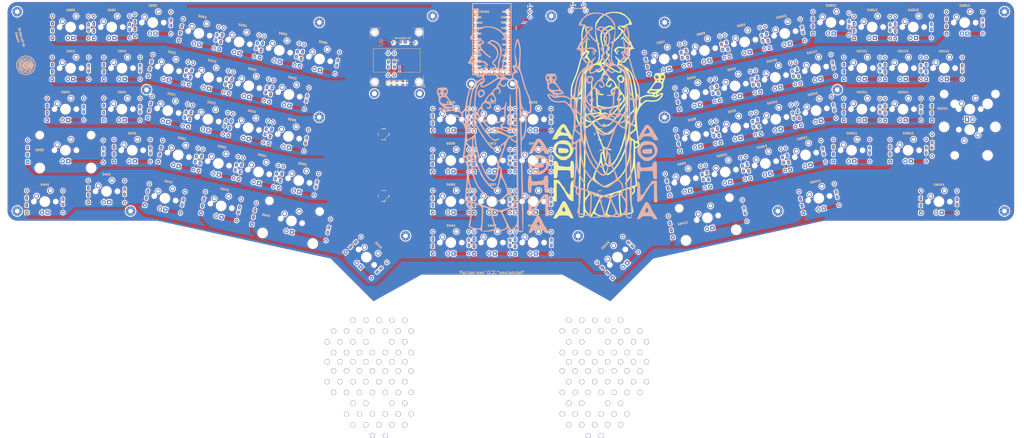
<source format=kicad_pcb>
(kicad_pcb (version 20171130) (host pcbnew "(5.1.6)-1")
  (layers (0 F.Cu signal) (31 B.Cu signal) (34 B.Paste user) (35 F.Paste user) (36 B.SilkS user) (37 F.SilkS user) (38 B.Mask user hide) (39 F.Mask user hide) (44 Edge.Cuts user))
  (net 0 "")
  (net 1 row0)
  (net 2 "Net-(D00-Pad2)")
  (net 3 "Net-(D01-Pad2)")
  (net 4 "Net-(D02-Pad2)")
  (net 5 "Net-(D03-Pad2)")
  (net 6 "Net-(D04-Pad2)")
  (net 7 "Net-(D05-Pad2)")
  (net 8 "Net-(D06-Pad2)")
  (net 9 "Net-(D07-Pad2)")
  (net 10 "Net-(D08-Pad2)")
  (net 11 "Net-(D09-Pad2)")
  (net 12 row1)
  (net 13 "Net-(D10-Pad2)")
  (net 14 "Net-(D010-Pad2)")
  (net 15 "Net-(D011-Pad2)")
  (net 16 "Net-(D11-Pad2)")
  (net 17 "Net-(D012-Pad2)")
  (net 18 "Net-(D12-Pad2)")
  (net 19 "Net-(D013-Pad2)")
  (net 20 "Net-(D13-Pad2)")
  (net 21 "Net-(D014-Pad2)")
  (net 22 "Net-(D14-Pad2)")
  (net 23 "Net-(D15-Pad2)")
  (net 24 "Net-(D16-Pad2)")
  (net 25 "Net-(D17-Pad2)")
  (net 26 "Net-(D18-Pad2)")
  (net 27 "Net-(D19-Pad2)")
  (net 28 row2)
  (net 29 "Net-(D20-Pad2)")
  (net 30 "Net-(D21-Pad2)")
  (net 31 "Net-(D22-Pad2)")
  (net 32 "Net-(D23-Pad2)")
  (net 33 "Net-(D24-Pad2)")
  (net 34 "Net-(D25-Pad2)")
  (net 35 "Net-(D26-Pad2)")
  (net 36 "Net-(D27-Pad2)")
  (net 37 "Net-(D28-Pad2)")
  (net 38 "Net-(D29-Pad2)")
  (net 39 row3)
  (net 40 "Net-(D30-Pad2)")
  (net 41 "Net-(D31-Pad2)")
  (net 42 "Net-(D32-Pad2)")
  (net 43 "Net-(D33-Pad2)")
  (net 44 "Net-(D34-Pad2)")
  (net 45 "Net-(D35-Pad2)")
  (net 46 "Net-(D36-Pad2)")
  (net 47 "Net-(D37-Pad2)")
  (net 48 "Net-(D38-Pad2)")
  (net 49 "Net-(D39-Pad2)")
  (net 50 row4)
  (net 51 "Net-(D40-Pad2)")
  (net 52 "Net-(D41-Pad2)")
  (net 53 "Net-(D42-Pad2)")
  (net 54 "Net-(D43-Pad2)")
  (net 55 "Net-(D44-Pad2)")
  (net 56 "Net-(D45-Pad2)")
  (net 57 "Net-(D46-Pad2)")
  (net 58 "Net-(D47-Pad2)")
  (net 59 "Net-(D48-Pad2)")
  (net 60 "Net-(D49-Pad2)")
  (net 61 "Net-(D110-Pad2)")
  (net 62 "Net-(D111-Pad2)")
  (net 63 "Net-(D112-Pad2)")
  (net 64 "Net-(D113-Pad2)")
  (net 65 "Net-(D114-Pad2)")
  (net 66 "Net-(D210-Pad2)")
  (net 67 "Net-(D211-Pad2)")
  (net 68 "Net-(D212-Pad2)")
  (net 69 "Net-(D213-Pad2)")
  (net 70 "Net-(D214-Pad2)")
  (net 71 "Net-(D310-Pad2)")
  (net 72 "Net-(D311-Pad2)")
  (net 73 "Net-(D312-Pad2)")
  (net 74 "Net-(D313-Pad2)")
  (net 75 "Net-(D314-Pad2)")
  (net 76 "Net-(D410-Pad2)")
  (net 77 "Net-(D411-Pad2)")
  (net 78 "Net-(D412-Pad2)")
  (net 79 "Net-(D413-Pad2)")
  (net 80 "Net-(D414-Pad2)")
  (net 81 SDA)
  (net 82 SCL)
  (net 83 VCC)
  (net 84 RGB)
  (net 85 LED)
  (net 86 "Net-(Q1-Pad1)")
  (net 87 "Net-(R00-Pad2)")
  (net 88 "Net-(R01-Pad2)")
  (net 89 "Net-(R02-Pad2)")
  (net 90 Backlight)
  (net 91 "Net-(R03-Pad2)")
  (net 92 "Net-(R04-Pad2)")
  (net 93 "Net-(R05-Pad2)")
  (net 94 "Net-(R06-Pad2)")
  (net 95 "Net-(R07-Pad2)")
  (net 96 "Net-(R08-Pad2)")
  (net 97 "Net-(R09-Pad2)")
  (net 98 "Net-(R010-Pad2)")
  (net 99 "Net-(R10-Pad2)")
  (net 100 "Net-(R011-Pad2)")
  (net 101 "Net-(R11-Pad2)")
  (net 102 "Net-(R12-Pad2)")
  (net 103 "Net-(R012-Pad2)")
  (net 104 "Net-(R013-Pad2)")
  (net 105 "Net-(R13-Pad2)")
  (net 106 "Net-(R14-Pad2)")
  (net 107 "Net-(R014-Pad2)")
  (net 108 "Net-(R15-Pad2)")
  (net 109 "Net-(R16-Pad2)")
  (net 110 "Net-(R17-Pad2)")
  (net 111 "Net-(R18-Pad2)")
  (net 112 "Net-(R19-Pad2)")
  (net 113 "Net-(R20-Pad2)")
  (net 114 "Net-(R21-Pad2)")
  (net 115 "Net-(R22-Pad2)")
  (net 116 "Net-(R23-Pad2)")
  (net 117 "Net-(R24-Pad2)")
  (net 118 "Net-(R25-Pad2)")
  (net 119 "Net-(R26-Pad2)")
  (net 120 "Net-(R27-Pad2)")
  (net 121 "Net-(R28-Pad2)")
  (net 122 "Net-(R29-Pad2)")
  (net 123 "Net-(R30-Pad2)")
  (net 124 "Net-(R31-Pad2)")
  (net 125 "Net-(R32-Pad2)")
  (net 126 "Net-(R33-Pad2)")
  (net 127 "Net-(R34-Pad2)")
  (net 128 "Net-(R35-Pad2)")
  (net 129 "Net-(R36-Pad2)")
  (net 130 "Net-(R37-Pad2)")
  (net 131 "Net-(R38-Pad2)")
  (net 132 "Net-(R39-Pad2)")
  (net 133 "Net-(R40-Pad2)")
  (net 134 "Net-(R41-Pad2)")
  (net 135 "Net-(R42-Pad2)")
  (net 136 "Net-(R43-Pad2)")
  (net 137 "Net-(R44-Pad2)")
  (net 138 "Net-(R45-Pad2)")
  (net 139 "Net-(R46-Pad2)")
  (net 140 "Net-(R47-Pad2)")
  (net 141 "Net-(R48-Pad2)")
  (net 142 "Net-(R49-Pad2)")
  (net 143 "Net-(R110-Pad2)")
  (net 144 "Net-(R111-Pad2)")
  (net 145 "Net-(R112-Pad2)")
  (net 146 "Net-(R113-Pad2)")
  (net 147 "Net-(R114-Pad2)")
  (net 148 "Net-(R210-Pad2)")
  (net 149 "Net-(R211-Pad2)")
  (net 150 "Net-(R212-Pad2)")
  (net 151 "Net-(R213-Pad2)")
  (net 152 "Net-(R214-Pad2)")
  (net 153 "Net-(R310-Pad2)")
  (net 154 "Net-(R311-Pad2)")
  (net 155 "Net-(R312-Pad2)")
  (net 156 "Net-(R313-Pad2)")
  (net 157 "Net-(R314-Pad2)")
  (net 158 "Net-(R410-Pad2)")
  (net 159 "Net-(R411-Pad2)")
  (net 160 "Net-(R412-Pad2)")
  (net 161 "Net-(R413-Pad2)")
  (net 162 "Net-(R414-Pad2)")
  (net 163 "Net-(RGB1-Pad4)")
  (net 164 RESET)
  (net 165 col0)
  (net 166 col1)
  (net 167 col2)
  (net 168 col3)
  (net 169 col4)
  (net 170 col5)
  (net 171 col6)
  (net 172 col7)
  (net 173 col8)
  (net 174 col9)
  (net 175 col10)
  (net 176 col11)
  (net 177 col12)
  (net 178 col13)
  (net 179 col14)
  (net 180 "Net-(RGB2-Pad4)")
  (net 181 "Net-(RGB3-Pad4)")
  (net 182 "Net-(RGB4-Pad4)")
  (net 183 GND)
  (module Pallas:Diode_SMD_THT (layer F.Cu) (at 261.4496 99.0034 90)
    (fp_text reference D16 hide)
    (fp_text value Diode)
    (pad 1 thru_hole rect (at 3.45 0 90) (size 1.6 1.2) (drill 0.4) (layers *.Cu *.Mask) (net 12 row1))
    (pad 2 thru_hole oval (at 10.16 0 90) (size 1.6 1.6) (drill 0.8) (layers *.Cu *.Mask) (net 24 "Net-(D16-Pad2)"))
    (pad 1 thru_hole rect (at 0 0 90) (size 1.6 1.6) (drill 0.8) (layers *.Cu *.Mask) (net 12 row1))
    (pad 2 thru_hole rect (at 6.71 0 90) (size 1.6 1.2) (drill 0.4) (layers *.Cu *.Mask) (net 24 "Net-(D16-Pad2)"))
  )
  (module Pallas:Resistors_SMD_THT (layer F.Cu) (at 441.353004 103.711207 282)
    (fp_text reference R312 hide)
    (fp_text value 470)
    (pad 1 thru_hole rect (at 3.9 0 282) (size 1.4 1.2) (drill 0.4) (layers *.Cu *.Mask) (net 85 LED))
    (pad 2 thru_hole oval (at 10.16 0 282) (size 1.6 1.6) (drill 0.8) (layers *.Cu *.Mask) (net 155 "Net-(R312-Pad2)"))
    (pad 1 thru_hole circle (at 0 0 282) (size 1.6 1.6) (drill 0.8) (layers *.Cu *.Mask) (net 85 LED))
    (pad 2 thru_hole rect (at 6.3 0 282) (size 1.4 1.2) (drill 0.4) (layers *.Cu *.Mask) (net 155 "Net-(R312-Pad2)"))
  )
  (module Pallas:Resistors_SMD_THT (layer F.Cu) (at 422.723569 107.671882 282)
    (fp_text reference R311 hide)
    (fp_text value 470)
    (pad 1 thru_hole rect (at 3.9 0 282) (size 1.4 1.2) (drill 0.4) (layers *.Cu *.Mask) (net 85 LED))
    (pad 2 thru_hole oval (at 10.16 0 282) (size 1.6 1.6) (drill 0.8) (layers *.Cu *.Mask) (net 154 "Net-(R311-Pad2)"))
    (pad 1 thru_hole circle (at 0 0 282) (size 1.6 1.6) (drill 0.8) (layers *.Cu *.Mask) (net 85 LED))
    (pad 2 thru_hole rect (at 6.3 0 282) (size 1.4 1.2) (drill 0.4) (layers *.Cu *.Mask) (net 154 "Net-(R311-Pad2)"))
  )
  (module Pallas:WS2812B_Front (layer F.Cu) (at 238.7246 100.7784 270)
    (fp_text reference RGB4)
    (fp_text value WS2812B hide)
    (pad 3 smd rect (at 1.65 -2.4 270) (size 1.4 1.8) (layers F.Cu F.Paste F.Mask) (net 183 GND))
    (pad 4 smd rect (at -1.65 -2.4 270) (size 1.4 1.8) (layers F.Cu F.Paste F.Mask) (net 182 "Net-(RGB4-Pad4)"))
    (pad 1 smd rect (at -1.65 2.4 270) (size 1.4 1.8) (layers F.Cu F.Paste F.Mask) (net 83 VCC))
    (pad 2 smd rect (at 1.65 2.4 270) (size 1.4 1.8) (layers F.Cu F.Paste F.Mask) (net 181 "Net-(RGB3-Pad4)"))
  )
  (module Pallas:SW_Cherry_MX_1.00u_PCB (layer F.Cu) (at 460.35 89.125)
    (fp_text reference SW212)
    (fp_text value SW_PUSH)
    (fp_text user + (at -1.27 3.5) (layer B.SilkS))
    (fp_text user + (at -1.27 3.5) (layer F.SilkS))
    (fp_text user - (at 1.27 3.5) (layer F.SilkS))
    (fp_text user - (at 1.27 3.5) (layer B.SilkS))
    (fp_text user %R (at 0 -7.874) (layer F.SilkS))
    (fp_text user %R (at 0 -7.874) (layer B.SilkS) (effects (justify mirror)))
    (pad 3 thru_hole circle (at -1.27 5.08) (size 1.905 1.905) (drill 1.04) (layers *.Cu *.Mask) (net 83 VCC))
    (pad 4 thru_hole rect (at 1.27 5.08) (size 1.905 1.905) (drill 1.04) (layers *.Cu *.Mask) (net 150 "Net-(R212-Pad2)"))
    (pad "" np_thru_hole circle (at 5.08 0) (size 1.7 1.7) (drill 1.7) (layers *.Cu *.Mask))
    (pad "" np_thru_hole circle (at -5.08 0) (size 1.7 1.7) (drill 1.7) (layers *.Cu *.Mask))
    (pad "" np_thru_hole circle (at 0 0) (size 4 4) (drill 4) (layers *.Cu *.Mask))
    (pad 2 thru_hole circle (at -3.81 -2.54) (size 2.2 2.2) (drill 1.5) (layers *.Cu *.Mask) (net 68 "Net-(D212-Pad2)"))
    (pad 1 thru_hole circle (at 2.54 -5.08) (size 2.2 2.2) (drill 1.5) (layers *.Cu *.Mask) (net 177 col12))
  )
  (module Pallas:SW_Cherry_MX_1.00u_PCB (layer F.Cu) (at 420.4 93.8 12)
    (fp_text reference SW210)
    (fp_text value SW_PUSH)
    (fp_text user + (at -1.27 3.5 12) (layer B.SilkS))
    (fp_text user + (at -1.27 3.5 12) (layer F.SilkS))
    (fp_text user - (at 1.27 3.5 12) (layer F.SilkS))
    (fp_text user - (at 1.27 3.5 12) (layer B.SilkS))
    (fp_text user %R (at 0 -7.874 12) (layer F.SilkS))
    (fp_text user %R (at 0 -7.874 12) (layer B.SilkS) (effects (justify mirror)))
    (pad 3 thru_hole circle (at -1.27 5.08 12) (size 1.905 1.905) (drill 1.04) (layers *.Cu *.Mask) (net 83 VCC))
    (pad 4 thru_hole rect (at 1.27 5.08 12) (size 1.905 1.905) (drill 1.04) (layers *.Cu *.Mask) (net 148 "Net-(R210-Pad2)"))
    (pad "" np_thru_hole circle (at 5.08 0 12) (size 1.7 1.7) (drill 1.7) (layers *.Cu *.Mask))
    (pad "" np_thru_hole circle (at -5.08 0 12) (size 1.7 1.7) (drill 1.7) (layers *.Cu *.Mask))
    (pad "" np_thru_hole circle (at 0 0 12) (size 4 4) (drill 4) (layers *.Cu *.Mask))
    (pad 2 thru_hole circle (at -3.81 -2.54 12) (size 2.2 2.2) (drill 1.5) (layers *.Cu *.Mask) (net 66 "Net-(D210-Pad2)"))
    (pad 1 thru_hole circle (at 2.54 -5.08 12) (size 2.2 2.2) (drill 1.5) (layers *.Cu *.Mask) (net 175 col10))
  )
  (module Pallas:SW_Cherry_MX_2.75u_PCB (layer F.Cu) (at 388.75 139.5 12)
    (fp_text reference SW412)
    (fp_text value SW_PUSH)
    (fp_text user + (at -1.27 3.5 12) (layer B.SilkS))
    (fp_text user + (at -1.27 3.5 12) (layer F.SilkS))
    (fp_text user - (at 1.27 3.5 12) (layer F.SilkS))
    (fp_text user - (at 1.27 3.5 12) (layer B.SilkS))
    (fp_text user %R (at -11.75 0.126 12) (layer F.SilkS))
    (fp_text user %R (at -11.75 0.126 12) (layer B.SilkS) (effects (justify mirror)))
    (pad 3 thru_hole circle (at -1.27 5.08 12) (size 1.905 1.905) (drill 1.04) (layers *.Cu *.Mask) (net 83 VCC))
    (pad 4 thru_hole rect (at 1.27 5.08 12) (size 1.905 1.905) (drill 1.04) (layers *.Cu *.Mask) (net 160 "Net-(R412-Pad2)"))
    (pad 1 thru_hole circle (at 2.54 -5.08 12) (size 2.2 2.2) (drill 1.5) (layers *.Cu *.Mask) (net 177 col12))
    (pad 2 thru_hole circle (at -3.81 -2.54 12) (size 2.2 2.2) (drill 1.5) (layers *.Cu *.Mask) (net 78 "Net-(D412-Pad2)"))
    (pad "" np_thru_hole circle (at 0 0 12) (size 4 4) (drill 4) (layers *.Cu *.Mask))
    (pad "" np_thru_hole circle (at -5.08 0 12) (size 1.7 1.7) (drill 1.7) (layers *.Cu *.Mask))
    (pad "" np_thru_hole circle (at 5.08 0 12) (size 1.7 1.7) (drill 1.7) (layers *.Cu *.Mask))
    (pad "" np_thru_hole circle (at 11.9 8.24 12) (size 4 4) (drill 4) (layers *.Cu *.Mask))
    (pad "" np_thru_hole circle (at -11.9 8.24 12) (size 4 4) (drill 4) (layers *.Cu *.Mask))
    (pad "" np_thru_hole circle (at -11.9 -7 12) (size 3.05 3.05) (drill 3.05) (layers *.Cu *.Mask))
    (pad "" np_thru_hole circle (at 11.9 -7 12) (size 3.05 3.05) (drill 3.05) (layers *.Cu *.Mask))
  )
  (module Pallas:SW_Cherry_MX_1.00u_PCB (layer F.Cu) (at 424.6 54 12)
    (fp_text reference SW010)
    (fp_text value SW_PUSH)
    (fp_text user + (at -1.27 3.5 12) (layer B.SilkS))
    (fp_text user + (at -1.27 3.5 12) (layer F.SilkS))
    (fp_text user - (at 1.27 3.5 12) (layer F.SilkS))
    (fp_text user - (at 1.27 3.5 12) (layer B.SilkS))
    (fp_text user %R (at 0 -7.874 12) (layer F.SilkS))
    (fp_text user %R (at 0 -7.874 12) (layer B.SilkS) (effects (justify mirror)))
    (pad 3 thru_hole circle (at -1.27 5.08 12) (size 1.905 1.905) (drill 1.04) (layers *.Cu *.Mask) (net 83 VCC))
    (pad 4 thru_hole rect (at 1.27 5.08 12) (size 1.905 1.905) (drill 1.04) (layers *.Cu *.Mask) (net 98 "Net-(R010-Pad2)"))
    (pad "" np_thru_hole circle (at 5.08 0 12) (size 1.7 1.7) (drill 1.7) (layers *.Cu *.Mask))
    (pad "" np_thru_hole circle (at -5.08 0 12) (size 1.7 1.7) (drill 1.7) (layers *.Cu *.Mask))
    (pad "" np_thru_hole circle (at 0 0 12) (size 4 4) (drill 4) (layers *.Cu *.Mask))
    (pad 2 thru_hole circle (at -3.81 -2.54 12) (size 2.2 2.2) (drill 1.5) (layers *.Cu *.Mask) (net 14 "Net-(D010-Pad2)"))
    (pad 1 thru_hole circle (at 2.54 -5.08 12) (size 2.2 2.2) (drill 1.5) (layers *.Cu *.Mask) (net 175 col10))
  )
  (module Pallas:Resistors_SMD_THT (layer F.Cu) (at 316.2996 126.9284 270)
    (fp_text reference R49 hide)
    (fp_text value 470)
    (pad 1 thru_hole rect (at 3.9 0 270) (size 1.4 1.2) (drill 0.4) (layers *.Cu *.Mask) (net 85 LED))
    (pad 2 thru_hole oval (at 10.16 0 270) (size 1.6 1.6) (drill 0.8) (layers *.Cu *.Mask) (net 142 "Net-(R49-Pad2)"))
    (pad 1 thru_hole circle (at 0 0 270) (size 1.6 1.6) (drill 0.8) (layers *.Cu *.Mask) (net 85 LED))
    (pad 2 thru_hole rect (at 6.3 0 270) (size 1.4 1.2) (drill 0.4) (layers *.Cu *.Mask) (net 142 "Net-(R49-Pad2)"))
  )
  (module Pallas:SW_Cherry_MX_1.00u_PCB (layer F.Cu) (at 190.373 61.849 348)
    (fp_text reference SW05)
    (fp_text value SW_PUSH)
    (fp_text user + (at -1.27 3.5 168) (layer B.SilkS))
    (fp_text user + (at -1.27 3.5 168) (layer F.SilkS))
    (fp_text user - (at 1.27 3.5 168) (layer F.SilkS))
    (fp_text user - (at 1.27 3.5 168) (layer B.SilkS))
    (fp_text user %R (at 0 -7.874 168) (layer F.SilkS))
    (fp_text user %R (at 0 -7.874 168) (layer B.SilkS) (effects (justify mirror)))
    (pad 3 thru_hole circle (at -1.27 5.08 348) (size 1.905 1.905) (drill 1.04) (layers *.Cu *.Mask) (net 83 VCC))
    (pad 4 thru_hole rect (at 1.27 5.08 348) (size 1.905 1.905) (drill 1.04) (layers *.Cu *.Mask) (net 93 "Net-(R05-Pad2)"))
    (pad "" np_thru_hole circle (at 5.08 0 348) (size 1.7 1.7) (drill 1.7) (layers *.Cu *.Mask))
    (pad "" np_thru_hole circle (at -5.08 0 348) (size 1.7 1.7) (drill 1.7) (layers *.Cu *.Mask))
    (pad "" np_thru_hole circle (at 0 0 348) (size 4 4) (drill 4) (layers *.Cu *.Mask))
    (pad 2 thru_hole circle (at -3.81 -2.54 348) (size 2.2 2.2) (drill 1.5) (layers *.Cu *.Mask) (net 7 "Net-(D05-Pad2)"))
    (pad 1 thru_hole circle (at 2.54 -5.08 348) (size 2.2 2.2) (drill 1.5) (layers *.Cu *.Mask) (net 170 col5))
  )
  (module Pallas:SW_Cherry_MX_1.50u_PCB (layer F.Cu) (at 93.599 70.104)
    (fp_text reference SW10)
    (fp_text value SW_PUSH)
    (fp_text user + (at -1.27 3.5) (layer B.SilkS))
    (fp_text user + (at -1.27 3.5) (layer F.SilkS))
    (fp_text user - (at 1.27 3.5) (layer F.SilkS))
    (fp_text user - (at 1.27 3.5) (layer B.SilkS))
    (fp_text user %R (at 0 -7.874) (layer F.SilkS))
    (fp_text user %R (at 0 -7.874) (layer B.SilkS) (effects (justify mirror)))
    (pad 3 thru_hole circle (at -1.27 5.08) (size 1.905 1.905) (drill 1.04) (layers *.Cu *.Mask) (net 83 VCC))
    (pad 4 thru_hole rect (at 1.27 5.08) (size 1.905 1.905) (drill 1.04) (layers *.Cu *.Mask) (net 99 "Net-(R10-Pad2)"))
    (pad 1 thru_hole circle (at 2.54 -5.08) (size 2.2 2.2) (drill 1.5) (layers *.Cu *.Mask) (net 165 col0))
    (pad 2 thru_hole circle (at -3.81 -2.54) (size 2.2 2.2) (drill 1.5) (layers *.Cu *.Mask) (net 13 "Net-(D10-Pad2)"))
    (pad "" np_thru_hole circle (at 0 0) (size 4 4) (drill 4) (layers *.Cu *.Mask))
    (pad "" np_thru_hole circle (at -5.08 0) (size 1.7 1.7) (drill 1.7) (layers *.Cu *.Mask))
    (pad "" np_thru_hole circle (at 5.08 0) (size 1.7 1.7) (drill 1.7) (layers *.Cu *.Mask))
  )
  (module Pallas:WS2812B_Front (layer F.Cu) (at 238.6996 129.4034 270)
    (fp_text reference RGB3)
    (fp_text value WS2812B hide)
    (pad 3 smd rect (at 1.65 -2.4 270) (size 1.4 1.8) (layers F.Cu F.Paste F.Mask) (net 183 GND))
    (pad 4 smd rect (at -1.65 -2.4 270) (size 1.4 1.8) (layers F.Cu F.Paste F.Mask) (net 181 "Net-(RGB3-Pad4)"))
    (pad 1 smd rect (at -1.65 2.4 270) (size 1.4 1.8) (layers F.Cu F.Paste F.Mask) (net 83 VCC))
    (pad 2 smd rect (at 1.65 2.4 270) (size 1.4 1.8) (layers F.Cu F.Paste F.Mask) (net 180 "Net-(RGB2-Pad4)"))
  )
  (module Pallas:WS2812B_Front (layer F.Cu) (at 338.8996 129.3784 90)
    (fp_text reference RGB2)
    (fp_text value WS2812B hide)
    (pad 3 smd rect (at 1.65 -2.4 90) (size 1.4 1.8) (layers F.Cu F.Paste F.Mask) (net 183 GND))
    (pad 4 smd rect (at -1.65 -2.4 90) (size 1.4 1.8) (layers F.Cu F.Paste F.Mask) (net 180 "Net-(RGB2-Pad4)"))
    (pad 1 smd rect (at -1.65 2.4 90) (size 1.4 1.8) (layers F.Cu F.Paste F.Mask) (net 83 VCC))
    (pad 2 smd rect (at 1.65 2.4 90) (size 1.4 1.8) (layers F.Cu F.Paste F.Mask) (net 163 "Net-(RGB1-Pad4)"))
  )
  (module Pallas:WS2812B_Front (layer F.Cu) (at 338.8996 100.7784 90)
    (fp_text reference RGB1)
    (fp_text value WS2812B hide)
    (pad 3 smd rect (at 1.65 -2.4 90) (size 1.4 1.8) (layers F.Cu F.Paste F.Mask) (net 183 GND))
    (pad 4 smd rect (at -1.65 -2.4 90) (size 1.4 1.8) (layers F.Cu F.Paste F.Mask) (net 163 "Net-(RGB1-Pad4)"))
    (pad 1 smd rect (at -1.65 2.4 90) (size 1.4 1.8) (layers F.Cu F.Paste F.Mask) (net 83 VCC))
    (pad 2 smd rect (at 1.65 2.4 90) (size 1.4 1.8) (layers F.Cu F.Paste F.Mask) (net 84 RGB))
  )
  (module Pallas:SW_Cherry_MX_2.00u_PCB (layer F.Cu) (at 195.961 140.97 348)
    (fp_text reference SW44)
    (fp_text value SW_PUSH)
    (fp_text user + (at -1.27 3.5 168) (layer B.SilkS))
    (fp_text user + (at -1.27 3.5 168) (layer F.SilkS))
    (fp_text user - (at 1.27 3.5 168) (layer F.SilkS))
    (fp_text user - (at 1.27 3.5 168) (layer B.SilkS))
    (fp_text user %R (at -12 -0.124 168) (layer F.SilkS))
    (fp_text user %R (at -12 -0.124 168) (layer B.SilkS) (effects (justify mirror)))
    (pad 3 thru_hole circle (at -1.27 5.08 348) (size 1.905 1.905) (drill 1.04) (layers *.Cu *.Mask) (net 83 VCC))
    (pad 4 thru_hole rect (at 1.27 5.08 348) (size 1.905 1.905) (drill 1.04) (layers *.Cu *.Mask) (net 137 "Net-(R44-Pad2)"))
    (pad 1 thru_hole circle (at 2.54 -5.08 348) (size 2.2 2.2) (drill 1.5) (layers *.Cu *.Mask) (net 169 col4))
    (pad 2 thru_hole circle (at -3.81 -2.54 348) (size 2.2 2.2) (drill 1.5) (layers *.Cu *.Mask) (net 55 "Net-(D44-Pad2)"))
    (pad "" np_thru_hole circle (at 0 0 348) (size 4 4) (drill 4) (layers *.Cu *.Mask))
    (pad "" np_thru_hole circle (at -5.08 0 348) (size 1.7 1.7) (drill 1.7) (layers *.Cu *.Mask))
    (pad "" np_thru_hole circle (at 5.08 0 348) (size 1.7 1.7) (drill 1.7) (layers *.Cu *.Mask))
    (pad "" np_thru_hole circle (at 11.9 8.24 348) (size 4 4) (drill 4) (layers *.Cu *.Mask))
    (pad "" np_thru_hole circle (at -11.9 8.24 348) (size 4 4) (drill 4) (layers *.Cu *.Mask))
    (pad "" np_thru_hole circle (at -11.9 -7 348) (size 3.05 3.05) (drill 3.05) (layers *.Cu *.Mask))
    (pad "" np_thru_hole circle (at 11.9 -7 348) (size 3.05 3.05) (drill 3.05) (layers *.Cu *.Mask))
  )
  (module Pallas:Diode_SMD_THT (layer F.Cu) (at 73.7246 113.6784 90)
    (fp_text reference D30 hide)
    (fp_text value Diode)
    (pad 1 thru_hole rect (at 3.45 0 90) (size 1.6 1.2) (drill 0.4) (layers *.Cu *.Mask) (net 39 row3))
    (pad 2 thru_hole oval (at 10.16 0 90) (size 1.6 1.6) (drill 0.8) (layers *.Cu *.Mask) (net 40 "Net-(D30-Pad2)"))
    (pad 1 thru_hole rect (at 0 0 90) (size 1.6 1.6) (drill 0.8) (layers *.Cu *.Mask) (net 39 row3))
    (pad 2 thru_hole rect (at 6.71 0 90) (size 1.6 1.2) (drill 0.4) (layers *.Cu *.Mask) (net 40 "Net-(D30-Pad2)"))
  )
  (module Pallas:SW_Cherry_MX_2.25u_ISO_PCB (layer F.Cu) (at 510.325 89.1)
    (fp_text reference SW214)
    (fp_text value SW_PUSH)
    (fp_text user - (at 3.27 4.5) (layer B.SilkS))
    (fp_text user + (at -3.27 4.5) (layer B.SilkS))
    (fp_text user + (at -3.27 4.5) (layer F.SilkS))
    (fp_text user - (at 3.27 4.5) (layer F.SilkS))
    (fp_text user %R (at -12.6798 -0.2862) (layer F.SilkS))
    (fp_text user %R (at -12.6798 -0.2862) (layer B.SilkS) (effects (justify mirror)))
    (pad 3 thru_hole circle (at 1.27 4.445 180) (size 1.905 1.905) (drill 1.04) (layers *.Cu *.Mask) (net 83 VCC))
    (pad 4 thru_hole rect (at -1.27 4.445 180) (size 1.905 1.905) (drill 1.04) (layers *.Cu *.Mask) (net 152 "Net-(R214-Pad2)"))
    (pad "" np_thru_hole circle (at -5.08 9.525 180) (size 1.7 1.7) (drill 1.7) (layers *.Cu *.Mask))
    (pad 1 thru_hole circle (at -2.54 14.605 180) (size 2.2 2.2) (drill 1.5) (layers *.Cu *.Mask) (net 179 col14))
    (pad 2 thru_hole circle (at 3.81 12.065 180) (size 2.2 2.2) (drill 1.5) (layers *.Cu *.Mask) (net 70 "Net-(D214-Pad2)"))
    (pad "" np_thru_hole circle (at 5.08 9.525 180) (size 1.7 1.7) (drill 1.7) (layers *.Cu *.Mask))
    (pad "" np_thru_hole circle (at 0 9.525 180) (size 4 4) (drill 4) (layers *.Cu *.Mask))
    (pad 2 thru_hole circle (at -3.81 -2.54) (size 2.2 2.2) (drill 1.5) (layers *.Cu *.Mask) (net 70 "Net-(D214-Pad2)"))
    (pad 3 thru_hole circle (at 1.27 5.08) (size 1.905 1.905) (drill 1.04) (layers *.Cu *.Mask) (net 83 VCC))
    (pad "" np_thru_hole circle (at 0 0) (size 4 4) (drill 4) (layers *.Cu *.Mask))
    (pad "" np_thru_hole circle (at 5.08 0) (size 1.7 1.7) (drill 1.7) (layers *.Cu *.Mask))
    (pad 1 thru_hole circle (at 2.54 -5.08) (size 2.2 2.2) (drill 1.5) (layers *.Cu *.Mask) (net 179 col14))
    (pad 4 thru_hole rect (at -1.27 5.08) (size 1.905 1.905) (drill 1.04) (layers *.Cu *.Mask) (net 152 "Net-(R214-Pad2)"))
    (pad "" np_thru_hole circle (at -5.08 0) (size 1.7 1.7) (drill 1.7) (layers *.Cu *.Mask))
    (pad "" np_thru_hole circle (at -11.9 -7) (size 3.05 3.05) (drill 3.05) (layers *.Cu *.Mask))
    (pad "" np_thru_hole circle (at 11.9 -7) (size 3.05 3.05) (drill 3.05) (layers *.Cu *.Mask))
    (pad "" np_thru_hole circle (at 11.9 8.24) (size 4 4) (drill 4) (layers *.Cu *.Mask))
    (pad "" np_thru_hole circle (at -11.9 8.24) (size 4 4) (drill 4) (layers *.Cu *.Mask))
    (pad "" np_thru_hole circle (at 8.2644 -2.417) (size 3.9878 3.9878) (drill 3.9878) (layers *.Cu *.Mask))
    (pad "" np_thru_hole circle (at 8.2644 21.459) (size 3.9878 3.9878) (drill 3.9878) (layers *.Cu *.Mask))
    (pad "" np_thru_hole circle (at -6.9756 -2.417) (size 3.048 3.048) (drill 3.048) (layers *.Cu *.Mask))
    (pad "" np_thru_hole circle (at -6.9756 21.459) (size 3.048 3.048) (drill 3.048) (layers *.Cu *.Mask))
  )
  (module Pallas:SW_Cherry_MX_2.25u_PCB (layer F.Cu) (at 91.2368 108.1786)
    (fp_text reference SW30)
    (fp_text value SW_PUSH)
    (fp_text user + (at -1.27 3.5) (layer B.SilkS))
    (fp_text user + (at -1.27 3.5) (layer F.SilkS))
    (fp_text user - (at 1.27 3.5) (layer F.SilkS))
    (fp_text user - (at 1.27 3.5) (layer B.SilkS))
    (fp_text user %R (at -12 -0.124) (layer F.SilkS))
    (fp_text user %R (at -12 -0.124) (layer B.SilkS) (effects (justify mirror)))
    (pad 3 thru_hole circle (at -1.27 5.08) (size 1.905 1.905) (drill 1.04) (layers *.Cu *.Mask) (net 83 VCC))
    (pad 4 thru_hole rect (at 1.27 5.08) (size 1.905 1.905) (drill 1.04) (layers *.Cu *.Mask) (net 123 "Net-(R30-Pad2)"))
    (pad 1 thru_hole circle (at 2.54 -5.08) (size 2.2 2.2) (drill 1.5) (layers *.Cu *.Mask) (net 165 col0))
    (pad 2 thru_hole circle (at -3.81 -2.54) (size 2.2 2.2) (drill 1.5) (layers *.Cu *.Mask) (net 40 "Net-(D30-Pad2)"))
    (pad "" np_thru_hole circle (at 0 0) (size 4 4) (drill 4) (layers *.Cu *.Mask))
    (pad "" np_thru_hole circle (at -5.08 0) (size 1.7 1.7) (drill 1.7) (layers *.Cu *.Mask))
    (pad "" np_thru_hole circle (at 5.08 0) (size 1.7 1.7) (drill 1.7) (layers *.Cu *.Mask))
    (pad "" np_thru_hole circle (at 11.9 8.24) (size 4 4) (drill 4) (layers *.Cu *.Mask))
    (pad "" np_thru_hole circle (at -11.9 8.24) (size 4 4) (drill 4) (layers *.Cu *.Mask))
    (pad "" np_thru_hole circle (at -11.9 -7) (size 3.05 3.05) (drill 3.05) (layers *.Cu *.Mask))
    (pad "" np_thru_hole circle (at 11.9 -7) (size 3.05 3.05) (drill 3.05) (layers *.Cu *.Mask))
  )
  (module Pallas:DecorationHole (layer B.Cu) (at 336.4996 210.5534 180)
    (fp_text reference DecorationHoleTop2)
    (fp_text value DecorationHole)
    (pad "" np_thru_hole circle (at 0 4.25 180) (size 2.4 2.4) (drill 2.2) (layers *.Cu *.Mask))
    (pad "" np_thru_hole circle (at -9 0 180) (size 2.4 2.4) (drill 2.2) (layers *.Cu *.Mask))
    (pad "" np_thru_hole circle (at -18 4.25 180) (size 2.4 2.4) (drill 2.2) (layers *.Cu *.Mask))
    (pad "" np_thru_hole circle (at 0 -5 180) (size 2.4 2.4) (drill 2.2) (layers *.Cu *.Mask))
    (pad "" np_thru_hole circle (at 9 0 180) (size 2.4 2.4) (drill 2.2) (layers *.Cu *.Mask))
    (pad "" np_thru_hole circle (at 9 -10 180) (size 2.4 2.4) (drill 2.2) (layers *.Cu *.Mask))
    (pad "" np_thru_hole circle (at 9 -20 180) (size 2.4 2.4) (drill 2.2) (layers *.Cu *.Mask))
    (pad "" np_thru_hole circle (at 0 -25 180) (size 2.4 2.4) (drill 2.2) (layers *.Cu *.Mask))
    (pad "" np_thru_hole circle (at -9 -20 180) (size 2.4 2.4) (drill 2.2) (layers *.Cu *.Mask))
    (pad "" np_thru_hole circle (at -9 -10 180) (size 2.4 2.4) (drill 2.2) (layers *.Cu *.Mask))
    (pad "" np_thru_hole circle (at -18 -5 180) (size 2.4 2.4) (drill 2.2) (layers *.Cu *.Mask))
    (pad "" np_thru_hole circle (at -18 13.5 180) (size 2.4 2.4) (drill 2.2) (layers *.Cu *.Mask))
    (pad "" np_thru_hole circle (at -9 8.5 180) (size 2.4 2.4) (drill 2.2) (layers *.Cu *.Mask))
    (pad "" np_thru_hole circle (at 9 8.5 180) (size 2.4 2.4) (drill 2.2) (layers *.Cu *.Mask))
    (pad "" np_thru_hole circle (at 9 18.5 180) (size 2.4 2.4) (drill 2.2) (layers *.Cu *.Mask))
    (pad "" np_thru_hole circle (at -9 18.5 180) (size 2.4 2.4) (drill 2.2) (layers *.Cu *.Mask))
    (pad "" np_thru_hole circle (at 0 23.5 180) (size 2.4 2.4) (drill 2.2) (layers *.Cu *.Mask))
    (pad "" np_thru_hole circle (at 15 8.5 180) (size 2.4 2.4) (drill 2.2) (layers *.Cu *.Mask))
    (pad "" np_thru_hole circle (at -21 8.5 180) (size 2.4 2.4) (drill 2.2) (layers *.Cu *.Mask))
    (pad "" np_thru_hole circle (at -15 8.5 180) (size 2.4 2.4) (drill 2.2) (layers *.Cu *.Mask))
    (pad "" np_thru_hole circle (at -24 13.5) (size 2.4 2.4) (drill 2.2) (layers *.Cu *.Mask))
    (pad "" np_thru_hole circle (at -21 18.5 180) (size 2.4 2.4) (drill 2.2) (layers *.Cu *.Mask))
    (pad "" np_thru_hole circle (at -24 4.25 180) (size 2.4 2.4) (drill 2.2) (layers *.Cu *.Mask))
    (pad "" np_thru_hole circle (at 12 4.25 180) (size 2.4 2.4) (drill 2.2) (layers *.Cu *.Mask))
    (pad "" np_thru_hole circle (at -12 4.25) (size 2.4 2.4) (drill 2.2) (layers *.Cu *.Mask))
    (pad "" np_thru_hole circle (at -6 4.25 180) (size 2.4 2.4) (drill 2.2) (layers *.Cu *.Mask))
    (pad "" np_thru_hole circle (at 6 4.25) (size 2.4 2.4) (drill 2.2) (layers *.Cu *.Mask))
    (pad "" np_thru_hole circle (at -12 23.5 180) (size 2.4 2.4) (drill 2.2) (layers *.Cu *.Mask))
    (pad "" np_thru_hole circle (at -21 0) (size 2.4 2.4) (drill 2.2) (layers *.Cu *.Mask))
    (pad "" np_thru_hole circle (at -21 -10) (size 2.4 2.4) (drill 2.2) (layers *.Cu *.Mask))
    (pad "" np_thru_hole circle (at -24 -5) (size 2.4 2.4) (drill 2.2) (layers *.Cu *.Mask))
    (pad "" np_thru_hole circle (at -12 13.5) (size 2.4 2.4) (drill 2.2) (layers *.Cu *.Mask))
    (pad "" np_thru_hole circle (at -15 18.5) (size 2.4 2.4) (drill 2.2) (layers *.Cu *.Mask))
    (pad "" np_thru_hole circle (at 15 0 180) (size 2.4 2.4) (drill 2.2) (layers *.Cu *.Mask))
    (pad "" np_thru_hole circle (at -12 -5) (size 2.4 2.4) (drill 2.2) (layers *.Cu *.Mask))
    (pad "" np_thru_hole circle (at -15 0) (size 2.4 2.4) (drill 2.2) (layers *.Cu *.Mask))
    (pad "" np_thru_hole circle (at -12 -15) (size 2.4 2.4) (drill 2.2) (layers *.Cu *.Mask))
    (pad "" np_thru_hole circle (at -15 -10) (size 2.4 2.4) (drill 2.2) (layers *.Cu *.Mask))
    (pad "" np_thru_hole circle (at -12 -25) (size 2.4 2.4) (drill 2.2) (layers *.Cu *.Mask))
    (pad "" np_thru_hole circle (at -15 -20) (size 2.4 2.4) (drill 2.2) (layers *.Cu *.Mask))
    (pad "" np_thru_hole circle (at 12 -5 180) (size 2.4 2.4) (drill 2.2) (layers *.Cu *.Mask))
    (pad "" np_thru_hole circle (at 15 -10 180) (size 2.4 2.4) (drill 2.2) (layers *.Cu *.Mask))
    (pad "" np_thru_hole circle (at 15 -20 180) (size 2.4 2.4) (drill 2.2) (layers *.Cu *.Mask))
    (pad "" np_thru_hole circle (at 12 -15 180) (size 2.4 2.4) (drill 2.2) (layers *.Cu *.Mask))
    (pad "" np_thru_hole circle (at 12 -25 180) (size 2.4 2.4) (drill 2.2) (layers *.Cu *.Mask))
    (pad "" np_thru_hole circle (at 15 18.5 180) (size 2.4 2.4) (drill 2.2) (layers *.Cu *.Mask))
    (pad "" np_thru_hole circle (at 12 23.5 180) (size 2.4 2.4) (drill 2.2) (layers *.Cu *.Mask))
    (pad "" np_thru_hole circle (at 12 13.5 180) (size 2.4 2.4) (drill 2.2) (layers *.Cu *.Mask))
    (pad "" np_thru_hole circle (at 6 -25 180) (size 2.4 2.4) (drill 2.2) (layers *.Cu *.Mask))
    (pad "" np_thru_hole circle (at -6 -25 180) (size 2.4 2.4) (drill 2.2) (layers *.Cu *.Mask))
    (pad "" np_thru_hole circle (at -3 -30 180) (size 2.4 2.4) (drill 2.2) (layers *.Cu *.Mask))
    (pad "" np_thru_hole circle (at 3 -30 180) (size 2.4 2.4) (drill 2.2) (layers *.Cu *.Mask))
    (pad "" np_thru_hole circle (at -6 -5) (size 2.4 2.4) (drill 2.2) (layers *.Cu *.Mask))
    (pad "" np_thru_hole circle (at 6 -5) (size 2.4 2.4) (drill 2.2) (layers *.Cu *.Mask))
    (pad "" np_thru_hole circle (at 3 0) (size 2.4 2.4) (drill 2.2) (layers *.Cu *.Mask))
    (pad "" np_thru_hole circle (at -3 0) (size 2.4 2.4) (drill 2.2) (layers *.Cu *.Mask))
    (pad "" np_thru_hole circle (at -6 23.5 180) (size 2.4 2.4) (drill 2.2) (layers *.Cu *.Mask))
    (pad "" np_thru_hole circle (at 6 23.5 180) (size 2.4 2.4) (drill 2.2) (layers *.Cu *.Mask))
    (pad "" np_thru_hole circle (at 3 -20) (size 2.4 2.4) (drill 2.2) (layers *.Cu *.Mask))
    (pad "" np_thru_hole circle (at -3 -20) (size 2.4 2.4) (drill 2.2) (layers *.Cu *.Mask))
    (pad "" np_thru_hole circle (at 6 -15) (size 2.4 2.4) (drill 2.2) (layers *.Cu *.Mask))
    (pad "" np_thru_hole circle (at -6 -15) (size 2.4 2.4) (drill 2.2) (layers *.Cu *.Mask))
    (pad "" np_thru_hole circle (at -3 18.5 180) (size 2.4 2.4) (drill 2.2) (layers *.Cu *.Mask))
    (pad "" np_thru_hole circle (at 3 18.5 180) (size 2.4 2.4) (drill 2.2) (layers *.Cu *.Mask))
    (pad "" np_thru_hole circle (at -6 13.5 180) (size 2.4 2.4) (drill 2.2) (layers *.Cu *.Mask))
    (pad "" np_thru_hole circle (at 6 13.5 180) (size 2.4 2.4) (drill 2.2) (layers *.Cu *.Mask))
    (pad "" np_thru_hole circle (at 3 -10) (size 2.4 2.4) (drill 2.2) (layers *.Cu *.Mask))
    (pad "" np_thru_hole circle (at -3 -10) (size 2.4 2.4) (drill 2.2) (layers *.Cu *.Mask))
    (pad "" np_thru_hole circle (at 3 8.5 180) (size 2.4 2.4) (drill 2.2) (layers *.Cu *.Mask))
    (pad "" np_thru_hole circle (at -3 8.5 180) (size 2.4 2.4) (drill 2.2) (layers *.Cu *.Mask))
  )
  (module Pallas:DecorationHole (layer F.Cu) (at 236.4996 210.5534)
    (fp_text reference DecorationHoleTop1)
    (fp_text value DecorationHole)
    (pad "" np_thru_hole circle (at -3 -8.5) (size 2.4 2.4) (drill 2.2) (layers *.Cu *.Mask))
    (pad "" np_thru_hole circle (at 3 -8.5) (size 2.4 2.4) (drill 2.2) (layers *.Cu *.Mask))
    (pad "" np_thru_hole circle (at -3 10 180) (size 2.4 2.4) (drill 2.2) (layers *.Cu *.Mask))
    (pad "" np_thru_hole circle (at 3 10 180) (size 2.4 2.4) (drill 2.2) (layers *.Cu *.Mask))
    (pad "" np_thru_hole circle (at 6 -13.5) (size 2.4 2.4) (drill 2.2) (layers *.Cu *.Mask))
    (pad "" np_thru_hole circle (at -6 -13.5) (size 2.4 2.4) (drill 2.2) (layers *.Cu *.Mask))
    (pad "" np_thru_hole circle (at 3 -18.5) (size 2.4 2.4) (drill 2.2) (layers *.Cu *.Mask))
    (pad "" np_thru_hole circle (at -3 -18.5) (size 2.4 2.4) (drill 2.2) (layers *.Cu *.Mask))
    (pad "" np_thru_hole circle (at -6 15 180) (size 2.4 2.4) (drill 2.2) (layers *.Cu *.Mask))
    (pad "" np_thru_hole circle (at 6 15 180) (size 2.4 2.4) (drill 2.2) (layers *.Cu *.Mask))
    (pad "" np_thru_hole circle (at -3 20 180) (size 2.4 2.4) (drill 2.2) (layers *.Cu *.Mask))
    (pad "" np_thru_hole circle (at 3 20 180) (size 2.4 2.4) (drill 2.2) (layers *.Cu *.Mask))
    (pad "" np_thru_hole circle (at 6 -23.5) (size 2.4 2.4) (drill 2.2) (layers *.Cu *.Mask))
    (pad "" np_thru_hole circle (at -6 -23.5) (size 2.4 2.4) (drill 2.2) (layers *.Cu *.Mask))
    (pad "" np_thru_hole circle (at -3 0 180) (size 2.4 2.4) (drill 2.2) (layers *.Cu *.Mask))
    (pad "" np_thru_hole circle (at 3 0 180) (size 2.4 2.4) (drill 2.2) (layers *.Cu *.Mask))
    (pad "" np_thru_hole circle (at 6 5 180) (size 2.4 2.4) (drill 2.2) (layers *.Cu *.Mask))
    (pad "" np_thru_hole circle (at -6 5 180) (size 2.4 2.4) (drill 2.2) (layers *.Cu *.Mask))
    (pad "" np_thru_hole circle (at 3 30) (size 2.4 2.4) (drill 2.2) (layers *.Cu *.Mask))
    (pad "" np_thru_hole circle (at -3 30) (size 2.4 2.4) (drill 2.2) (layers *.Cu *.Mask))
    (pad "" np_thru_hole circle (at -6 25) (size 2.4 2.4) (drill 2.2) (layers *.Cu *.Mask))
    (pad "" np_thru_hole circle (at 6 25) (size 2.4 2.4) (drill 2.2) (layers *.Cu *.Mask))
    (pad "" np_thru_hole circle (at 12 -13.5) (size 2.4 2.4) (drill 2.2) (layers *.Cu *.Mask))
    (pad "" np_thru_hole circle (at 12 -23.5) (size 2.4 2.4) (drill 2.2) (layers *.Cu *.Mask))
    (pad "" np_thru_hole circle (at 15 -18.5) (size 2.4 2.4) (drill 2.2) (layers *.Cu *.Mask))
    (pad "" np_thru_hole circle (at 12 25) (size 2.4 2.4) (drill 2.2) (layers *.Cu *.Mask))
    (pad "" np_thru_hole circle (at 12 15) (size 2.4 2.4) (drill 2.2) (layers *.Cu *.Mask))
    (pad "" np_thru_hole circle (at 15 20) (size 2.4 2.4) (drill 2.2) (layers *.Cu *.Mask))
    (pad "" np_thru_hole circle (at 15 10) (size 2.4 2.4) (drill 2.2) (layers *.Cu *.Mask))
    (pad "" np_thru_hole circle (at 12 5) (size 2.4 2.4) (drill 2.2) (layers *.Cu *.Mask))
    (pad "" np_thru_hole circle (at -15 20 180) (size 2.4 2.4) (drill 2.2) (layers *.Cu *.Mask))
    (pad "" np_thru_hole circle (at -12 25 180) (size 2.4 2.4) (drill 2.2) (layers *.Cu *.Mask))
    (pad "" np_thru_hole circle (at -15 10 180) (size 2.4 2.4) (drill 2.2) (layers *.Cu *.Mask))
    (pad "" np_thru_hole circle (at -12 15 180) (size 2.4 2.4) (drill 2.2) (layers *.Cu *.Mask))
    (pad "" np_thru_hole circle (at -15 0 180) (size 2.4 2.4) (drill 2.2) (layers *.Cu *.Mask))
    (pad "" np_thru_hole circle (at -12 5 180) (size 2.4 2.4) (drill 2.2) (layers *.Cu *.Mask))
    (pad "" np_thru_hole circle (at 15 0) (size 2.4 2.4) (drill 2.2) (layers *.Cu *.Mask))
    (pad "" np_thru_hole circle (at -15 -18.5 180) (size 2.4 2.4) (drill 2.2) (layers *.Cu *.Mask))
    (pad "" np_thru_hole circle (at -12 -13.5 180) (size 2.4 2.4) (drill 2.2) (layers *.Cu *.Mask))
    (pad "" np_thru_hole circle (at -24 5 180) (size 2.4 2.4) (drill 2.2) (layers *.Cu *.Mask))
    (pad "" np_thru_hole circle (at -21 10 180) (size 2.4 2.4) (drill 2.2) (layers *.Cu *.Mask))
    (pad "" np_thru_hole circle (at -21 0 180) (size 2.4 2.4) (drill 2.2) (layers *.Cu *.Mask))
    (pad "" np_thru_hole circle (at -12 -23.5) (size 2.4 2.4) (drill 2.2) (layers *.Cu *.Mask))
    (pad "" np_thru_hole circle (at 6 -4.25 180) (size 2.4 2.4) (drill 2.2) (layers *.Cu *.Mask))
    (pad "" np_thru_hole circle (at -6 -4.25) (size 2.4 2.4) (drill 2.2) (layers *.Cu *.Mask))
    (pad "" np_thru_hole circle (at -12 -4.25 180) (size 2.4 2.4) (drill 2.2) (layers *.Cu *.Mask))
    (pad "" np_thru_hole circle (at 12 -4.25) (size 2.4 2.4) (drill 2.2) (layers *.Cu *.Mask))
    (pad "" np_thru_hole circle (at -24 -4.25) (size 2.4 2.4) (drill 2.2) (layers *.Cu *.Mask))
    (pad "" np_thru_hole circle (at -21 -18.5) (size 2.4 2.4) (drill 2.2) (layers *.Cu *.Mask))
    (pad "" np_thru_hole circle (at -24 -13.5 180) (size 2.4 2.4) (drill 2.2) (layers *.Cu *.Mask))
    (pad "" np_thru_hole circle (at -15 -8.5) (size 2.4 2.4) (drill 2.2) (layers *.Cu *.Mask))
    (pad "" np_thru_hole circle (at -21 -8.5) (size 2.4 2.4) (drill 2.2) (layers *.Cu *.Mask))
    (pad "" np_thru_hole circle (at 15 -8.5) (size 2.4 2.4) (drill 2.2) (layers *.Cu *.Mask))
    (pad "" np_thru_hole circle (at 0 -23.5) (size 2.4 2.4) (drill 2.2) (layers *.Cu *.Mask))
    (pad "" np_thru_hole circle (at -9 -18.5) (size 2.4 2.4) (drill 2.2) (layers *.Cu *.Mask))
    (pad "" np_thru_hole circle (at 9 -18.5) (size 2.4 2.4) (drill 2.2) (layers *.Cu *.Mask))
    (pad "" np_thru_hole circle (at 9 -8.5) (size 2.4 2.4) (drill 2.2) (layers *.Cu *.Mask))
    (pad "" np_thru_hole circle (at -9 -8.5) (size 2.4 2.4) (drill 2.2) (layers *.Cu *.Mask))
    (pad "" np_thru_hole circle (at -18 -13.5) (size 2.4 2.4) (drill 2.2) (layers *.Cu *.Mask))
    (pad "" np_thru_hole circle (at -18 5) (size 2.4 2.4) (drill 2.2) (layers *.Cu *.Mask))
    (pad "" np_thru_hole circle (at -9 10) (size 2.4 2.4) (drill 2.2) (layers *.Cu *.Mask))
    (pad "" np_thru_hole circle (at -9 20) (size 2.4 2.4) (drill 2.2) (layers *.Cu *.Mask))
    (pad "" np_thru_hole circle (at 0 25) (size 2.4 2.4) (drill 2.2) (layers *.Cu *.Mask))
    (pad "" np_thru_hole circle (at 9 20) (size 2.4 2.4) (drill 2.2) (layers *.Cu *.Mask))
    (pad "" np_thru_hole circle (at 9 10) (size 2.4 2.4) (drill 2.2) (layers *.Cu *.Mask))
    (pad "" np_thru_hole circle (at 9 0) (size 2.4 2.4) (drill 2.2) (layers *.Cu *.Mask))
    (pad "" np_thru_hole circle (at 0 5) (size 2.4 2.4) (drill 2.2) (layers *.Cu *.Mask))
    (pad "" np_thru_hole circle (at -18 -4.25) (size 2.4 2.4) (drill 2.2) (layers *.Cu *.Mask))
    (pad "" np_thru_hole circle (at -9 0) (size 2.4 2.4) (drill 2.2) (layers *.Cu *.Mask))
    (pad "" np_thru_hole circle (at 0 -4.25) (size 2.4 2.4) (drill 2.2) (layers *.Cu *.Mask))
  )
  (module Pallas:Resistors_SMD_THT (layer F.Cu) (at 214.091442 140.163129 258)
    (fp_text reference R44 hide)
    (fp_text value 470)
    (pad 1 thru_hole rect (at 3.9 0 258) (size 1.4 1.2) (drill 0.4) (layers *.Cu *.Mask) (net 85 LED))
    (pad 2 thru_hole oval (at 10.16 0 258) (size 1.6 1.6) (drill 0.8) (layers *.Cu *.Mask) (net 137 "Net-(R44-Pad2)"))
    (pad 1 thru_hole circle (at 0 0 258) (size 1.6 1.6) (drill 0.8) (layers *.Cu *.Mask) (net 85 LED))
    (pad 2 thru_hole rect (at 6.3 0 258) (size 1.4 1.2) (drill 0.4) (layers *.Cu *.Mask) (net 137 "Net-(R44-Pad2)"))
  )
  (module Pallas:SW_Cherry_MX_1.25u_PCB (layer F.Cu) (at 347.091 157.7848 45)
    (fp_text reference SW411)
    (fp_text value SW_PUSH)
    (fp_text user + (at -1.27 3.5 45) (layer B.SilkS))
    (fp_text user + (at -1.27 3.5 45) (layer F.SilkS))
    (fp_text user - (at 1.27 3.5 45) (layer F.SilkS))
    (fp_text user - (at 1.27 3.5 45) (layer B.SilkS))
    (fp_text user %R (at 0 -7.874 45) (layer F.SilkS))
    (fp_text user %R (at 0 -7.874 45) (layer B.SilkS) (effects (justify mirror)))
    (pad 3 thru_hole circle (at -1.27 5.08 45) (size 1.905 1.905) (drill 1.04) (layers *.Cu *.Mask) (net 83 VCC))
    (pad 4 thru_hole rect (at 1.27 5.08 45) (size 1.905 1.905) (drill 1.04) (layers *.Cu *.Mask) (net 159 "Net-(R411-Pad2)"))
    (pad 1 thru_hole circle (at 2.54 -5.08 45) (size 2.2 2.2) (drill 1.5) (layers *.Cu *.Mask) (net 176 col11))
    (pad 2 thru_hole circle (at -3.81 -2.54 45) (size 2.2 2.2) (drill 1.5) (layers *.Cu *.Mask) (net 77 "Net-(D411-Pad2)"))
    (pad "" np_thru_hole circle (at 0 0 45) (size 4 4) (drill 4) (layers *.Cu *.Mask))
    (pad "" np_thru_hole circle (at -5.08 0 45) (size 1.7 1.7) (drill 1.7) (layers *.Cu *.Mask))
    (pad "" np_thru_hole circle (at 5.08 0 45) (size 1.7 1.7) (drill 1.7) (layers *.Cu *.Mask))
  )
  (module Pallas:Ciaanh_signature (layer F.Cu) (at 72.9496 68.7784 270)
    (fp_text reference LogoBaseMiddleTop hide)
    (fp_text value LOGO hide)
    (fp_text user Ciaanh (at -13 4 285) (layer B.SilkS) (effects (font (thickness 0.15) italic) (justify mirror)))
    (fp_text user "Designed by" (at -13 2 285) (layer B.SilkS) (effects (font (thickness 0.15) italic) (justify mirror)))
    (fp_text user Ciaanh (at -13 4 105) (layer F.SilkS) (effects (font (thickness 0.15) italic)))
    (fp_text user "Designed by" (at -13 2 105) (layer F.SilkS) (effects (font (thickness 0.15) italic)))
  )
  (module Pallas:athena (layer B.Cu) (at 289.2496 97.5784 180)
    (fp_text reference LogoBase1 hide)
    (fp_text value LOGO hide)
  )
  (module Pallas:athena (layer F.Cu) (at 343.2556 90.8284)
    (fp_text reference LogoMiddle1 hide)
    (fp_text value LOGO hide)
  )
  (module Pallas:athena (layer B.Cu) (at 339.5988 91.1784 180)
    (fp_text reference LogoMiddle2 hide)
    (fp_text value LOGO hide)
  )
  (module Pallas:MountingHole_2.2mm_M2_Pad_Via (layer F.Cu) (at 368.8996 48.8784)
    (fp_text reference MountBaseMiddleTop11 hide)
    (fp_text value MountingHole)
    (pad 1 thru_hole circle (at 1.166726 -1.166726) (size 0.7 0.7) (drill 0.4) (layers *.Cu *.Mask))
    (pad 1 thru_hole circle (at 0 -1.65) (size 0.7 0.7) (drill 0.4) (layers *.Cu *.Mask))
    (pad 1 thru_hole circle (at -1.166726 -1.166726) (size 0.7 0.7) (drill 0.4) (layers *.Cu *.Mask))
    (pad 1 thru_hole circle (at -1.65 0) (size 0.7 0.7) (drill 0.4) (layers *.Cu *.Mask))
    (pad 1 thru_hole circle (at -1.166726 1.166726) (size 0.7 0.7) (drill 0.4) (layers *.Cu *.Mask))
    (pad 1 thru_hole circle (at 0 1.65) (size 0.7 0.7) (drill 0.4) (layers *.Cu *.Mask))
    (pad 1 thru_hole circle (at 1.166726 1.166726) (size 0.7 0.7) (drill 0.4) (layers *.Cu *.Mask))
    (pad 1 thru_hole circle (at 1.65 0) (size 0.7 0.7) (drill 0.4) (layers *.Cu *.Mask))
    (pad 1 thru_hole circle (at 0 0) (size 4.4 4.4) (drill 2.2) (layers *.Cu *.Mask))
  )
  (module Pallas:MountingHole_2.2mm_M2_Pad_Via (layer F.Cu) (at 208.8996 48.8784)
    (fp_text reference MountBaseMiddleTop5 hide)
    (fp_text value MountingHole)
    (pad 1 thru_hole circle (at 1.166726 -1.166726) (size 0.7 0.7) (drill 0.4) (layers *.Cu *.Mask))
    (pad 1 thru_hole circle (at 0 -1.65) (size 0.7 0.7) (drill 0.4) (layers *.Cu *.Mask))
    (pad 1 thru_hole circle (at -1.166726 -1.166726) (size 0.7 0.7) (drill 0.4) (layers *.Cu *.Mask))
    (pad 1 thru_hole circle (at -1.65 0) (size 0.7 0.7) (drill 0.4) (layers *.Cu *.Mask))
    (pad 1 thru_hole circle (at -1.166726 1.166726) (size 0.7 0.7) (drill 0.4) (layers *.Cu *.Mask))
    (pad 1 thru_hole circle (at 0 1.65) (size 0.7 0.7) (drill 0.4) (layers *.Cu *.Mask))
    (pad 1 thru_hole circle (at 1.166726 1.166726) (size 0.7 0.7) (drill 0.4) (layers *.Cu *.Mask))
    (pad 1 thru_hole circle (at 1.65 0) (size 0.7 0.7) (drill 0.4) (layers *.Cu *.Mask))
    (pad 1 thru_hole circle (at 0 0) (size 4.4 4.4) (drill 2.2) (layers *.Cu *.Mask))
  )
  (module Pallas:MountingHole_2.4mm_M2_Pad (layer F.Cu) (at 255.3996 81.8784)
    (fp_text reference MountMiddle2 hide)
    (fp_text value HOLE)
    (pad "" thru_hole circle (at 0 0) (size 4 4) (drill 2.4) (layers *.Cu *.Mask))
  )
  (module Pallas:MountingHole_2.4mm_M2_Pad (layer F.Cu) (at 234.3996 81.8784)
    (fp_text reference MountMiddle1 hide)
    (fp_text value HOLE)
    (pad "" thru_hole circle (at 0 0) (size 4 4) (drill 2.4) (layers *.Cu *.Mask))
  )
  (module Pallas:Elite-C-castellated-29pin-holes (layer F.Cu) (at 288.8488 57.8784 270)
    (fp_text reference U1 hide)
    (fp_text value Elite-C hide)
    (fp_text user D2 (at -11.43 5.461) (layer B.SilkS) (effects (font (size 0.8 0.8)) (justify mirror)))
    (fp_text user D0 (at -1.27 5.461) (layer B.SilkS) (effects (font (size 0.8 0.8)) (justify mirror)))
    (fp_text user D1 (at -3.81 5.461) (layer B.SilkS) (effects (font (size 0.8 0.8)) (justify mirror)))
    (fp_text user GND (at -6.35 5.461) (layer B.SilkS) (effects (font (size 0.8 0.8)) (justify mirror)))
    (fp_text user GND (at -8.89 5.461) (layer B.SilkS) (effects (font (size 0.8 0.8)) (justify mirror)))
    (fp_text user D4 (at 1.27 5.461) (layer B.SilkS) (effects (font (size 0.8 0.8)) (justify mirror)))
    (fp_text user C6 (at 3.81 5.461) (layer B.SilkS) (effects (font (size 0.8 0.8)) (justify mirror)))
    (fp_text user D7 (at 6.35 5.461) (layer B.SilkS) (effects (font (size 0.8 0.8)) (justify mirror)))
    (fp_text user E6 (at 8.89 5.461) (layer B.SilkS) (effects (font (size 0.8 0.8)) (justify mirror)))
    (fp_text user B4 (at 11.43 5.461) (layer B.SilkS) (effects (font (size 0.8 0.8)) (justify mirror)))
    (fp_text user B5 (at 12.7 6.4 135) (layer B.SilkS) (effects (font (size 0.7 0.7)) (justify mirror)))
    (fp_text user B2 (at 11.43 -5.461) (layer F.SilkS) (effects (font (size 0.8 0.8))))
    (fp_text user B3 (at 8.89 -5.461) (layer B.SilkS) (effects (font (size 0.8 0.8)) (justify mirror)))
    (fp_text user B1 (at 6.35 -5.461) (layer B.SilkS) (effects (font (size 0.8 0.8)) (justify mirror)))
    (fp_text user F7 (at 3.81 -5.461) (layer F.SilkS) (effects (font (size 0.8 0.8))))
    (fp_text user F6 (at 1.27 -5.461) (layer F.SilkS) (effects (font (size 0.8 0.8))))
    (fp_text user F5 (at -1.27 -5.461) (layer F.SilkS) (effects (font (size 0.8 0.8))))
    (fp_text user F4 (at -3.81 -5.461) (layer B.SilkS) (effects (font (size 0.8 0.8)) (justify mirror)))
    (fp_text user VCC (at -6.35 -5.461) (layer B.SilkS) (effects (font (size 0.8 0.8)) (justify mirror)))
    (fp_text user GND (at -11.43 -5.461) (layer B.SilkS) (effects (font (size 0.8 0.8)) (justify mirror)))
    (fp_text user B0 (at -13.97 -5.461) (layer B.SilkS) (effects (font (size 0.8 0.8)) (justify mirror)))
    (fp_text user B0 (at -13.97 -5.461) (layer F.SilkS) (effects (font (size 0.8 0.8))))
    (fp_text user GND (at -11.43 -5.461) (layer F.SilkS) (effects (font (size 0.8 0.8))))
    (fp_text user ST (at -8.92 -5.73312) (layer F.SilkS) (effects (font (size 0.8 0.8))))
    (fp_text user VCC (at -6.35 -5.461) (layer F.SilkS) (effects (font (size 0.8 0.8))))
    (fp_text user F4 (at -3.81 -5.461) (layer F.SilkS) (effects (font (size 0.8 0.8))))
    (fp_text user F5 (at -1.27 -5.461) (layer B.SilkS) (effects (font (size 0.8 0.8)) (justify mirror)))
    (fp_text user F6 (at 1.27 -5.461) (layer B.SilkS) (effects (font (size 0.8 0.8)) (justify mirror)))
    (fp_text user F7 (at 3.81 -5.461) (layer B.SilkS) (effects (font (size 0.8 0.8)) (justify mirror)))
    (fp_text user B1 (at 6.35 -5.461) (layer F.SilkS) (effects (font (size 0.8 0.8))))
    (fp_text user B3 (at 8.89 -5.461) (layer F.SilkS) (effects (font (size 0.8 0.8))))
    (fp_text user B2 (at 11.43 -5.461) (layer B.SilkS) (effects (font (size 0.8 0.8)) (justify mirror)))
    (fp_text user B5 (at 12.7 6.4 135) (layer F.SilkS) (effects (font (size 0.7 0.7))))
    (fp_text user B4 (at 11.43 5.461) (layer F.SilkS) (effects (font (size 0.8 0.8))))
    (fp_text user E6 (at 8.89 5.461) (layer F.SilkS) (effects (font (size 0.8 0.8))))
    (fp_text user D7 (at 6.35 5.461) (layer F.SilkS) (effects (font (size 0.8 0.8))))
    (fp_text user C6 (at 3.81 5.461) (layer F.SilkS) (effects (font (size 0.8 0.8))))
    (fp_text user D4 (at 1.27 5.461) (layer F.SilkS) (effects (font (size 0.8 0.8))))
    (fp_text user GND (at -8.89 5.461) (layer F.SilkS) (effects (font (size 0.8 0.8))))
    (fp_text user GND (at -6.35 5.461) (layer F.SilkS) (effects (font (size 0.8 0.8))))
    (fp_text user D1 (at -3.81 5.461) (layer F.SilkS) (effects (font (size 0.8 0.8))))
    (fp_text user D0 (at -1.27 5.461) (layer F.SilkS) (effects (font (size 0.8 0.8))))
    (fp_text user D2 (at -11.43 5.461) (layer F.SilkS) (effects (font (size 0.8 0.8))))
    (fp_text user TX0/D3 (at -13.97 3.571872) (layer B.SilkS) (effects (font (size 0.8 0.8)) (justify mirror)))
    (fp_text user TX0/D3 (at -13.97 3.571872) (layer F.SilkS) (effects (font (size 0.8 0.8))))
    (fp_text user ST (at -8.91 -5.04) (layer B.SilkS) (effects (font (size 0.8 0.8)) (justify mirror)))
    (fp_text user B7 (at 12.6 4.5) (layer F.SilkS) (effects (font (size 0.7 0.7))))
    (fp_text user B7 (at 12.6 4.5) (layer B.SilkS) (effects (font (size 0.7 0.7)) (justify mirror)))
    (fp_text user F0 (at 12.6 -4.5) (layer B.SilkS) (effects (font (size 0.7 0.7)) (justify mirror)))
    (fp_text user F0 (at 12.6 -4.5) (layer F.SilkS) (effects (font (size 0.7 0.7))))
    (fp_text user B6 (at 12.7 -6.4 45 unlocked) (layer F.SilkS) (effects (font (size 0.7 0.7))))
    (fp_text user B6 (at 12.7 -6.4 45 unlocked) (layer B.SilkS) (effects (font (size 0.7 0.7)) (justify mirror)))
    (fp_text user C7 (at 12.4 0) (layer F.SilkS) (effects (font (size 0.8 0.8))))
    (fp_text user C7 (at 12.4 0) (layer B.SilkS) (effects (font (size 0.8 0.8)) (justify mirror)))
    (fp_text user F1 (at 12.4 -2.54) (layer B.SilkS) (effects (font (size 0.8 0.8)) (justify mirror)))
    (fp_text user F1 (at 12.4 -2.54) (layer F.SilkS) (effects (font (size 0.8 0.8))))
    (fp_text user D5 (at 12.4 2.54) (layer F.SilkS) (effects (font (size 0.8 0.8))))
    (fp_text user D5 (at 12.4 2.54) (layer B.SilkS) (effects (font (size 0.8 0.8)) (justify mirror)))
    (pad 29 smd rect (at 15.875 -5.08) (size 2 3.25) (layers F.Cu F.Paste F.Mask) (net 50 row4))
    (pad 28 smd rect (at 15.875 -2.54) (size 2 3.25) (layers F.Cu F.Paste F.Mask) (net 39 row3))
    (pad 27 smd rect (at 15.875 0) (size 2 3.25) (layers F.Cu F.Paste F.Mask) (net 28 row2))
    (pad 26 smd rect (at 15.875 2.54) (size 2 3.25) (layers F.Cu F.Paste F.Mask) (net 12 row1))
    (pad 25 smd rect (at 15.875 5.08) (size 2 3.25) (layers F.Cu F.Paste F.Mask) (net 1 row0))
    (pad 24 smd rect (at -13.97 -9.398 270) (size 2 3.25) (layers F.Cu F.Paste F.Mask) (net 84 RGB))
    (pad 23 smd rect (at -11.43 -9.398 270) (size 2 3.25) (layers F.Cu F.Paste F.Mask) (net 183 GND))
    (pad 22 smd rect (at -8.89 -9.398 270) (size 2 3.25) (layers F.Cu F.Paste F.Mask) (net 164 RESET))
    (pad 21 smd rect (at -6.35 -9.398 270) (size 2 3.25) (layers F.Cu F.Paste F.Mask) (net 83 VCC))
    (pad 20 smd rect (at -3.81 -9.398 270) (size 2 3.25) (layers F.Cu F.Paste F.Mask) (net 179 col14))
    (pad 19 smd rect (at -1.27 -9.398 270) (size 2 3.25) (layers F.Cu F.Paste F.Mask) (net 178 col13))
    (pad 18 smd rect (at 1.27 -9.398 270) (size 2 3.25) (layers F.Cu F.Paste F.Mask) (net 177 col12))
    (pad 17 smd rect (at 3.81 -9.398 270) (size 2 3.25) (layers F.Cu F.Paste F.Mask) (net 176 col11))
    (pad 16 smd rect (at 6.35 -9.398 270) (size 2 3.25) (layers F.Cu F.Paste F.Mask) (net 175 col10))
    (pad 15 smd rect (at 8.89 -9.398 270) (size 2 3.25) (layers F.Cu F.Paste F.Mask) (net 174 col9))
    (pad 14 smd rect (at 11.43 -9.398 270) (size 2 3.25) (layers F.Cu F.Paste F.Mask) (net 173 col8))
    (pad 13 smd rect (at 13.97 -9.398 270) (size 2 3.25) (layers F.Cu F.Paste F.Mask) (net 172 col7))
    (pad 12 smd rect (at 13.97 9.398 270) (size 2 3.25) (layers F.Cu F.Paste F.Mask) (net 90 Backlight))
    (pad 11 smd rect (at 11.43 9.398 270) (size 2 3.25) (layers F.Cu F.Paste F.Mask) (net 171 col6))
    (pad 10 smd rect (at 8.89 9.398 270) (size 2 3.25) (layers F.Cu F.Paste F.Mask) (net 170 col5))
    (pad 9 smd rect (at 6.35 9.398 270) (size 2 3.25) (layers F.Cu F.Paste F.Mask) (net 169 col4))
    (pad 8 smd rect (at 3.81 9.398 270) (size 2 3.25) (layers F.Cu F.Paste F.Mask) (net 168 col3))
    (pad 7 smd rect (at 1.27 9.398 270) (size 2 3.25) (layers F.Cu F.Paste F.Mask) (net 167 col2))
    (pad 6 smd rect (at -1.27 9.398 270) (size 2 3.25) (layers F.Cu F.Paste F.Mask) (net 82 SCL))
    (pad 5 smd rect (at -3.81 9.398 270) (size 2 3.25) (layers F.Cu F.Paste F.Mask) (net 81 SDA))
    (pad 4 smd rect (at -6.35 9.398 270) (size 2 3.25) (layers F.Cu F.Paste F.Mask) (net 183 GND))
    (pad 3 smd rect (at -8.89 9.398 270) (size 2 3.25) (layers F.Cu F.Paste F.Mask) (net 183 GND))
    (pad 2 smd rect (at -11.43 9.398 270) (size 2 3.25) (layers F.Cu F.Paste F.Mask) (net 166 col1))
    (pad 1 smd rect (at -13.97 9.398 270) (size 2 3.25) (layers F.Cu F.Paste F.Mask) (net 165 col0))
    (pad 25 thru_hole circle (at 13.97 5.08 270) (size 1.7526 1.7526) (drill 1.0922) (layers *.Cu *.SilkS *.Mask) (net 1 row0))
    (pad 26 thru_hole circle (at 13.97 2.54 270) (size 1.7526 1.7526) (drill 1.0922) (layers *.Cu *.SilkS *.Mask) (net 12 row1))
    (pad 27 thru_hole circle (at 13.97 0 270) (size 1.7526 1.7526) (drill 1.0922) (layers *.Cu *.SilkS *.Mask) (net 28 row2))
    (pad 28 thru_hole circle (at 13.97 -2.54 270) (size 1.7526 1.7526) (drill 1.0922) (layers *.Cu *.SilkS *.Mask) (net 39 row3))
    (pad 29 thru_hole circle (at 13.97 -5.08 270) (size 1.7526 1.7526) (drill 1.0922) (layers *.Cu *.SilkS *.Mask) (net 50 row4))
    (pad 24 thru_hole circle (at -13.97 -7.62 270) (size 1.7526 1.7526) (drill 1.0922) (layers *.Cu *.SilkS *.Mask) (net 84 RGB))
    (pad 12 thru_hole circle (at 13.97 7.62 270) (size 1.7526 1.7526) (drill 1.0922) (layers *.Cu *.SilkS *.Mask) (net 90 Backlight))
    (pad 23 thru_hole circle (at -11.43 -7.62 270) (size 1.7526 1.7526) (drill 1.0922) (layers *.Cu *.SilkS *.Mask) (net 183 GND))
    (pad 22 thru_hole circle (at -8.89 -7.62 270) (size 1.7526 1.7526) (drill 1.0922) (layers *.Cu *.SilkS *.Mask) (net 164 RESET))
    (pad 21 thru_hole circle (at -6.35 -7.62 270) (size 1.7526 1.7526) (drill 1.0922) (layers *.Cu *.SilkS *.Mask) (net 83 VCC))
    (pad 20 thru_hole circle (at -3.81 -7.62 270) (size 1.7526 1.7526) (drill 1.0922) (layers *.Cu *.SilkS *.Mask) (net 179 col14))
    (pad 19 thru_hole circle (at -1.27 -7.62 270) (size 1.7526 1.7526) (drill 1.0922) (layers *.Cu *.SilkS *.Mask) (net 178 col13))
    (pad 18 thru_hole circle (at 1.27 -7.62 270) (size 1.7526 1.7526) (drill 1.0922) (layers *.Cu *.SilkS *.Mask) (net 177 col12))
    (pad 17 thru_hole circle (at 3.81 -7.62 270) (size 1.7526 1.7526) (drill 1.0922) (layers *.Cu *.SilkS *.Mask) (net 176 col11))
    (pad 16 thru_hole circle (at 6.35 -7.62 270) (size 1.7526 1.7526) (drill 1.0922) (layers *.Cu *.SilkS *.Mask) (net 175 col10))
    (pad 15 thru_hole circle (at 8.89 -7.62 270) (size 1.7526 1.7526) (drill 1.0922) (layers *.Cu *.SilkS *.Mask) (net 174 col9))
    (pad 14 thru_hole circle (at 11.43 -7.62 270) (size 1.7526 1.7526) (drill 1.0922) (layers *.Cu *.SilkS *.Mask) (net 173 col8))
    (pad 13 thru_hole circle (at 13.97 -7.62 270) (size 1.7526 1.7526) (drill 1.0922) (layers *.Cu *.SilkS *.Mask) (net 172 col7))
    (pad 11 thru_hole circle (at 11.43 7.62 270) (size 1.7526 1.7526) (drill 1.0922) (layers *.Cu *.SilkS *.Mask) (net 171 col6))
    (pad 10 thru_hole circle (at 8.89 7.62 270) (size 1.7526 1.7526) (drill 1.0922) (layers *.Cu *.SilkS *.Mask) (net 170 col5))
    (pad 9 thru_hole circle (at 6.35 7.62 270) (size 1.7526 1.7526) (drill 1.0922) (layers *.Cu *.SilkS *.Mask) (net 169 col4))
    (pad 8 thru_hole circle (at 3.81 7.62 270) (size 1.7526 1.7526) (drill 1.0922) (layers *.Cu *.SilkS *.Mask) (net 168 col3))
    (pad 7 thru_hole circle (at 1.27 7.62 270) (size 1.7526 1.7526) (drill 1.0922) (layers *.Cu *.SilkS *.Mask) (net 167 col2))
    (pad 6 thru_hole circle (at -1.27 7.62 270) (size 1.7526 1.7526) (drill 1.0922) (layers *.Cu *.SilkS *.Mask) (net 82 SCL))
    (pad 5 thru_hole circle (at -3.81 7.62 270) (size 1.7526 1.7526) (drill 1.0922) (layers *.Cu *.SilkS *.Mask) (net 81 SDA))
    (pad 4 thru_hole circle (at -6.35 7.62 270) (size 1.7526 1.7526) (drill 1.0922) (layers *.Cu *.SilkS *.Mask) (net 183 GND))
    (pad 3 thru_hole circle (at -8.89 7.62 270) (size 1.7526 1.7526) (drill 1.0922) (layers *.Cu *.SilkS *.Mask) (net 183 GND))
    (pad 2 thru_hole circle (at -11.43 7.62 270) (size 1.7526 1.7526) (drill 1.0922) (layers *.Cu *.SilkS *.Mask) (net 166 col1))
    (pad 1 thru_hole rect (at -13.97 7.62 270) (size 1.7526 1.7526) (drill 1.0922) (layers *.Cu *.SilkS *.Mask) (net 165 col0))
  )
  (module Pallas:MountingHole_2.4mm_M2_Pad (layer F.Cu) (at 279.3996 77.3784)
    (fp_text reference MountMiddle3 hide)
    (fp_text value HOLE)
    (pad "" thru_hole circle (at 0 0) (size 4 4) (drill 2.4) (layers *.Cu *.Mask))
  )
  (module Pallas:MountingHole_2.4mm_M2_Pad (layer F.Cu) (at 298.3996 77.3784)
    (fp_text reference MountForMiddle1 hide)
    (fp_text value HOLE)
    (pad "" thru_hole circle (at 0 0) (size 4 4) (drill 2.4) (layers *.Cu *.Mask))
  )
  (module Pallas:MountingHole_2.2mm_M2_Pad_Via (layer F.Cu) (at 421.3996 136.3784)
    (fp_text reference MountBaseMiddleTop14 hide)
    (fp_text value MountingHole)
    (pad 1 thru_hole circle (at 1.166726 -1.166726) (size 0.7 0.7) (drill 0.4) (layers *.Cu *.Mask))
    (pad 1 thru_hole circle (at 0 -1.65) (size 0.7 0.7) (drill 0.4) (layers *.Cu *.Mask))
    (pad 1 thru_hole circle (at -1.166726 -1.166726) (size 0.7 0.7) (drill 0.4) (layers *.Cu *.Mask))
    (pad 1 thru_hole circle (at -1.65 0) (size 0.7 0.7) (drill 0.4) (layers *.Cu *.Mask))
    (pad 1 thru_hole circle (at -1.166726 1.166726) (size 0.7 0.7) (drill 0.4) (layers *.Cu *.Mask))
    (pad 1 thru_hole circle (at 0 1.65) (size 0.7 0.7) (drill 0.4) (layers *.Cu *.Mask))
    (pad 1 thru_hole circle (at 1.166726 1.166726) (size 0.7 0.7) (drill 0.4) (layers *.Cu *.Mask))
    (pad 1 thru_hole circle (at 1.65 0) (size 0.7 0.7) (drill 0.4) (layers *.Cu *.Mask))
    (pad 1 thru_hole circle (at 0 0) (size 4.4 4.4) (drill 2.2) (layers *.Cu *.Mask))
  )
  (module Pallas:MountingHole_2.2mm_M2_Pad_Via (layer F.Cu) (at 121.3996 136.3784)
    (fp_text reference MountBaseMiddleTop4 hide)
    (fp_text value MountingHole)
    (pad 1 thru_hole circle (at 1.166726 -1.166726) (size 0.7 0.7) (drill 0.4) (layers *.Cu *.Mask))
    (pad 1 thru_hole circle (at 0 -1.65) (size 0.7 0.7) (drill 0.4) (layers *.Cu *.Mask))
    (pad 1 thru_hole circle (at -1.166726 -1.166726) (size 0.7 0.7) (drill 0.4) (layers *.Cu *.Mask))
    (pad 1 thru_hole circle (at -1.65 0) (size 0.7 0.7) (drill 0.4) (layers *.Cu *.Mask))
    (pad 1 thru_hole circle (at -1.166726 1.166726) (size 0.7 0.7) (drill 0.4) (layers *.Cu *.Mask))
    (pad 1 thru_hole circle (at 0 1.65) (size 0.7 0.7) (drill 0.4) (layers *.Cu *.Mask))
    (pad 1 thru_hole circle (at 1.166726 1.166726) (size 0.7 0.7) (drill 0.4) (layers *.Cu *.Mask))
    (pad 1 thru_hole circle (at 1.65 0) (size 0.7 0.7) (drill 0.4) (layers *.Cu *.Mask))
    (pad 1 thru_hole circle (at 0 0) (size 4.4 4.4) (drill 2.2) (layers *.Cu *.Mask))
  )
  (module Pallas:MountingHole_2.2mm_M2_Pad_Via (layer F.Cu) (at 448.918 80.1114)
    (fp_text reference MountBaseMiddleTop13 hide)
    (fp_text value MountingHole)
    (pad 1 thru_hole circle (at 1.166726 -1.166726) (size 0.7 0.7) (drill 0.4) (layers *.Cu *.Mask))
    (pad 1 thru_hole circle (at 0 -1.65) (size 0.7 0.7) (drill 0.4) (layers *.Cu *.Mask))
    (pad 1 thru_hole circle (at -1.166726 -1.166726) (size 0.7 0.7) (drill 0.4) (layers *.Cu *.Mask))
    (pad 1 thru_hole circle (at -1.65 0) (size 0.7 0.7) (drill 0.4) (layers *.Cu *.Mask))
    (pad 1 thru_hole circle (at -1.166726 1.166726) (size 0.7 0.7) (drill 0.4) (layers *.Cu *.Mask))
    (pad 1 thru_hole circle (at 0 1.65) (size 0.7 0.7) (drill 0.4) (layers *.Cu *.Mask))
    (pad 1 thru_hole circle (at 1.166726 1.166726) (size 0.7 0.7) (drill 0.4) (layers *.Cu *.Mask))
    (pad 1 thru_hole circle (at 1.65 0) (size 0.7 0.7) (drill 0.4) (layers *.Cu *.Mask))
    (pad 1 thru_hole circle (at 0 0) (size 4.4 4.4) (drill 2.2) (layers *.Cu *.Mask))
  )
  (module Pallas:MountingHole_2.2mm_M2_Pad_Via (layer F.Cu) (at 128.818 80.1114)
    (fp_text reference MountBaseMiddleTop3 hide)
    (fp_text value MountingHole)
    (pad 1 thru_hole circle (at 1.166726 -1.166726) (size 0.7 0.7) (drill 0.4) (layers *.Cu *.Mask))
    (pad 1 thru_hole circle (at 0 -1.65) (size 0.7 0.7) (drill 0.4) (layers *.Cu *.Mask))
    (pad 1 thru_hole circle (at -1.166726 -1.166726) (size 0.7 0.7) (drill 0.4) (layers *.Cu *.Mask))
    (pad 1 thru_hole circle (at -1.65 0) (size 0.7 0.7) (drill 0.4) (layers *.Cu *.Mask))
    (pad 1 thru_hole circle (at -1.166726 1.166726) (size 0.7 0.7) (drill 0.4) (layers *.Cu *.Mask))
    (pad 1 thru_hole circle (at 0 1.65) (size 0.7 0.7) (drill 0.4) (layers *.Cu *.Mask))
    (pad 1 thru_hole circle (at 1.166726 1.166726) (size 0.7 0.7) (drill 0.4) (layers *.Cu *.Mask))
    (pad 1 thru_hole circle (at 1.65 0) (size 0.7 0.7) (drill 0.4) (layers *.Cu *.Mask))
    (pad 1 thru_hole circle (at 0 0) (size 4.4 4.4) (drill 2.2) (layers *.Cu *.Mask))
  )
  (module Pallas:MountingHole_2.2mm_M2_Pad_Via (layer F.Cu) (at 368.8488 92.8784)
    (fp_text reference MountBaseMiddleTop12 hide)
    (fp_text value MountingHole)
    (pad 1 thru_hole circle (at 1.166726 -1.166726) (size 0.7 0.7) (drill 0.4) (layers *.Cu *.Mask))
    (pad 1 thru_hole circle (at 0 -1.65) (size 0.7 0.7) (drill 0.4) (layers *.Cu *.Mask))
    (pad 1 thru_hole circle (at -1.166726 -1.166726) (size 0.7 0.7) (drill 0.4) (layers *.Cu *.Mask))
    (pad 1 thru_hole circle (at -1.65 0) (size 0.7 0.7) (drill 0.4) (layers *.Cu *.Mask))
    (pad 1 thru_hole circle (at -1.166726 1.166726) (size 0.7 0.7) (drill 0.4) (layers *.Cu *.Mask))
    (pad 1 thru_hole circle (at 0 1.65) (size 0.7 0.7) (drill 0.4) (layers *.Cu *.Mask))
    (pad 1 thru_hole circle (at 1.166726 1.166726) (size 0.7 0.7) (drill 0.4) (layers *.Cu *.Mask))
    (pad 1 thru_hole circle (at 1.65 0) (size 0.7 0.7) (drill 0.4) (layers *.Cu *.Mask))
    (pad 1 thru_hole circle (at 0 0) (size 4.4 4.4) (drill 2.2) (layers *.Cu *.Mask))
  )
  (module Pallas:MountingHole_2.2mm_M2_Pad_Via (layer F.Cu) (at 208.8488 92.8784)
    (fp_text reference MountBaseMiddleTop6 hide)
    (fp_text value MountingHole)
    (pad 1 thru_hole circle (at 1.166726 -1.166726) (size 0.7 0.7) (drill 0.4) (layers *.Cu *.Mask))
    (pad 1 thru_hole circle (at 0 -1.65) (size 0.7 0.7) (drill 0.4) (layers *.Cu *.Mask))
    (pad 1 thru_hole circle (at -1.166726 -1.166726) (size 0.7 0.7) (drill 0.4) (layers *.Cu *.Mask))
    (pad 1 thru_hole circle (at -1.65 0) (size 0.7 0.7) (drill 0.4) (layers *.Cu *.Mask))
    (pad 1 thru_hole circle (at -1.166726 1.166726) (size 0.7 0.7) (drill 0.4) (layers *.Cu *.Mask))
    (pad 1 thru_hole circle (at 0 1.65) (size 0.7 0.7) (drill 0.4) (layers *.Cu *.Mask))
    (pad 1 thru_hole circle (at 1.166726 1.166726) (size 0.7 0.7) (drill 0.4) (layers *.Cu *.Mask))
    (pad 1 thru_hole circle (at 1.65 0) (size 0.7 0.7) (drill 0.4) (layers *.Cu *.Mask))
    (pad 1 thru_hole circle (at 0 0) (size 4.4 4.4) (drill 2.2) (layers *.Cu *.Mask))
  )
  (module Pallas:MountingHole_2.2mm_M2_Pad_Via (layer F.Cu) (at 316.3996 45.8784)
    (fp_text reference MountBaseMiddleTop9 hide)
    (fp_text value MountingHole)
    (pad 1 thru_hole circle (at 1.166726 -1.166726) (size 0.7 0.7) (drill 0.4) (layers *.Cu *.Mask))
    (pad 1 thru_hole circle (at 0 -1.65) (size 0.7 0.7) (drill 0.4) (layers *.Cu *.Mask))
    (pad 1 thru_hole circle (at -1.166726 -1.166726) (size 0.7 0.7) (drill 0.4) (layers *.Cu *.Mask))
    (pad 1 thru_hole circle (at -1.65 0) (size 0.7 0.7) (drill 0.4) (layers *.Cu *.Mask))
    (pad 1 thru_hole circle (at -1.166726 1.166726) (size 0.7 0.7) (drill 0.4) (layers *.Cu *.Mask))
    (pad 1 thru_hole circle (at 0 1.65) (size 0.7 0.7) (drill 0.4) (layers *.Cu *.Mask))
    (pad 1 thru_hole circle (at 1.166726 1.166726) (size 0.7 0.7) (drill 0.4) (layers *.Cu *.Mask))
    (pad 1 thru_hole circle (at 1.65 0) (size 0.7 0.7) (drill 0.4) (layers *.Cu *.Mask))
    (pad 1 thru_hole circle (at 0 0) (size 4.4 4.4) (drill 2.2) (layers *.Cu *.Mask))
  )
  (module Pallas:MountingHole_2.2mm_M2_Pad_Via (layer F.Cu) (at 261.3996 45.8784)
    (fp_text reference MountBaseMiddleTop7 hide)
    (fp_text value MountingHole)
    (pad 1 thru_hole circle (at 1.166726 -1.166726) (size 0.7 0.7) (drill 0.4) (layers *.Cu *.Mask))
    (pad 1 thru_hole circle (at 0 -1.65) (size 0.7 0.7) (drill 0.4) (layers *.Cu *.Mask))
    (pad 1 thru_hole circle (at -1.166726 -1.166726) (size 0.7 0.7) (drill 0.4) (layers *.Cu *.Mask))
    (pad 1 thru_hole circle (at -1.65 0) (size 0.7 0.7) (drill 0.4) (layers *.Cu *.Mask))
    (pad 1 thru_hole circle (at -1.166726 1.166726) (size 0.7 0.7) (drill 0.4) (layers *.Cu *.Mask))
    (pad 1 thru_hole circle (at 0 1.65) (size 0.7 0.7) (drill 0.4) (layers *.Cu *.Mask))
    (pad 1 thru_hole circle (at 1.166726 1.166726) (size 0.7 0.7) (drill 0.4) (layers *.Cu *.Mask))
    (pad 1 thru_hole circle (at 1.65 0) (size 0.7 0.7) (drill 0.4) (layers *.Cu *.Mask))
    (pad 1 thru_hole circle (at 0 0) (size 4.4 4.4) (drill 2.2) (layers *.Cu *.Mask))
  )
  (module Pallas:MountingHole_2.2mm_M2_Pad_Via (layer F.Cu) (at 248.8488 147.8784)
    (fp_text reference MountBaseMiddleTop8 hide)
    (fp_text value MountingHole)
    (pad 1 thru_hole circle (at 1.166726 -1.166726) (size 0.7 0.7) (drill 0.4) (layers *.Cu *.Mask))
    (pad 1 thru_hole circle (at 0 -1.65) (size 0.7 0.7) (drill 0.4) (layers *.Cu *.Mask))
    (pad 1 thru_hole circle (at -1.166726 -1.166726) (size 0.7 0.7) (drill 0.4) (layers *.Cu *.Mask))
    (pad 1 thru_hole circle (at -1.65 0) (size 0.7 0.7) (drill 0.4) (layers *.Cu *.Mask))
    (pad 1 thru_hole circle (at -1.166726 1.166726) (size 0.7 0.7) (drill 0.4) (layers *.Cu *.Mask))
    (pad 1 thru_hole circle (at 0 1.65) (size 0.7 0.7) (drill 0.4) (layers *.Cu *.Mask))
    (pad 1 thru_hole circle (at 1.166726 1.166726) (size 0.7 0.7) (drill 0.4) (layers *.Cu *.Mask))
    (pad 1 thru_hole circle (at 1.65 0) (size 0.7 0.7) (drill 0.4) (layers *.Cu *.Mask))
    (pad 1 thru_hole circle (at 0 0) (size 4.4 4.4) (drill 2.2) (layers *.Cu *.Mask))
  )
  (module Pallas:MountingHole_2.2mm_M2_Pad_Via (layer F.Cu) (at 328.8488 147.8784)
    (fp_text reference MountBaseMiddleTop10 hide)
    (fp_text value MountingHole)
    (pad 1 thru_hole circle (at 1.166726 -1.166726) (size 0.7 0.7) (drill 0.4) (layers *.Cu *.Mask))
    (pad 1 thru_hole circle (at 0 -1.65) (size 0.7 0.7) (drill 0.4) (layers *.Cu *.Mask))
    (pad 1 thru_hole circle (at -1.166726 -1.166726) (size 0.7 0.7) (drill 0.4) (layers *.Cu *.Mask))
    (pad 1 thru_hole circle (at -1.65 0) (size 0.7 0.7) (drill 0.4) (layers *.Cu *.Mask))
    (pad 1 thru_hole circle (at -1.166726 1.166726) (size 0.7 0.7) (drill 0.4) (layers *.Cu *.Mask))
    (pad 1 thru_hole circle (at 0 1.65) (size 0.7 0.7) (drill 0.4) (layers *.Cu *.Mask))
    (pad 1 thru_hole circle (at 1.166726 1.166726) (size 0.7 0.7) (drill 0.4) (layers *.Cu *.Mask))
    (pad 1 thru_hole circle (at 1.65 0) (size 0.7 0.7) (drill 0.4) (layers *.Cu *.Mask))
    (pad 1 thru_hole circle (at 0 0) (size 4.4 4.4) (drill 2.2) (layers *.Cu *.Mask))
  )
  (module Pallas:MountingHole_2.2mm_M2_Pad_Via (layer F.Cu) (at 526.3996 136.3784)
    (fp_text reference MountBaseMiddleTop15 hide)
    (fp_text value MountingHole)
    (pad 1 thru_hole circle (at 1.166726 -1.166726) (size 0.7 0.7) (drill 0.4) (layers *.Cu *.Mask))
    (pad 1 thru_hole circle (at 0 -1.65) (size 0.7 0.7) (drill 0.4) (layers *.Cu *.Mask))
    (pad 1 thru_hole circle (at -1.166726 -1.166726) (size 0.7 0.7) (drill 0.4) (layers *.Cu *.Mask))
    (pad 1 thru_hole circle (at -1.65 0) (size 0.7 0.7) (drill 0.4) (layers *.Cu *.Mask))
    (pad 1 thru_hole circle (at -1.166726 1.166726) (size 0.7 0.7) (drill 0.4) (layers *.Cu *.Mask))
    (pad 1 thru_hole circle (at 0 1.65) (size 0.7 0.7) (drill 0.4) (layers *.Cu *.Mask))
    (pad 1 thru_hole circle (at 1.166726 1.166726) (size 0.7 0.7) (drill 0.4) (layers *.Cu *.Mask))
    (pad 1 thru_hole circle (at 1.65 0) (size 0.7 0.7) (drill 0.4) (layers *.Cu *.Mask))
    (pad 1 thru_hole circle (at 0 0) (size 4.4 4.4) (drill 2.2) (layers *.Cu *.Mask))
  )
  (module Pallas:MountingHole_2.2mm_M2_Pad_Via (layer F.Cu) (at 526.3996 43.8784)
    (fp_text reference MountBaseMiddleTop15 hide)
    (fp_text value MountingHole)
    (pad 1 thru_hole circle (at 1.166726 -1.166726) (size 0.7 0.7) (drill 0.4) (layers *.Cu *.Mask))
    (pad 1 thru_hole circle (at 0 -1.65) (size 0.7 0.7) (drill 0.4) (layers *.Cu *.Mask))
    (pad 1 thru_hole circle (at -1.166726 -1.166726) (size 0.7 0.7) (drill 0.4) (layers *.Cu *.Mask))
    (pad 1 thru_hole circle (at -1.65 0) (size 0.7 0.7) (drill 0.4) (layers *.Cu *.Mask))
    (pad 1 thru_hole circle (at -1.166726 1.166726) (size 0.7 0.7) (drill 0.4) (layers *.Cu *.Mask))
    (pad 1 thru_hole circle (at 0 1.65) (size 0.7 0.7) (drill 0.4) (layers *.Cu *.Mask))
    (pad 1 thru_hole circle (at 1.166726 1.166726) (size 0.7 0.7) (drill 0.4) (layers *.Cu *.Mask))
    (pad 1 thru_hole circle (at 1.65 0) (size 0.7 0.7) (drill 0.4) (layers *.Cu *.Mask))
    (pad 1 thru_hole circle (at 0 0) (size 4.4 4.4) (drill 2.2) (layers *.Cu *.Mask))
  )
  (module Pallas:MountingHole_2.2mm_M2_Pad_Via (layer F.Cu) (at 68.8996 136.3784)
    (fp_text reference MountBaseMiddleTop2 hide)
    (fp_text value MountingHole)
    (pad 1 thru_hole circle (at 1.166726 -1.166726) (size 0.7 0.7) (drill 0.4) (layers *.Cu *.Mask))
    (pad 1 thru_hole circle (at 0 -1.65) (size 0.7 0.7) (drill 0.4) (layers *.Cu *.Mask))
    (pad 1 thru_hole circle (at -1.166726 -1.166726) (size 0.7 0.7) (drill 0.4) (layers *.Cu *.Mask))
    (pad 1 thru_hole circle (at -1.65 0) (size 0.7 0.7) (drill 0.4) (layers *.Cu *.Mask))
    (pad 1 thru_hole circle (at -1.166726 1.166726) (size 0.7 0.7) (drill 0.4) (layers *.Cu *.Mask))
    (pad 1 thru_hole circle (at 0 1.65) (size 0.7 0.7) (drill 0.4) (layers *.Cu *.Mask))
    (pad 1 thru_hole circle (at 1.166726 1.166726) (size 0.7 0.7) (drill 0.4) (layers *.Cu *.Mask))
    (pad 1 thru_hole circle (at 1.65 0) (size 0.7 0.7) (drill 0.4) (layers *.Cu *.Mask))
    (pad 1 thru_hole circle (at 0 0) (size 4.4 4.4) (drill 2.2) (layers *.Cu *.Mask))
  )
  (module Pallas:MountingHole_2.2mm_M2_Pad_Via (layer F.Cu) (at 68.8996 43.8784)
    (fp_text reference MountBaseMiddleTop0 hide)
    (fp_text value MountingHole)
    (pad 1 thru_hole circle (at 1.166726 -1.166726) (size 0.7 0.7) (drill 0.4) (layers *.Cu *.Mask))
    (pad 1 thru_hole circle (at 0 -1.65) (size 0.7 0.7) (drill 0.4) (layers *.Cu *.Mask))
    (pad 1 thru_hole circle (at -1.166726 -1.166726) (size 0.7 0.7) (drill 0.4) (layers *.Cu *.Mask))
    (pad 1 thru_hole circle (at -1.65 0) (size 0.7 0.7) (drill 0.4) (layers *.Cu *.Mask))
    (pad 1 thru_hole circle (at -1.166726 1.166726) (size 0.7 0.7) (drill 0.4) (layers *.Cu *.Mask))
    (pad 1 thru_hole circle (at 0 1.65) (size 0.7 0.7) (drill 0.4) (layers *.Cu *.Mask))
    (pad 1 thru_hole circle (at 1.166726 1.166726) (size 0.7 0.7) (drill 0.4) (layers *.Cu *.Mask))
    (pad 1 thru_hole circle (at 1.65 0) (size 0.7 0.7) (drill 0.4) (layers *.Cu *.Mask))
    (pad 1 thru_hole circle (at 0 0) (size 4.4 4.4) (drill 2.2) (layers *.Cu *.Mask))
  )
  (module Pallas:SW_Cherry_MX_1.00u_PCB (layer F.Cu) (at 446 48.9)
    (fp_text reference SW011)
    (fp_text value SW_PUSH)
    (fp_text user + (at -1.27 3.5) (layer B.SilkS))
    (fp_text user + (at -1.27 3.5) (layer F.SilkS))
    (fp_text user - (at 1.27 3.5) (layer F.SilkS))
    (fp_text user - (at 1.27 3.5) (layer B.SilkS))
    (fp_text user %R (at 0 -7.874) (layer F.SilkS))
    (fp_text user %R (at 0 -7.874) (layer B.SilkS) (effects (justify mirror)))
    (pad 3 thru_hole circle (at -1.27 5.08) (size 1.905 1.905) (drill 1.04) (layers *.Cu *.Mask) (net 83 VCC))
    (pad 4 thru_hole rect (at 1.27 5.08) (size 1.905 1.905) (drill 1.04) (layers *.Cu *.Mask) (net 100 "Net-(R011-Pad2)"))
    (pad "" np_thru_hole circle (at 5.08 0) (size 1.7 1.7) (drill 1.7) (layers *.Cu *.Mask))
    (pad "" np_thru_hole circle (at -5.08 0) (size 1.7 1.7) (drill 1.7) (layers *.Cu *.Mask))
    (pad "" np_thru_hole circle (at 0 0) (size 4 4) (drill 4) (layers *.Cu *.Mask))
    (pad 2 thru_hole circle (at -3.81 -2.54) (size 2.2 2.2) (drill 1.5) (layers *.Cu *.Mask) (net 15 "Net-(D011-Pad2)"))
    (pad 1 thru_hole circle (at 2.54 -5.08) (size 2.2 2.2) (drill 1.5) (layers *.Cu *.Mask) (net 176 col11))
  )
  (module Pallas:SW_Cherry_MX_1.00u_PCB (layer F.Cu) (at 194.5894 101.7524 348)
    (fp_text reference SW25)
    (fp_text value SW_PUSH)
    (fp_text user + (at -1.27 3.5 168) (layer B.SilkS))
    (fp_text user + (at -1.27 3.5 168) (layer F.SilkS))
    (fp_text user - (at 1.27 3.5 168) (layer F.SilkS))
    (fp_text user - (at 1.27 3.5 168) (layer B.SilkS))
    (fp_text user %R (at 0 -7.874 168) (layer F.SilkS))
    (fp_text user %R (at 0 -7.874 168) (layer B.SilkS) (effects (justify mirror)))
    (pad 3 thru_hole circle (at -1.27 5.08 348) (size 1.905 1.905) (drill 1.04) (layers *.Cu *.Mask) (net 83 VCC))
    (pad 4 thru_hole rect (at 1.27 5.08 348) (size 1.905 1.905) (drill 1.04) (layers *.Cu *.Mask) (net 118 "Net-(R25-Pad2)"))
    (pad "" np_thru_hole circle (at 5.08 0 348) (size 1.7 1.7) (drill 1.7) (layers *.Cu *.Mask))
    (pad "" np_thru_hole circle (at -5.08 0 348) (size 1.7 1.7) (drill 1.7) (layers *.Cu *.Mask))
    (pad "" np_thru_hole circle (at 0 0 348) (size 4 4) (drill 4) (layers *.Cu *.Mask))
    (pad 2 thru_hole circle (at -3.81 -2.54 348) (size 2.2 2.2) (drill 1.5) (layers *.Cu *.Mask) (net 34 "Net-(D25-Pad2)"))
    (pad 1 thru_hole circle (at 2.54 -5.08 348) (size 2.2 2.2) (drill 1.5) (layers *.Cu *.Mask) (net 170 col5))
  )
  (module Pallas:SOT23-3_HSOL_Back (layer F.Cu) (at 237.3746 58.0534 90)
    (fp_text reference Q1 (at 0 0 90) (layer B.SilkS) (effects (font (size 0.8 0.8)) (justify mirror)))
    (fp_text value IRLML6344TRPbF hide)
    (pad 2 smd rect (at 0.95 1.3 90) (size 0.8 1.2) (layers B.Cu B.Paste B.Mask) (net 183 GND))
    (pad 3 smd rect (at 0 -1.3 90) (size 0.8 1.2) (layers B.Cu B.Paste B.Mask) (net 85 LED))
    (pad 1 smd rect (at -0.95 1.3 90) (size 0.8 1.2) (layers B.Cu B.Paste B.Mask) (net 86 "Net-(Q1-Pad1)"))
  )
  (module Pallas:Resistors_SMD_THT (layer F.Cu) (at 130.5746 103.2534 270)
    (fp_text reference R31 hide)
    (fp_text value 470)
    (pad 1 thru_hole rect (at 3.9 0 270) (size 1.4 1.2) (drill 0.4) (layers *.Cu *.Mask) (net 85 LED))
    (pad 2 thru_hole oval (at 10.16 0 270) (size 1.6 1.6) (drill 0.8) (layers *.Cu *.Mask) (net 124 "Net-(R31-Pad2)"))
    (pad 1 thru_hole circle (at 0 0 270) (size 1.6 1.6) (drill 0.8) (layers *.Cu *.Mask) (net 85 LED))
    (pad 2 thru_hole rect (at 6.3 0 270) (size 1.4 1.2) (drill 0.4) (layers *.Cu *.Mask) (net 124 "Net-(R31-Pad2)"))
  )
  (module Pallas:SW_Cherry_MX_1.00u_PCB (layer F.Cu) (at 117.4496 70.0786)
    (fp_text reference SW11)
    (fp_text value SW_PUSH)
    (fp_text user + (at -1.27 3.5) (layer B.SilkS))
    (fp_text user + (at -1.27 3.5) (layer F.SilkS))
    (fp_text user - (at 1.27 3.5) (layer F.SilkS))
    (fp_text user - (at 1.27 3.5) (layer B.SilkS))
    (fp_text user %R (at 0 -7.874) (layer F.SilkS))
    (fp_text user %R (at 0 -7.874) (layer B.SilkS) (effects (justify mirror)))
    (pad 3 thru_hole circle (at -1.27 5.08) (size 1.905 1.905) (drill 1.04) (layers *.Cu *.Mask) (net 83 VCC))
    (pad 4 thru_hole rect (at 1.27 5.08) (size 1.905 1.905) (drill 1.04) (layers *.Cu *.Mask) (net 101 "Net-(R11-Pad2)"))
    (pad "" np_thru_hole circle (at 5.08 0) (size 1.7 1.7) (drill 1.7) (layers *.Cu *.Mask))
    (pad "" np_thru_hole circle (at -5.08 0) (size 1.7 1.7) (drill 1.7) (layers *.Cu *.Mask))
    (pad "" np_thru_hole circle (at 0 0) (size 4 4) (drill 4) (layers *.Cu *.Mask))
    (pad 2 thru_hole circle (at -3.81 -2.54) (size 2.2 2.2) (drill 1.5) (layers *.Cu *.Mask) (net 16 "Net-(D11-Pad2)"))
    (pad 1 thru_hole circle (at 2.54 -5.08) (size 2.2 2.2) (drill 1.5) (layers *.Cu *.Mask) (net 166 col1))
  )
  (module Pallas:SW_Cherry_MX_1.00u_PCB (layer F.Cu) (at 153.0858 53.9496 348)
    (fp_text reference SW03)
    (fp_text value SW_PUSH)
    (fp_text user + (at -1.27 3.5 168) (layer B.SilkS))
    (fp_text user + (at -1.27 3.5 168) (layer F.SilkS))
    (fp_text user - (at 1.27 3.5 168) (layer F.SilkS))
    (fp_text user - (at 1.27 3.5 168) (layer B.SilkS))
    (fp_text user %R (at 0 -7.874 168) (layer F.SilkS))
    (fp_text user %R (at 0 -7.874 168) (layer B.SilkS) (effects (justify mirror)))
    (pad 3 thru_hole circle (at -1.27 5.08 348) (size 1.905 1.905) (drill 1.04) (layers *.Cu *.Mask) (net 83 VCC))
    (pad 4 thru_hole rect (at 1.27 5.08 348) (size 1.905 1.905) (drill 1.04) (layers *.Cu *.Mask) (net 91 "Net-(R03-Pad2)"))
    (pad "" np_thru_hole circle (at 5.08 0 348) (size 1.7 1.7) (drill 1.7) (layers *.Cu *.Mask))
    (pad "" np_thru_hole circle (at -5.08 0 348) (size 1.7 1.7) (drill 1.7) (layers *.Cu *.Mask))
    (pad "" np_thru_hole circle (at 0 0 348) (size 4 4) (drill 4) (layers *.Cu *.Mask))
    (pad 2 thru_hole circle (at -3.81 -2.54 348) (size 2.2 2.2) (drill 1.5) (layers *.Cu *.Mask) (net 5 "Net-(D03-Pad2)"))
    (pad 1 thru_hole circle (at 2.54 -5.08 348) (size 2.2 2.2) (drill 1.5) (layers *.Cu *.Mask) (net 168 col3))
  )
  (module Pallas:SW_Cherry_MX_1.00u_PCB (layer F.Cu) (at 199.3646 122.25 348)
    (fp_text reference SW35)
    (fp_text value SW_PUSH)
    (fp_text user + (at -1.27 3.5 168) (layer B.SilkS))
    (fp_text user + (at -1.27 3.5 168) (layer F.SilkS))
    (fp_text user - (at 1.27 3.5 168) (layer F.SilkS))
    (fp_text user - (at 1.27 3.5 168) (layer B.SilkS))
    (fp_text user %R (at 0 -7.874 168) (layer F.SilkS))
    (fp_text user %R (at 0 -7.874 168) (layer B.SilkS) (effects (justify mirror)))
    (pad 3 thru_hole circle (at -1.27 5.08 348) (size 1.905 1.905) (drill 1.04) (layers *.Cu *.Mask) (net 83 VCC))
    (pad 4 thru_hole rect (at 1.27 5.08 348) (size 1.905 1.905) (drill 1.04) (layers *.Cu *.Mask) (net 128 "Net-(R35-Pad2)"))
    (pad "" np_thru_hole circle (at 5.08 0 348) (size 1.7 1.7) (drill 1.7) (layers *.Cu *.Mask))
    (pad "" np_thru_hole circle (at -5.08 0 348) (size 1.7 1.7) (drill 1.7) (layers *.Cu *.Mask))
    (pad "" np_thru_hole circle (at 0 0 348) (size 4 4) (drill 4) (layers *.Cu *.Mask))
    (pad 2 thru_hole circle (at -3.81 -2.54 348) (size 2.2 2.2) (drill 1.5) (layers *.Cu *.Mask) (net 45 "Net-(D35-Pad2)"))
    (pad 1 thru_hole circle (at 2.54 -5.08 348) (size 2.2 2.2) (drill 1.5) (layers *.Cu *.Mask) (net 170 col5))
  )
  (module Pallas:SW_Cherry_MX_1.00u_PCB (layer F.Cu) (at 288.8996 151.0284)
    (fp_text reference SW47)
    (fp_text value SW_PUSH)
    (fp_text user + (at -1.27 3.5) (layer B.SilkS))
    (fp_text user + (at -1.27 3.5) (layer F.SilkS))
    (fp_text user - (at 1.27 3.5) (layer F.SilkS))
    (fp_text user - (at 1.27 3.5) (layer B.SilkS))
    (fp_text user %R (at 0 -7.874) (layer F.SilkS))
    (fp_text user %R (at 0 -7.874) (layer B.SilkS) (effects (justify mirror)))
    (pad 3 thru_hole circle (at -1.27 5.08) (size 1.905 1.905) (drill 1.04) (layers *.Cu *.Mask) (net 83 VCC))
    (pad 4 thru_hole rect (at 1.27 5.08) (size 1.905 1.905) (drill 1.04) (layers *.Cu *.Mask) (net 140 "Net-(R47-Pad2)"))
    (pad "" np_thru_hole circle (at 5.08 0) (size 1.7 1.7) (drill 1.7) (layers *.Cu *.Mask))
    (pad "" np_thru_hole circle (at -5.08 0) (size 1.7 1.7) (drill 1.7) (layers *.Cu *.Mask))
    (pad "" np_thru_hole circle (at 0 0) (size 4 4) (drill 4) (layers *.Cu *.Mask))
    (pad 2 thru_hole circle (at -3.81 -2.54) (size 2.2 2.2) (drill 1.5) (layers *.Cu *.Mask) (net 58 "Net-(D47-Pad2)"))
    (pad 1 thru_hole circle (at 2.54 -5.08) (size 2.2 2.2) (drill 1.5) (layers *.Cu *.Mask) (net 172 col7))
  )
  (module Pallas:Resistors_SMD_THT (layer F.Cu) (at 446.248803 83.340553 282)
    (fp_text reference R211 hide)
    (fp_text value 470)
    (pad 1 thru_hole rect (at 3.9 0 282) (size 1.4 1.2) (drill 0.4) (layers *.Cu *.Mask) (net 85 LED))
    (pad 2 thru_hole oval (at 10.16 0 282) (size 1.6 1.6) (drill 0.8) (layers *.Cu *.Mask) (net 149 "Net-(R211-Pad2)"))
    (pad 1 thru_hole circle (at 0 0 282) (size 1.6 1.6) (drill 0.8) (layers *.Cu *.Mask) (net 85 LED))
    (pad 2 thru_hole rect (at 6.3 0 282) (size 1.4 1.2) (drill 0.4) (layers *.Cu *.Mask) (net 149 "Net-(R211-Pad2)"))
  )
  (module Pallas:SW_Cherry_MX_1.00u_PCB (layer F.Cu) (at 420.2 74.375 12)
    (fp_text reference SW110)
    (fp_text value SW_PUSH)
    (fp_text user + (at -1.27 3.5 12) (layer B.SilkS))
    (fp_text user + (at -1.27 3.5 12) (layer F.SilkS))
    (fp_text user - (at 1.27 3.5 12) (layer F.SilkS))
    (fp_text user - (at 1.27 3.5 12) (layer B.SilkS))
    (fp_text user %R (at 0 -7.874 12) (layer F.SilkS))
    (fp_text user %R (at 0 -7.874 12) (layer B.SilkS) (effects (justify mirror)))
    (pad 3 thru_hole circle (at -1.27 5.08 12) (size 1.905 1.905) (drill 1.04) (layers *.Cu *.Mask) (net 83 VCC))
    (pad 4 thru_hole rect (at 1.27 5.08 12) (size 1.905 1.905) (drill 1.04) (layers *.Cu *.Mask) (net 143 "Net-(R110-Pad2)"))
    (pad "" np_thru_hole circle (at 5.08 0 12) (size 1.7 1.7) (drill 1.7) (layers *.Cu *.Mask))
    (pad "" np_thru_hole circle (at -5.08 0 12) (size 1.7 1.7) (drill 1.7) (layers *.Cu *.Mask))
    (pad "" np_thru_hole circle (at 0 0 12) (size 4 4) (drill 4) (layers *.Cu *.Mask))
    (pad 2 thru_hole circle (at -3.81 -2.54 12) (size 2.2 2.2) (drill 1.5) (layers *.Cu *.Mask) (net 61 "Net-(D110-Pad2)"))
    (pad 1 thru_hole circle (at 2.54 -5.08 12) (size 2.2 2.2) (drill 1.5) (layers *.Cu *.Mask) (net 175 col10))
  )
  (module Pallas:SW_Cherry_MX_1.25u_PCB (layer F.Cu) (at 496.0366 132.0292)
    (fp_text reference SW414)
    (fp_text value SW_PUSH)
    (fp_text user + (at -1.27 3.5) (layer B.SilkS))
    (fp_text user + (at -1.27 3.5) (layer F.SilkS))
    (fp_text user - (at 1.27 3.5) (layer F.SilkS))
    (fp_text user - (at 1.27 3.5) (layer B.SilkS))
    (fp_text user %R (at 0 -7.874) (layer F.SilkS))
    (fp_text user %R (at 0 -7.874) (layer B.SilkS) (effects (justify mirror)))
    (pad 3 thru_hole circle (at -1.27 5.08) (size 1.905 1.905) (drill 1.04) (layers *.Cu *.Mask) (net 83 VCC))
    (pad 4 thru_hole rect (at 1.27 5.08) (size 1.905 1.905) (drill 1.04) (layers *.Cu *.Mask) (net 162 "Net-(R414-Pad2)"))
    (pad 1 thru_hole circle (at 2.54 -5.08) (size 2.2 2.2) (drill 1.5) (layers *.Cu *.Mask) (net 179 col14))
    (pad 2 thru_hole circle (at -3.81 -2.54) (size 2.2 2.2) (drill 1.5) (layers *.Cu *.Mask) (net 80 "Net-(D414-Pad2)"))
    (pad "" np_thru_hole circle (at 0 0) (size 4 4) (drill 4) (layers *.Cu *.Mask))
    (pad "" np_thru_hole circle (at -5.08 0) (size 1.7 1.7) (drill 1.7) (layers *.Cu *.Mask))
    (pad "" np_thru_hole circle (at 5.08 0) (size 1.7 1.7) (drill 1.7) (layers *.Cu *.Mask))
  )
  (module Pallas:SW_Cherry_MX_1.00u_PCB (layer F.Cu) (at 498.4242 70.104)
    (fp_text reference SW114)
    (fp_text value SW_PUSH)
    (fp_text user + (at -1.27 3.5) (layer B.SilkS))
    (fp_text user + (at -1.27 3.5) (layer F.SilkS))
    (fp_text user - (at 1.27 3.5) (layer F.SilkS))
    (fp_text user - (at 1.27 3.5) (layer B.SilkS))
    (fp_text user %R (at 0 -7.874) (layer F.SilkS))
    (fp_text user %R (at 0 -7.874) (layer B.SilkS) (effects (justify mirror)))
    (pad 3 thru_hole circle (at -1.27 5.08) (size 1.905 1.905) (drill 1.04) (layers *.Cu *.Mask) (net 83 VCC))
    (pad 4 thru_hole rect (at 1.27 5.08) (size 1.905 1.905) (drill 1.04) (layers *.Cu *.Mask) (net 147 "Net-(R114-Pad2)"))
    (pad "" np_thru_hole circle (at 5.08 0) (size 1.7 1.7) (drill 1.7) (layers *.Cu *.Mask))
    (pad "" np_thru_hole circle (at -5.08 0) (size 1.7 1.7) (drill 1.7) (layers *.Cu *.Mask))
    (pad "" np_thru_hole circle (at 0 0) (size 4 4) (drill 4) (layers *.Cu *.Mask))
    (pad 2 thru_hole circle (at -3.81 -2.54) (size 2.2 2.2) (drill 1.5) (layers *.Cu *.Mask) (net 65 "Net-(D114-Pad2)"))
    (pad 1 thru_hole circle (at 2.54 -5.08) (size 2.2 2.2) (drill 1.5) (layers *.Cu *.Mask) (net 179 col14))
  )
  (module Pallas:SW_Cherry_MX_1.00u_PCB (layer F.Cu) (at 465.074 51.0032)
    (fp_text reference SW012)
    (fp_text value SW_PUSH)
    (fp_text user + (at -1.27 3.5) (layer B.SilkS))
    (fp_text user + (at -1.27 3.5) (layer F.SilkS))
    (fp_text user - (at 1.27 3.5) (layer F.SilkS))
    (fp_text user - (at 1.27 3.5) (layer B.SilkS))
    (fp_text user %R (at 0 -7.874) (layer F.SilkS))
    (fp_text user %R (at 0 -7.874) (layer B.SilkS) (effects (justify mirror)))
    (pad 3 thru_hole circle (at -1.27 5.08) (size 1.905 1.905) (drill 1.04) (layers *.Cu *.Mask) (net 83 VCC))
    (pad 4 thru_hole rect (at 1.27 5.08) (size 1.905 1.905) (drill 1.04) (layers *.Cu *.Mask) (net 103 "Net-(R012-Pad2)"))
    (pad "" np_thru_hole circle (at 5.08 0) (size 1.7 1.7) (drill 1.7) (layers *.Cu *.Mask))
    (pad "" np_thru_hole circle (at -5.08 0) (size 1.7 1.7) (drill 1.7) (layers *.Cu *.Mask))
    (pad "" np_thru_hole circle (at 0 0) (size 4 4) (drill 4) (layers *.Cu *.Mask))
    (pad 2 thru_hole circle (at -3.81 -2.54) (size 2.2 2.2) (drill 1.5) (layers *.Cu *.Mask) (net 17 "Net-(D012-Pad2)"))
    (pad 1 thru_hole circle (at 2.54 -5.08) (size 2.2 2.2) (drill 1.5) (layers *.Cu *.Mask) (net 177 col12))
  )
  (module Pallas:OLED_128x64_I2C (layer F.Cu) (at 257.175 78.4784 180)
    (fp_text reference J1 (at 0 0) (layer F.SilkS) (effects (font (size 1.27 1.27))))
    (fp_text value OLED)
    (fp_text user SDA (at 16.2 2.5) (layer F.SilkS) (effects (font (size 0.25 0.25) (thickness 0.03))))
    (fp_text user SCL (at 13.6 2.5) (layer F.SilkS) (effects (font (size 0.25 0.25) (thickness 0.03))))
    (fp_text user VCC (at 11.1 2.5) (layer F.SilkS) (effects (font (size 0.25 0.25) (thickness 0.03))))
    (fp_text user GND (at 8.5 2.5) (layer F.SilkS) (effects (font (size 0.25 0.25) (thickness 0.03))))
    (fp_text user %R (at 12 12) (layer B.SilkS) (effects (justify mirror)))
    (fp_text user %R (at 12 12) (layer F.SilkS))
    (pad "" np_thru_hole circle (at 22.6 25 180) (size 3 3) (drill 2.8) (layers *.Cu *.Mask))
    (pad "" np_thru_hole circle (at 22.6 2 180) (size 3 3) (drill 2.8) (layers *.Cu *.Mask))
    (pad "" np_thru_hole circle (at 2.1 25 180) (size 3 3) (drill 2.8) (layers *.Cu *.Mask))
    (pad 1 thru_hole circle (at 8.54 1.5 180) (size 1.397 1.397) (drill 0.8128) (layers *.Cu *.Mask F.SilkS) (net 183 GND))
    (pad 4 thru_hole circle (at 16.16 1.5 180) (size 1.397 1.397) (drill 0.8128) (layers *.Cu *.Mask F.SilkS) (net 81 SDA))
    (pad 3 thru_hole circle (at 13.62 1.5 180) (size 1.397 1.397) (drill 0.8128) (layers *.Cu *.Mask F.SilkS) (net 82 SCL))
    (pad 2 thru_hole circle (at 11.08 1.5 180) (size 1.397 1.397) (drill 0.8128) (layers *.Cu *.Mask F.SilkS) (net 83 VCC))
    (pad "" np_thru_hole circle (at 2.1 2 180) (size 3 3) (drill 2.8) (layers *.Cu *.Mask))
  )
  (module Pallas:SW_Cherry_MX_1.00u_PCB (layer F.Cu) (at 288.925 112.9284)
    (fp_text reference SW27)
    (fp_text value SW_PUSH)
    (fp_text user + (at -1.27 3.5) (layer B.SilkS))
    (fp_text user + (at -1.27 3.5) (layer F.SilkS))
    (fp_text user - (at 1.27 3.5) (layer F.SilkS))
    (fp_text user - (at 1.27 3.5) (layer B.SilkS))
    (fp_text user %R (at 0 -7.874) (layer F.SilkS))
    (fp_text user %R (at 0 -7.874) (layer B.SilkS) (effects (justify mirror)))
    (pad 3 thru_hole circle (at -1.27 5.08) (size 1.905 1.905) (drill 1.04) (layers *.Cu *.Mask) (net 83 VCC))
    (pad 4 thru_hole rect (at 1.27 5.08) (size 1.905 1.905) (drill 1.04) (layers *.Cu *.Mask) (net 120 "Net-(R27-Pad2)"))
    (pad "" np_thru_hole circle (at 5.08 0) (size 1.7 1.7) (drill 1.7) (layers *.Cu *.Mask))
    (pad "" np_thru_hole circle (at -5.08 0) (size 1.7 1.7) (drill 1.7) (layers *.Cu *.Mask))
    (pad "" np_thru_hole circle (at 0 0) (size 4 4) (drill 4) (layers *.Cu *.Mask))
    (pad 2 thru_hole circle (at -3.81 -2.54) (size 2.2 2.2) (drill 1.5) (layers *.Cu *.Mask) (net 36 "Net-(D27-Pad2)"))
    (pad 1 thru_hole circle (at 2.54 -5.08) (size 2.2 2.2) (drill 1.5) (layers *.Cu *.Mask) (net 172 col7))
  )
  (module Pallas:SW_Cherry_MX_1.00u_PCB (layer F.Cu) (at 209 65.8368 348)
    (fp_text reference SW06)
    (fp_text value SW_PUSH)
    (fp_text user + (at -1.27 3.5 168) (layer B.SilkS))
    (fp_text user + (at -1.27 3.5 168) (layer F.SilkS))
    (fp_text user - (at 1.27 3.5 168) (layer F.SilkS))
    (fp_text user - (at 1.27 3.5 168) (layer B.SilkS))
    (fp_text user %R (at 0 -7.874 168) (layer F.SilkS))
    (fp_text user %R (at 0 -7.874 168) (layer B.SilkS) (effects (justify mirror)))
    (pad 3 thru_hole circle (at -1.27 5.08 348) (size 1.905 1.905) (drill 1.04) (layers *.Cu *.Mask) (net 83 VCC))
    (pad 4 thru_hole rect (at 1.27 5.08 348) (size 1.905 1.905) (drill 1.04) (layers *.Cu *.Mask) (net 94 "Net-(R06-Pad2)"))
    (pad "" np_thru_hole circle (at 5.08 0 348) (size 1.7 1.7) (drill 1.7) (layers *.Cu *.Mask))
    (pad "" np_thru_hole circle (at -5.08 0 348) (size 1.7 1.7) (drill 1.7) (layers *.Cu *.Mask))
    (pad "" np_thru_hole circle (at 0 0 348) (size 4 4) (drill 4) (layers *.Cu *.Mask))
    (pad 2 thru_hole circle (at -3.81 -2.54 348) (size 2.2 2.2) (drill 1.5) (layers *.Cu *.Mask) (net 8 "Net-(D06-Pad2)"))
    (pad 1 thru_hole circle (at 2.54 -5.08 348) (size 2.2 2.2) (drill 1.5) (layers *.Cu *.Mask) (net 171 col6))
  )
  (module Pallas:Resistors_SMD_THT (layer F.Cu) (at 218.241834 62.715797 258)
    (fp_text reference R06 hide)
    (fp_text value 470)
    (pad 1 thru_hole rect (at 3.9 0 258) (size 1.4 1.2) (drill 0.4) (layers *.Cu *.Mask) (net 85 LED))
    (pad 2 thru_hole oval (at 10.16 0 258) (size 1.6 1.6) (drill 0.8) (layers *.Cu *.Mask) (net 94 "Net-(R06-Pad2)"))
    (pad 1 thru_hole circle (at 0 0 258) (size 1.6 1.6) (drill 0.8) (layers *.Cu *.Mask) (net 85 LED))
    (pad 2 thru_hole rect (at 6.3 0 258) (size 1.4 1.2) (drill 0.4) (layers *.Cu *.Mask) (net 94 "Net-(R06-Pad2)"))
  )
  (module Pallas:Resistors_SMD_THT (layer F.Cu) (at 162.224442 50.826888 258)
    (fp_text reference R03 hide)
    (fp_text value 470)
    (pad 1 thru_hole rect (at 3.9 0 258) (size 1.4 1.2) (drill 0.4) (layers *.Cu *.Mask) (net 85 LED))
    (pad 2 thru_hole oval (at 10.16 0 258) (size 1.6 1.6) (drill 0.8) (layers *.Cu *.Mask) (net 91 "Net-(R03-Pad2)"))
    (pad 1 thru_hole circle (at 0 0 258) (size 1.6 1.6) (drill 0.8) (layers *.Cu *.Mask) (net 85 LED))
    (pad 2 thru_hole rect (at 6.3 0 258) (size 1.4 1.2) (drill 0.4) (layers *.Cu *.Mask) (net 91 "Net-(R03-Pad2)"))
  )
  (module Pallas:SW_Cherry_MX_1.25u_PCB (layer F.Cu) (at 440.3852 130.429 12)
    (fp_text reference SW413)
    (fp_text value SW_PUSH)
    (fp_text user + (at -1.27 3.5 12) (layer B.SilkS))
    (fp_text user + (at -1.27 3.5 12) (layer F.SilkS))
    (fp_text user - (at 1.27 3.5 12) (layer F.SilkS))
    (fp_text user - (at 1.27 3.5 12) (layer B.SilkS))
    (fp_text user %R (at 0 -7.874 12) (layer F.SilkS))
    (fp_text user %R (at 0 -7.874 12) (layer B.SilkS) (effects (justify mirror)))
    (pad 3 thru_hole circle (at -1.27 5.08 12) (size 1.905 1.905) (drill 1.04) (layers *.Cu *.Mask) (net 83 VCC))
    (pad 4 thru_hole rect (at 1.27 5.08 12) (size 1.905 1.905) (drill 1.04) (layers *.Cu *.Mask) (net 161 "Net-(R413-Pad2)"))
    (pad 1 thru_hole circle (at 2.54 -5.08 12) (size 2.2 2.2) (drill 1.5) (layers *.Cu *.Mask) (net 178 col13))
    (pad 2 thru_hole circle (at -3.81 -2.54 12) (size 2.2 2.2) (drill 1.5) (layers *.Cu *.Mask) (net 79 "Net-(D413-Pad2)"))
    (pad "" np_thru_hole circle (at 0 0 12) (size 4 4) (drill 4) (layers *.Cu *.Mask))
    (pad "" np_thru_hole circle (at -5.08 0 12) (size 1.7 1.7) (drill 1.7) (layers *.Cu *.Mask))
    (pad "" np_thru_hole circle (at 5.08 0 12) (size 1.7 1.7) (drill 1.7) (layers *.Cu *.Mask))
  )
  (module Pallas:SW_Cherry_MX_1.75u_PCB (layer F.Cu) (at 481.75 108.2)
    (fp_text reference SW314)
    (fp_text value SW_PUSH)
    (fp_text user + (at -1.27 3.5) (layer B.SilkS))
    (fp_text user + (at -1.27 3.5) (layer F.SilkS))
    (fp_text user - (at 1.27 3.5) (layer F.SilkS))
    (fp_text user - (at 1.27 3.5) (layer B.SilkS))
    (fp_text user %R (at 0 -7.874) (layer F.SilkS))
    (fp_text user %R (at 0 -7.874) (layer B.SilkS) (effects (justify mirror)))
    (pad 3 thru_hole circle (at -1.27 5.08) (size 1.905 1.905) (drill 1.04) (layers *.Cu *.Mask) (net 83 VCC))
    (pad 4 thru_hole rect (at 1.27 5.08) (size 1.905 1.905) (drill 1.04) (layers *.Cu *.Mask) (net 157 "Net-(R314-Pad2)"))
    (pad 1 thru_hole circle (at 2.54 -5.08) (size 2.2 2.2) (drill 1.5) (layers *.Cu *.Mask) (net 179 col14))
    (pad 2 thru_hole circle (at -3.81 -2.54) (size 2.2 2.2) (drill 1.5) (layers *.Cu *.Mask) (net 75 "Net-(D314-Pad2)"))
    (pad "" np_thru_hole circle (at 0 0) (size 4 4) (drill 4) (layers *.Cu *.Mask))
    (pad "" np_thru_hole circle (at -5.08 0) (size 1.7 1.7) (drill 1.7) (layers *.Cu *.Mask))
    (pad "" np_thru_hole circle (at 5.08 0) (size 1.7 1.7) (drill 1.7) (layers *.Cu *.Mask))
  )
  (module Pallas:SW_Cherry_MX_1.25u_PCB (layer F.Cu) (at 230.7082 157.7848 315)
    (fp_text reference SW45)
    (fp_text value SW_PUSH)
    (fp_text user + (at -1.27 3.5 135) (layer B.SilkS))
    (fp_text user + (at -1.27 3.5 135) (layer F.SilkS))
    (fp_text user - (at 1.27 3.5 135) (layer F.SilkS))
    (fp_text user - (at 1.27 3.5 135) (layer B.SilkS))
    (fp_text user %R (at 0 -7.874 135) (layer F.SilkS))
    (fp_text user %R (at 0 -7.874 135) (layer B.SilkS) (effects (justify mirror)))
    (pad 3 thru_hole circle (at -1.27 5.08 315) (size 1.905 1.905) (drill 1.04) (layers *.Cu *.Mask) (net 83 VCC))
    (pad 4 thru_hole rect (at 1.27 5.08 315) (size 1.905 1.905) (drill 1.04) (layers *.Cu *.Mask) (net 138 "Net-(R45-Pad2)"))
    (pad 1 thru_hole circle (at 2.54 -5.08 315) (size 2.2 2.2) (drill 1.5) (layers *.Cu *.Mask) (net 170 col5))
    (pad 2 thru_hole circle (at -3.81 -2.54 315) (size 2.2 2.2) (drill 1.5) (layers *.Cu *.Mask) (net 56 "Net-(D45-Pad2)"))
    (pad "" np_thru_hole circle (at 0 0 315) (size 4 4) (drill 4) (layers *.Cu *.Mask))
    (pad "" np_thru_hole circle (at -5.08 0 315) (size 1.7 1.7) (drill 1.7) (layers *.Cu *.Mask))
    (pad "" np_thru_hole circle (at 5.08 0 315) (size 1.7 1.7) (drill 1.7) (layers *.Cu *.Mask))
  )
  (module Pallas:SW_Cherry_MX_1.25u_PCB (layer F.Cu) (at 137.3378 130.4798 348)
    (fp_text reference SW42)
    (fp_text value SW_PUSH)
    (fp_text user + (at -1.27 3.5 168) (layer B.SilkS))
    (fp_text user + (at -1.27 3.5 168) (layer F.SilkS))
    (fp_text user - (at 1.27 3.5 168) (layer F.SilkS))
    (fp_text user - (at 1.27 3.5 168) (layer B.SilkS))
    (fp_text user %R (at 0 -7.874 168) (layer F.SilkS))
    (fp_text user %R (at 0 -7.874 168) (layer B.SilkS) (effects (justify mirror)))
    (pad 3 thru_hole circle (at -1.27 5.08 348) (size 1.905 1.905) (drill 1.04) (layers *.Cu *.Mask) (net 83 VCC))
    (pad 4 thru_hole rect (at 1.27 5.08 348) (size 1.905 1.905) (drill 1.04) (layers *.Cu *.Mask) (net 135 "Net-(R42-Pad2)"))
    (pad 1 thru_hole circle (at 2.54 -5.08 348) (size 2.2 2.2) (drill 1.5) (layers *.Cu *.Mask) (net 167 col2))
    (pad 2 thru_hole circle (at -3.81 -2.54 348) (size 2.2 2.2) (drill 1.5) (layers *.Cu *.Mask) (net 53 "Net-(D42-Pad2)"))
    (pad "" np_thru_hole circle (at 0 0 348) (size 4 4) (drill 4) (layers *.Cu *.Mask))
    (pad "" np_thru_hole circle (at -5.08 0 348) (size 1.7 1.7) (drill 1.7) (layers *.Cu *.Mask))
    (pad "" np_thru_hole circle (at 5.08 0 348) (size 1.7 1.7) (drill 1.7) (layers *.Cu *.Mask))
  )
  (module Pallas:SW_Cherry_MX_1.25u_PCB (layer F.Cu) (at 110.2614 127.2286)
    (fp_text reference SW41)
    (fp_text value SW_PUSH)
    (fp_text user + (at -1.27 3.5) (layer B.SilkS))
    (fp_text user + (at -1.27 3.5) (layer F.SilkS))
    (fp_text user - (at 1.27 3.5) (layer F.SilkS))
    (fp_text user - (at 1.27 3.5) (layer B.SilkS))
    (fp_text user %R (at 0 -7.874) (layer F.SilkS))
    (fp_text user %R (at 0 -7.874) (layer B.SilkS) (effects (justify mirror)))
    (pad 3 thru_hole circle (at -1.27 5.08) (size 1.905 1.905) (drill 1.04) (layers *.Cu *.Mask) (net 83 VCC))
    (pad 4 thru_hole rect (at 1.27 5.08) (size 1.905 1.905) (drill 1.04) (layers *.Cu *.Mask) (net 134 "Net-(R41-Pad2)"))
    (pad 1 thru_hole circle (at 2.54 -5.08) (size 2.2 2.2) (drill 1.5) (layers *.Cu *.Mask) (net 166 col1))
    (pad 2 thru_hole circle (at -3.81 -2.54) (size 2.2 2.2) (drill 1.5) (layers *.Cu *.Mask) (net 52 "Net-(D41-Pad2)"))
    (pad "" np_thru_hole circle (at 0 0) (size 4 4) (drill 4) (layers *.Cu *.Mask))
    (pad "" np_thru_hole circle (at -5.08 0) (size 1.7 1.7) (drill 1.7) (layers *.Cu *.Mask))
    (pad "" np_thru_hole circle (at 5.08 0) (size 1.7 1.7) (drill 1.7) (layers *.Cu *.Mask))
  )
  (module Pallas:SW_Cherry_MX_1.25u_PCB (layer F.Cu) (at 81.6864 132.0038)
    (fp_text reference SW40)
    (fp_text value SW_PUSH)
    (fp_text user + (at -1.27 3.5) (layer B.SilkS))
    (fp_text user + (at -1.27 3.5) (layer F.SilkS))
    (fp_text user - (at 1.27 3.5) (layer F.SilkS))
    (fp_text user - (at 1.27 3.5) (layer B.SilkS))
    (fp_text user %R (at 0 -7.874) (layer F.SilkS))
    (fp_text user %R (at 0 -7.874) (layer B.SilkS) (effects (justify mirror)))
    (pad 3 thru_hole circle (at -1.27 5.08) (size 1.905 1.905) (drill 1.04) (layers *.Cu *.Mask) (net 83 VCC))
    (pad 4 thru_hole rect (at 1.27 5.08) (size 1.905 1.905) (drill 1.04) (layers *.Cu *.Mask) (net 133 "Net-(R40-Pad2)"))
    (pad 1 thru_hole circle (at 2.54 -5.08) (size 2.2 2.2) (drill 1.5) (layers *.Cu *.Mask) (net 165 col0))
    (pad 2 thru_hole circle (at -3.81 -2.54) (size 2.2 2.2) (drill 1.5) (layers *.Cu *.Mask) (net 51 "Net-(D40-Pad2)"))
    (pad "" np_thru_hole circle (at 0 0) (size 4 4) (drill 4) (layers *.Cu *.Mask))
    (pad "" np_thru_hole circle (at -5.08 0) (size 1.7 1.7) (drill 1.7) (layers *.Cu *.Mask))
    (pad "" np_thru_hole circle (at 5.08 0) (size 1.7 1.7) (drill 1.7) (layers *.Cu *.Mask))
  )
  (module Pallas:SW_Cherry_MX_1.75u_PCB (layer F.Cu) (at 91.25 89.1032)
    (fp_text reference SW20)
    (fp_text value SW_PUSH)
    (fp_text user + (at -1.27 3.5) (layer B.SilkS))
    (fp_text user + (at -1.27 3.5) (layer F.SilkS))
    (fp_text user - (at 1.27 3.5) (layer F.SilkS))
    (fp_text user - (at 1.27 3.5) (layer B.SilkS))
    (fp_text user %R (at 0 -7.874) (layer F.SilkS))
    (fp_text user %R (at 0 -7.874) (layer B.SilkS) (effects (justify mirror)))
    (pad 3 thru_hole circle (at -1.27 5.08) (size 1.905 1.905) (drill 1.04) (layers *.Cu *.Mask) (net 83 VCC))
    (pad 4 thru_hole rect (at 1.27 5.08) (size 1.905 1.905) (drill 1.04) (layers *.Cu *.Mask) (net 113 "Net-(R20-Pad2)"))
    (pad 1 thru_hole circle (at 2.54 -5.08) (size 2.2 2.2) (drill 1.5) (layers *.Cu *.Mask) (net 165 col0))
    (pad 2 thru_hole circle (at -3.81 -2.54) (size 2.2 2.2) (drill 1.5) (layers *.Cu *.Mask) (net 29 "Net-(D20-Pad2)"))
    (pad "" np_thru_hole circle (at 0 0) (size 4 4) (drill 4) (layers *.Cu *.Mask))
    (pad "" np_thru_hole circle (at -5.08 0) (size 1.7 1.7) (drill 1.7) (layers *.Cu *.Mask))
    (pad "" np_thru_hole circle (at 5.08 0) (size 1.7 1.7) (drill 1.7) (layers *.Cu *.Mask))
  )
  (module Pallas:SW_Cherry_MX_1.00u_PCB (layer F.Cu) (at 307.975 151.0284)
    (fp_text reference SW410)
    (fp_text value SW_PUSH)
    (fp_text user + (at -1.27 3.5) (layer B.SilkS))
    (fp_text user + (at -1.27 3.5) (layer F.SilkS))
    (fp_text user - (at 1.27 3.5) (layer F.SilkS))
    (fp_text user - (at 1.27 3.5) (layer B.SilkS))
    (fp_text user %R (at 0 -7.874) (layer F.SilkS))
    (fp_text user %R (at 0 -7.874) (layer B.SilkS) (effects (justify mirror)))
    (pad 3 thru_hole circle (at -1.27 5.08) (size 1.905 1.905) (drill 1.04) (layers *.Cu *.Mask) (net 83 VCC))
    (pad 4 thru_hole rect (at 1.27 5.08) (size 1.905 1.905) (drill 1.04) (layers *.Cu *.Mask) (net 158 "Net-(R410-Pad2)"))
    (pad "" np_thru_hole circle (at 5.08 0) (size 1.7 1.7) (drill 1.7) (layers *.Cu *.Mask))
    (pad "" np_thru_hole circle (at -5.08 0) (size 1.7 1.7) (drill 1.7) (layers *.Cu *.Mask))
    (pad "" np_thru_hole circle (at 0 0) (size 4 4) (drill 4) (layers *.Cu *.Mask))
    (pad 2 thru_hole circle (at -3.81 -2.54) (size 2.2 2.2) (drill 1.5) (layers *.Cu *.Mask) (net 76 "Net-(D410-Pad2)"))
    (pad 1 thru_hole circle (at 2.54 -5.08) (size 2.2 2.2) (drill 1.5) (layers *.Cu *.Mask) (net 175 col10))
  )
  (module Pallas:SW_Cherry_MX_1.00u_PCB (layer F.Cu) (at 455.549 108.2)
    (fp_text reference SW313)
    (fp_text value SW_PUSH)
    (fp_text user + (at -1.27 3.5) (layer B.SilkS))
    (fp_text user + (at -1.27 3.5) (layer F.SilkS))
    (fp_text user - (at 1.27 3.5) (layer F.SilkS))
    (fp_text user - (at 1.27 3.5) (layer B.SilkS))
    (fp_text user %R (at 0 -7.874) (layer F.SilkS))
    (fp_text user %R (at 0 -7.874) (layer B.SilkS) (effects (justify mirror)))
    (pad 3 thru_hole circle (at -1.27 5.08) (size 1.905 1.905) (drill 1.04) (layers *.Cu *.Mask) (net 83 VCC))
    (pad 4 thru_hole rect (at 1.27 5.08) (size 1.905 1.905) (drill 1.04) (layers *.Cu *.Mask) (net 156 "Net-(R313-Pad2)"))
    (pad "" np_thru_hole circle (at 5.08 0) (size 1.7 1.7) (drill 1.7) (layers *.Cu *.Mask))
    (pad "" np_thru_hole circle (at -5.08 0) (size 1.7 1.7) (drill 1.7) (layers *.Cu *.Mask))
    (pad "" np_thru_hole circle (at 0 0) (size 4 4) (drill 4) (layers *.Cu *.Mask))
    (pad 2 thru_hole circle (at -3.81 -2.54) (size 2.2 2.2) (drill 1.5) (layers *.Cu *.Mask) (net 74 "Net-(D313-Pad2)"))
    (pad 1 thru_hole circle (at 2.54 -5.08) (size 2.2 2.2) (drill 1.5) (layers *.Cu *.Mask) (net 178 col13))
  )
  (module Pallas:SW_Cherry_MX_1.00u_PCB (layer F.Cu) (at 434.213 110.3376 12)
    (fp_text reference SW312)
    (fp_text value SW_PUSH)
    (fp_text user + (at -1.27 3.5 12) (layer B.SilkS))
    (fp_text user + (at -1.27 3.5 12) (layer F.SilkS))
    (fp_text user - (at 1.27 3.5 12) (layer F.SilkS))
    (fp_text user - (at 1.27 3.5 12) (layer B.SilkS))
    (fp_text user %R (at 0 -7.874 12) (layer F.SilkS))
    (fp_text user %R (at 0 -7.874 12) (layer B.SilkS) (effects (justify mirror)))
    (pad 3 thru_hole circle (at -1.27 5.08 12) (size 1.905 1.905) (drill 1.04) (layers *.Cu *.Mask) (net 83 VCC))
    (pad 4 thru_hole rect (at 1.27 5.08 12) (size 1.905 1.905) (drill 1.04) (layers *.Cu *.Mask) (net 155 "Net-(R312-Pad2)"))
    (pad "" np_thru_hole circle (at 5.08 0 12) (size 1.7 1.7) (drill 1.7) (layers *.Cu *.Mask))
    (pad "" np_thru_hole circle (at -5.08 0 12) (size 1.7 1.7) (drill 1.7) (layers *.Cu *.Mask))
    (pad "" np_thru_hole circle (at 0 0 12) (size 4 4) (drill 4) (layers *.Cu *.Mask))
    (pad 2 thru_hole circle (at -3.81 -2.54 12) (size 2.2 2.2) (drill 1.5) (layers *.Cu *.Mask) (net 73 "Net-(D312-Pad2)"))
    (pad 1 thru_hole circle (at 2.54 -5.08 12) (size 2.2 2.2) (drill 1.5) (layers *.Cu *.Mask) (net 177 col12))
  )
  (module Pallas:SW_Cherry_MX_1.00u_PCB (layer F.Cu) (at 415.6 114.3 12)
    (fp_text reference SW311)
    (fp_text value SW_PUSH)
    (fp_text user + (at -1.27 3.5 12) (layer B.SilkS))
    (fp_text user + (at -1.27 3.5 12) (layer F.SilkS))
    (fp_text user - (at 1.27 3.5 12) (layer F.SilkS))
    (fp_text user - (at 1.27 3.5 12) (layer B.SilkS))
    (fp_text user %R (at 0 -7.874 12) (layer F.SilkS))
    (fp_text user %R (at 0 -7.874 12) (layer B.SilkS) (effects (justify mirror)))
    (pad 3 thru_hole circle (at -1.27 5.08 12) (size 1.905 1.905) (drill 1.04) (layers *.Cu *.Mask) (net 83 VCC))
    (pad 4 thru_hole rect (at 1.27 5.08 12) (size 1.905 1.905) (drill 1.04) (layers *.Cu *.Mask) (net 154 "Net-(R311-Pad2)"))
    (pad "" np_thru_hole circle (at 5.08 0 12) (size 1.7 1.7) (drill 1.7) (layers *.Cu *.Mask))
    (pad "" np_thru_hole circle (at -5.08 0 12) (size 1.7 1.7) (drill 1.7) (layers *.Cu *.Mask))
    (pad "" np_thru_hole circle (at 0 0 12) (size 4 4) (drill 4) (layers *.Cu *.Mask))
    (pad 2 thru_hole circle (at -3.81 -2.54 12) (size 2.2 2.2) (drill 1.5) (layers *.Cu *.Mask) (net 72 "Net-(D311-Pad2)"))
    (pad 1 thru_hole circle (at 2.54 -5.08 12) (size 2.2 2.2) (drill 1.5) (layers *.Cu *.Mask) (net 176 col11))
  )
  (module Pallas:SW_Cherry_MX_1.00u_PCB (layer F.Cu) (at 397 118.25 12)
    (fp_text reference SW310)
    (fp_text value SW_PUSH)
    (fp_text user + (at -1.27 3.5 12) (layer B.SilkS))
    (fp_text user + (at -1.27 3.5 12) (layer F.SilkS))
    (fp_text user - (at 1.27 3.5 12) (layer F.SilkS))
    (fp_text user - (at 1.27 3.5 12) (layer B.SilkS))
    (fp_text user %R (at 0 -7.874 12) (layer F.SilkS))
    (fp_text user %R (at 0 -7.874 12) (layer B.SilkS) (effects (justify mirror)))
    (pad 3 thru_hole circle (at -1.27 5.08 12) (size 1.905 1.905) (drill 1.04) (layers *.Cu *.Mask) (net 83 VCC))
    (pad 4 thru_hole rect (at 1.27 5.08 12) (size 1.905 1.905) (drill 1.04) (layers *.Cu *.Mask) (net 153 "Net-(R310-Pad2)"))
    (pad "" np_thru_hole circle (at 5.08 0 12) (size 1.7 1.7) (drill 1.7) (layers *.Cu *.Mask))
    (pad "" np_thru_hole circle (at -5.08 0 12) (size 1.7 1.7) (drill 1.7) (layers *.Cu *.Mask))
    (pad "" np_thru_hole circle (at 0 0 12) (size 4 4) (drill 4) (layers *.Cu *.Mask))
    (pad 2 thru_hole circle (at -3.81 -2.54 12) (size 2.2 2.2) (drill 1.5) (layers *.Cu *.Mask) (net 71 "Net-(D310-Pad2)"))
    (pad 1 thru_hole circle (at 2.54 -5.08 12) (size 2.2 2.2) (drill 1.5) (layers *.Cu *.Mask) (net 175 col10))
  )
  (module Pallas:SW_Cherry_MX_1.00u_PCB (layer F.Cu) (at 479.375 89.15)
    (fp_text reference SW213)
    (fp_text value SW_PUSH)
    (fp_text user + (at -1.27 3.5) (layer B.SilkS))
    (fp_text user + (at -1.27 3.5) (layer F.SilkS))
    (fp_text user - (at 1.27 3.5) (layer F.SilkS))
    (fp_text user - (at 1.27 3.5) (layer B.SilkS))
    (fp_text user %R (at 0 -7.874) (layer F.SilkS))
    (fp_text user %R (at 0 -7.874) (layer B.SilkS) (effects (justify mirror)))
    (pad 3 thru_hole circle (at -1.27 5.08) (size 1.905 1.905) (drill 1.04) (layers *.Cu *.Mask) (net 83 VCC))
    (pad 4 thru_hole rect (at 1.27 5.08) (size 1.905 1.905) (drill 1.04) (layers *.Cu *.Mask) (net 151 "Net-(R213-Pad2)"))
    (pad "" np_thru_hole circle (at 5.08 0) (size 1.7 1.7) (drill 1.7) (layers *.Cu *.Mask))
    (pad "" np_thru_hole circle (at -5.08 0) (size 1.7 1.7) (drill 1.7) (layers *.Cu *.Mask))
    (pad "" np_thru_hole circle (at 0 0) (size 4 4) (drill 4) (layers *.Cu *.Mask))
    (pad 2 thru_hole circle (at -3.81 -2.54) (size 2.2 2.2) (drill 1.5) (layers *.Cu *.Mask) (net 69 "Net-(D213-Pad2)"))
    (pad 1 thru_hole circle (at 2.54 -5.08) (size 2.2 2.2) (drill 1.5) (layers *.Cu *.Mask) (net 178 col13))
  )
  (module Pallas:SW_Cherry_MX_1.00u_PCB (layer F.Cu) (at 439.1 89.8 12)
    (fp_text reference SW211)
    (fp_text value SW_PUSH)
    (fp_text user + (at -1.27 3.5 12) (layer B.SilkS))
    (fp_text user + (at -1.27 3.5 12) (layer F.SilkS))
    (fp_text user - (at 1.27 3.5 12) (layer F.SilkS))
    (fp_text user - (at 1.27 3.5 12) (layer B.SilkS))
    (fp_text user %R (at 0 -7.874 12) (layer F.SilkS))
    (fp_text user %R (at 0 -7.874 12) (layer B.SilkS) (effects (justify mirror)))
    (pad 3 thru_hole circle (at -1.27 5.08 12) (size 1.905 1.905) (drill 1.04) (layers *.Cu *.Mask) (net 83 VCC))
    (pad 4 thru_hole rect (at 1.27 5.08 12) (size 1.905 1.905) (drill 1.04) (layers *.Cu *.Mask) (net 149 "Net-(R211-Pad2)"))
    (pad "" np_thru_hole circle (at 5.08 0 12) (size 1.7 1.7) (drill 1.7) (layers *.Cu *.Mask))
    (pad "" np_thru_hole circle (at -5.08 0 12) (size 1.7 1.7) (drill 1.7) (layers *.Cu *.Mask))
    (pad "" np_thru_hole circle (at 0 0 12) (size 4 4) (drill 4) (layers *.Cu *.Mask))
    (pad 2 thru_hole circle (at -3.81 -2.54 12) (size 2.2 2.2) (drill 1.5) (layers *.Cu *.Mask) (net 67 "Net-(D211-Pad2)"))
    (pad 1 thru_hole circle (at 2.54 -5.08 12) (size 2.2 2.2) (drill 1.5) (layers *.Cu *.Mask) (net 176 col11))
  )
  (module Pallas:SW_Cherry_MX_1.00u_PCB (layer F.Cu) (at 479.3742 70.0786)
    (fp_text reference SW113)
    (fp_text value SW_PUSH)
    (fp_text user + (at -1.27 3.5) (layer B.SilkS))
    (fp_text user + (at -1.27 3.5) (layer F.SilkS))
    (fp_text user - (at 1.27 3.5) (layer F.SilkS))
    (fp_text user - (at 1.27 3.5) (layer B.SilkS))
    (fp_text user %R (at 0 -7.874) (layer F.SilkS))
    (fp_text user %R (at 0 -7.874) (layer B.SilkS) (effects (justify mirror)))
    (pad 3 thru_hole circle (at -1.27 5.08) (size 1.905 1.905) (drill 1.04) (layers *.Cu *.Mask) (net 83 VCC))
    (pad 4 thru_hole rect (at 1.27 5.08) (size 1.905 1.905) (drill 1.04) (layers *.Cu *.Mask) (net 146 "Net-(R113-Pad2)"))
    (pad "" np_thru_hole circle (at 5.08 0) (size 1.7 1.7) (drill 1.7) (layers *.Cu *.Mask))
    (pad "" np_thru_hole circle (at -5.08 0) (size 1.7 1.7) (drill 1.7) (layers *.Cu *.Mask))
    (pad "" np_thru_hole circle (at 0 0) (size 4 4) (drill 4) (layers *.Cu *.Mask))
    (pad 2 thru_hole circle (at -3.81 -2.54) (size 2.2 2.2) (drill 1.5) (layers *.Cu *.Mask) (net 64 "Net-(D113-Pad2)"))
    (pad 1 thru_hole circle (at 2.54 -5.08) (size 2.2 2.2) (drill 1.5) (layers *.Cu *.Mask) (net 178 col13))
  )
  (module Pallas:SW_Cherry_MX_1.00u_PCB (layer F.Cu) (at 460.3496 70.0786)
    (fp_text reference SW112)
    (fp_text value SW_PUSH)
    (fp_text user + (at -1.27 3.5) (layer B.SilkS))
    (fp_text user + (at -1.27 3.5) (layer F.SilkS))
    (fp_text user - (at 1.27 3.5) (layer F.SilkS))
    (fp_text user - (at 1.27 3.5) (layer B.SilkS))
    (fp_text user %R (at 0 -7.874) (layer F.SilkS))
    (fp_text user %R (at 0 -7.874) (layer B.SilkS) (effects (justify mirror)))
    (pad 3 thru_hole circle (at -1.27 5.08) (size 1.905 1.905) (drill 1.04) (layers *.Cu *.Mask) (net 83 VCC))
    (pad 4 thru_hole rect (at 1.27 5.08) (size 1.905 1.905) (drill 1.04) (layers *.Cu *.Mask) (net 145 "Net-(R112-Pad2)"))
    (pad "" np_thru_hole circle (at 5.08 0) (size 1.7 1.7) (drill 1.7) (layers *.Cu *.Mask))
    (pad "" np_thru_hole circle (at -5.08 0) (size 1.7 1.7) (drill 1.7) (layers *.Cu *.Mask))
    (pad "" np_thru_hole circle (at 0 0) (size 4 4) (drill 4) (layers *.Cu *.Mask))
    (pad 2 thru_hole circle (at -3.81 -2.54) (size 2.2 2.2) (drill 1.5) (layers *.Cu *.Mask) (net 63 "Net-(D112-Pad2)"))
    (pad 1 thru_hole circle (at 2.54 -5.08) (size 2.2 2.2) (drill 1.5) (layers *.Cu *.Mask) (net 177 col12))
  )
  (module Pallas:SW_Cherry_MX_1.00u_PCB (layer F.Cu) (at 438.825 70.425 12)
    (fp_text reference SW111)
    (fp_text value SW_PUSH)
    (fp_text user + (at -1.27 3.5 12) (layer B.SilkS))
    (fp_text user + (at -1.27 3.5 12) (layer F.SilkS))
    (fp_text user - (at 1.27 3.5 12) (layer F.SilkS))
    (fp_text user - (at 1.27 3.5 12) (layer B.SilkS))
    (fp_text user %R (at 0 -7.874 12) (layer F.SilkS))
    (fp_text user %R (at 0 -7.874 12) (layer B.SilkS) (effects (justify mirror)))
    (pad 3 thru_hole circle (at -1.27 5.08 12) (size 1.905 1.905) (drill 1.04) (layers *.Cu *.Mask) (net 83 VCC))
    (pad 4 thru_hole rect (at 1.27 5.08 12) (size 1.905 1.905) (drill 1.04) (layers *.Cu *.Mask) (net 144 "Net-(R111-Pad2)"))
    (pad "" np_thru_hole circle (at 5.08 0 12) (size 1.7 1.7) (drill 1.7) (layers *.Cu *.Mask))
    (pad "" np_thru_hole circle (at -5.08 0 12) (size 1.7 1.7) (drill 1.7) (layers *.Cu *.Mask))
    (pad "" np_thru_hole circle (at 0 0 12) (size 4 4) (drill 4) (layers *.Cu *.Mask))
    (pad 2 thru_hole circle (at -3.81 -2.54 12) (size 2.2 2.2) (drill 1.5) (layers *.Cu *.Mask) (net 62 "Net-(D111-Pad2)"))
    (pad 1 thru_hole circle (at 2.54 -5.08 12) (size 2.2 2.2) (drill 1.5) (layers *.Cu *.Mask) (net 176 col11))
  )
  (module Pallas:SW_Cherry_MX_1.00u_PCB (layer F.Cu) (at 307.9242 131.953)
    (fp_text reference SW49)
    (fp_text value SW_PUSH)
    (fp_text user + (at -1.27 3.5) (layer B.SilkS))
    (fp_text user + (at -1.27 3.5) (layer F.SilkS))
    (fp_text user - (at 1.27 3.5) (layer F.SilkS))
    (fp_text user - (at 1.27 3.5) (layer B.SilkS))
    (fp_text user %R (at 0 -7.874) (layer F.SilkS))
    (fp_text user %R (at 0 -7.874) (layer B.SilkS) (effects (justify mirror)))
    (pad 3 thru_hole circle (at -1.27 5.08) (size 1.905 1.905) (drill 1.04) (layers *.Cu *.Mask) (net 83 VCC))
    (pad 4 thru_hole rect (at 1.27 5.08) (size 1.905 1.905) (drill 1.04) (layers *.Cu *.Mask) (net 142 "Net-(R49-Pad2)"))
    (pad "" np_thru_hole circle (at 5.08 0) (size 1.7 1.7) (drill 1.7) (layers *.Cu *.Mask))
    (pad "" np_thru_hole circle (at -5.08 0) (size 1.7 1.7) (drill 1.7) (layers *.Cu *.Mask))
    (pad "" np_thru_hole circle (at 0 0) (size 4 4) (drill 4) (layers *.Cu *.Mask))
    (pad 2 thru_hole circle (at -3.81 -2.54) (size 2.2 2.2) (drill 1.5) (layers *.Cu *.Mask) (net 60 "Net-(D49-Pad2)"))
    (pad 1 thru_hole circle (at 2.54 -5.08) (size 2.2 2.2) (drill 1.5) (layers *.Cu *.Mask) (net 174 col9))
  )
  (module Pallas:SW_Cherry_MX_1.00u_PCB (layer F.Cu) (at 307.9242 112.9284)
    (fp_text reference SW48)
    (fp_text value SW_PUSH)
    (fp_text user + (at -1.27 3.5) (layer B.SilkS))
    (fp_text user + (at -1.27 3.5) (layer F.SilkS))
    (fp_text user - (at 1.27 3.5) (layer F.SilkS))
    (fp_text user - (at 1.27 3.5) (layer B.SilkS))
    (fp_text user %R (at 0 -7.874) (layer F.SilkS))
    (fp_text user %R (at 0 -7.874) (layer B.SilkS) (effects (justify mirror)))
    (pad 3 thru_hole circle (at -1.27 5.08) (size 1.905 1.905) (drill 1.04) (layers *.Cu *.Mask) (net 83 VCC))
    (pad 4 thru_hole rect (at 1.27 5.08) (size 1.905 1.905) (drill 1.04) (layers *.Cu *.Mask) (net 141 "Net-(R48-Pad2)"))
    (pad "" np_thru_hole circle (at 5.08 0) (size 1.7 1.7) (drill 1.7) (layers *.Cu *.Mask))
    (pad "" np_thru_hole circle (at -5.08 0) (size 1.7 1.7) (drill 1.7) (layers *.Cu *.Mask))
    (pad "" np_thru_hole circle (at 0 0) (size 4 4) (drill 4) (layers *.Cu *.Mask))
    (pad 2 thru_hole circle (at -3.81 -2.54) (size 2.2 2.2) (drill 1.5) (layers *.Cu *.Mask) (net 59 "Net-(D48-Pad2)"))
    (pad 1 thru_hole circle (at 2.54 -5.08) (size 2.2 2.2) (drill 1.5) (layers *.Cu *.Mask) (net 173 col8))
  )
  (module Pallas:SW_Cherry_MX_1.00u_PCB (layer F.Cu) (at 269.8496 151.0284)
    (fp_text reference SW46)
    (fp_text value SW_PUSH)
    (fp_text user + (at -1.27 3.5) (layer B.SilkS))
    (fp_text user + (at -1.27 3.5) (layer F.SilkS))
    (fp_text user - (at 1.27 3.5) (layer F.SilkS))
    (fp_text user - (at 1.27 3.5) (layer B.SilkS))
    (fp_text user %R (at 0 -7.874) (layer F.SilkS))
    (fp_text user %R (at 0 -7.874) (layer B.SilkS) (effects (justify mirror)))
    (pad 3 thru_hole circle (at -1.27 5.08) (size 1.905 1.905) (drill 1.04) (layers *.Cu *.Mask) (net 83 VCC))
    (pad 4 thru_hole rect (at 1.27 5.08) (size 1.905 1.905) (drill 1.04) (layers *.Cu *.Mask) (net 139 "Net-(R46-Pad2)"))
    (pad "" np_thru_hole circle (at 5.08 0) (size 1.7 1.7) (drill 1.7) (layers *.Cu *.Mask))
    (pad "" np_thru_hole circle (at -5.08 0) (size 1.7 1.7) (drill 1.7) (layers *.Cu *.Mask))
    (pad "" np_thru_hole circle (at 0 0) (size 4 4) (drill 4) (layers *.Cu *.Mask))
    (pad 2 thru_hole circle (at -3.81 -2.54) (size 2.2 2.2) (drill 1.5) (layers *.Cu *.Mask) (net 57 "Net-(D46-Pad2)"))
    (pad 1 thru_hole circle (at 2.54 -5.08) (size 2.2 2.2) (drill 1.5) (layers *.Cu *.Mask) (net 171 col6))
  )
  (module Pallas:SW_Cherry_MX_1.00u_PCB (layer F.Cu) (at 163.3728 134 348)
    (fp_text reference SW43)
    (fp_text value SW_PUSH)
    (fp_text user + (at -1.27 3.5 168) (layer B.SilkS))
    (fp_text user + (at -1.27 3.5 168) (layer F.SilkS))
    (fp_text user - (at 1.27 3.5 168) (layer F.SilkS))
    (fp_text user - (at 1.27 3.5 168) (layer B.SilkS))
    (fp_text user %R (at 0 -7.874 168) (layer F.SilkS))
    (fp_text user %R (at 0 -7.874 168) (layer B.SilkS) (effects (justify mirror)))
    (pad 3 thru_hole circle (at -1.27 5.08 348) (size 1.905 1.905) (drill 1.04) (layers *.Cu *.Mask) (net 83 VCC))
    (pad 4 thru_hole rect (at 1.27 5.08 348) (size 1.905 1.905) (drill 1.04) (layers *.Cu *.Mask) (net 136 "Net-(R43-Pad2)"))
    (pad "" np_thru_hole circle (at 5.08 0 348) (size 1.7 1.7) (drill 1.7) (layers *.Cu *.Mask))
    (pad "" np_thru_hole circle (at -5.08 0 348) (size 1.7 1.7) (drill 1.7) (layers *.Cu *.Mask))
    (pad "" np_thru_hole circle (at 0 0 348) (size 4 4) (drill 4) (layers *.Cu *.Mask))
    (pad 2 thru_hole circle (at -3.81 -2.54 348) (size 2.2 2.2) (drill 1.5) (layers *.Cu *.Mask) (net 54 "Net-(D43-Pad2)"))
    (pad 1 thru_hole circle (at 2.54 -5.08 348) (size 2.2 2.2) (drill 1.5) (layers *.Cu *.Mask) (net 168 col3))
  )
  (module Pallas:SW_Cherry_MX_1.00u_PCB (layer F.Cu) (at 378.4 122.2 12)
    (fp_text reference SW39)
    (fp_text value SW_PUSH)
    (fp_text user + (at -1.27 3.5 12) (layer B.SilkS))
    (fp_text user + (at -1.27 3.5 12) (layer F.SilkS))
    (fp_text user - (at 1.27 3.5 12) (layer F.SilkS))
    (fp_text user - (at 1.27 3.5 12) (layer B.SilkS))
    (fp_text user %R (at 0 -7.874 12) (layer F.SilkS))
    (fp_text user %R (at 0 -7.874 12) (layer B.SilkS) (effects (justify mirror)))
    (pad 3 thru_hole circle (at -1.27 5.08 12) (size 1.905 1.905) (drill 1.04) (layers *.Cu *.Mask) (net 83 VCC))
    (pad 4 thru_hole rect (at 1.27 5.08 12) (size 1.905 1.905) (drill 1.04) (layers *.Cu *.Mask) (net 132 "Net-(R39-Pad2)"))
    (pad "" np_thru_hole circle (at 5.08 0 12) (size 1.7 1.7) (drill 1.7) (layers *.Cu *.Mask))
    (pad "" np_thru_hole circle (at -5.08 0 12) (size 1.7 1.7) (drill 1.7) (layers *.Cu *.Mask))
    (pad "" np_thru_hole circle (at 0 0 12) (size 4 4) (drill 4) (layers *.Cu *.Mask))
    (pad 2 thru_hole circle (at -3.81 -2.54 12) (size 2.2 2.2) (drill 1.5) (layers *.Cu *.Mask) (net 49 "Net-(D39-Pad2)"))
    (pad 1 thru_hole circle (at 2.54 -5.08 12) (size 2.2 2.2) (drill 1.5) (layers *.Cu *.Mask) (net 174 col9))
  )
  (module Pallas:SW_Cherry_MX_1.00u_PCB (layer F.Cu) (at 307.9242 93.853)
    (fp_text reference SW38)
    (fp_text value SW_PUSH)
    (fp_text user + (at -1.27 3.5) (layer B.SilkS))
    (fp_text user + (at -1.27 3.5) (layer F.SilkS))
    (fp_text user - (at 1.27 3.5) (layer F.SilkS))
    (fp_text user - (at 1.27 3.5) (layer B.SilkS))
    (fp_text user %R (at 0 -7.874) (layer F.SilkS))
    (fp_text user %R (at 0 -7.874) (layer B.SilkS) (effects (justify mirror)))
    (pad 3 thru_hole circle (at -1.27 5.08) (size 1.905 1.905) (drill 1.04) (layers *.Cu *.Mask) (net 83 VCC))
    (pad 4 thru_hole rect (at 1.27 5.08) (size 1.905 1.905) (drill 1.04) (layers *.Cu *.Mask) (net 131 "Net-(R38-Pad2)"))
    (pad "" np_thru_hole circle (at 5.08 0) (size 1.7 1.7) (drill 1.7) (layers *.Cu *.Mask))
    (pad "" np_thru_hole circle (at -5.08 0) (size 1.7 1.7) (drill 1.7) (layers *.Cu *.Mask))
    (pad "" np_thru_hole circle (at 0 0) (size 4 4) (drill 4) (layers *.Cu *.Mask))
    (pad 2 thru_hole circle (at -3.81 -2.54) (size 2.2 2.2) (drill 1.5) (layers *.Cu *.Mask) (net 48 "Net-(D38-Pad2)"))
    (pad 1 thru_hole circle (at 2.54 -5.08) (size 2.2 2.2) (drill 1.5) (layers *.Cu *.Mask) (net 173 col8))
  )
  (module Pallas:SW_Cherry_MX_1.00u_PCB (layer F.Cu) (at 288.8742 131.9784)
    (fp_text reference SW37)
    (fp_text value SW_PUSH)
    (fp_text user + (at -1.27 3.5) (layer B.SilkS))
    (fp_text user + (at -1.27 3.5) (layer F.SilkS))
    (fp_text user - (at 1.27 3.5) (layer F.SilkS))
    (fp_text user - (at 1.27 3.5) (layer B.SilkS))
    (fp_text user %R (at 0 -7.874) (layer F.SilkS))
    (fp_text user %R (at 0 -7.874) (layer B.SilkS) (effects (justify mirror)))
    (pad 3 thru_hole circle (at -1.27 5.08) (size 1.905 1.905) (drill 1.04) (layers *.Cu *.Mask) (net 83 VCC))
    (pad 4 thru_hole rect (at 1.27 5.08) (size 1.905 1.905) (drill 1.04) (layers *.Cu *.Mask) (net 130 "Net-(R37-Pad2)"))
    (pad "" np_thru_hole circle (at 5.08 0) (size 1.7 1.7) (drill 1.7) (layers *.Cu *.Mask))
    (pad "" np_thru_hole circle (at -5.08 0) (size 1.7 1.7) (drill 1.7) (layers *.Cu *.Mask))
    (pad "" np_thru_hole circle (at 0 0) (size 4 4) (drill 4) (layers *.Cu *.Mask))
    (pad 2 thru_hole circle (at -3.81 -2.54) (size 2.2 2.2) (drill 1.5) (layers *.Cu *.Mask) (net 47 "Net-(D37-Pad2)"))
    (pad 1 thru_hole circle (at 2.54 -5.08) (size 2.2 2.2) (drill 1.5) (layers *.Cu *.Mask) (net 172 col7))
  )
  (module Pallas:SW_Cherry_MX_1.00u_PCB (layer F.Cu) (at 269.8242 131.9784)
    (fp_text reference SW36)
    (fp_text value SW_PUSH)
    (fp_text user + (at -1.27 3.5) (layer B.SilkS))
    (fp_text user + (at -1.27 3.5) (layer F.SilkS))
    (fp_text user - (at 1.27 3.5) (layer F.SilkS))
    (fp_text user - (at 1.27 3.5) (layer B.SilkS))
    (fp_text user %R (at 0 -7.874) (layer F.SilkS))
    (fp_text user %R (at 0 -7.874) (layer B.SilkS) (effects (justify mirror)))
    (pad 3 thru_hole circle (at -1.27 5.08) (size 1.905 1.905) (drill 1.04) (layers *.Cu *.Mask) (net 83 VCC))
    (pad 4 thru_hole rect (at 1.27 5.08) (size 1.905 1.905) (drill 1.04) (layers *.Cu *.Mask) (net 129 "Net-(R36-Pad2)"))
    (pad "" np_thru_hole circle (at 5.08 0) (size 1.7 1.7) (drill 1.7) (layers *.Cu *.Mask))
    (pad "" np_thru_hole circle (at -5.08 0) (size 1.7 1.7) (drill 1.7) (layers *.Cu *.Mask))
    (pad "" np_thru_hole circle (at 0 0) (size 4 4) (drill 4) (layers *.Cu *.Mask))
    (pad 2 thru_hole circle (at -3.81 -2.54) (size 2.2 2.2) (drill 1.5) (layers *.Cu *.Mask) (net 46 "Net-(D36-Pad2)"))
    (pad 1 thru_hole circle (at 2.54 -5.08) (size 2.2 2.2) (drill 1.5) (layers *.Cu *.Mask) (net 171 col6))
  )
  (module Pallas:SW_Cherry_MX_1.00u_PCB (layer F.Cu) (at 180.721 118.25 348)
    (fp_text reference SW34)
    (fp_text value SW_PUSH)
    (fp_text user + (at -1.27 3.5 168) (layer B.SilkS))
    (fp_text user + (at -1.27 3.5 168) (layer F.SilkS))
    (fp_text user - (at 1.27 3.5 168) (layer F.SilkS))
    (fp_text user - (at 1.27 3.5 168) (layer B.SilkS))
    (fp_text user %R (at 0 -7.874 168) (layer F.SilkS))
    (fp_text user %R (at 0 -7.874 168) (layer B.SilkS) (effects (justify mirror)))
    (pad 3 thru_hole circle (at -1.27 5.08 348) (size 1.905 1.905) (drill 1.04) (layers *.Cu *.Mask) (net 83 VCC))
    (pad 4 thru_hole rect (at 1.27 5.08 348) (size 1.905 1.905) (drill 1.04) (layers *.Cu *.Mask) (net 127 "Net-(R34-Pad2)"))
    (pad "" np_thru_hole circle (at 5.08 0 348) (size 1.7 1.7) (drill 1.7) (layers *.Cu *.Mask))
    (pad "" np_thru_hole circle (at -5.08 0 348) (size 1.7 1.7) (drill 1.7) (layers *.Cu *.Mask))
    (pad "" np_thru_hole circle (at 0 0 348) (size 4 4) (drill 4) (layers *.Cu *.Mask))
    (pad 2 thru_hole circle (at -3.81 -2.54 348) (size 2.2 2.2) (drill 1.5) (layers *.Cu *.Mask) (net 44 "Net-(D34-Pad2)"))
    (pad 1 thru_hole circle (at 2.54 -5.08 348) (size 2.2 2.2) (drill 1.5) (layers *.Cu *.Mask) (net 169 col4))
  )
  (module Pallas:SW_Cherry_MX_1.00u_PCB (layer F.Cu) (at 162.1028 114.3 348)
    (fp_text reference SW33)
    (fp_text value SW_PUSH)
    (fp_text user + (at -1.27 3.5 168) (layer B.SilkS))
    (fp_text user + (at -1.27 3.5 168) (layer F.SilkS))
    (fp_text user - (at 1.27 3.5 168) (layer F.SilkS))
    (fp_text user - (at 1.27 3.5 168) (layer B.SilkS))
    (fp_text user %R (at 0 -7.874 168) (layer F.SilkS))
    (fp_text user %R (at 0 -7.874 168) (layer B.SilkS) (effects (justify mirror)))
    (pad 3 thru_hole circle (at -1.27 5.08 348) (size 1.905 1.905) (drill 1.04) (layers *.Cu *.Mask) (net 83 VCC))
    (pad 4 thru_hole rect (at 1.27 5.08 348) (size 1.905 1.905) (drill 1.04) (layers *.Cu *.Mask) (net 126 "Net-(R33-Pad2)"))
    (pad "" np_thru_hole circle (at 5.08 0 348) (size 1.7 1.7) (drill 1.7) (layers *.Cu *.Mask))
    (pad "" np_thru_hole circle (at -5.08 0 348) (size 1.7 1.7) (drill 1.7) (layers *.Cu *.Mask))
    (pad "" np_thru_hole circle (at 0 0 348) (size 4 4) (drill 4) (layers *.Cu *.Mask))
    (pad 2 thru_hole circle (at -3.81 -2.54 348) (size 2.2 2.2) (drill 1.5) (layers *.Cu *.Mask) (net 43 "Net-(D33-Pad2)"))
    (pad 1 thru_hole circle (at 2.54 -5.08 348) (size 2.2 2.2) (drill 1.5) (layers *.Cu *.Mask) (net 168 col3))
  )
  (module Pallas:SW_Cherry_MX_1.00u_PCB (layer F.Cu) (at 143.4846 110.3376 348)
    (fp_text reference SW32)
    (fp_text value SW_PUSH)
    (fp_text user + (at -1.27 3.5 168) (layer B.SilkS))
    (fp_text user + (at -1.27 3.5 168) (layer F.SilkS))
    (fp_text user - (at 1.27 3.5 168) (layer F.SilkS))
    (fp_text user - (at 1.27 3.5 168) (layer B.SilkS))
    (fp_text user %R (at 0 -7.874 168) (layer F.SilkS))
    (fp_text user %R (at 0 -7.874 168) (layer B.SilkS) (effects (justify mirror)))
    (pad 3 thru_hole circle (at -1.27 5.08 348) (size 1.905 1.905) (drill 1.04) (layers *.Cu *.Mask) (net 83 VCC))
    (pad 4 thru_hole rect (at 1.27 5.08 348) (size 1.905 1.905) (drill 1.04) (layers *.Cu *.Mask) (net 125 "Net-(R32-Pad2)"))
    (pad "" np_thru_hole circle (at 5.08 0 348) (size 1.7 1.7) (drill 1.7) (layers *.Cu *.Mask))
    (pad "" np_thru_hole circle (at -5.08 0 348) (size 1.7 1.7) (drill 1.7) (layers *.Cu *.Mask))
    (pad "" np_thru_hole circle (at 0 0 348) (size 4 4) (drill 4) (layers *.Cu *.Mask))
    (pad 2 thru_hole circle (at -3.81 -2.54 348) (size 2.2 2.2) (drill 1.5) (layers *.Cu *.Mask) (net 42 "Net-(D32-Pad2)"))
    (pad 1 thru_hole circle (at 2.54 -5.08 348) (size 2.2 2.2) (drill 1.5) (layers *.Cu *.Mask) (net 167 col2))
  )
  (module Pallas:SW_Cherry_MX_1.00u_PCB (layer F.Cu) (at 122.174 108.204)
    (fp_text reference SW31)
    (fp_text value SW_PUSH)
    (fp_text user + (at -1.27 3.5) (layer B.SilkS))
    (fp_text user + (at -1.27 3.5) (layer F.SilkS))
    (fp_text user - (at 1.27 3.5) (layer F.SilkS))
    (fp_text user - (at 1.27 3.5) (layer B.SilkS))
    (fp_text user %R (at 0 -7.874) (layer F.SilkS))
    (fp_text user %R (at 0 -7.874) (layer B.SilkS) (effects (justify mirror)))
    (pad 3 thru_hole circle (at -1.27 5.08) (size 1.905 1.905) (drill 1.04) (layers *.Cu *.Mask) (net 83 VCC))
    (pad 4 thru_hole rect (at 1.27 5.08) (size 1.905 1.905) (drill 1.04) (layers *.Cu *.Mask) (net 124 "Net-(R31-Pad2)"))
    (pad "" np_thru_hole circle (at 5.08 0) (size 1.7 1.7) (drill 1.7) (layers *.Cu *.Mask))
    (pad "" np_thru_hole circle (at -5.08 0) (size 1.7 1.7) (drill 1.7) (layers *.Cu *.Mask))
    (pad "" np_thru_hole circle (at 0 0) (size 4 4) (drill 4) (layers *.Cu *.Mask))
    (pad 2 thru_hole circle (at -3.81 -2.54) (size 2.2 2.2) (drill 1.5) (layers *.Cu *.Mask) (net 41 "Net-(D31-Pad2)"))
    (pad 1 thru_hole circle (at 2.54 -5.08) (size 2.2 2.2) (drill 1.5) (layers *.Cu *.Mask) (net 166 col1))
  )
  (module Pallas:SW_Cherry_MX_1.00u_PCB (layer F.Cu) (at 401.8 97.8 12)
    (fp_text reference SW29)
    (fp_text value SW_PUSH)
    (fp_text user + (at -1.27 3.5 12) (layer B.SilkS))
    (fp_text user + (at -1.27 3.5 12) (layer F.SilkS))
    (fp_text user - (at 1.27 3.5 12) (layer F.SilkS))
    (fp_text user - (at 1.27 3.5 12) (layer B.SilkS))
    (fp_text user %R (at 0 -7.874 12) (layer F.SilkS))
    (fp_text user %R (at 0 -7.874 12) (layer B.SilkS) (effects (justify mirror)))
    (pad 3 thru_hole circle (at -1.27 5.08 12) (size 1.905 1.905) (drill 1.04) (layers *.Cu *.Mask) (net 83 VCC))
    (pad 4 thru_hole rect (at 1.27 5.08 12) (size 1.905 1.905) (drill 1.04) (layers *.Cu *.Mask) (net 122 "Net-(R29-Pad2)"))
    (pad "" np_thru_hole circle (at 5.08 0 12) (size 1.7 1.7) (drill 1.7) (layers *.Cu *.Mask))
    (pad "" np_thru_hole circle (at -5.08 0 12) (size 1.7 1.7) (drill 1.7) (layers *.Cu *.Mask))
    (pad "" np_thru_hole circle (at 0 0 12) (size 4 4) (drill 4) (layers *.Cu *.Mask))
    (pad 2 thru_hole circle (at -3.81 -2.54 12) (size 2.2 2.2) (drill 1.5) (layers *.Cu *.Mask) (net 38 "Net-(D29-Pad2)"))
    (pad 1 thru_hole circle (at 2.54 -5.08 12) (size 2.2 2.2) (drill 1.5) (layers *.Cu *.Mask) (net 174 col9))
  )
  (module Pallas:SW_Cherry_MX_1.00u_PCB (layer F.Cu) (at 383.2 101.7 12)
    (fp_text reference SW28)
    (fp_text value SW_PUSH)
    (fp_text user + (at -1.27 3.5 12) (layer B.SilkS))
    (fp_text user + (at -1.27 3.5 12) (layer F.SilkS))
    (fp_text user - (at 1.27 3.5 12) (layer F.SilkS))
    (fp_text user - (at 1.27 3.5 12) (layer B.SilkS))
    (fp_text user %R (at 0 -7.874 12) (layer F.SilkS))
    (fp_text user %R (at 0 -7.874 12) (layer B.SilkS) (effects (justify mirror)))
    (pad 3 thru_hole circle (at -1.27 5.08 12) (size 1.905 1.905) (drill 1.04) (layers *.Cu *.Mask) (net 83 VCC))
    (pad 4 thru_hole rect (at 1.27 5.08 12) (size 1.905 1.905) (drill 1.04) (layers *.Cu *.Mask) (net 121 "Net-(R28-Pad2)"))
    (pad "" np_thru_hole circle (at 5.08 0 12) (size 1.7 1.7) (drill 1.7) (layers *.Cu *.Mask))
    (pad "" np_thru_hole circle (at -5.08 0 12) (size 1.7 1.7) (drill 1.7) (layers *.Cu *.Mask))
    (pad "" np_thru_hole circle (at 0 0 12) (size 4 4) (drill 4) (layers *.Cu *.Mask))
    (pad 2 thru_hole circle (at -3.81 -2.54 12) (size 2.2 2.2) (drill 1.5) (layers *.Cu *.Mask) (net 37 "Net-(D28-Pad2)"))
    (pad 1 thru_hole circle (at 2.54 -5.08 12) (size 2.2 2.2) (drill 1.5) (layers *.Cu *.Mask) (net 173 col8))
  )
  (module Pallas:SW_Cherry_MX_1.00u_PCB (layer F.Cu) (at 269.7988 112.9284)
    (fp_text reference SW26)
    (fp_text value SW_PUSH)
    (fp_text user + (at -1.27 3.5) (layer B.SilkS))
    (fp_text user + (at -1.27 3.5) (layer F.SilkS))
    (fp_text user - (at 1.27 3.5) (layer F.SilkS))
    (fp_text user - (at 1.27 3.5) (layer B.SilkS))
    (fp_text user %R (at 0 -7.874) (layer F.SilkS))
    (fp_text user %R (at 0 -7.874) (layer B.SilkS) (effects (justify mirror)))
    (pad 3 thru_hole circle (at -1.27 5.08) (size 1.905 1.905) (drill 1.04) (layers *.Cu *.Mask) (net 83 VCC))
    (pad 4 thru_hole rect (at 1.27 5.08) (size 1.905 1.905) (drill 1.04) (layers *.Cu *.Mask) (net 119 "Net-(R26-Pad2)"))
    (pad "" np_thru_hole circle (at 5.08 0) (size 1.7 1.7) (drill 1.7) (layers *.Cu *.Mask))
    (pad "" np_thru_hole circle (at -5.08 0) (size 1.7 1.7) (drill 1.7) (layers *.Cu *.Mask))
    (pad "" np_thru_hole circle (at 0 0) (size 4 4) (drill 4) (layers *.Cu *.Mask))
    (pad 2 thru_hole circle (at -3.81 -2.54) (size 2.2 2.2) (drill 1.5) (layers *.Cu *.Mask) (net 35 "Net-(D26-Pad2)"))
    (pad 1 thru_hole circle (at 2.54 -5.08) (size 2.2 2.2) (drill 1.5) (layers *.Cu *.Mask) (net 171 col6))
  )
  (module Pallas:SW_Cherry_MX_1.00u_PCB (layer F.Cu) (at 175.9458 97.7646 348)
    (fp_text reference SW24)
    (fp_text value SW_PUSH)
    (fp_text user + (at -1.27 3.5 168) (layer B.SilkS))
    (fp_text user + (at -1.27 3.5 168) (layer F.SilkS))
    (fp_text user - (at 1.27 3.5 168) (layer F.SilkS))
    (fp_text user - (at 1.27 3.5 168) (layer B.SilkS))
    (fp_text user %R (at 0 -7.874 168) (layer F.SilkS))
    (fp_text user %R (at 0 -7.874 168) (layer B.SilkS) (effects (justify mirror)))
    (pad 3 thru_hole circle (at -1.27 5.08 348) (size 1.905 1.905) (drill 1.04) (layers *.Cu *.Mask) (net 83 VCC))
    (pad 4 thru_hole rect (at 1.27 5.08 348) (size 1.905 1.905) (drill 1.04) (layers *.Cu *.Mask) (net 117 "Net-(R24-Pad2)"))
    (pad "" np_thru_hole circle (at 5.08 0 348) (size 1.7 1.7) (drill 1.7) (layers *.Cu *.Mask))
    (pad "" np_thru_hole circle (at -5.08 0 348) (size 1.7 1.7) (drill 1.7) (layers *.Cu *.Mask))
    (pad "" np_thru_hole circle (at 0 0 348) (size 4 4) (drill 4) (layers *.Cu *.Mask))
    (pad 2 thru_hole circle (at -3.81 -2.54 348) (size 2.2 2.2) (drill 1.5) (layers *.Cu *.Mask) (net 33 "Net-(D24-Pad2)"))
    (pad 1 thru_hole circle (at 2.54 -5.08 348) (size 2.2 2.2) (drill 1.5) (layers *.Cu *.Mask) (net 169 col4))
  )
  (module Pallas:SW_Cherry_MX_1.00u_PCB (layer F.Cu) (at 157.2768 93.8022 348)
    (fp_text reference SW23)
    (fp_text value SW_PUSH)
    (fp_text user + (at -1.27 3.5 168) (layer B.SilkS))
    (fp_text user + (at -1.27 3.5 168) (layer F.SilkS))
    (fp_text user - (at 1.27 3.5 168) (layer F.SilkS))
    (fp_text user - (at 1.27 3.5 168) (layer B.SilkS))
    (fp_text user %R (at 0 -7.874 168) (layer F.SilkS))
    (fp_text user %R (at 0 -7.874 168) (layer B.SilkS) (effects (justify mirror)))
    (pad 3 thru_hole circle (at -1.27 5.08 348) (size 1.905 1.905) (drill 1.04) (layers *.Cu *.Mask) (net 83 VCC))
    (pad 4 thru_hole rect (at 1.27 5.08 348) (size 1.905 1.905) (drill 1.04) (layers *.Cu *.Mask) (net 116 "Net-(R23-Pad2)"))
    (pad "" np_thru_hole circle (at 5.08 0 348) (size 1.7 1.7) (drill 1.7) (layers *.Cu *.Mask))
    (pad "" np_thru_hole circle (at -5.08 0 348) (size 1.7 1.7) (drill 1.7) (layers *.Cu *.Mask))
    (pad "" np_thru_hole circle (at 0 0 348) (size 4 4) (drill 4) (layers *.Cu *.Mask))
    (pad 2 thru_hole circle (at -3.81 -2.54 348) (size 2.2 2.2) (drill 1.5) (layers *.Cu *.Mask) (net 32 "Net-(D23-Pad2)"))
    (pad 1 thru_hole circle (at 2.54 -5.08 348) (size 2.2 2.2) (drill 1.5) (layers *.Cu *.Mask) (net 168 col3))
  )
  (module Pallas:SW_Cherry_MX_1.00u_PCB (layer F.Cu) (at 138.684 89.8398 348)
    (fp_text reference SW22)
    (fp_text value SW_PUSH)
    (fp_text user + (at -1.27 3.5 168) (layer B.SilkS))
    (fp_text user + (at -1.27 3.5 168) (layer F.SilkS))
    (fp_text user - (at 1.27 3.5 168) (layer F.SilkS))
    (fp_text user - (at 1.27 3.5 168) (layer B.SilkS))
    (fp_text user %R (at 0 -7.874 168) (layer F.SilkS))
    (fp_text user %R (at 0 -7.874 168) (layer B.SilkS) (effects (justify mirror)))
    (pad 3 thru_hole circle (at -1.27 5.08 348) (size 1.905 1.905) (drill 1.04) (layers *.Cu *.Mask) (net 83 VCC))
    (pad 4 thru_hole rect (at 1.27 5.08 348) (size 1.905 1.905) (drill 1.04) (layers *.Cu *.Mask) (net 115 "Net-(R22-Pad2)"))
    (pad "" np_thru_hole circle (at 5.08 0 348) (size 1.7 1.7) (drill 1.7) (layers *.Cu *.Mask))
    (pad "" np_thru_hole circle (at -5.08 0 348) (size 1.7 1.7) (drill 1.7) (layers *.Cu *.Mask))
    (pad "" np_thru_hole circle (at 0 0 348) (size 4 4) (drill 4) (layers *.Cu *.Mask))
    (pad 2 thru_hole circle (at -3.81 -2.54 348) (size 2.2 2.2) (drill 1.5) (layers *.Cu *.Mask) (net 31 "Net-(D22-Pad2)"))
    (pad 1 thru_hole circle (at 2.54 -5.08 348) (size 2.2 2.2) (drill 1.5) (layers *.Cu *.Mask) (net 167 col2))
  )
  (module Pallas:SW_Cherry_MX_1.00u_PCB (layer F.Cu) (at 117.3988 89.1032)
    (fp_text reference SW21)
    (fp_text value SW_PUSH)
    (fp_text user + (at -1.27 3.5) (layer B.SilkS))
    (fp_text user + (at -1.27 3.5) (layer F.SilkS))
    (fp_text user - (at 1.27 3.5) (layer F.SilkS))
    (fp_text user - (at 1.27 3.5) (layer B.SilkS))
    (fp_text user %R (at 0 -7.874) (layer F.SilkS))
    (fp_text user %R (at 0 -7.874) (layer B.SilkS) (effects (justify mirror)))
    (pad 3 thru_hole circle (at -1.27 5.08) (size 1.905 1.905) (drill 1.04) (layers *.Cu *.Mask) (net 83 VCC))
    (pad 4 thru_hole rect (at 1.27 5.08) (size 1.905 1.905) (drill 1.04) (layers *.Cu *.Mask) (net 114 "Net-(R21-Pad2)"))
    (pad "" np_thru_hole circle (at 5.08 0) (size 1.7 1.7) (drill 1.7) (layers *.Cu *.Mask))
    (pad "" np_thru_hole circle (at -5.08 0) (size 1.7 1.7) (drill 1.7) (layers *.Cu *.Mask))
    (pad "" np_thru_hole circle (at 0 0) (size 4 4) (drill 4) (layers *.Cu *.Mask))
    (pad 2 thru_hole circle (at -3.81 -2.54) (size 2.2 2.2) (drill 1.5) (layers *.Cu *.Mask) (net 30 "Net-(D21-Pad2)"))
    (pad 1 thru_hole circle (at 2.54 -5.08) (size 2.2 2.2) (drill 1.5) (layers *.Cu *.Mask) (net 166 col1))
  )
  (module Pallas:SW_Cherry_MX_1.00u_PCB (layer F.Cu) (at 401.55 78.325 12)
    (fp_text reference SW19)
    (fp_text value SW_PUSH)
    (fp_text user + (at -1.27 3.5 12) (layer B.SilkS))
    (fp_text user + (at -1.27 3.5 12) (layer F.SilkS))
    (fp_text user - (at 1.27 3.5 12) (layer F.SilkS))
    (fp_text user - (at 1.27 3.5 12) (layer B.SilkS))
    (fp_text user %R (at 0 -7.874 12) (layer F.SilkS))
    (fp_text user %R (at 0 -7.874 12) (layer B.SilkS) (effects (justify mirror)))
    (pad 3 thru_hole circle (at -1.27 5.08 12) (size 1.905 1.905) (drill 1.04) (layers *.Cu *.Mask) (net 83 VCC))
    (pad 4 thru_hole rect (at 1.27 5.08 12) (size 1.905 1.905) (drill 1.04) (layers *.Cu *.Mask) (net 112 "Net-(R19-Pad2)"))
    (pad "" np_thru_hole circle (at 5.08 0 12) (size 1.7 1.7) (drill 1.7) (layers *.Cu *.Mask))
    (pad "" np_thru_hole circle (at -5.08 0 12) (size 1.7 1.7) (drill 1.7) (layers *.Cu *.Mask))
    (pad "" np_thru_hole circle (at 0 0 12) (size 4 4) (drill 4) (layers *.Cu *.Mask))
    (pad 2 thru_hole circle (at -3.81 -2.54 12) (size 2.2 2.2) (drill 1.5) (layers *.Cu *.Mask) (net 27 "Net-(D19-Pad2)"))
    (pad 1 thru_hole circle (at 2.54 -5.08 12) (size 2.2 2.2) (drill 1.5) (layers *.Cu *.Mask) (net 174 col9))
  )
  (module Pallas:SW_Cherry_MX_1.00u_PCB (layer F.Cu) (at 382.9 82.3 12)
    (fp_text reference SW18)
    (fp_text value SW_PUSH)
    (fp_text user + (at -1.27 3.5 12) (layer B.SilkS))
    (fp_text user + (at -1.27 3.5 12) (layer F.SilkS))
    (fp_text user - (at 1.27 3.5 12) (layer F.SilkS))
    (fp_text user - (at 1.27 3.5 12) (layer B.SilkS))
    (fp_text user %R (at 0 -7.874 12) (layer F.SilkS))
    (fp_text user %R (at 0 -7.874 12) (layer B.SilkS) (effects (justify mirror)))
    (pad 3 thru_hole circle (at -1.27 5.08 12) (size 1.905 1.905) (drill 1.04) (layers *.Cu *.Mask) (net 83 VCC))
    (pad 4 thru_hole rect (at 1.27 5.08 12) (size 1.905 1.905) (drill 1.04) (layers *.Cu *.Mask) (net 111 "Net-(R18-Pad2)"))
    (pad "" np_thru_hole circle (at 5.08 0 12) (size 1.7 1.7) (drill 1.7) (layers *.Cu *.Mask))
    (pad "" np_thru_hole circle (at -5.08 0 12) (size 1.7 1.7) (drill 1.7) (layers *.Cu *.Mask))
    (pad "" np_thru_hole circle (at 0 0 12) (size 4 4) (drill 4) (layers *.Cu *.Mask))
    (pad 2 thru_hole circle (at -3.81 -2.54 12) (size 2.2 2.2) (drill 1.5) (layers *.Cu *.Mask) (net 26 "Net-(D18-Pad2)"))
    (pad 1 thru_hole circle (at 2.54 -5.08 12) (size 2.2 2.2) (drill 1.5) (layers *.Cu *.Mask) (net 173 col8))
  )
  (module Pallas:SW_Cherry_MX_1.00u_PCB (layer F.Cu) (at 288.8996 93.8784)
    (fp_text reference SW17)
    (fp_text value SW_PUSH)
    (fp_text user + (at -1.27 3.5) (layer B.SilkS))
    (fp_text user + (at -1.27 3.5) (layer F.SilkS))
    (fp_text user - (at 1.27 3.5) (layer F.SilkS))
    (fp_text user - (at 1.27 3.5) (layer B.SilkS))
    (fp_text user %R (at 0 -7.874) (layer F.SilkS))
    (fp_text user %R (at 0 -7.874) (layer B.SilkS) (effects (justify mirror)))
    (pad 3 thru_hole circle (at -1.27 5.08) (size 1.905 1.905) (drill 1.04) (layers *.Cu *.Mask) (net 83 VCC))
    (pad 4 thru_hole rect (at 1.27 5.08) (size 1.905 1.905) (drill 1.04) (layers *.Cu *.Mask) (net 110 "Net-(R17-Pad2)"))
    (pad "" np_thru_hole circle (at 5.08 0) (size 1.7 1.7) (drill 1.7) (layers *.Cu *.Mask))
    (pad "" np_thru_hole circle (at -5.08 0) (size 1.7 1.7) (drill 1.7) (layers *.Cu *.Mask))
    (pad "" np_thru_hole circle (at 0 0) (size 4 4) (drill 4) (layers *.Cu *.Mask))
    (pad 2 thru_hole circle (at -3.81 -2.54) (size 2.2 2.2) (drill 1.5) (layers *.Cu *.Mask) (net 25 "Net-(D17-Pad2)"))
    (pad 1 thru_hole circle (at 2.54 -5.08) (size 2.2 2.2) (drill 1.5) (layers *.Cu *.Mask) (net 172 col7))
  )
  (module Pallas:SW_Cherry_MX_1.00u_PCB (layer F.Cu) (at 269.8496 93.8784)
    (fp_text reference SW16)
    (fp_text value SW_PUSH)
    (fp_text user + (at -1.27 3.5) (layer B.SilkS))
    (fp_text user + (at -1.27 3.5) (layer F.SilkS))
    (fp_text user - (at 1.27 3.5) (layer F.SilkS))
    (fp_text user - (at 1.27 3.5) (layer B.SilkS))
    (fp_text user %R (at 0 -7.874) (layer F.SilkS))
    (fp_text user %R (at 0 -7.874) (layer B.SilkS) (effects (justify mirror)))
    (pad 3 thru_hole circle (at -1.27 5.08) (size 1.905 1.905) (drill 1.04) (layers *.Cu *.Mask) (net 83 VCC))
    (pad 4 thru_hole rect (at 1.27 5.08) (size 1.905 1.905) (drill 1.04) (layers *.Cu *.Mask) (net 109 "Net-(R16-Pad2)"))
    (pad "" np_thru_hole circle (at 5.08 0) (size 1.7 1.7) (drill 1.7) (layers *.Cu *.Mask))
    (pad "" np_thru_hole circle (at -5.08 0) (size 1.7 1.7) (drill 1.7) (layers *.Cu *.Mask))
    (pad "" np_thru_hole circle (at 0 0) (size 4 4) (drill 4) (layers *.Cu *.Mask))
    (pad 2 thru_hole circle (at -3.81 -2.54) (size 2.2 2.2) (drill 1.5) (layers *.Cu *.Mask) (net 24 "Net-(D16-Pad2)"))
    (pad 1 thru_hole circle (at 2.54 -5.08) (size 2.2 2.2) (drill 1.5) (layers *.Cu *.Mask) (net 171 col6))
  )
  (module Pallas:SW_Cherry_MX_1.00u_PCB (layer F.Cu) (at 194.818 82.296 348)
    (fp_text reference SW15)
    (fp_text value SW_PUSH)
    (fp_text user + (at -1.27 3.5 168) (layer B.SilkS))
    (fp_text user + (at -1.27 3.5 168) (layer F.SilkS))
    (fp_text user - (at 1.27 3.5 168) (layer F.SilkS))
    (fp_text user - (at 1.27 3.5 168) (layer B.SilkS))
    (fp_text user %R (at 0 -7.874 168) (layer F.SilkS))
    (fp_text user %R (at 0 -7.874 168) (layer B.SilkS) (effects (justify mirror)))
    (pad 3 thru_hole circle (at -1.27 5.08 348) (size 1.905 1.905) (drill 1.04) (layers *.Cu *.Mask) (net 83 VCC))
    (pad 4 thru_hole rect (at 1.27 5.08 348) (size 1.905 1.905) (drill 1.04) (layers *.Cu *.Mask) (net 108 "Net-(R15-Pad2)"))
    (pad "" np_thru_hole circle (at 5.08 0 348) (size 1.7 1.7) (drill 1.7) (layers *.Cu *.Mask))
    (pad "" np_thru_hole circle (at -5.08 0 348) (size 1.7 1.7) (drill 1.7) (layers *.Cu *.Mask))
    (pad "" np_thru_hole circle (at 0 0 348) (size 4 4) (drill 4) (layers *.Cu *.Mask))
    (pad 2 thru_hole circle (at -3.81 -2.54 348) (size 2.2 2.2) (drill 1.5) (layers *.Cu *.Mask) (net 23 "Net-(D15-Pad2)"))
    (pad 1 thru_hole circle (at 2.54 -5.08 348) (size 2.2 2.2) (drill 1.5) (layers *.Cu *.Mask) (net 170 col5))
  )
  (module Pallas:SW_Cherry_MX_1.00u_PCB (layer F.Cu) (at 507.9492 48.9458)
    (fp_text reference SW014)
    (fp_text value SW_PUSH)
    (fp_text user + (at -1.27 3.5) (layer B.SilkS))
    (fp_text user + (at -1.27 3.5) (layer F.SilkS))
    (fp_text user - (at 1.27 3.5) (layer F.SilkS))
    (fp_text user - (at 1.27 3.5) (layer B.SilkS))
    (fp_text user %R (at 0 -7.874) (layer F.SilkS))
    (fp_text user %R (at 0 -7.874) (layer B.SilkS) (effects (justify mirror)))
    (pad 3 thru_hole circle (at -1.27 5.08) (size 1.905 1.905) (drill 1.04) (layers *.Cu *.Mask) (net 83 VCC))
    (pad 4 thru_hole rect (at 1.27 5.08) (size 1.905 1.905) (drill 1.04) (layers *.Cu *.Mask) (net 107 "Net-(R014-Pad2)"))
    (pad "" np_thru_hole circle (at 5.08 0) (size 1.7 1.7) (drill 1.7) (layers *.Cu *.Mask))
    (pad "" np_thru_hole circle (at -5.08 0) (size 1.7 1.7) (drill 1.7) (layers *.Cu *.Mask))
    (pad "" np_thru_hole circle (at 0 0) (size 4 4) (drill 4) (layers *.Cu *.Mask))
    (pad 2 thru_hole circle (at -3.81 -2.54) (size 2.2 2.2) (drill 1.5) (layers *.Cu *.Mask) (net 21 "Net-(D014-Pad2)"))
    (pad 1 thru_hole circle (at 2.54 -5.08) (size 2.2 2.2) (drill 1.5) (layers *.Cu *.Mask) (net 179 col14))
  )
  (module Pallas:SW_Cherry_MX_1.00u_PCB (layer F.Cu) (at 176.1744 78.3082 348)
    (fp_text reference SW14)
    (fp_text value SW_PUSH)
    (fp_text user + (at -1.27 3.5 168) (layer B.SilkS))
    (fp_text user + (at -1.27 3.5 168) (layer F.SilkS))
    (fp_text user - (at 1.27 3.5 168) (layer F.SilkS))
    (fp_text user - (at 1.27 3.5 168) (layer B.SilkS))
    (fp_text user %R (at 0 -7.874 168) (layer F.SilkS))
    (fp_text user %R (at 0 -7.874 168) (layer B.SilkS) (effects (justify mirror)))
    (pad 3 thru_hole circle (at -1.27 5.08 348) (size 1.905 1.905) (drill 1.04) (layers *.Cu *.Mask) (net 83 VCC))
    (pad 4 thru_hole rect (at 1.27 5.08 348) (size 1.905 1.905) (drill 1.04) (layers *.Cu *.Mask) (net 106 "Net-(R14-Pad2)"))
    (pad "" np_thru_hole circle (at 5.08 0 348) (size 1.7 1.7) (drill 1.7) (layers *.Cu *.Mask))
    (pad "" np_thru_hole circle (at -5.08 0 348) (size 1.7 1.7) (drill 1.7) (layers *.Cu *.Mask))
    (pad "" np_thru_hole circle (at 0 0 348) (size 4 4) (drill 4) (layers *.Cu *.Mask))
    (pad 2 thru_hole circle (at -3.81 -2.54 348) (size 2.2 2.2) (drill 1.5) (layers *.Cu *.Mask) (net 22 "Net-(D14-Pad2)"))
    (pad 1 thru_hole circle (at 2.54 -5.08 348) (size 2.2 2.2) (drill 1.5) (layers *.Cu *.Mask) (net 169 col4))
  )
  (module Pallas:SW_Cherry_MX_1.00u_PCB (layer F.Cu) (at 484.124 51.0032)
    (fp_text reference SW013)
    (fp_text value SW_PUSH)
    (fp_text user + (at -1.27 3.5) (layer B.SilkS))
    (fp_text user + (at -1.27 3.5) (layer F.SilkS))
    (fp_text user - (at 1.27 3.5) (layer F.SilkS))
    (fp_text user - (at 1.27 3.5) (layer B.SilkS))
    (fp_text user %R (at 0 -7.874) (layer F.SilkS))
    (fp_text user %R (at 0 -7.874) (layer B.SilkS) (effects (justify mirror)))
    (pad 3 thru_hole circle (at -1.27 5.08) (size 1.905 1.905) (drill 1.04) (layers *.Cu *.Mask) (net 83 VCC))
    (pad 4 thru_hole rect (at 1.27 5.08) (size 1.905 1.905) (drill 1.04) (layers *.Cu *.Mask) (net 104 "Net-(R013-Pad2)"))
    (pad "" np_thru_hole circle (at 5.08 0) (size 1.7 1.7) (drill 1.7) (layers *.Cu *.Mask))
    (pad "" np_thru_hole circle (at -5.08 0) (size 1.7 1.7) (drill 1.7) (layers *.Cu *.Mask))
    (pad "" np_thru_hole circle (at 0 0) (size 4 4) (drill 4) (layers *.Cu *.Mask))
    (pad 2 thru_hole circle (at -3.81 -2.54) (size 2.2 2.2) (drill 1.5) (layers *.Cu *.Mask) (net 19 "Net-(D013-Pad2)"))
    (pad 1 thru_hole circle (at 2.54 -5.08) (size 2.2 2.2) (drill 1.5) (layers *.Cu *.Mask) (net 178 col13))
  )
  (module Pallas:SW_Cherry_MX_1.00u_PCB (layer F.Cu) (at 157.5562 74.3712 348)
    (fp_text reference SW13)
    (fp_text value SW_PUSH)
    (fp_text user + (at -1.27 3.5 168) (layer B.SilkS))
    (fp_text user + (at -1.27 3.5 168) (layer F.SilkS))
    (fp_text user - (at 1.27 3.5 168) (layer F.SilkS))
    (fp_text user - (at 1.27 3.5 168) (layer B.SilkS))
    (fp_text user %R (at 0 -7.874 168) (layer F.SilkS))
    (fp_text user %R (at 0 -7.874 168) (layer B.SilkS) (effects (justify mirror)))
    (pad 3 thru_hole circle (at -1.27 5.08 348) (size 1.905 1.905) (drill 1.04) (layers *.Cu *.Mask) (net 83 VCC))
    (pad 4 thru_hole rect (at 1.27 5.08 348) (size 1.905 1.905) (drill 1.04) (layers *.Cu *.Mask) (net 105 "Net-(R13-Pad2)"))
    (pad "" np_thru_hole circle (at 5.08 0 348) (size 1.7 1.7) (drill 1.7) (layers *.Cu *.Mask))
    (pad "" np_thru_hole circle (at -5.08 0 348) (size 1.7 1.7) (drill 1.7) (layers *.Cu *.Mask))
    (pad "" np_thru_hole circle (at 0 0 348) (size 4 4) (drill 4) (layers *.Cu *.Mask))
    (pad 2 thru_hole circle (at -3.81 -2.54 348) (size 2.2 2.2) (drill 1.5) (layers *.Cu *.Mask) (net 20 "Net-(D13-Pad2)"))
    (pad 1 thru_hole circle (at 2.54 -5.08 348) (size 2.2 2.2) (drill 1.5) (layers *.Cu *.Mask) (net 168 col3))
  )
  (module Pallas:SW_Cherry_MX_1.00u_PCB (layer F.Cu) (at 138.9126 70.4342 348)
    (fp_text reference SW12)
    (fp_text value SW_PUSH)
    (fp_text user + (at -1.27 3.5 168) (layer B.SilkS))
    (fp_text user + (at -1.27 3.5 168) (layer F.SilkS))
    (fp_text user - (at 1.27 3.5 168) (layer F.SilkS))
    (fp_text user - (at 1.27 3.5 168) (layer B.SilkS))
    (fp_text user %R (at 0 -7.874 168) (layer F.SilkS))
    (fp_text user %R (at 0 -7.874 168) (layer B.SilkS) (effects (justify mirror)))
    (pad 3 thru_hole circle (at -1.27 5.08 348) (size 1.905 1.905) (drill 1.04) (layers *.Cu *.Mask) (net 83 VCC))
    (pad 4 thru_hole rect (at 1.27 5.08 348) (size 1.905 1.905) (drill 1.04) (layers *.Cu *.Mask) (net 102 "Net-(R12-Pad2)"))
    (pad "" np_thru_hole circle (at 5.08 0 348) (size 1.7 1.7) (drill 1.7) (layers *.Cu *.Mask))
    (pad "" np_thru_hole circle (at -5.08 0 348) (size 1.7 1.7) (drill 1.7) (layers *.Cu *.Mask))
    (pad "" np_thru_hole circle (at 0 0 348) (size 4 4) (drill 4) (layers *.Cu *.Mask))
    (pad 2 thru_hole circle (at -3.81 -2.54 348) (size 2.2 2.2) (drill 1.5) (layers *.Cu *.Mask) (net 18 "Net-(D12-Pad2)"))
    (pad 1 thru_hole circle (at 2.54 -5.08 348) (size 2.2 2.2) (drill 1.5) (layers *.Cu *.Mask) (net 167 col2))
  )
  (module Pallas:SW_Cherry_MX_1.00u_PCB (layer F.Cu) (at 406 57.95 12)
    (fp_text reference SW09)
    (fp_text value SW_PUSH)
    (fp_text user + (at -1.27 3.5 12) (layer B.SilkS))
    (fp_text user + (at -1.27 3.5 12) (layer F.SilkS))
    (fp_text user - (at 1.27 3.5 12) (layer F.SilkS))
    (fp_text user - (at 1.27 3.5 12) (layer B.SilkS))
    (fp_text user %R (at 0 -7.874 12) (layer F.SilkS))
    (fp_text user %R (at 0 -7.874 12) (layer B.SilkS) (effects (justify mirror)))
    (pad 3 thru_hole circle (at -1.27 5.08 12) (size 1.905 1.905) (drill 1.04) (layers *.Cu *.Mask) (net 83 VCC))
    (pad 4 thru_hole rect (at 1.27 5.08 12) (size 1.905 1.905) (drill 1.04) (layers *.Cu *.Mask) (net 97 "Net-(R09-Pad2)"))
    (pad "" np_thru_hole circle (at 5.08 0 12) (size 1.7 1.7) (drill 1.7) (layers *.Cu *.Mask))
    (pad "" np_thru_hole circle (at -5.08 0 12) (size 1.7 1.7) (drill 1.7) (layers *.Cu *.Mask))
    (pad "" np_thru_hole circle (at 0 0 12) (size 4 4) (drill 4) (layers *.Cu *.Mask))
    (pad 2 thru_hole circle (at -3.81 -2.54 12) (size 2.2 2.2) (drill 1.5) (layers *.Cu *.Mask) (net 11 "Net-(D09-Pad2)"))
    (pad 1 thru_hole circle (at 2.54 -5.08 12) (size 2.2 2.2) (drill 1.5) (layers *.Cu *.Mask) (net 174 col9))
  )
  (module Pallas:SW_Cherry_MX_1.00u_PCB (layer F.Cu) (at 387.375 61.9 12)
    (fp_text reference SW08)
    (fp_text value SW_PUSH)
    (fp_text user + (at -1.27 3.5 12) (layer B.SilkS))
    (fp_text user + (at -1.27 3.5 12) (layer F.SilkS))
    (fp_text user - (at 1.27 3.5 12) (layer F.SilkS))
    (fp_text user - (at 1.27 3.5 12) (layer B.SilkS))
    (fp_text user %R (at 0 -7.874 12) (layer F.SilkS))
    (fp_text user %R (at 0 -7.874 12) (layer B.SilkS) (effects (justify mirror)))
    (pad 3 thru_hole circle (at -1.27 5.08 12) (size 1.905 1.905) (drill 1.04) (layers *.Cu *.Mask) (net 83 VCC))
    (pad 4 thru_hole rect (at 1.27 5.08 12) (size 1.905 1.905) (drill 1.04) (layers *.Cu *.Mask) (net 96 "Net-(R08-Pad2)"))
    (pad "" np_thru_hole circle (at 5.08 0 12) (size 1.7 1.7) (drill 1.7) (layers *.Cu *.Mask))
    (pad "" np_thru_hole circle (at -5.08 0 12) (size 1.7 1.7) (drill 1.7) (layers *.Cu *.Mask))
    (pad "" np_thru_hole circle (at 0 0 12) (size 4 4) (drill 4) (layers *.Cu *.Mask))
    (pad 2 thru_hole circle (at -3.81 -2.54 12) (size 2.2 2.2) (drill 1.5) (layers *.Cu *.Mask) (net 10 "Net-(D08-Pad2)"))
    (pad 1 thru_hole circle (at 2.54 -5.08 12) (size 2.2 2.2) (drill 1.5) (layers *.Cu *.Mask) (net 173 col8))
  )
  (module Pallas:SW_Cherry_MX_1.00u_PCB (layer F.Cu) (at 368.725 65.85 12)
    (fp_text reference SW07)
    (fp_text value SW_PUSH)
    (fp_text user + (at -1.27 3.5 12) (layer B.SilkS))
    (fp_text user + (at -1.27 3.5 12) (layer F.SilkS))
    (fp_text user - (at 1.27 3.5 12) (layer F.SilkS))
    (fp_text user - (at 1.27 3.5 12) (layer B.SilkS))
    (fp_text user %R (at 0 -7.874 12) (layer F.SilkS))
    (fp_text user %R (at 0 -7.874 12) (layer B.SilkS) (effects (justify mirror)))
    (pad 3 thru_hole circle (at -1.27 5.08 12) (size 1.905 1.905) (drill 1.04) (layers *.Cu *.Mask) (net 83 VCC))
    (pad 4 thru_hole rect (at 1.27 5.08 12) (size 1.905 1.905) (drill 1.04) (layers *.Cu *.Mask) (net 95 "Net-(R07-Pad2)"))
    (pad "" np_thru_hole circle (at 5.08 0 12) (size 1.7 1.7) (drill 1.7) (layers *.Cu *.Mask))
    (pad "" np_thru_hole circle (at -5.08 0 12) (size 1.7 1.7) (drill 1.7) (layers *.Cu *.Mask))
    (pad "" np_thru_hole circle (at 0 0 12) (size 4 4) (drill 4) (layers *.Cu *.Mask))
    (pad 2 thru_hole circle (at -3.81 -2.54 12) (size 2.2 2.2) (drill 1.5) (layers *.Cu *.Mask) (net 9 "Net-(D07-Pad2)"))
    (pad 1 thru_hole circle (at 2.54 -5.08 12) (size 2.2 2.2) (drill 1.5) (layers *.Cu *.Mask) (net 172 col7))
  )
  (module Pallas:SW_Cherry_MX_1.00u_PCB (layer F.Cu) (at 171.704 57.9374 348)
    (fp_text reference SW04)
    (fp_text value SW_PUSH)
    (fp_text user + (at -1.27 3.5 168) (layer B.SilkS))
    (fp_text user + (at -1.27 3.5 168) (layer F.SilkS))
    (fp_text user - (at 1.27 3.5 168) (layer F.SilkS))
    (fp_text user - (at 1.27 3.5 168) (layer B.SilkS))
    (fp_text user %R (at 0 -7.874 168) (layer F.SilkS))
    (fp_text user %R (at 0 -7.874 168) (layer B.SilkS) (effects (justify mirror)))
    (pad 3 thru_hole circle (at -1.27 5.08 348) (size 1.905 1.905) (drill 1.04) (layers *.Cu *.Mask) (net 83 VCC))
    (pad 4 thru_hole rect (at 1.27 5.08 348) (size 1.905 1.905) (drill 1.04) (layers *.Cu *.Mask) (net 92 "Net-(R04-Pad2)"))
    (pad "" np_thru_hole circle (at 5.08 0 348) (size 1.7 1.7) (drill 1.7) (layers *.Cu *.Mask))
    (pad "" np_thru_hole circle (at -5.08 0 348) (size 1.7 1.7) (drill 1.7) (layers *.Cu *.Mask))
    (pad "" np_thru_hole circle (at 0 0 348) (size 4 4) (drill 4) (layers *.Cu *.Mask))
    (pad 2 thru_hole circle (at -3.81 -2.54 348) (size 2.2 2.2) (drill 1.5) (layers *.Cu *.Mask) (net 6 "Net-(D04-Pad2)"))
    (pad 1 thru_hole circle (at 2.54 -5.08 348) (size 2.2 2.2) (drill 1.5) (layers *.Cu *.Mask) (net 169 col4))
  )
  (module Pallas:SW_Cherry_MX_1.00u_PCB (layer F.Cu) (at 131.699 48.9458)
    (fp_text reference SW02)
    (fp_text value SW_PUSH)
    (fp_text user + (at -1.27 3.5) (layer B.SilkS))
    (fp_text user + (at -1.27 3.5) (layer F.SilkS))
    (fp_text user - (at 1.27 3.5) (layer F.SilkS))
    (fp_text user - (at 1.27 3.5) (layer B.SilkS))
    (fp_text user %R (at 0 -7.874) (layer F.SilkS))
    (fp_text user %R (at 0 -7.874) (layer B.SilkS) (effects (justify mirror)))
    (pad 3 thru_hole circle (at -1.27 5.08) (size 1.905 1.905) (drill 1.04) (layers *.Cu *.Mask) (net 83 VCC))
    (pad 4 thru_hole rect (at 1.27 5.08) (size 1.905 1.905) (drill 1.04) (layers *.Cu *.Mask) (net 89 "Net-(R02-Pad2)"))
    (pad "" np_thru_hole circle (at 5.08 0) (size 1.7 1.7) (drill 1.7) (layers *.Cu *.Mask))
    (pad "" np_thru_hole circle (at -5.08 0) (size 1.7 1.7) (drill 1.7) (layers *.Cu *.Mask))
    (pad "" np_thru_hole circle (at 0 0) (size 4 4) (drill 4) (layers *.Cu *.Mask))
    (pad 2 thru_hole circle (at -3.81 -2.54) (size 2.2 2.2) (drill 1.5) (layers *.Cu *.Mask) (net 4 "Net-(D02-Pad2)"))
    (pad 1 thru_hole circle (at 2.54 -5.08) (size 2.2 2.2) (drill 1.5) (layers *.Cu *.Mask) (net 167 col2))
  )
  (module Pallas:SW_Cherry_MX_1.00u_PCB (layer F.Cu) (at 112.6744 51.0286)
    (fp_text reference SW01)
    (fp_text value SW_PUSH)
    (fp_text user + (at -1.27 3.5) (layer B.SilkS))
    (fp_text user + (at -1.27 3.5) (layer F.SilkS))
    (fp_text user - (at 1.27 3.5) (layer F.SilkS))
    (fp_text user - (at 1.27 3.5) (layer B.SilkS))
    (fp_text user %R (at 0 -7.874) (layer F.SilkS))
    (fp_text user %R (at 0 -7.874) (layer B.SilkS) (effects (justify mirror)))
    (pad 3 thru_hole circle (at -1.27 5.08) (size 1.905 1.905) (drill 1.04) (layers *.Cu *.Mask) (net 83 VCC))
    (pad 4 thru_hole rect (at 1.27 5.08) (size 1.905 1.905) (drill 1.04) (layers *.Cu *.Mask) (net 88 "Net-(R01-Pad2)"))
    (pad "" np_thru_hole circle (at 5.08 0) (size 1.7 1.7) (drill 1.7) (layers *.Cu *.Mask))
    (pad "" np_thru_hole circle (at -5.08 0) (size 1.7 1.7) (drill 1.7) (layers *.Cu *.Mask))
    (pad "" np_thru_hole circle (at 0 0) (size 4 4) (drill 4) (layers *.Cu *.Mask))
    (pad 2 thru_hole circle (at -3.81 -2.54) (size 2.2 2.2) (drill 1.5) (layers *.Cu *.Mask) (net 3 "Net-(D01-Pad2)"))
    (pad 1 thru_hole circle (at 2.54 -5.08) (size 2.2 2.2) (drill 1.5) (layers *.Cu *.Mask) (net 166 col1))
  )
  (module Pallas:SW_Cherry_MX_1.00u_PCB (layer F.Cu) (at 93.6244 51.0286)
    (fp_text reference SW00)
    (fp_text value SW_PUSH)
    (fp_text user + (at -1.27 3.5) (layer B.SilkS))
    (fp_text user + (at -1.27 3.5) (layer F.SilkS))
    (fp_text user - (at 1.27 3.5) (layer F.SilkS))
    (fp_text user - (at 1.27 3.5) (layer B.SilkS))
    (fp_text user %R (at 0 -7.874) (layer F.SilkS))
    (fp_text user %R (at 0 -7.874) (layer B.SilkS) (effects (justify mirror)))
    (pad 3 thru_hole circle (at -1.27 5.08) (size 1.905 1.905) (drill 1.04) (layers *.Cu *.Mask) (net 83 VCC))
    (pad 4 thru_hole rect (at 1.27 5.08) (size 1.905 1.905) (drill 1.04) (layers *.Cu *.Mask) (net 87 "Net-(R00-Pad2)"))
    (pad "" np_thru_hole circle (at 5.08 0) (size 1.7 1.7) (drill 1.7) (layers *.Cu *.Mask))
    (pad "" np_thru_hole circle (at -5.08 0) (size 1.7 1.7) (drill 1.7) (layers *.Cu *.Mask))
    (pad "" np_thru_hole circle (at 0 0) (size 4 4) (drill 4) (layers *.Cu *.Mask))
    (pad 2 thru_hole circle (at -3.81 -2.54) (size 2.2 2.2) (drill 1.5) (layers *.Cu *.Mask) (net 2 "Net-(D00-Pad2)"))
    (pad 1 thru_hole circle (at 2.54 -5.08) (size 2.2 2.2) (drill 1.5) (layers *.Cu *.Mask) (net 165 col0))
  )
  (module Pallas:SW_RST (layer F.Cu) (at 328.8996 40.8784)
    (fp_text reference RSW0 hide)
    (fp_text value SW_Push)
    (pad 1 thru_hole circle (at -2.5 0) (size 1.524 1.524) (drill 0.762) (layers *.Cu *.Mask) (net 183 GND))
    (pad 2 thru_hole circle (at 2.5 0) (size 1.524 1.524) (drill 0.762) (layers *.Cu *.Mask) (net 164 RESET))
    (pad 3 thru_hole circle (at -3.5 2.5) (size 1.8 1.8) (drill 1.3) (layers *.Cu *.Mask))
    (pad 3 thru_hole circle (at 3.5 2.5) (size 1.8 1.8) (drill 1.3) (layers *.Cu *.Mask))
  )
  (module Pallas:Resistors_SMD_THT (layer F.Cu) (at 504.3996 127.0784 270)
    (fp_text reference R414 hide)
    (fp_text value 470)
    (pad 1 thru_hole rect (at 3.9 0 270) (size 1.4 1.2) (drill 0.4) (layers *.Cu *.Mask) (net 85 LED))
    (pad 2 thru_hole oval (at 10.16 0 270) (size 1.6 1.6) (drill 0.8) (layers *.Cu *.Mask) (net 162 "Net-(R414-Pad2)"))
    (pad 1 thru_hole circle (at 0 0 270) (size 1.6 1.6) (drill 0.8) (layers *.Cu *.Mask) (net 85 LED))
    (pad 2 thru_hole rect (at 6.3 0 270) (size 1.4 1.2) (drill 0.4) (layers *.Cu *.Mask) (net 162 "Net-(R414-Pad2)"))
  )
  (module Pallas:Resistors_SMD_THT (layer F.Cu) (at 447.573306 123.781685 282)
    (fp_text reference R413 hide)
    (fp_text value 470)
    (pad 1 thru_hole rect (at 3.9 0 282) (size 1.4 1.2) (drill 0.4) (layers *.Cu *.Mask) (net 85 LED))
    (pad 2 thru_hole oval (at 10.16 0 282) (size 1.6 1.6) (drill 0.8) (layers *.Cu *.Mask) (net 161 "Net-(R413-Pad2)"))
    (pad 1 thru_hole circle (at 0 0 282) (size 1.6 1.6) (drill 0.8) (layers *.Cu *.Mask) (net 85 LED))
    (pad 2 thru_hole rect (at 6.3 0 282) (size 1.4 1.2) (drill 0.4) (layers *.Cu *.Mask) (net 161 "Net-(R413-Pad2)"))
  )
  (module Pallas:Resistors_SMD_THT (layer F.Cu) (at 404.934192 131.25569 282)
    (fp_text reference R412 hide)
    (fp_text value 470)
    (pad 1 thru_hole rect (at 3.9 0 282) (size 1.4 1.2) (drill 0.4) (layers *.Cu *.Mask) (net 85 LED))
    (pad 2 thru_hole oval (at 10.16 0 282) (size 1.6 1.6) (drill 0.8) (layers *.Cu *.Mask) (net 160 "Net-(R412-Pad2)"))
    (pad 1 thru_hole circle (at 0 0 282) (size 1.6 1.6) (drill 0.8) (layers *.Cu *.Mask) (net 85 LED))
    (pad 2 thru_hole rect (at 6.3 0 282) (size 1.4 1.2) (drill 0.4) (layers *.Cu *.Mask) (net 160 "Net-(R412-Pad2)"))
  )
  (module Pallas:Resistors_SMD_THT (layer F.Cu) (at 349.4996 148.2534 315)
    (fp_text reference R411 hide)
    (fp_text value 470)
    (pad 1 thru_hole rect (at 3.9 0 315) (size 1.4 1.2) (drill 0.4) (layers *.Cu *.Mask) (net 85 LED))
    (pad 2 thru_hole oval (at 10.16 0 315) (size 1.6 1.6) (drill 0.8) (layers *.Cu *.Mask) (net 159 "Net-(R411-Pad2)"))
    (pad 1 thru_hole circle (at 0 0 315) (size 1.6 1.6) (drill 0.8) (layers *.Cu *.Mask) (net 85 LED))
    (pad 2 thru_hole rect (at 6.3 0 315) (size 1.4 1.2) (drill 0.4) (layers *.Cu *.Mask) (net 159 "Net-(R411-Pad2)"))
  )
  (module Pallas:Resistors_SMD_THT (layer F.Cu) (at 316.3996 146.0034 270)
    (fp_text reference R410 hide)
    (fp_text value 470)
    (pad 1 thru_hole rect (at 3.9 0 270) (size 1.4 1.2) (drill 0.4) (layers *.Cu *.Mask) (net 85 LED))
    (pad 2 thru_hole oval (at 10.16 0 270) (size 1.6 1.6) (drill 0.8) (layers *.Cu *.Mask) (net 158 "Net-(R410-Pad2)"))
    (pad 1 thru_hole circle (at 0 0 270) (size 1.6 1.6) (drill 0.8) (layers *.Cu *.Mask) (net 85 LED))
    (pad 2 thru_hole rect (at 6.3 0 270) (size 1.4 1.2) (drill 0.4) (layers *.Cu *.Mask) (net 158 "Net-(R410-Pad2)"))
  )
  (module Pallas:Resistors_SMD_THT (layer F.Cu) (at 490.1496 103.1534 270)
    (fp_text reference R314 hide)
    (fp_text value 470)
    (pad 1 thru_hole rect (at 3.9 0 270) (size 1.4 1.2) (drill 0.4) (layers *.Cu *.Mask) (net 85 LED))
    (pad 2 thru_hole oval (at 10.16 0 270) (size 1.6 1.6) (drill 0.8) (layers *.Cu *.Mask) (net 157 "Net-(R314-Pad2)"))
    (pad 1 thru_hole circle (at 0 0 270) (size 1.6 1.6) (drill 0.8) (layers *.Cu *.Mask) (net 85 LED))
    (pad 2 thru_hole rect (at 6.3 0 270) (size 1.4 1.2) (drill 0.4) (layers *.Cu *.Mask) (net 157 "Net-(R314-Pad2)"))
  )
  (module Pallas:Resistors_SMD_THT (layer F.Cu) (at 463.9496 103.1784 270)
    (fp_text reference R313 hide)
    (fp_text value 470)
    (pad 1 thru_hole rect (at 3.9 0 270) (size 1.4 1.2) (drill 0.4) (layers *.Cu *.Mask) (net 85 LED))
    (pad 2 thru_hole oval (at 10.16 0 270) (size 1.6 1.6) (drill 0.8) (layers *.Cu *.Mask) (net 156 "Net-(R313-Pad2)"))
    (pad 1 thru_hole circle (at 0 0 270) (size 1.6 1.6) (drill 0.8) (layers *.Cu *.Mask) (net 85 LED))
    (pad 2 thru_hole rect (at 6.3 0 270) (size 1.4 1.2) (drill 0.4) (layers *.Cu *.Mask) (net 156 "Net-(R313-Pad2)"))
  )
  (module Pallas:Resistors_SMD_THT (layer F.Cu) (at 404.144362 111.641843 282)
    (fp_text reference R310 hide)
    (fp_text value 470)
    (pad 1 thru_hole rect (at 3.9 0 282) (size 1.4 1.2) (drill 0.4) (layers *.Cu *.Mask) (net 85 LED))
    (pad 2 thru_hole oval (at 10.16 0 282) (size 1.6 1.6) (drill 0.8) (layers *.Cu *.Mask) (net 153 "Net-(R310-Pad2)"))
    (pad 1 thru_hole circle (at 0 0 282) (size 1.6 1.6) (drill 0.8) (layers *.Cu *.Mask) (net 85 LED))
    (pad 2 thru_hole rect (at 6.3 0 282) (size 1.4 1.2) (drill 0.4) (layers *.Cu *.Mask) (net 153 "Net-(R310-Pad2)"))
  )
  (module Pallas:Resistors_SMD_THT (layer F.Cu) (at 492.89966 110.9336 90)
    (fp_text reference R214 hide)
    (fp_text value 470)
    (pad 1 thru_hole rect (at 3.9 0 90) (size 1.4 1.2) (drill 0.4) (layers *.Cu *.Mask) (net 85 LED))
    (pad 2 thru_hole oval (at 10.16 0 90) (size 1.6 1.6) (drill 0.8) (layers *.Cu *.Mask) (net 152 "Net-(R214-Pad2)"))
    (pad 1 thru_hole circle (at 0 0 90) (size 1.6 1.6) (drill 0.8) (layers *.Cu *.Mask) (net 85 LED))
    (pad 2 thru_hole rect (at 6.3 0 90) (size 1.4 1.2) (drill 0.4) (layers *.Cu *.Mask) (net 152 "Net-(R214-Pad2)"))
  )
  (module Pallas:Resistors_SMD_THT (layer F.Cu) (at 487.7246 84.1034 270)
    (fp_text reference R213 hide)
    (fp_text value 470)
    (pad 1 thru_hole rect (at 3.9 0 270) (size 1.4 1.2) (drill 0.4) (layers *.Cu *.Mask) (net 85 LED))
    (pad 2 thru_hole oval (at 10.16 0 270) (size 1.6 1.6) (drill 0.8) (layers *.Cu *.Mask) (net 151 "Net-(R213-Pad2)"))
    (pad 1 thru_hole circle (at 0 0 270) (size 1.6 1.6) (drill 0.8) (layers *.Cu *.Mask) (net 85 LED))
    (pad 2 thru_hole rect (at 6.3 0 270) (size 1.4 1.2) (drill 0.4) (layers *.Cu *.Mask) (net 151 "Net-(R213-Pad2)"))
  )
  (module Pallas:Resistors_SMD_THT (layer F.Cu) (at 468.6996 84.1784 270)
    (fp_text reference R212 hide)
    (fp_text value 470)
    (pad 1 thru_hole rect (at 3.9 0 270) (size 1.4 1.2) (drill 0.4) (layers *.Cu *.Mask) (net 85 LED))
    (pad 2 thru_hole oval (at 10.16 0 270) (size 1.6 1.6) (drill 0.8) (layers *.Cu *.Mask) (net 150 "Net-(R212-Pad2)"))
    (pad 1 thru_hole circle (at 0 0 270) (size 1.6 1.6) (drill 0.8) (layers *.Cu *.Mask) (net 85 LED))
    (pad 2 thru_hole rect (at 6.3 0 270) (size 1.4 1.2) (drill 0.4) (layers *.Cu *.Mask) (net 150 "Net-(R212-Pad2)"))
  )
  (module Pallas:Resistors_SMD_THT (layer F.Cu) (at 427.489584 87.195727 282)
    (fp_text reference R210 hide)
    (fp_text value 470)
    (pad 1 thru_hole rect (at 3.9 0 282) (size 1.4 1.2) (drill 0.4) (layers *.Cu *.Mask) (net 85 LED))
    (pad 2 thru_hole oval (at 10.16 0 282) (size 1.6 1.6) (drill 0.8) (layers *.Cu *.Mask) (net 148 "Net-(R210-Pad2)"))
    (pad 1 thru_hole circle (at 0 0 282) (size 1.6 1.6) (drill 0.8) (layers *.Cu *.Mask) (net 85 LED))
    (pad 2 thru_hole rect (at 6.3 0 282) (size 1.4 1.2) (drill 0.4) (layers *.Cu *.Mask) (net 148 "Net-(R210-Pad2)"))
  )
  (module Pallas:Resistors_SMD_THT (layer F.Cu) (at 506.8496 65.1034 270)
    (fp_text reference R114 hide)
    (fp_text value 470)
    (pad 1 thru_hole rect (at 3.9 0 270) (size 1.4 1.2) (drill 0.4) (layers *.Cu *.Mask) (net 85 LED))
    (pad 2 thru_hole oval (at 10.16 0 270) (size 1.6 1.6) (drill 0.8) (layers *.Cu *.Mask) (net 147 "Net-(R114-Pad2)"))
    (pad 1 thru_hole circle (at 0 0 270) (size 1.6 1.6) (drill 0.8) (layers *.Cu *.Mask) (net 85 LED))
    (pad 2 thru_hole rect (at 6.3 0 270) (size 1.4 1.2) (drill 0.4) (layers *.Cu *.Mask) (net 147 "Net-(R114-Pad2)"))
  )
  (module Pallas:Resistors_SMD_THT (layer F.Cu) (at 487.6746 65.0534 270)
    (fp_text reference R113 hide)
    (fp_text value 470)
    (pad 1 thru_hole rect (at 3.9 0 270) (size 1.4 1.2) (drill 0.4) (layers *.Cu *.Mask) (net 85 LED))
    (pad 2 thru_hole oval (at 10.16 0 270) (size 1.6 1.6) (drill 0.8) (layers *.Cu *.Mask) (net 146 "Net-(R113-Pad2)"))
    (pad 1 thru_hole circle (at 0 0 270) (size 1.6 1.6) (drill 0.8) (layers *.Cu *.Mask) (net 85 LED))
    (pad 2 thru_hole rect (at 6.3 0 270) (size 1.4 1.2) (drill 0.4) (layers *.Cu *.Mask) (net 146 "Net-(R113-Pad2)"))
  )
  (module Pallas:Resistors_SMD_THT (layer F.Cu) (at 468.6746 65.0784 270)
    (fp_text reference R112 hide)
    (fp_text value 470)
    (pad 1 thru_hole rect (at 3.9 0 270) (size 1.4 1.2) (drill 0.4) (layers *.Cu *.Mask) (net 85 LED))
    (pad 2 thru_hole oval (at 10.16 0 270) (size 1.6 1.6) (drill 0.8) (layers *.Cu *.Mask) (net 145 "Net-(R112-Pad2)"))
    (pad 1 thru_hole circle (at 0 0 270) (size 1.6 1.6) (drill 0.8) (layers *.Cu *.Mask) (net 85 LED))
    (pad 2 thru_hole rect (at 6.3 0 270) (size 1.4 1.2) (drill 0.4) (layers *.Cu *.Mask) (net 145 "Net-(R112-Pad2)"))
  )
  (module Pallas:Resistors_SMD_THT (layer F.Cu) (at 445.99637 63.764532 282)
    (fp_text reference R111 hide)
    (fp_text value 470)
    (pad 1 thru_hole rect (at 3.9 0 282) (size 1.4 1.2) (drill 0.4) (layers *.Cu *.Mask) (net 85 LED))
    (pad 2 thru_hole oval (at 10.16 0 282) (size 1.6 1.6) (drill 0.8) (layers *.Cu *.Mask) (net 144 "Net-(R111-Pad2)"))
    (pad 1 thru_hole circle (at 0 0 282) (size 1.6 1.6) (drill 0.8) (layers *.Cu *.Mask) (net 85 LED))
    (pad 2 thru_hole rect (at 6.3 0 282) (size 1.4 1.2) (drill 0.4) (layers *.Cu *.Mask) (net 144 "Net-(R111-Pad2)"))
  )
  (module Pallas:Resistors_SMD_THT (layer F.Cu) (at 427.295712 67.716179 282)
    (fp_text reference R110 hide)
    (fp_text value 470)
    (pad 1 thru_hole rect (at 3.9 0 282) (size 1.4 1.2) (drill 0.4) (layers *.Cu *.Mask) (net 85 LED))
    (pad 2 thru_hole oval (at 10.16 0 282) (size 1.6 1.6) (drill 0.8) (layers *.Cu *.Mask) (net 143 "Net-(R110-Pad2)"))
    (pad 1 thru_hole circle (at 0 0 282) (size 1.6 1.6) (drill 0.8) (layers *.Cu *.Mask) (net 85 LED))
    (pad 2 thru_hole rect (at 6.3 0 282) (size 1.4 1.2) (drill 0.4) (layers *.Cu *.Mask) (net 143 "Net-(R110-Pad2)"))
  )
  (module Pallas:Resistors_SMD_THT (layer F.Cu) (at 316.2746 107.9034 270)
    (fp_text reference R48 hide)
    (fp_text value 470)
    (pad 1 thru_hole rect (at 3.9 0 270) (size 1.4 1.2) (drill 0.4) (layers *.Cu *.Mask) (net 85 LED))
    (pad 2 thru_hole oval (at 10.16 0 270) (size 1.6 1.6) (drill 0.8) (layers *.Cu *.Mask) (net 141 "Net-(R48-Pad2)"))
    (pad 1 thru_hole circle (at 0 0 270) (size 1.6 1.6) (drill 0.8) (layers *.Cu *.Mask) (net 85 LED))
    (pad 2 thru_hole rect (at 6.3 0 270) (size 1.4 1.2) (drill 0.4) (layers *.Cu *.Mask) (net 141 "Net-(R48-Pad2)"))
  )
  (module Pallas:Resistors_SMD_THT (layer F.Cu) (at 297.2496 146.0284 270)
    (fp_text reference R47 hide)
    (fp_text value 470)
    (pad 1 thru_hole rect (at 3.9 0 270) (size 1.4 1.2) (drill 0.4) (layers *.Cu *.Mask) (net 85 LED))
    (pad 2 thru_hole oval (at 10.16 0 270) (size 1.6 1.6) (drill 0.8) (layers *.Cu *.Mask) (net 140 "Net-(R47-Pad2)"))
    (pad 1 thru_hole circle (at 0 0 270) (size 1.6 1.6) (drill 0.8) (layers *.Cu *.Mask) (net 85 LED))
    (pad 2 thru_hole rect (at 6.3 0 270) (size 1.4 1.2) (drill 0.4) (layers *.Cu *.Mask) (net 140 "Net-(R47-Pad2)"))
  )
  (module Pallas:Resistors_SMD_THT (layer F.Cu) (at 278.1496 145.9784 270)
    (fp_text reference R46 hide)
    (fp_text value 470)
    (pad 1 thru_hole rect (at 3.9 0 270) (size 1.4 1.2) (drill 0.4) (layers *.Cu *.Mask) (net 85 LED))
    (pad 2 thru_hole oval (at 10.16 0 270) (size 1.6 1.6) (drill 0.8) (layers *.Cu *.Mask) (net 139 "Net-(R46-Pad2)"))
    (pad 1 thru_hole circle (at 0 0 270) (size 1.6 1.6) (drill 0.8) (layers *.Cu *.Mask) (net 85 LED))
    (pad 2 thru_hole rect (at 6.3 0 270) (size 1.4 1.2) (drill 0.4) (layers *.Cu *.Mask) (net 139 "Net-(R46-Pad2)"))
  )
  (module Pallas:Resistors_SMD_THT (layer F.Cu) (at 240.1996 160.2034 225)
    (fp_text reference R45 hide)
    (fp_text value 470)
    (pad 1 thru_hole rect (at 3.9 0 225) (size 1.4 1.2) (drill 0.4) (layers *.Cu *.Mask) (net 85 LED))
    (pad 2 thru_hole oval (at 10.16 0 225) (size 1.6 1.6) (drill 0.8) (layers *.Cu *.Mask) (net 138 "Net-(R45-Pad2)"))
    (pad 1 thru_hole circle (at 0 0 225) (size 1.6 1.6) (drill 0.8) (layers *.Cu *.Mask) (net 85 LED))
    (pad 2 thru_hole rect (at 6.3 0 225) (size 1.4 1.2) (drill 0.4) (layers *.Cu *.Mask) (net 138 "Net-(R45-Pad2)"))
  )
  (module Pallas:Resistors_SMD_THT (layer F.Cu) (at 172.686684 130.858299 258)
    (fp_text reference R43 hide)
    (fp_text value 470)
    (pad 1 thru_hole rect (at 3.9 0 258) (size 1.4 1.2) (drill 0.4) (layers *.Cu *.Mask) (net 85 LED))
    (pad 2 thru_hole oval (at 10.16 0 258) (size 1.6 1.6) (drill 0.8) (layers *.Cu *.Mask) (net 136 "Net-(R43-Pad2)"))
    (pad 1 thru_hole circle (at 0 0 258) (size 1.6 1.6) (drill 0.8) (layers *.Cu *.Mask) (net 85 LED))
    (pad 2 thru_hole rect (at 6.3 0 258) (size 1.4 1.2) (drill 0.4) (layers *.Cu *.Mask) (net 136 "Net-(R43-Pad2)"))
  )
  (module Pallas:Resistors_SMD_THT (layer F.Cu) (at 146.629359 127.377274 258)
    (fp_text reference R42 hide)
    (fp_text value 470)
    (pad 1 thru_hole rect (at 3.9 0 258) (size 1.4 1.2) (drill 0.4) (layers *.Cu *.Mask) (net 85 LED))
    (pad 2 thru_hole oval (at 10.16 0 258) (size 1.6 1.6) (drill 0.8) (layers *.Cu *.Mask) (net 135 "Net-(R42-Pad2)"))
    (pad 1 thru_hole circle (at 0 0 258) (size 1.6 1.6) (drill 0.8) (layers *.Cu *.Mask) (net 85 LED))
    (pad 2 thru_hole rect (at 6.3 0 258) (size 1.4 1.2) (drill 0.4) (layers *.Cu *.Mask) (net 135 "Net-(R42-Pad2)"))
  )
  (module Pallas:Resistors_SMD_THT (layer F.Cu) (at 118.6746 122.3284 270)
    (fp_text reference R41 hide)
    (fp_text value 470)
    (pad 1 thru_hole rect (at 3.9 0 270) (size 1.4 1.2) (drill 0.4) (layers *.Cu *.Mask) (net 85 LED))
    (pad 2 thru_hole oval (at 10.16 0 270) (size 1.6 1.6) (drill 0.8) (layers *.Cu *.Mask) (net 134 "Net-(R41-Pad2)"))
    (pad 1 thru_hole circle (at 0 0 270) (size 1.6 1.6) (drill 0.8) (layers *.Cu *.Mask) (net 85 LED))
    (pad 2 thru_hole rect (at 6.3 0 270) (size 1.4 1.2) (drill 0.4) (layers *.Cu *.Mask) (net 134 "Net-(R41-Pad2)"))
  )
  (module Pallas:Resistors_SMD_THT (layer F.Cu) (at 90.0746 126.9534 270)
    (fp_text reference R40 hide)
    (fp_text value 470)
    (pad 1 thru_hole rect (at 3.9 0 270) (size 1.4 1.2) (drill 0.4) (layers *.Cu *.Mask) (net 85 LED))
    (pad 2 thru_hole oval (at 10.16 0 270) (size 1.6 1.6) (drill 0.8) (layers *.Cu *.Mask) (net 133 "Net-(R40-Pad2)"))
    (pad 1 thru_hole circle (at 0 0 270) (size 1.6 1.6) (drill 0.8) (layers *.Cu *.Mask) (net 85 LED))
    (pad 2 thru_hole rect (at 6.3 0 270) (size 1.4 1.2) (drill 0.4) (layers *.Cu *.Mask) (net 133 "Net-(R40-Pad2)"))
  )
  (module Pallas:Resistors_SMD_THT (layer F.Cu) (at 385.548905 115.630032 282)
    (fp_text reference R39 hide)
    (fp_text value 470)
    (pad 1 thru_hole rect (at 3.9 0 282) (size 1.4 1.2) (drill 0.4) (layers *.Cu *.Mask) (net 85 LED))
    (pad 2 thru_hole oval (at 10.16 0 282) (size 1.6 1.6) (drill 0.8) (layers *.Cu *.Mask) (net 132 "Net-(R39-Pad2)"))
    (pad 1 thru_hole circle (at 0 0 282) (size 1.6 1.6) (drill 0.8) (layers *.Cu *.Mask) (net 85 LED))
    (pad 2 thru_hole rect (at 6.3 0 282) (size 1.4 1.2) (drill 0.4) (layers *.Cu *.Mask) (net 132 "Net-(R39-Pad2)"))
  )
  (module Pallas:Resistors_SMD_THT (layer F.Cu) (at 316.2746 88.8784 270)
    (fp_text reference R38 hide)
    (fp_text value 470)
    (pad 1 thru_hole rect (at 3.9 0 270) (size 1.4 1.2) (drill 0.4) (layers *.Cu *.Mask) (net 85 LED))
    (pad 2 thru_hole oval (at 10.16 0 270) (size 1.6 1.6) (drill 0.8) (layers *.Cu *.Mask) (net 131 "Net-(R38-Pad2)"))
    (pad 1 thru_hole circle (at 0 0 270) (size 1.6 1.6) (drill 0.8) (layers *.Cu *.Mask) (net 85 LED))
    (pad 2 thru_hole rect (at 6.3 0 270) (size 1.4 1.2) (drill 0.4) (layers *.Cu *.Mask) (net 131 "Net-(R38-Pad2)"))
  )
  (module Pallas:Resistors_SMD_THT (layer F.Cu) (at 297.2496 126.9534 270)
    (fp_text reference R37 hide)
    (fp_text value 470)
    (pad 1 thru_hole rect (at 3.9 0 270) (size 1.4 1.2) (drill 0.4) (layers *.Cu *.Mask) (net 85 LED))
    (pad 2 thru_hole oval (at 10.16 0 270) (size 1.6 1.6) (drill 0.8) (layers *.Cu *.Mask) (net 130 "Net-(R37-Pad2)"))
    (pad 1 thru_hole circle (at 0 0 270) (size 1.6 1.6) (drill 0.8) (layers *.Cu *.Mask) (net 85 LED))
    (pad 2 thru_hole rect (at 6.3 0 270) (size 1.4 1.2) (drill 0.4) (layers *.Cu *.Mask) (net 130 "Net-(R37-Pad2)"))
  )
  (module Pallas:Resistors_SMD_THT (layer F.Cu) (at 278.2246 126.9534 270)
    (fp_text reference R36 hide)
    (fp_text value 470)
    (pad 1 thru_hole rect (at 3.9 0 270) (size 1.4 1.2) (drill 0.4) (layers *.Cu *.Mask) (net 85 LED))
    (pad 2 thru_hole oval (at 10.16 0 270) (size 1.6 1.6) (drill 0.8) (layers *.Cu *.Mask) (net 129 "Net-(R36-Pad2)"))
    (pad 1 thru_hole circle (at 0 0 270) (size 1.6 1.6) (drill 0.8) (layers *.Cu *.Mask) (net 85 LED))
    (pad 2 thru_hole rect (at 6.3 0 270) (size 1.4 1.2) (drill 0.4) (layers *.Cu *.Mask) (net 129 "Net-(R36-Pad2)"))
  )
  (module Pallas:Resistors_SMD_THT (layer F.Cu) (at 208.593185 119.086459 258)
    (fp_text reference R35 hide)
    (fp_text value 470)
    (pad 1 thru_hole rect (at 3.9 0 258) (size 1.4 1.2) (drill 0.4) (layers *.Cu *.Mask) (net 85 LED))
    (pad 2 thru_hole oval (at 10.16 0 258) (size 1.6 1.6) (drill 0.8) (layers *.Cu *.Mask) (net 128 "Net-(R35-Pad2)"))
    (pad 1 thru_hole circle (at 0 0 258) (size 1.6 1.6) (drill 0.8) (layers *.Cu *.Mask) (net 85 LED))
    (pad 2 thru_hole rect (at 6.3 0 258) (size 1.4 1.2) (drill 0.4) (layers *.Cu *.Mask) (net 128 "Net-(R35-Pad2)"))
  )
  (module Pallas:Resistors_SMD_THT (layer F.Cu) (at 189.881818 115.21034 258)
    (fp_text reference R34 hide)
    (fp_text value 470)
    (pad 1 thru_hole rect (at 3.9 0 258) (size 1.4 1.2) (drill 0.4) (layers *.Cu *.Mask) (net 85 LED))
    (pad 2 thru_hole oval (at 10.16 0 258) (size 1.6 1.6) (drill 0.8) (layers *.Cu *.Mask) (net 127 "Net-(R34-Pad2)"))
    (pad 1 thru_hole circle (at 0 0 258) (size 1.6 1.6) (drill 0.8) (layers *.Cu *.Mask) (net 85 LED))
    (pad 2 thru_hole rect (at 6.3 0 258) (size 1.4 1.2) (drill 0.4) (layers *.Cu *.Mask) (net 127 "Net-(R34-Pad2)"))
  )
  (module Pallas:Resistors_SMD_THT (layer F.Cu) (at 171.269931 111.147002 258)
    (fp_text reference R33 hide)
    (fp_text value 470)
    (pad 1 thru_hole rect (at 3.9 0 258) (size 1.4 1.2) (drill 0.4) (layers *.Cu *.Mask) (net 85 LED))
    (pad 2 thru_hole oval (at 10.16 0 258) (size 1.6 1.6) (drill 0.8) (layers *.Cu *.Mask) (net 126 "Net-(R33-Pad2)"))
    (pad 1 thru_hole circle (at 0 0 258) (size 1.6 1.6) (drill 0.8) (layers *.Cu *.Mask) (net 85 LED))
    (pad 2 thru_hole rect (at 6.3 0 258) (size 1.4 1.2) (drill 0.4) (layers *.Cu *.Mask) (net 126 "Net-(R33-Pad2)"))
  )
  (module Pallas:Resistors_SMD_THT (layer F.Cu) (at 152.67799 107.232461 258)
    (fp_text reference R32 hide)
    (fp_text value 470)
    (pad 1 thru_hole rect (at 3.9 0 258) (size 1.4 1.2) (drill 0.4) (layers *.Cu *.Mask) (net 85 LED))
    (pad 2 thru_hole oval (at 10.16 0 258) (size 1.6 1.6) (drill 0.8) (layers *.Cu *.Mask) (net 125 "Net-(R32-Pad2)"))
    (pad 1 thru_hole circle (at 0 0 258) (size 1.6 1.6) (drill 0.8) (layers *.Cu *.Mask) (net 85 LED))
    (pad 2 thru_hole rect (at 6.3 0 258) (size 1.4 1.2) (drill 0.4) (layers *.Cu *.Mask) (net 125 "Net-(R32-Pad2)"))
  )
  (module Pallas:Resistors_SMD_THT (layer F.Cu) (at 108.7746 103.5784 270)
    (fp_text reference R30 hide)
    (fp_text value 470)
    (pad 1 thru_hole rect (at 3.9 0 270) (size 1.4 1.2) (drill 0.4) (layers *.Cu *.Mask) (net 85 LED))
    (pad 2 thru_hole oval (at 10.16 0 270) (size 1.6 1.6) (drill 0.8) (layers *.Cu *.Mask) (net 123 "Net-(R30-Pad2)"))
    (pad 1 thru_hole circle (at 0 0 270) (size 1.6 1.6) (drill 0.8) (layers *.Cu *.Mask) (net 85 LED))
    (pad 2 thru_hole rect (at 6.3 0 270) (size 1.4 1.2) (drill 0.4) (layers *.Cu *.Mask) (net 123 "Net-(R30-Pad2)"))
  )
  (module Pallas:Resistors_SMD_THT (layer F.Cu) (at 408.921701 91.088448 282)
    (fp_text reference R29 hide)
    (fp_text value 470)
    (pad 1 thru_hole rect (at 3.9 0 282) (size 1.4 1.2) (drill 0.4) (layers *.Cu *.Mask) (net 85 LED))
    (pad 2 thru_hole oval (at 10.16 0 282) (size 1.6 1.6) (drill 0.8) (layers *.Cu *.Mask) (net 122 "Net-(R29-Pad2)"))
    (pad 1 thru_hole circle (at 0 0 282) (size 1.6 1.6) (drill 0.8) (layers *.Cu *.Mask) (net 85 LED))
    (pad 2 thru_hole rect (at 6.3 0 282) (size 1.4 1.2) (drill 0.4) (layers *.Cu *.Mask) (net 122 "Net-(R29-Pad2)"))
  )
  (module Pallas:Resistors_SMD_THT (layer F.Cu) (at 390.361959 95.143602 282)
    (fp_text reference R28 hide)
    (fp_text value 470)
    (pad 1 thru_hole rect (at 3.9 0 282) (size 1.4 1.2) (drill 0.4) (layers *.Cu *.Mask) (net 85 LED))
    (pad 2 thru_hole oval (at 10.16 0 282) (size 1.6 1.6) (drill 0.8) (layers *.Cu *.Mask) (net 121 "Net-(R28-Pad2)"))
    (pad 1 thru_hole circle (at 0 0 282) (size 1.6 1.6) (drill 0.8) (layers *.Cu *.Mask) (net 85 LED))
    (pad 2 thru_hole rect (at 6.3 0 282) (size 1.4 1.2) (drill 0.4) (layers *.Cu *.Mask) (net 121 "Net-(R28-Pad2)"))
  )
  (module Pallas:Resistors_SMD_THT (layer F.Cu) (at 297.2746 107.8284 270)
    (fp_text reference R27 hide)
    (fp_text value 470)
    (pad 1 thru_hole rect (at 3.9 0 270) (size 1.4 1.2) (drill 0.4) (layers *.Cu *.Mask) (net 85 LED))
    (pad 2 thru_hole oval (at 10.16 0 270) (size 1.6 1.6) (drill 0.8) (layers *.Cu *.Mask) (net 120 "Net-(R27-Pad2)"))
    (pad 1 thru_hole circle (at 0 0 270) (size 1.6 1.6) (drill 0.8) (layers *.Cu *.Mask) (net 85 LED))
    (pad 2 thru_hole rect (at 6.3 0 270) (size 1.4 1.2) (drill 0.4) (layers *.Cu *.Mask) (net 120 "Net-(R27-Pad2)"))
  )
  (module Pallas:Resistors_SMD_THT (layer F.Cu) (at 278.1746 107.9284 270)
    (fp_text reference R26 hide)
    (fp_text value 470)
    (pad 1 thru_hole rect (at 3.9 0 270) (size 1.4 1.2) (drill 0.4) (layers *.Cu *.Mask) (net 85 LED))
    (pad 2 thru_hole oval (at 10.16 0 270) (size 1.6 1.6) (drill 0.8) (layers *.Cu *.Mask) (net 119 "Net-(R26-Pad2)"))
    (pad 1 thru_hole circle (at 0 0 270) (size 1.6 1.6) (drill 0.8) (layers *.Cu *.Mask) (net 85 LED))
    (pad 2 thru_hole rect (at 6.3 0 270) (size 1.4 1.2) (drill 0.4) (layers *.Cu *.Mask) (net 119 "Net-(R26-Pad2)"))
  )
  (module Pallas:Resistors_SMD_THT (layer F.Cu) (at 203.842324 98.666775 258)
    (fp_text reference R25 hide)
    (fp_text value 470)
    (pad 1 thru_hole rect (at 3.9 0 258) (size 1.4 1.2) (drill 0.4) (layers *.Cu *.Mask) (net 85 LED))
    (pad 2 thru_hole oval (at 10.16 0 258) (size 1.6 1.6) (drill 0.8) (layers *.Cu *.Mask) (net 118 "Net-(R25-Pad2)"))
    (pad 1 thru_hole circle (at 0 0 258) (size 1.6 1.6) (drill 0.8) (layers *.Cu *.Mask) (net 85 LED))
    (pad 2 thru_hole rect (at 6.3 0 258) (size 1.4 1.2) (drill 0.4) (layers *.Cu *.Mask) (net 118 "Net-(R25-Pad2)"))
  )
  (module Pallas:Resistors_SMD_THT (layer F.Cu) (at 185.087797 94.614872 258)
    (fp_text reference R24 hide)
    (fp_text value 470)
    (pad 1 thru_hole rect (at 3.9 0 258) (size 1.4 1.2) (drill 0.4) (layers *.Cu *.Mask) (net 85 LED))
    (pad 2 thru_hole oval (at 10.16 0 258) (size 1.6 1.6) (drill 0.8) (layers *.Cu *.Mask) (net 117 "Net-(R24-Pad2)"))
    (pad 1 thru_hole circle (at 0 0 258) (size 1.6 1.6) (drill 0.8) (layers *.Cu *.Mask) (net 85 LED))
    (pad 2 thru_hole rect (at 6.3 0 258) (size 1.4 1.2) (drill 0.4) (layers *.Cu *.Mask) (net 117 "Net-(R24-Pad2)"))
  )
  (module Pallas:Resistors_SMD_THT (layer F.Cu) (at 166.397408 90.722715 258)
    (fp_text reference R23 hide)
    (fp_text value 470)
    (pad 1 thru_hole rect (at 3.9 0 258) (size 1.4 1.2) (drill 0.4) (layers *.Cu *.Mask) (net 85 LED))
    (pad 2 thru_hole oval (at 10.16 0 258) (size 1.6 1.6) (drill 0.8) (layers *.Cu *.Mask) (net 116 "Net-(R23-Pad2)"))
    (pad 1 thru_hole circle (at 0 0 258) (size 1.6 1.6) (drill 0.8) (layers *.Cu *.Mask) (net 85 LED))
    (pad 2 thru_hole rect (at 6.3 0 258) (size 1.4 1.2) (drill 0.4) (layers *.Cu *.Mask) (net 116 "Net-(R23-Pad2)"))
  )
  (module Pallas:Resistors_SMD_THT (layer F.Cu) (at 147.851898 86.792857 258)
    (fp_text reference R22 hide)
    (fp_text value 470)
    (pad 1 thru_hole rect (at 3.9 0 258) (size 1.4 1.2) (drill 0.4) (layers *.Cu *.Mask) (net 85 LED))
    (pad 2 thru_hole oval (at 10.16 0 258) (size 1.6 1.6) (drill 0.8) (layers *.Cu *.Mask) (net 115 "Net-(R22-Pad2)"))
    (pad 1 thru_hole circle (at 0 0 258) (size 1.6 1.6) (drill 0.8) (layers *.Cu *.Mask) (net 85 LED))
    (pad 2 thru_hole rect (at 6.3 0 258) (size 1.4 1.2) (drill 0.4) (layers *.Cu *.Mask) (net 115 "Net-(R22-Pad2)"))
  )
  (module Pallas:Resistors_SMD_THT (layer F.Cu) (at 125.8246 84.0784 270)
    (fp_text reference R21 hide)
    (fp_text value 470)
    (pad 1 thru_hole rect (at 3.9 0 270) (size 1.4 1.2) (drill 0.4) (layers *.Cu *.Mask) (net 85 LED))
    (pad 2 thru_hole oval (at 10.16 0 270) (size 1.6 1.6) (drill 0.8) (layers *.Cu *.Mask) (net 114 "Net-(R21-Pad2)"))
    (pad 1 thru_hole circle (at 0 0 270) (size 1.6 1.6) (drill 0.8) (layers *.Cu *.Mask) (net 85 LED))
    (pad 2 thru_hole rect (at 6.3 0 270) (size 1.4 1.2) (drill 0.4) (layers *.Cu *.Mask) (net 114 "Net-(R21-Pad2)"))
  )
  (module Pallas:Resistors_SMD_THT (layer F.Cu) (at 99.6996 84.0284 270)
    (fp_text reference R20 hide)
    (fp_text value 470)
    (pad 1 thru_hole rect (at 3.9 0 270) (size 1.4 1.2) (drill 0.4) (layers *.Cu *.Mask) (net 85 LED))
    (pad 2 thru_hole oval (at 10.16 0 270) (size 1.6 1.6) (drill 0.8) (layers *.Cu *.Mask) (net 113 "Net-(R20-Pad2)"))
    (pad 1 thru_hole circle (at 0 0 270) (size 1.6 1.6) (drill 0.8) (layers *.Cu *.Mask) (net 85 LED))
    (pad 2 thru_hole rect (at 6.3 0 270) (size 1.4 1.2) (drill 0.4) (layers *.Cu *.Mask) (net 113 "Net-(R20-Pad2)"))
  )
  (module Pallas:Resistors_SMD_THT (layer F.Cu) (at 408.676002 71.639348 282)
    (fp_text reference R19 hide)
    (fp_text value 470)
    (pad 1 thru_hole rect (at 3.9 0 282) (size 1.4 1.2) (drill 0.4) (layers *.Cu *.Mask) (net 85 LED))
    (pad 2 thru_hole oval (at 10.16 0 282) (size 1.6 1.6) (drill 0.8) (layers *.Cu *.Mask) (net 112 "Net-(R19-Pad2)"))
    (pad 1 thru_hole circle (at 0 0 282) (size 1.6 1.6) (drill 0.8) (layers *.Cu *.Mask) (net 85 LED))
    (pad 2 thru_hole rect (at 6.3 0 282) (size 1.4 1.2) (drill 0.4) (layers *.Cu *.Mask) (net 112 "Net-(R19-Pad2)"))
  )
  (module Pallas:Resistors_SMD_THT (layer F.Cu) (at 390.025986 75.589198 282)
    (fp_text reference R18 hide)
    (fp_text value 470)
    (pad 1 thru_hole rect (at 3.9 0 282) (size 1.4 1.2) (drill 0.4) (layers *.Cu *.Mask) (net 85 LED))
    (pad 2 thru_hole oval (at 10.16 0 282) (size 1.6 1.6) (drill 0.8) (layers *.Cu *.Mask) (net 111 "Net-(R18-Pad2)"))
    (pad 1 thru_hole circle (at 0 0 282) (size 1.6 1.6) (drill 0.8) (layers *.Cu *.Mask) (net 85 LED))
    (pad 2 thru_hole rect (at 6.3 0 282) (size 1.4 1.2) (drill 0.4) (layers *.Cu *.Mask) (net 111 "Net-(R18-Pad2)"))
  )
  (module Pallas:Resistors_SMD_THT (layer F.Cu) (at 297.2246 88.8534 270)
    (fp_text reference R17 hide)
    (fp_text value 470)
    (pad 1 thru_hole rect (at 3.9 0 270) (size 1.4 1.2) (drill 0.4) (layers *.Cu *.Mask) (net 85 LED))
    (pad 2 thru_hole oval (at 10.16 0 270) (size 1.6 1.6) (drill 0.8) (layers *.Cu *.Mask) (net 110 "Net-(R17-Pad2)"))
    (pad 1 thru_hole circle (at 0 0 270) (size 1.6 1.6) (drill 0.8) (layers *.Cu *.Mask) (net 85 LED))
    (pad 2 thru_hole rect (at 6.3 0 270) (size 1.4 1.2) (drill 0.4) (layers *.Cu *.Mask) (net 110 "Net-(R17-Pad2)"))
  )
  (module Pallas:Resistors_SMD_THT (layer F.Cu) (at 278.1496 88.9034 270)
    (fp_text reference R16 hide)
    (fp_text value 470)
    (pad 1 thru_hole rect (at 3.9 0 270) (size 1.4 1.2) (drill 0.4) (layers *.Cu *.Mask) (net 85 LED))
    (pad 2 thru_hole oval (at 10.16 0 270) (size 1.6 1.6) (drill 0.8) (layers *.Cu *.Mask) (net 109 "Net-(R16-Pad2)"))
    (pad 1 thru_hole circle (at 0 0 270) (size 1.6 1.6) (drill 0.8) (layers *.Cu *.Mask) (net 85 LED))
    (pad 2 thru_hole rect (at 6.3 0 270) (size 1.4 1.2) (drill 0.4) (layers *.Cu *.Mask) (net 109 "Net-(R16-Pad2)"))
  )
  (module Pallas:Resistors_SMD_THT (layer F.Cu) (at 204.092119 79.168857 258)
    (fp_text reference R15 hide)
    (fp_text value 470)
    (pad 1 thru_hole rect (at 3.9 0 258) (size 1.4 1.2) (drill 0.4) (layers *.Cu *.Mask) (net 85 LED))
    (pad 2 thru_hole oval (at 10.16 0 258) (size 1.6 1.6) (drill 0.8) (layers *.Cu *.Mask) (net 108 "Net-(R15-Pad2)"))
    (pad 1 thru_hole circle (at 0 0 258) (size 1.6 1.6) (drill 0.8) (layers *.Cu *.Mask) (net 85 LED))
    (pad 2 thru_hole rect (at 6.3 0 258) (size 1.4 1.2) (drill 0.4) (layers *.Cu *.Mask) (net 108 "Net-(R15-Pad2)"))
  )
  (module Pallas:Resistors_SMD_THT (layer F.Cu) (at 516.3246 43.8784 270)
    (fp_text reference R014 hide)
    (fp_text value 470)
    (pad 1 thru_hole rect (at 3.9 0 270) (size 1.4 1.2) (drill 0.4) (layers *.Cu *.Mask) (net 85 LED))
    (pad 2 thru_hole oval (at 10.16 0 270) (size 1.6 1.6) (drill 0.8) (layers *.Cu *.Mask) (net 107 "Net-(R014-Pad2)"))
    (pad 1 thru_hole circle (at 0 0 270) (size 1.6 1.6) (drill 0.8) (layers *.Cu *.Mask) (net 85 LED))
    (pad 2 thru_hole rect (at 6.3 0 270) (size 1.4 1.2) (drill 0.4) (layers *.Cu *.Mask) (net 107 "Net-(R014-Pad2)"))
  )
  (module Pallas:Resistors_SMD_THT (layer F.Cu) (at 185.37725 75.184407 258)
    (fp_text reference R14 hide)
    (fp_text value 470)
    (pad 1 thru_hole rect (at 3.9 0 258) (size 1.4 1.2) (drill 0.4) (layers *.Cu *.Mask) (net 85 LED))
    (pad 2 thru_hole oval (at 10.16 0 258) (size 1.6 1.6) (drill 0.8) (layers *.Cu *.Mask) (net 106 "Net-(R14-Pad2)"))
    (pad 1 thru_hole circle (at 0 0 258) (size 1.6 1.6) (drill 0.8) (layers *.Cu *.Mask) (net 85 LED))
    (pad 2 thru_hole rect (at 6.3 0 258) (size 1.4 1.2) (drill 0.4) (layers *.Cu *.Mask) (net 106 "Net-(R14-Pad2)"))
  )
  (module Pallas:Resistors_SMD_THT (layer F.Cu) (at 166.73004 71.33365 258)
    (fp_text reference R13 hide)
    (fp_text value 470)
    (pad 1 thru_hole rect (at 3.9 0 258) (size 1.4 1.2) (drill 0.4) (layers *.Cu *.Mask) (net 85 LED))
    (pad 2 thru_hole oval (at 10.16 0 258) (size 1.6 1.6) (drill 0.8) (layers *.Cu *.Mask) (net 105 "Net-(R13-Pad2)"))
    (pad 1 thru_hole circle (at 0 0 258) (size 1.6 1.6) (drill 0.8) (layers *.Cu *.Mask) (net 85 LED))
    (pad 2 thru_hole rect (at 6.3 0 258) (size 1.4 1.2) (drill 0.4) (layers *.Cu *.Mask) (net 105 "Net-(R13-Pad2)"))
  )
  (module Pallas:Resistors_SMD_THT (layer F.Cu) (at 492.4996 45.8784 270)
    (fp_text reference R013 hide)
    (fp_text value 470)
    (pad 1 thru_hole rect (at 3.9 0 270) (size 1.4 1.2) (drill 0.4) (layers *.Cu *.Mask) (net 85 LED))
    (pad 2 thru_hole oval (at 10.16 0 270) (size 1.6 1.6) (drill 0.8) (layers *.Cu *.Mask) (net 104 "Net-(R013-Pad2)"))
    (pad 1 thru_hole circle (at 0 0 270) (size 1.6 1.6) (drill 0.8) (layers *.Cu *.Mask) (net 85 LED))
    (pad 2 thru_hole rect (at 6.3 0 270) (size 1.4 1.2) (drill 0.4) (layers *.Cu *.Mask) (net 104 "Net-(R013-Pad2)"))
  )
  (module Pallas:Resistors_SMD_THT (layer F.Cu) (at 473.4246 46.1534 270)
    (fp_text reference R012 hide)
    (fp_text value 470)
    (pad 1 thru_hole rect (at 3.9 0 270) (size 1.4 1.2) (drill 0.4) (layers *.Cu *.Mask) (net 85 LED))
    (pad 2 thru_hole oval (at 10.16 0 270) (size 1.6 1.6) (drill 0.8) (layers *.Cu *.Mask) (net 103 "Net-(R012-Pad2)"))
    (pad 1 thru_hole circle (at 0 0 270) (size 1.6 1.6) (drill 0.8) (layers *.Cu *.Mask) (net 85 LED))
    (pad 2 thru_hole rect (at 6.3 0 270) (size 1.4 1.2) (drill 0.4) (layers *.Cu *.Mask) (net 103 "Net-(R012-Pad2)"))
  )
  (module Pallas:Resistors_SMD_THT (layer F.Cu) (at 148.115599 67.271149 258)
    (fp_text reference R12 hide)
    (fp_text value 470)
    (pad 1 thru_hole rect (at 3.9 0 258) (size 1.4 1.2) (drill 0.4) (layers *.Cu *.Mask) (net 85 LED))
    (pad 2 thru_hole oval (at 10.16 0 258) (size 1.6 1.6) (drill 0.8) (layers *.Cu *.Mask) (net 102 "Net-(R12-Pad2)"))
    (pad 1 thru_hole circle (at 0 0 258) (size 1.6 1.6) (drill 0.8) (layers *.Cu *.Mask) (net 85 LED))
    (pad 2 thru_hole rect (at 6.3 0 258) (size 1.4 1.2) (drill 0.4) (layers *.Cu *.Mask) (net 102 "Net-(R12-Pad2)"))
  )
  (module Pallas:Resistors_SMD_THT (layer F.Cu) (at 125.8746 65.0534 270)
    (fp_text reference R11 hide)
    (fp_text value 470)
    (pad 1 thru_hole rect (at 3.9 0 270) (size 1.4 1.2) (drill 0.4) (layers *.Cu *.Mask) (net 85 LED))
    (pad 2 thru_hole oval (at 10.16 0 270) (size 1.6 1.6) (drill 0.8) (layers *.Cu *.Mask) (net 101 "Net-(R11-Pad2)"))
    (pad 1 thru_hole circle (at 0 0 270) (size 1.6 1.6) (drill 0.8) (layers *.Cu *.Mask) (net 85 LED))
    (pad 2 thru_hole rect (at 6.3 0 270) (size 1.4 1.2) (drill 0.4) (layers *.Cu *.Mask) (net 101 "Net-(R11-Pad2)"))
  )
  (module Pallas:Resistors_SMD_THT (layer F.Cu) (at 454.3496 44.5534 270)
    (fp_text reference R011 hide)
    (fp_text value 470)
    (pad 1 thru_hole rect (at 3.9 0 270) (size 1.4 1.2) (drill 0.4) (layers *.Cu *.Mask) (net 85 LED))
    (pad 2 thru_hole oval (at 10.16 0 270) (size 1.6 1.6) (drill 0.8) (layers *.Cu *.Mask) (net 100 "Net-(R011-Pad2)"))
    (pad 1 thru_hole circle (at 0 0 270) (size 1.6 1.6) (drill 0.8) (layers *.Cu *.Mask) (net 85 LED))
    (pad 2 thru_hole rect (at 6.3 0 270) (size 1.4 1.2) (drill 0.4) (layers *.Cu *.Mask) (net 100 "Net-(R011-Pad2)"))
  )
  (module Pallas:Resistors_SMD_THT (layer F.Cu) (at 102.0246 65.0534 270)
    (fp_text reference R10 hide)
    (fp_text value 470)
    (pad 1 thru_hole rect (at 3.9 0 270) (size 1.4 1.2) (drill 0.4) (layers *.Cu *.Mask) (net 85 LED))
    (pad 2 thru_hole oval (at 10.16 0 270) (size 1.6 1.6) (drill 0.8) (layers *.Cu *.Mask) (net 99 "Net-(R10-Pad2)"))
    (pad 1 thru_hole circle (at 0 0 270) (size 1.6 1.6) (drill 0.8) (layers *.Cu *.Mask) (net 85 LED))
    (pad 2 thru_hole rect (at 6.3 0 270) (size 1.4 1.2) (drill 0.4) (layers *.Cu *.Mask) (net 99 "Net-(R10-Pad2)"))
  )
  (module Pallas:Resistors_SMD_THT (layer F.Cu) (at 431.763744 47.373443 282)
    (fp_text reference R010 hide)
    (fp_text value 470)
    (pad 1 thru_hole rect (at 3.9 0 282) (size 1.4 1.2) (drill 0.4) (layers *.Cu *.Mask) (net 85 LED))
    (pad 2 thru_hole oval (at 10.16 0 282) (size 1.6 1.6) (drill 0.8) (layers *.Cu *.Mask) (net 98 "Net-(R010-Pad2)"))
    (pad 1 thru_hole circle (at 0 0 282) (size 1.6 1.6) (drill 0.8) (layers *.Cu *.Mask) (net 85 LED))
    (pad 2 thru_hole rect (at 6.3 0 282) (size 1.4 1.2) (drill 0.4) (layers *.Cu *.Mask) (net 98 "Net-(R010-Pad2)"))
  )
  (module Pallas:Resistors_SMD_THT (layer F.Cu) (at 413.102507 51.255106 282)
    (fp_text reference R09 hide)
    (fp_text value 470)
    (pad 1 thru_hole rect (at 3.9 0 282) (size 1.4 1.2) (drill 0.4) (layers *.Cu *.Mask) (net 85 LED))
    (pad 2 thru_hole oval (at 10.16 0 282) (size 1.6 1.6) (drill 0.8) (layers *.Cu *.Mask) (net 97 "Net-(R09-Pad2)"))
    (pad 1 thru_hole circle (at 0 0 282) (size 1.6 1.6) (drill 0.8) (layers *.Cu *.Mask) (net 85 LED))
    (pad 2 thru_hole rect (at 6.3 0 282) (size 1.4 1.2) (drill 0.4) (layers *.Cu *.Mask) (net 97 "Net-(R09-Pad2)"))
  )
  (module Pallas:Resistors_SMD_THT (layer F.Cu) (at 394.497796 55.270989 282)
    (fp_text reference R08 hide)
    (fp_text value 470)
    (pad 1 thru_hole rect (at 3.9 0 282) (size 1.4 1.2) (drill 0.4) (layers *.Cu *.Mask) (net 85 LED))
    (pad 2 thru_hole oval (at 10.16 0 282) (size 1.6 1.6) (drill 0.8) (layers *.Cu *.Mask) (net 96 "Net-(R08-Pad2)"))
    (pad 1 thru_hole circle (at 0 0 282) (size 1.6 1.6) (drill 0.8) (layers *.Cu *.Mask) (net 85 LED))
    (pad 2 thru_hole rect (at 6.3 0 282) (size 1.4 1.2) (drill 0.4) (layers *.Cu *.Mask) (net 96 "Net-(R08-Pad2)"))
  )
  (module Pallas:Resistors_SMD_THT (layer F.Cu) (at 375.807891 59.03324 282)
    (fp_text reference R07 hide)
    (fp_text value 470)
    (pad 1 thru_hole rect (at 3.9 0 282) (size 1.4 1.2) (drill 0.4) (layers *.Cu *.Mask) (net 85 LED))
    (pad 2 thru_hole oval (at 10.16 0 282) (size 1.6 1.6) (drill 0.8) (layers *.Cu *.Mask) (net 95 "Net-(R07-Pad2)"))
    (pad 1 thru_hole circle (at 0 0 282) (size 1.6 1.6) (drill 0.8) (layers *.Cu *.Mask) (net 85 LED))
    (pad 2 thru_hole rect (at 6.3 0 282) (size 1.4 1.2) (drill 0.4) (layers *.Cu *.Mask) (net 95 "Net-(R07-Pad2)"))
  )
  (module Pallas:Resistors_SMD_THT (layer F.Cu) (at 199.553208 58.611889 258)
    (fp_text reference R05 hide)
    (fp_text value 470)
    (pad 1 thru_hole rect (at 3.9 0 258) (size 1.4 1.2) (drill 0.4) (layers *.Cu *.Mask) (net 85 LED))
    (pad 2 thru_hole oval (at 10.16 0 258) (size 1.6 1.6) (drill 0.8) (layers *.Cu *.Mask) (net 93 "Net-(R05-Pad2)"))
    (pad 1 thru_hole circle (at 0 0 258) (size 1.6 1.6) (drill 0.8) (layers *.Cu *.Mask) (net 85 LED))
    (pad 2 thru_hole rect (at 6.3 0 258) (size 1.4 1.2) (drill 0.4) (layers *.Cu *.Mask) (net 93 "Net-(R05-Pad2)"))
  )
  (module Pallas:Resistors_SMD_THT (layer F.Cu) (at 180.938716 54.709618 258)
    (fp_text reference R04 hide)
    (fp_text value 470)
    (pad 1 thru_hole rect (at 3.9 0 258) (size 1.4 1.2) (drill 0.4) (layers *.Cu *.Mask) (net 85 LED))
    (pad 2 thru_hole oval (at 10.16 0 258) (size 1.6 1.6) (drill 0.8) (layers *.Cu *.Mask) (net 92 "Net-(R04-Pad2)"))
    (pad 1 thru_hole circle (at 0 0 258) (size 1.6 1.6) (drill 0.8) (layers *.Cu *.Mask) (net 85 LED))
    (pad 2 thru_hole rect (at 6.3 0 258) (size 1.4 1.2) (drill 0.4) (layers *.Cu *.Mask) (net 92 "Net-(R04-Pad2)"))
  )
  (module Pallas:Resistors_SMD_THT (layer F.Cu) (at 242.4496 58.0534)
    (fp_text reference R3 hide)
    (fp_text value 1K)
    (pad 1 thru_hole rect (at 3.9 0) (size 1.4 1.2) (drill 0.4) (layers *.Cu *.Mask) (net 86 "Net-(Q1-Pad1)"))
    (pad 2 thru_hole oval (at 10.16 0) (size 1.6 1.6) (drill 0.8) (layers *.Cu *.Mask) (net 90 Backlight))
    (pad 1 thru_hole circle (at 0 0) (size 1.6 1.6) (drill 0.8) (layers *.Cu *.Mask) (net 86 "Net-(Q1-Pad1)"))
    (pad 2 thru_hole rect (at 6.3 0) (size 1.4 1.2) (drill 0.4) (layers *.Cu *.Mask) (net 90 Backlight))
  )
  (module Pallas:Resistors_SMD_THT (layer F.Cu) (at 243.6496 63.2534 270)
    (fp_text reference R2 hide)
    (fp_text value 4.7k)
    (pad 1 thru_hole rect (at 3.9 0 270) (size 1.4 1.2) (drill 0.4) (layers *.Cu *.Mask) (net 83 VCC))
    (pad 2 thru_hole oval (at 10.16 0 270) (size 1.6 1.6) (drill 0.8) (layers *.Cu *.Mask) (net 82 SCL))
    (pad 1 thru_hole circle (at 0 0 270) (size 1.6 1.6) (drill 0.8) (layers *.Cu *.Mask) (net 83 VCC))
    (pad 2 thru_hole rect (at 6.3 0 270) (size 1.4 1.2) (drill 0.4) (layers *.Cu *.Mask) (net 82 SCL))
  )
  (module Pallas:Resistors_SMD_THT (layer F.Cu) (at 140.0746 44.0034 270)
    (fp_text reference R02 hide)
    (fp_text value 470)
    (pad 1 thru_hole rect (at 3.9 0 270) (size 1.4 1.2) (drill 0.4) (layers *.Cu *.Mask) (net 85 LED))
    (pad 2 thru_hole oval (at 10.16 0 270) (size 1.6 1.6) (drill 0.8) (layers *.Cu *.Mask) (net 89 "Net-(R02-Pad2)"))
    (pad 1 thru_hole circle (at 0 0 270) (size 1.6 1.6) (drill 0.8) (layers *.Cu *.Mask) (net 85 LED))
    (pad 2 thru_hole rect (at 6.3 0 270) (size 1.4 1.2) (drill 0.4) (layers *.Cu *.Mask) (net 89 "Net-(R02-Pad2)"))
  )
  (module Pallas:Resistors_SMD_THT (layer F.Cu) (at 120.9746 45.9034 270)
    (fp_text reference R01 hide)
    (fp_text value 470)
    (pad 1 thru_hole rect (at 3.9 0 270) (size 1.4 1.2) (drill 0.4) (layers *.Cu *.Mask) (net 85 LED))
    (pad 2 thru_hole oval (at 10.16 0 270) (size 1.6 1.6) (drill 0.8) (layers *.Cu *.Mask) (net 88 "Net-(R01-Pad2)"))
    (pad 1 thru_hole circle (at 0 0 270) (size 1.6 1.6) (drill 0.8) (layers *.Cu *.Mask) (net 85 LED))
    (pad 2 thru_hole rect (at 6.3 0 270) (size 1.4 1.2) (drill 0.4) (layers *.Cu *.Mask) (net 88 "Net-(R01-Pad2)"))
  )
  (module Pallas:Resistors_SMD_THT (layer F.Cu) (at 240.8496 63.2534 270)
    (fp_text reference R1 hide)
    (fp_text value 4.7k)
    (pad 1 thru_hole rect (at 3.9 0 270) (size 1.4 1.2) (drill 0.4) (layers *.Cu *.Mask) (net 83 VCC))
    (pad 2 thru_hole oval (at 10.16 0 270) (size 1.6 1.6) (drill 0.8) (layers *.Cu *.Mask) (net 81 SDA))
    (pad 1 thru_hole circle (at 0 0 270) (size 1.6 1.6) (drill 0.8) (layers *.Cu *.Mask) (net 83 VCC))
    (pad 2 thru_hole rect (at 6.3 0 270) (size 1.4 1.2) (drill 0.4) (layers *.Cu *.Mask) (net 81 SDA))
  )
  (module Pallas:Resistors_SMD_THT (layer F.Cu) (at 101.9496 46.0534 270)
    (fp_text reference R00 hide)
    (fp_text value 470)
    (pad 1 thru_hole rect (at 3.9 0 270) (size 1.4 1.2) (drill 0.4) (layers *.Cu *.Mask) (net 85 LED))
    (pad 2 thru_hole oval (at 10.16 0 270) (size 1.6 1.6) (drill 0.8) (layers *.Cu *.Mask) (net 87 "Net-(R00-Pad2)"))
    (pad 1 thru_hole circle (at 0 0 270) (size 1.6 1.6) (drill 0.8) (layers *.Cu *.Mask) (net 85 LED))
    (pad 2 thru_hole rect (at 6.3 0 270) (size 1.4 1.2) (drill 0.4) (layers *.Cu *.Mask) (net 87 "Net-(R00-Pad2)"))
  )
  (module Pallas:conn_3pins (layer F.Cu) (at 306.4746 43.9034 270)
    (fp_text reference J2)
    (fp_text value RGB_LED)
    (pad 3 thru_hole circle (at 2.5 0 270) (size 1.524 1.524) (drill 0.762) (layers *.Cu *.Mask) (net 83 VCC))
    (pad 1 thru_hole circle (at -2.5 0 270) (size 1.524 1.524) (drill 0.762) (layers *.Cu *.Mask) (net 183 GND))
    (pad 2 thru_hole circle (at 0 0 270) (size 1.524 1.524) (drill 0.762) (layers *.Cu *.Mask) (net 84 RGB))
  )
  (module Pallas:Diode_SMD_THT (layer F.Cu) (at 487.6246 137.2284 90)
    (fp_text reference D414 hide)
    (fp_text value Diode)
    (pad 1 thru_hole rect (at 3.45 0 90) (size 1.6 1.2) (drill 0.4) (layers *.Cu *.Mask) (net 50 row4))
    (pad 2 thru_hole oval (at 10.16 0 90) (size 1.6 1.6) (drill 0.8) (layers *.Cu *.Mask) (net 80 "Net-(D414-Pad2)"))
    (pad 1 thru_hole rect (at 0 0 90) (size 1.6 1.6) (drill 0.8) (layers *.Cu *.Mask) (net 50 row4))
    (pad 2 thru_hole rect (at 6.71 0 90) (size 1.6 1.2) (drill 0.4) (layers *.Cu *.Mask) (net 80 "Net-(D414-Pad2)"))
  )
  (module Pallas:Diode_SMD_THT (layer F.Cu) (at 433.263877 137.316464 102)
    (fp_text reference D413 hide)
    (fp_text value Diode)
    (pad 1 thru_hole rect (at 3.45 0 102) (size 1.6 1.2) (drill 0.4) (layers *.Cu *.Mask) (net 50 row4))
    (pad 2 thru_hole oval (at 10.16 0 102) (size 1.6 1.6) (drill 0.8) (layers *.Cu *.Mask) (net 79 "Net-(D413-Pad2)"))
    (pad 1 thru_hole rect (at 0 0 102) (size 1.6 1.6) (drill 0.8) (layers *.Cu *.Mask) (net 50 row4))
    (pad 2 thru_hole rect (at 6.71 0 102) (size 1.6 1.2) (drill 0.4) (layers *.Cu *.Mask) (net 79 "Net-(D413-Pad2)"))
  )
  (module Pallas:Diode_SMD_THT (layer F.Cu) (at 372.76979 148.681562 102)
    (fp_text reference D412 hide)
    (fp_text value Diode)
    (pad 1 thru_hole rect (at 3.45 0 102) (size 1.6 1.2) (drill 0.4) (layers *.Cu *.Mask) (net 50 row4))
    (pad 2 thru_hole oval (at 10.16 0 102) (size 1.6 1.6) (drill 0.8) (layers *.Cu *.Mask) (net 78 "Net-(D412-Pad2)"))
    (pad 1 thru_hole rect (at 0 0 102) (size 1.6 1.6) (drill 0.8) (layers *.Cu *.Mask) (net 50 row4))
    (pad 2 thru_hole rect (at 6.71 0 102) (size 1.6 1.2) (drill 0.4) (layers *.Cu *.Mask) (net 78 "Net-(D412-Pad2)"))
  )
  (module Pallas:Diode_SMD_THT (layer F.Cu) (at 344.7996 167.4284 135)
    (fp_text reference D411 hide)
    (fp_text value Diode)
    (pad 1 thru_hole rect (at 3.45 0 135) (size 1.6 1.2) (drill 0.4) (layers *.Cu *.Mask) (net 50 row4))
    (pad 2 thru_hole oval (at 10.16 0 135) (size 1.6 1.6) (drill 0.8) (layers *.Cu *.Mask) (net 77 "Net-(D411-Pad2)"))
    (pad 1 thru_hole rect (at 0 0 135) (size 1.6 1.6) (drill 0.8) (layers *.Cu *.Mask) (net 50 row4))
    (pad 2 thru_hole rect (at 6.71 0 135) (size 1.6 1.2) (drill 0.4) (layers *.Cu *.Mask) (net 77 "Net-(D411-Pad2)"))
  )
  (module Pallas:Diode_SMD_THT (layer F.Cu) (at 299.6496 156.2284 90)
    (fp_text reference D410 hide)
    (fp_text value Diode)
    (pad 1 thru_hole rect (at 3.45 0 90) (size 1.6 1.2) (drill 0.4) (layers *.Cu *.Mask) (net 50 row4))
    (pad 2 thru_hole oval (at 10.16 0 90) (size 1.6 1.6) (drill 0.8) (layers *.Cu *.Mask) (net 76 "Net-(D410-Pad2)"))
    (pad 1 thru_hole rect (at 0 0 90) (size 1.6 1.6) (drill 0.8) (layers *.Cu *.Mask) (net 50 row4))
    (pad 2 thru_hole rect (at 6.71 0 90) (size 1.6 1.2) (drill 0.4) (layers *.Cu *.Mask) (net 76 "Net-(D410-Pad2)"))
  )
  (module Pallas:Diode_SMD_THT (layer F.Cu) (at 473.3746 113.4034 90)
    (fp_text reference D314 hide)
    (fp_text value Diode)
    (pad 1 thru_hole rect (at 3.45 0 90) (size 1.6 1.2) (drill 0.4) (layers *.Cu *.Mask) (net 39 row3))
    (pad 2 thru_hole oval (at 10.16 0 90) (size 1.6 1.6) (drill 0.8) (layers *.Cu *.Mask) (net 75 "Net-(D314-Pad2)"))
    (pad 1 thru_hole rect (at 0 0 90) (size 1.6 1.6) (drill 0.8) (layers *.Cu *.Mask) (net 39 row3))
    (pad 2 thru_hole rect (at 6.71 0 90) (size 1.6 1.2) (drill 0.4) (layers *.Cu *.Mask) (net 75 "Net-(D314-Pad2)"))
  )
  (module Pallas:Diode_SMD_THT (layer F.Cu) (at 447.1496 113.4034 90)
    (fp_text reference D313 hide)
    (fp_text value Diode)
    (pad 1 thru_hole rect (at 3.45 0 90) (size 1.6 1.2) (drill 0.4) (layers *.Cu *.Mask) (net 39 row3))
    (pad 2 thru_hole oval (at 10.16 0 90) (size 1.6 1.6) (drill 0.8) (layers *.Cu *.Mask) (net 74 "Net-(D313-Pad2)"))
    (pad 1 thru_hole rect (at 0 0 90) (size 1.6 1.6) (drill 0.8) (layers *.Cu *.Mask) (net 39 row3))
    (pad 2 thru_hole rect (at 6.71 0 90) (size 1.6 1.2) (drill 0.4) (layers *.Cu *.Mask) (net 74 "Net-(D313-Pad2)"))
  )
  (module Pallas:Diode_SMD_THT (layer F.Cu) (at 427.106852 117.170868 102)
    (fp_text reference D312 hide)
    (fp_text value Diode)
    (pad 1 thru_hole rect (at 3.45 0 102) (size 1.6 1.2) (drill 0.4) (layers *.Cu *.Mask) (net 39 row3))
    (pad 2 thru_hole oval (at 10.16 0 102) (size 1.6 1.6) (drill 0.8) (layers *.Cu *.Mask) (net 73 "Net-(D312-Pad2)"))
    (pad 1 thru_hole rect (at 0 0 102) (size 1.6 1.6) (drill 0.8) (layers *.Cu *.Mask) (net 39 row3))
    (pad 2 thru_hole rect (at 6.71 0 102) (size 1.6 1.2) (drill 0.4) (layers *.Cu *.Mask) (net 73 "Net-(D312-Pad2)"))
  )
  (module Pallas:Diode_SMD_THT (layer F.Cu) (at 408.555461 121.144058 102)
    (fp_text reference D311 hide)
    (fp_text value Diode)
    (pad 1 thru_hole rect (at 3.45 0 102) (size 1.6 1.2) (drill 0.4) (layers *.Cu *.Mask) (net 39 row3))
    (pad 2 thru_hole oval (at 10.16 0 102) (size 1.6 1.6) (drill 0.8) (layers *.Cu *.Mask) (net 72 "Net-(D311-Pad2)"))
    (pad 1 thru_hole rect (at 0 0 102) (size 1.6 1.6) (drill 0.8) (layers *.Cu *.Mask) (net 39 row3))
    (pad 2 thru_hole rect (at 6.71 0 102) (size 1.6 1.2) (drill 0.4) (layers *.Cu *.Mask) (net 72 "Net-(D311-Pad2)"))
  )
  (module Pallas:Diode_SMD_THT (layer F.Cu) (at 389.942348 125.120663 102)
    (fp_text reference D310 hide)
    (fp_text value Diode)
    (pad 1 thru_hole rect (at 3.45 0 102) (size 1.6 1.2) (drill 0.4) (layers *.Cu *.Mask) (net 39 row3))
    (pad 2 thru_hole oval (at 10.16 0 102) (size 1.6 1.6) (drill 0.8) (layers *.Cu *.Mask) (net 71 "Net-(D310-Pad2)"))
    (pad 1 thru_hole rect (at 0 0 102) (size 1.6 1.6) (drill 0.8) (layers *.Cu *.Mask) (net 39 row3))
    (pad 2 thru_hole rect (at 6.71 0 102) (size 1.6 1.2) (drill 0.4) (layers *.Cu *.Mask) (net 71 "Net-(D310-Pad2)"))
  )
  (module Pallas:Diode_SMD_THT (layer F.Cu) (at 492.7496 94.3284 90)
    (fp_text reference D214 hide)
    (fp_text value Diode)
    (pad 1 thru_hole rect (at 3.45 0 90) (size 1.6 1.2) (drill 0.4) (layers *.Cu *.Mask) (net 28 row2))
    (pad 2 thru_hole oval (at 10.16 0 90) (size 1.6 1.6) (drill 0.8) (layers *.Cu *.Mask) (net 70 "Net-(D214-Pad2)"))
    (pad 1 thru_hole rect (at 0 0 90) (size 1.6 1.6) (drill 0.8) (layers *.Cu *.Mask) (net 28 row2))
    (pad 2 thru_hole rect (at 6.71 0 90) (size 1.6 1.2) (drill 0.4) (layers *.Cu *.Mask) (net 70 "Net-(D214-Pad2)"))
  )
  (module Pallas:Diode_SMD_THT (layer F.Cu) (at 471.0746 94.3784 90)
    (fp_text reference D213 hide)
    (fp_text value Diode)
    (pad 1 thru_hole rect (at 3.45 0 90) (size 1.6 1.2) (drill 0.4) (layers *.Cu *.Mask) (net 28 row2))
    (pad 2 thru_hole oval (at 10.16 0 90) (size 1.6 1.6) (drill 0.8) (layers *.Cu *.Mask) (net 69 "Net-(D213-Pad2)"))
    (pad 1 thru_hole rect (at 0 0 90) (size 1.6 1.6) (drill 0.8) (layers *.Cu *.Mask) (net 28 row2))
    (pad 2 thru_hole rect (at 6.71 0 90) (size 1.6 1.2) (drill 0.4) (layers *.Cu *.Mask) (net 69 "Net-(D213-Pad2)"))
  )
  (module Pallas:Diode_SMD_THT (layer F.Cu) (at 451.9246 94.2784 90)
    (fp_text reference D212 hide)
    (fp_text value Diode)
    (pad 1 thru_hole rect (at 3.45 0 90) (size 1.6 1.2) (drill 0.4) (layers *.Cu *.Mask) (net 28 row2))
    (pad 2 thru_hole oval (at 10.16 0 90) (size 1.6 1.6) (drill 0.8) (layers *.Cu *.Mask) (net 68 "Net-(D212-Pad2)"))
    (pad 1 thru_hole rect (at 0 0 90) (size 1.6 1.6) (drill 0.8) (layers *.Cu *.Mask) (net 28 row2))
    (pad 2 thru_hole rect (at 6.71 0 90) (size 1.6 1.2) (drill 0.4) (layers *.Cu *.Mask) (net 68 "Net-(D212-Pad2)"))
  )
  (module Pallas:Diode_SMD_THT (layer F.Cu) (at 432.050595 96.64352 102)
    (fp_text reference D211 hide)
    (fp_text value Diode)
    (pad 1 thru_hole rect (at 3.45 0 102) (size 1.6 1.2) (drill 0.4) (layers *.Cu *.Mask) (net 28 row2))
    (pad 2 thru_hole oval (at 10.16 0 102) (size 1.6 1.6) (drill 0.8) (layers *.Cu *.Mask) (net 67 "Net-(D211-Pad2)"))
    (pad 1 thru_hole rect (at 0 0 102) (size 1.6 1.6) (drill 0.8) (layers *.Cu *.Mask) (net 28 row2))
    (pad 2 thru_hole rect (at 6.71 0 102) (size 1.6 1.2) (drill 0.4) (layers *.Cu *.Mask) (net 67 "Net-(D211-Pad2)"))
  )
  (module Pallas:Diode_SMD_THT (layer F.Cu) (at 413.355766 100.567003 102)
    (fp_text reference D210 hide)
    (fp_text value Diode)
    (pad 1 thru_hole rect (at 3.45 0 102) (size 1.6 1.2) (drill 0.4) (layers *.Cu *.Mask) (net 28 row2))
    (pad 2 thru_hole oval (at 10.16 0 102) (size 1.6 1.6) (drill 0.8) (layers *.Cu *.Mask) (net 66 "Net-(D210-Pad2)"))
    (pad 1 thru_hole rect (at 0 0 102) (size 1.6 1.6) (drill 0.8) (layers *.Cu *.Mask) (net 28 row2))
    (pad 2 thru_hole rect (at 6.71 0 102) (size 1.6 1.2) (drill 0.4) (layers *.Cu *.Mask) (net 66 "Net-(D210-Pad2)"))
  )
  (module Pallas:Diode_SMD_THT (layer F.Cu) (at 490.1246 75.2534 90)
    (fp_text reference D114 hide)
    (fp_text value Diode)
    (pad 1 thru_hole rect (at 3.45 0 90) (size 1.6 1.2) (drill 0.4) (layers *.Cu *.Mask) (net 12 row1))
    (pad 2 thru_hole oval (at 10.16 0 90) (size 1.6 1.6) (drill 0.8) (layers *.Cu *.Mask) (net 65 "Net-(D114-Pad2)"))
    (pad 1 thru_hole rect (at 0 0 90) (size 1.6 1.6) (drill 0.8) (layers *.Cu *.Mask) (net 12 row1))
    (pad 2 thru_hole rect (at 6.71 0 90) (size 1.6 1.2) (drill 0.4) (layers *.Cu *.Mask) (net 65 "Net-(D114-Pad2)"))
  )
  (module Pallas:Diode_SMD_THT (layer F.Cu) (at 471.0246 75.2784 90)
    (fp_text reference D113 hide)
    (fp_text value Diode)
    (pad 1 thru_hole rect (at 3.45 0 90) (size 1.6 1.2) (drill 0.4) (layers *.Cu *.Mask) (net 12 row1))
    (pad 2 thru_hole oval (at 10.16 0 90) (size 1.6 1.6) (drill 0.8) (layers *.Cu *.Mask) (net 64 "Net-(D113-Pad2)"))
    (pad 1 thru_hole rect (at 0 0 90) (size 1.6 1.6) (drill 0.8) (layers *.Cu *.Mask) (net 12 row1))
    (pad 2 thru_hole rect (at 6.71 0 90) (size 1.6 1.2) (drill 0.4) (layers *.Cu *.Mask) (net 64 "Net-(D113-Pad2)"))
  )
  (module Pallas:Diode_SMD_THT (layer F.Cu) (at 451.9496 75.2284 90)
    (fp_text reference D112 hide)
    (fp_text value Diode)
    (pad 1 thru_hole rect (at 3.45 0 90) (size 1.6 1.2) (drill 0.4) (layers *.Cu *.Mask) (net 12 row1))
    (pad 2 thru_hole oval (at 10.16 0 90) (size 1.6 1.6) (drill 0.8) (layers *.Cu *.Mask) (net 63 "Net-(D112-Pad2)"))
    (pad 1 thru_hole rect (at 0 0 90) (size 1.6 1.6) (drill 0.8) (layers *.Cu *.Mask) (net 12 row1))
    (pad 2 thru_hole rect (at 6.71 0 90) (size 1.6 1.2) (drill 0.4) (layers *.Cu *.Mask) (net 63 "Net-(D112-Pad2)"))
  )
  (module Pallas:Diode_SMD_THT (layer F.Cu) (at 431.717771 77.219796 102)
    (fp_text reference D111 hide)
    (fp_text value Diode)
    (pad 1 thru_hole rect (at 3.45 0 102) (size 1.6 1.2) (drill 0.4) (layers *.Cu *.Mask) (net 12 row1))
    (pad 2 thru_hole oval (at 10.16 0 102) (size 1.6 1.6) (drill 0.8) (layers *.Cu *.Mask) (net 62 "Net-(D111-Pad2)"))
    (pad 1 thru_hole rect (at 0 0 102) (size 1.6 1.6) (drill 0.8) (layers *.Cu *.Mask) (net 12 row1))
    (pad 2 thru_hole rect (at 6.71 0 102) (size 1.6 1.2) (drill 0.4) (layers *.Cu *.Mask) (net 62 "Net-(D111-Pad2)"))
  )
  (module Pallas:Diode_SMD_THT (layer F.Cu) (at 413.155136 81.109564 102)
    (fp_text reference D110 hide)
    (fp_text value Diode)
    (pad 1 thru_hole rect (at 3.45 0 102) (size 1.6 1.2) (drill 0.4) (layers *.Cu *.Mask) (net 12 row1))
    (pad 2 thru_hole oval (at 10.16 0 102) (size 1.6 1.6) (drill 0.8) (layers *.Cu *.Mask) (net 61 "Net-(D110-Pad2)"))
    (pad 1 thru_hole rect (at 0 0 102) (size 1.6 1.6) (drill 0.8) (layers *.Cu *.Mask) (net 12 row1))
    (pad 2 thru_hole rect (at 6.71 0 102) (size 1.6 1.2) (drill 0.4) (layers *.Cu *.Mask) (net 61 "Net-(D110-Pad2)"))
  )
  (module Pallas:Diode_SMD_THT (layer F.Cu) (at 299.5746 137.1534 90)
    (fp_text reference D49 hide)
    (fp_text value Diode)
    (pad 1 thru_hole rect (at 3.45 0 90) (size 1.6 1.2) (drill 0.4) (layers *.Cu *.Mask) (net 50 row4))
    (pad 2 thru_hole oval (at 10.16 0 90) (size 1.6 1.6) (drill 0.8) (layers *.Cu *.Mask) (net 60 "Net-(D49-Pad2)"))
    (pad 1 thru_hole rect (at 0 0 90) (size 1.6 1.6) (drill 0.8) (layers *.Cu *.Mask) (net 50 row4))
    (pad 2 thru_hole rect (at 6.71 0 90) (size 1.6 1.2) (drill 0.4) (layers *.Cu *.Mask) (net 60 "Net-(D49-Pad2)"))
  )
  (module Pallas:Diode_SMD_THT (layer F.Cu) (at 299.6496 118.0534 90)
    (fp_text reference D48 hide)
    (fp_text value Diode)
    (pad 1 thru_hole rect (at 3.45 0 90) (size 1.6 1.2) (drill 0.4) (layers *.Cu *.Mask) (net 50 row4))
    (pad 2 thru_hole oval (at 10.16 0 90) (size 1.6 1.6) (drill 0.8) (layers *.Cu *.Mask) (net 59 "Net-(D48-Pad2)"))
    (pad 1 thru_hole rect (at 0 0 90) (size 1.6 1.6) (drill 0.8) (layers *.Cu *.Mask) (net 50 row4))
    (pad 2 thru_hole rect (at 6.71 0 90) (size 1.6 1.2) (drill 0.4) (layers *.Cu *.Mask) (net 59 "Net-(D48-Pad2)"))
  )
  (module Pallas:Diode_SMD_THT (layer F.Cu) (at 280.5996 156.1784 90)
    (fp_text reference D47 hide)
    (fp_text value Diode)
    (pad 1 thru_hole rect (at 3.45 0 90) (size 1.6 1.2) (drill 0.4) (layers *.Cu *.Mask) (net 50 row4))
    (pad 2 thru_hole oval (at 10.16 0 90) (size 1.6 1.6) (drill 0.8) (layers *.Cu *.Mask) (net 58 "Net-(D47-Pad2)"))
    (pad 1 thru_hole rect (at 0 0 90) (size 1.6 1.6) (drill 0.8) (layers *.Cu *.Mask) (net 50 row4))
    (pad 2 thru_hole rect (at 6.71 0 90) (size 1.6 1.2) (drill 0.4) (layers *.Cu *.Mask) (net 58 "Net-(D47-Pad2)"))
  )
  (module Pallas:Diode_SMD_THT (layer F.Cu) (at 261.4746 156.1284 90)
    (fp_text reference D46 hide)
    (fp_text value Diode)
    (pad 1 thru_hole rect (at 3.45 0 90) (size 1.6 1.2) (drill 0.4) (layers *.Cu *.Mask) (net 50 row4))
    (pad 2 thru_hole oval (at 10.16 0 90) (size 1.6 1.6) (drill 0.8) (layers *.Cu *.Mask) (net 57 "Net-(D46-Pad2)"))
    (pad 1 thru_hole rect (at 0 0 90) (size 1.6 1.6) (drill 0.8) (layers *.Cu *.Mask) (net 50 row4))
    (pad 2 thru_hole rect (at 6.71 0 90) (size 1.6 1.2) (drill 0.4) (layers *.Cu *.Mask) (net 57 "Net-(D46-Pad2)"))
  )
  (module Pallas:Diode_SMD_THT (layer F.Cu) (at 220.9996 155.5284 45)
    (fp_text reference D45 hide)
    (fp_text value Diode)
    (pad 1 thru_hole rect (at 3.45 0 45) (size 1.6 1.2) (drill 0.4) (layers *.Cu *.Mask) (net 50 row4))
    (pad 2 thru_hole oval (at 10.16 0 45) (size 1.6 1.6) (drill 0.8) (layers *.Cu *.Mask) (net 56 "Net-(D45-Pad2)"))
    (pad 1 thru_hole rect (at 0 0 45) (size 1.6 1.6) (drill 0.8) (layers *.Cu *.Mask) (net 50 row4))
    (pad 2 thru_hole rect (at 6.71 0 45) (size 1.6 1.2) (drill 0.4) (layers *.Cu *.Mask) (net 56 "Net-(D45-Pad2)"))
  )
  (module Pallas:Diode_SMD_THT (layer F.Cu) (at 177.622554 142.592976 78)
    (fp_text reference D44 hide)
    (fp_text value Diode)
    (pad 1 thru_hole rect (at 3.45 0 78) (size 1.6 1.2) (drill 0.4) (layers *.Cu *.Mask) (net 50 row4))
    (pad 2 thru_hole oval (at 10.16 0 78) (size 1.6 1.6) (drill 0.8) (layers *.Cu *.Mask) (net 55 "Net-(D44-Pad2)"))
    (pad 1 thru_hole rect (at 0 0 78) (size 1.6 1.6) (drill 0.8) (layers *.Cu *.Mask) (net 50 row4))
    (pad 2 thru_hole rect (at 6.71 0 78) (size 1.6 1.2) (drill 0.4) (layers *.Cu *.Mask) (net 55 "Net-(D44-Pad2)"))
  )
  (module Pallas:Diode_SMD_THT (layer F.Cu) (at 153.994058 137.344736 78)
    (fp_text reference D43 hide)
    (fp_text value Diode)
    (pad 1 thru_hole rect (at 3.45 0 78) (size 1.6 1.2) (drill 0.4) (layers *.Cu *.Mask) (net 50 row4))
    (pad 2 thru_hole oval (at 10.16 0 78) (size 1.6 1.6) (drill 0.8) (layers *.Cu *.Mask) (net 54 "Net-(D43-Pad2)"))
    (pad 1 thru_hole rect (at 0 0 78) (size 1.6 1.6) (drill 0.8) (layers *.Cu *.Mask) (net 50 row4))
    (pad 2 thru_hole rect (at 6.71 0 78) (size 1.6 1.2) (drill 0.4) (layers *.Cu *.Mask) (net 54 "Net-(D43-Pad2)"))
  )
  (module Pallas:Diode_SMD_THT (layer F.Cu) (at 128.017257 133.675774 78)
    (fp_text reference D42 hide)
    (fp_text value Diode)
    (pad 1 thru_hole rect (at 3.45 0 78) (size 1.6 1.2) (drill 0.4) (layers *.Cu *.Mask) (net 50 row4))
    (pad 2 thru_hole oval (at 10.16 0 78) (size 1.6 1.6) (drill 0.8) (layers *.Cu *.Mask) (net 53 "Net-(D42-Pad2)"))
    (pad 1 thru_hole rect (at 0 0 78) (size 1.6 1.6) (drill 0.8) (layers *.Cu *.Mask) (net 50 row4))
    (pad 2 thru_hole rect (at 6.71 0 78) (size 1.6 1.2) (drill 0.4) (layers *.Cu *.Mask) (net 53 "Net-(D42-Pad2)"))
  )
  (module Pallas:Diode_SMD_THT (layer F.Cu) (at 101.8496 132.3534 90)
    (fp_text reference D41 hide)
    (fp_text value Diode)
    (pad 1 thru_hole rect (at 3.45 0 90) (size 1.6 1.2) (drill 0.4) (layers *.Cu *.Mask) (net 50 row4))
    (pad 2 thru_hole oval (at 10.16 0 90) (size 1.6 1.6) (drill 0.8) (layers *.Cu *.Mask) (net 52 "Net-(D41-Pad2)"))
    (pad 1 thru_hole rect (at 0 0 90) (size 1.6 1.6) (drill 0.8) (layers *.Cu *.Mask) (net 50 row4))
    (pad 2 thru_hole rect (at 6.71 0 90) (size 1.6 1.2) (drill 0.4) (layers *.Cu *.Mask) (net 52 "Net-(D41-Pad2)"))
  )
  (module Pallas:Diode_SMD_THT (layer F.Cu) (at 73.2746 137.1034 90)
    (fp_text reference D40 hide)
    (fp_text value Diode)
    (pad 1 thru_hole rect (at 3.45 0 90) (size 1.6 1.2) (drill 0.4) (layers *.Cu *.Mask) (net 50 row4))
    (pad 2 thru_hole oval (at 10.16 0 90) (size 1.6 1.6) (drill 0.8) (layers *.Cu *.Mask) (net 51 "Net-(D40-Pad2)"))
    (pad 1 thru_hole rect (at 0 0 90) (size 1.6 1.6) (drill 0.8) (layers *.Cu *.Mask) (net 50 row4))
    (pad 2 thru_hole rect (at 6.71 0 90) (size 1.6 1.2) (drill 0.4) (layers *.Cu *.Mask) (net 51 "Net-(D40-Pad2)"))
  )
  (module Pallas:Diode_SMD_THT (layer F.Cu) (at 371.314434 129.113691 102)
    (fp_text reference D39 hide)
    (fp_text value Diode)
    (pad 1 thru_hole rect (at 3.45 0 102) (size 1.6 1.2) (drill 0.4) (layers *.Cu *.Mask) (net 39 row3))
    (pad 2 thru_hole oval (at 10.16 0 102) (size 1.6 1.6) (drill 0.8) (layers *.Cu *.Mask) (net 49 "Net-(D39-Pad2)"))
    (pad 1 thru_hole rect (at 0 0 102) (size 1.6 1.6) (drill 0.8) (layers *.Cu *.Mask) (net 39 row3))
    (pad 2 thru_hole rect (at 6.71 0 102) (size 1.6 1.2) (drill 0.4) (layers *.Cu *.Mask) (net 49 "Net-(D39-Pad2)"))
  )
  (module Pallas:Diode_SMD_THT (layer F.Cu) (at 299.6246 99.0534 90)
    (fp_text reference D38 hide)
    (fp_text value Diode)
    (pad 1 thru_hole rect (at 3.45 0 90) (size 1.6 1.2) (drill 0.4) (layers *.Cu *.Mask) (net 39 row3))
    (pad 2 thru_hole oval (at 10.16 0 90) (size 1.6 1.6) (drill 0.8) (layers *.Cu *.Mask) (net 48 "Net-(D38-Pad2)"))
    (pad 1 thru_hole rect (at 0 0 90) (size 1.6 1.6) (drill 0.8) (layers *.Cu *.Mask) (net 39 row3))
    (pad 2 thru_hole rect (at 6.71 0 90) (size 1.6 1.2) (drill 0.4) (layers *.Cu *.Mask) (net 48 "Net-(D38-Pad2)"))
  )
  (module Pallas:Diode_SMD_THT (layer F.Cu) (at 280.5246 137.1534 90)
    (fp_text reference D37 hide)
    (fp_text value Diode)
    (pad 1 thru_hole rect (at 3.45 0 90) (size 1.6 1.2) (drill 0.4) (layers *.Cu *.Mask) (net 39 row3))
    (pad 2 thru_hole oval (at 10.16 0 90) (size 1.6 1.6) (drill 0.8) (layers *.Cu *.Mask) (net 47 "Net-(D37-Pad2)"))
    (pad 1 thru_hole rect (at 0 0 90) (size 1.6 1.6) (drill 0.8) (layers *.Cu *.Mask) (net 39 row3))
    (pad 2 thru_hole rect (at 6.71 0 90) (size 1.6 1.2) (drill 0.4) (layers *.Cu *.Mask) (net 47 "Net-(D37-Pad2)"))
  )
  (module Pallas:Diode_SMD_THT (layer F.Cu) (at 261.4496 137.0784 90)
    (fp_text reference D36 hide)
    (fp_text value Diode)
    (pad 1 thru_hole rect (at 3.45 0 90) (size 1.6 1.2) (drill 0.4) (layers *.Cu *.Mask) (net 39 row3))
    (pad 2 thru_hole oval (at 10.16 0 90) (size 1.6 1.6) (drill 0.8) (layers *.Cu *.Mask) (net 46 "Net-(D36-Pad2)"))
    (pad 1 thru_hole rect (at 0 0 90) (size 1.6 1.6) (drill 0.8) (layers *.Cu *.Mask) (net 39 row3))
    (pad 2 thru_hole rect (at 6.71 0 90) (size 1.6 1.2) (drill 0.4) (layers *.Cu *.Mask) (net 46 "Net-(D36-Pad2)"))
  )
  (module Pallas:Diode_SMD_THT (layer F.Cu) (at 190.095385 125.683446 78)
    (fp_text reference D35 hide)
    (fp_text value Diode)
    (pad 1 thru_hole rect (at 3.45 0 78) (size 1.6 1.2) (drill 0.4) (layers *.Cu *.Mask) (net 39 row3))
    (pad 2 thru_hole oval (at 10.16 0 78) (size 1.6 1.6) (drill 0.8) (layers *.Cu *.Mask) (net 45 "Net-(D35-Pad2)"))
    (pad 1 thru_hole rect (at 0 0 78) (size 1.6 1.6) (drill 0.8) (layers *.Cu *.Mask) (net 39 row3))
    (pad 2 thru_hole rect (at 6.71 0 78) (size 1.6 1.2) (drill 0.4) (layers *.Cu *.Mask) (net 45 "Net-(D35-Pad2)"))
  )
  (module Pallas:Diode_SMD_THT (layer F.Cu) (at 171.483114 121.627354 78)
    (fp_text reference D34 hide)
    (fp_text value Diode)
    (pad 1 thru_hole rect (at 3.45 0 78) (size 1.6 1.2) (drill 0.4) (layers *.Cu *.Mask) (net 39 row3))
    (pad 2 thru_hole oval (at 10.16 0 78) (size 1.6 1.6) (drill 0.8) (layers *.Cu *.Mask) (net 44 "Net-(D34-Pad2)"))
    (pad 1 thru_hole rect (at 0 0 78) (size 1.6 1.6) (drill 0.8) (layers *.Cu *.Mask) (net 39 row3))
    (pad 2 thru_hole rect (at 6.71 0 78) (size 1.6 1.2) (drill 0.4) (layers *.Cu *.Mask) (net 44 "Net-(D34-Pad2)"))
  )
  (module Pallas:Diode_SMD_THT (layer F.Cu) (at 152.882535 117.671578 78)
    (fp_text reference D33 hide)
    (fp_text value Diode)
    (pad 1 thru_hole rect (at 3.45 0 78) (size 1.6 1.2) (drill 0.4) (layers *.Cu *.Mask) (net 39 row3))
    (pad 2 thru_hole oval (at 10.16 0 78) (size 1.6 1.6) (drill 0.8) (layers *.Cu *.Mask) (net 43 "Net-(D33-Pad2)"))
    (pad 1 thru_hole rect (at 0 0 78) (size 1.6 1.6) (drill 0.8) (layers *.Cu *.Mask) (net 39 row3))
    (pad 2 thru_hole rect (at 6.71 0 78) (size 1.6 1.2) (drill 0.4) (layers *.Cu *.Mask) (net 43 "Net-(D33-Pad2)"))
  )
  (module Pallas:Diode_SMD_THT (layer F.Cu) (at 134.179013 113.553582 78)
    (fp_text reference D32 hide)
    (fp_text value Diode)
    (pad 1 thru_hole rect (at 3.45 0 78) (size 1.6 1.2) (drill 0.4) (layers *.Cu *.Mask) (net 39 row3))
    (pad 2 thru_hole oval (at 10.16 0 78) (size 1.6 1.6) (drill 0.8) (layers *.Cu *.Mask) (net 42 "Net-(D32-Pad2)"))
    (pad 1 thru_hole rect (at 0 0 78) (size 1.6 1.6) (drill 0.8) (layers *.Cu *.Mask) (net 39 row3))
    (pad 2 thru_hole rect (at 6.71 0 78) (size 1.6 1.2) (drill 0.4) (layers *.Cu *.Mask) (net 42 "Net-(D32-Pad2)"))
  )
  (module Pallas:Diode_SMD_THT (layer F.Cu) (at 113.7496 113.3534 90)
    (fp_text reference D31 hide)
    (fp_text value Diode)
    (pad 1 thru_hole rect (at 3.45 0 90) (size 1.6 1.2) (drill 0.4) (layers *.Cu *.Mask) (net 39 row3))
    (pad 2 thru_hole oval (at 10.16 0 90) (size 1.6 1.6) (drill 0.8) (layers *.Cu *.Mask) (net 41 "Net-(D31-Pad2)"))
    (pad 1 thru_hole rect (at 0 0 90) (size 1.6 1.6) (drill 0.8) (layers *.Cu *.Mask) (net 39 row3))
    (pad 2 thru_hole rect (at 6.71 0 90) (size 1.6 1.2) (drill 0.4) (layers *.Cu *.Mask) (net 41 "Net-(D31-Pad2)"))
  )
  (module Pallas:Diode_SMD_THT (layer F.Cu) (at 394.767255 104.626306 102)
    (fp_text reference D29 hide)
    (fp_text value Diode)
    (pad 1 thru_hole rect (at 3.45 0 102) (size 1.6 1.2) (drill 0.4) (layers *.Cu *.Mask) (net 28 row2))
    (pad 2 thru_hole oval (at 10.16 0 102) (size 1.6 1.6) (drill 0.8) (layers *.Cu *.Mask) (net 38 "Net-(D29-Pad2)"))
    (pad 1 thru_hole rect (at 0 0 102) (size 1.6 1.6) (drill 0.8) (layers *.Cu *.Mask) (net 28 row2))
    (pad 2 thru_hole rect (at 6.71 0 102) (size 1.6 1.2) (drill 0.4) (layers *.Cu *.Mask) (net 38 "Net-(D29-Pad2)"))
  )
  (module Pallas:Diode_SMD_THT (layer F.Cu) (at 376.08908 108.608246 102)
    (fp_text reference D28 hide)
    (fp_text value Diode)
    (pad 1 thru_hole rect (at 3.45 0 102) (size 1.6 1.2) (drill 0.4) (layers *.Cu *.Mask) (net 28 row2))
    (pad 2 thru_hole oval (at 10.16 0 102) (size 1.6 1.6) (drill 0.8) (layers *.Cu *.Mask) (net 37 "Net-(D28-Pad2)"))
    (pad 1 thru_hole rect (at 0 0 102) (size 1.6 1.6) (drill 0.8) (layers *.Cu *.Mask) (net 28 row2))
    (pad 2 thru_hole rect (at 6.71 0 102) (size 1.6 1.2) (drill 0.4) (layers *.Cu *.Mask) (net 37 "Net-(D28-Pad2)"))
  )
  (module Pallas:Diode_SMD_THT (layer F.Cu) (at 280.5996 118.1284 90)
    (fp_text reference D27 hide)
    (fp_text value Diode)
    (pad 1 thru_hole rect (at 3.45 0 90) (size 1.6 1.2) (drill 0.4) (layers *.Cu *.Mask) (net 28 row2))
    (pad 2 thru_hole oval (at 10.16 0 90) (size 1.6 1.6) (drill 0.8) (layers *.Cu *.Mask) (net 36 "Net-(D27-Pad2)"))
    (pad 1 thru_hole rect (at 0 0 90) (size 1.6 1.6) (drill 0.8) (layers *.Cu *.Mask) (net 28 row2))
    (pad 2 thru_hole rect (at 6.71 0 90) (size 1.6 1.2) (drill 0.4) (layers *.Cu *.Mask) (net 36 "Net-(D27-Pad2)"))
  )
  (module Pallas:Diode_SMD_THT (layer F.Cu) (at 261.3996 118.1034 90)
    (fp_text reference D26 hide)
    (fp_text value Diode)
    (pad 1 thru_hole rect (at 3.45 0 90) (size 1.6 1.2) (drill 0.4) (layers *.Cu *.Mask) (net 28 row2))
    (pad 2 thru_hole oval (at 10.16 0 90) (size 1.6 1.6) (drill 0.8) (layers *.Cu *.Mask) (net 35 "Net-(D26-Pad2)"))
    (pad 1 thru_hole rect (at 0 0 90) (size 1.6 1.6) (drill 0.8) (layers *.Cu *.Mask) (net 28 row2))
    (pad 2 thru_hole rect (at 6.71 0 90) (size 1.6 1.2) (drill 0.4) (layers *.Cu *.Mask) (net 35 "Net-(D26-Pad2)"))
  )
  (module Pallas:Diode_SMD_THT (layer F.Cu) (at 185.356216 105.084056 78)
    (fp_text reference D25 hide)
    (fp_text value Diode)
    (pad 1 thru_hole rect (at 3.45 0 78) (size 1.6 1.2) (drill 0.4) (layers *.Cu *.Mask) (net 28 row2))
    (pad 2 thru_hole oval (at 10.16 0 78) (size 1.6 1.6) (drill 0.8) (layers *.Cu *.Mask) (net 34 "Net-(D25-Pad2)"))
    (pad 1 thru_hole rect (at 0 0 78) (size 1.6 1.6) (drill 0.8) (layers *.Cu *.Mask) (net 28 row2))
    (pad 2 thru_hole rect (at 6.71 0 78) (size 1.6 1.2) (drill 0.4) (layers *.Cu *.Mask) (net 34 "Net-(D25-Pad2)"))
  )
  (module Pallas:Diode_SMD_THT (layer F.Cu) (at 166.706795 101.214969 78)
    (fp_text reference D24 hide)
    (fp_text value Diode)
    (pad 1 thru_hole rect (at 3.45 0 78) (size 1.6 1.2) (drill 0.4) (layers *.Cu *.Mask) (net 28 row2))
    (pad 2 thru_hole oval (at 10.16 0 78) (size 1.6 1.6) (drill 0.8) (layers *.Cu *.Mask) (net 33 "Net-(D24-Pad2)"))
    (pad 1 thru_hole rect (at 0 0 78) (size 1.6 1.6) (drill 0.8) (layers *.Cu *.Mask) (net 28 row2))
    (pad 2 thru_hole rect (at 6.71 0 78) (size 1.6 1.2) (drill 0.4) (layers *.Cu *.Mask) (net 33 "Net-(D24-Pad2)"))
  )
  (module Pallas:Diode_SMD_THT (layer F.Cu) (at 148.041993 97.265142 78)
    (fp_text reference D23 hide)
    (fp_text value Diode)
    (pad 1 thru_hole rect (at 3.45 0 78) (size 1.6 1.2) (drill 0.4) (layers *.Cu *.Mask) (net 28 row2))
    (pad 2 thru_hole oval (at 10.16 0 78) (size 1.6 1.6) (drill 0.8) (layers *.Cu *.Mask) (net 32 "Net-(D23-Pad2)"))
    (pad 1 thru_hole rect (at 0 0 78) (size 1.6 1.6) (drill 0.8) (layers *.Cu *.Mask) (net 28 row2))
    (pad 2 thru_hole rect (at 6.71 0 78) (size 1.6 1.2) (drill 0.4) (layers *.Cu *.Mask) (net 32 "Net-(D23-Pad2)"))
  )
  (module Pallas:Diode_SMD_THT (layer F.Cu) (at 129.359685 93.118909 78)
    (fp_text reference D22 hide)
    (fp_text value Diode)
    (pad 1 thru_hole rect (at 3.45 0 78) (size 1.6 1.2) (drill 0.4) (layers *.Cu *.Mask) (net 28 row2))
    (pad 2 thru_hole oval (at 10.16 0 78) (size 1.6 1.6) (drill 0.8) (layers *.Cu *.Mask) (net 31 "Net-(D22-Pad2)"))
    (pad 1 thru_hole rect (at 0 0 78) (size 1.6 1.6) (drill 0.8) (layers *.Cu *.Mask) (net 28 row2))
    (pad 2 thru_hole rect (at 6.71 0 78) (size 1.6 1.2) (drill 0.4) (layers *.Cu *.Mask) (net 31 "Net-(D22-Pad2)"))
  )
  (module Pallas:Diode_SMD_THT (layer F.Cu) (at 108.9746 94.1784 90)
    (fp_text reference D21 hide)
    (fp_text value Diode)
    (pad 1 thru_hole rect (at 3.45 0 90) (size 1.6 1.2) (drill 0.4) (layers *.Cu *.Mask) (net 28 row2))
    (pad 2 thru_hole oval (at 10.16 0 90) (size 1.6 1.6) (drill 0.8) (layers *.Cu *.Mask) (net 30 "Net-(D21-Pad2)"))
    (pad 1 thru_hole rect (at 0 0 90) (size 1.6 1.6) (drill 0.8) (layers *.Cu *.Mask) (net 28 row2))
    (pad 2 thru_hole rect (at 6.71 0 90) (size 1.6 1.2) (drill 0.4) (layers *.Cu *.Mask) (net 30 "Net-(D21-Pad2)"))
  )
  (module Pallas:Diode_SMD_THT (layer F.Cu) (at 82.7996 94.2784 90)
    (fp_text reference D20 hide)
    (fp_text value Diode)
    (pad 1 thru_hole rect (at 3.45 0 90) (size 1.6 1.2) (drill 0.4) (layers *.Cu *.Mask) (net 28 row2))
    (pad 2 thru_hole oval (at 10.16 0 90) (size 1.6 1.6) (drill 0.8) (layers *.Cu *.Mask) (net 29 "Net-(D20-Pad2)"))
    (pad 1 thru_hole rect (at 0 0 90) (size 1.6 1.6) (drill 0.8) (layers *.Cu *.Mask) (net 28 row2))
    (pad 2 thru_hole rect (at 6.71 0 90) (size 1.6 1.2) (drill 0.4) (layers *.Cu *.Mask) (net 29 "Net-(D20-Pad2)"))
  )
  (module Pallas:Diode_SMD_THT (layer F.Cu) (at 394.478197 85.055411 102)
    (fp_text reference D19 hide)
    (fp_text value Diode)
    (pad 1 thru_hole rect (at 3.45 0 102) (size 1.6 1.2) (drill 0.4) (layers *.Cu *.Mask) (net 12 row1))
    (pad 2 thru_hole oval (at 10.16 0 102) (size 1.6 1.6) (drill 0.8) (layers *.Cu *.Mask) (net 27 "Net-(D19-Pad2)"))
    (pad 1 thru_hole rect (at 0 0 102) (size 1.6 1.6) (drill 0.8) (layers *.Cu *.Mask) (net 12 row1))
    (pad 2 thru_hole rect (at 6.71 0 102) (size 1.6 1.2) (drill 0.4) (layers *.Cu *.Mask) (net 27 "Net-(D19-Pad2)"))
  )
  (module Pallas:Diode_SMD_THT (layer F.Cu) (at 375.823898 89.1666 102)
    (fp_text reference D18 hide)
    (fp_text value Diode)
    (pad 1 thru_hole rect (at 3.45 0 102) (size 1.6 1.2) (drill 0.4) (layers *.Cu *.Mask) (net 12 row1))
    (pad 2 thru_hole oval (at 10.16 0 102) (size 1.6 1.6) (drill 0.8) (layers *.Cu *.Mask) (net 26 "Net-(D18-Pad2)"))
    (pad 1 thru_hole rect (at 0 0 102) (size 1.6 1.6) (drill 0.8) (layers *.Cu *.Mask) (net 12 row1))
    (pad 2 thru_hole rect (at 6.71 0 102) (size 1.6 1.2) (drill 0.4) (layers *.Cu *.Mask) (net 26 "Net-(D18-Pad2)"))
  )
  (module Pallas:Diode_SMD_THT (layer F.Cu) (at 280.5996 99.1284 90)
    (fp_text reference D17 hide)
    (fp_text value Diode)
    (pad 1 thru_hole rect (at 3.45 0 90) (size 1.6 1.2) (drill 0.4) (layers *.Cu *.Mask) (net 12 row1))
    (pad 2 thru_hole oval (at 10.16 0 90) (size 1.6 1.6) (drill 0.8) (layers *.Cu *.Mask) (net 25 "Net-(D17-Pad2)"))
    (pad 1 thru_hole rect (at 0 0 90) (size 1.6 1.6) (drill 0.8) (layers *.Cu *.Mask) (net 12 row1))
    (pad 2 thru_hole rect (at 6.71 0 90) (size 1.6 1.2) (drill 0.4) (layers *.Cu *.Mask) (net 25 "Net-(D17-Pad2)"))
  )
  (module Pallas:Diode_SMD_THT (layer F.Cu) (at 185.606349 85.652833 78)
    (fp_text reference D15 hide)
    (fp_text value Diode)
    (pad 1 thru_hole rect (at 3.45 0 78) (size 1.6 1.2) (drill 0.4) (layers *.Cu *.Mask) (net 12 row1))
    (pad 2 thru_hole oval (at 10.16 0 78) (size 1.6 1.6) (drill 0.8) (layers *.Cu *.Mask) (net 23 "Net-(D15-Pad2)"))
    (pad 1 thru_hole rect (at 0 0 78) (size 1.6 1.6) (drill 0.8) (layers *.Cu *.Mask) (net 12 row1))
    (pad 2 thru_hole rect (at 6.71 0 78) (size 1.6 1.2) (drill 0.4) (layers *.Cu *.Mask) (net 23 "Net-(D15-Pad2)"))
  )
  (module Pallas:Diode_SMD_THT (layer F.Cu) (at 166.924246 81.808995 78)
    (fp_text reference D14 hide)
    (fp_text value Diode)
    (pad 1 thru_hole rect (at 3.45 0 78) (size 1.6 1.2) (drill 0.4) (layers *.Cu *.Mask) (net 12 row1))
    (pad 2 thru_hole oval (at 10.16 0 78) (size 1.6 1.6) (drill 0.8) (layers *.Cu *.Mask) (net 22 "Net-(D14-Pad2)"))
    (pad 1 thru_hole rect (at 0 0 78) (size 1.6 1.6) (drill 0.8) (layers *.Cu *.Mask) (net 12 row1))
    (pad 2 thru_hole rect (at 6.71 0 78) (size 1.6 1.2) (drill 0.4) (layers *.Cu *.Mask) (net 22 "Net-(D14-Pad2)"))
  )
  (module Pallas:Diode_SMD_THT (layer F.Cu) (at 499.5496 54.0784 90)
    (fp_text reference D014 hide)
    (fp_text value Diode)
    (pad 1 thru_hole rect (at 3.45 0 90) (size 1.6 1.2) (drill 0.4) (layers *.Cu *.Mask) (net 1 row0))
    (pad 2 thru_hole oval (at 10.16 0 90) (size 1.6 1.6) (drill 0.8) (layers *.Cu *.Mask) (net 21 "Net-(D014-Pad2)"))
    (pad 1 thru_hole rect (at 0 0 90) (size 1.6 1.6) (drill 0.8) (layers *.Cu *.Mask) (net 1 row0))
    (pad 2 thru_hole rect (at 6.71 0 90) (size 1.6 1.2) (drill 0.4) (layers *.Cu *.Mask) (net 21 "Net-(D014-Pad2)"))
  )
  (module Pallas:Diode_SMD_THT (layer F.Cu) (at 148.343259 77.750936 78)
    (fp_text reference D13 hide)
    (fp_text value Diode)
    (pad 1 thru_hole rect (at 3.45 0 78) (size 1.6 1.2) (drill 0.4) (layers *.Cu *.Mask) (net 12 row1))
    (pad 2 thru_hole oval (at 10.16 0 78) (size 1.6 1.6) (drill 0.8) (layers *.Cu *.Mask) (net 20 "Net-(D13-Pad2)"))
    (pad 1 thru_hole rect (at 0 0 78) (size 1.6 1.6) (drill 0.8) (layers *.Cu *.Mask) (net 12 row1))
    (pad 2 thru_hole rect (at 6.71 0 78) (size 1.6 1.2) (drill 0.4) (layers *.Cu *.Mask) (net 20 "Net-(D13-Pad2)"))
  )
  (module Pallas:Diode_SMD_THT (layer F.Cu) (at 475.7996 56.3534 90)
    (fp_text reference D013 hide)
    (fp_text value Diode)
    (pad 1 thru_hole rect (at 3.45 0 90) (size 1.6 1.2) (drill 0.4) (layers *.Cu *.Mask) (net 1 row0))
    (pad 2 thru_hole oval (at 10.16 0 90) (size 1.6 1.6) (drill 0.8) (layers *.Cu *.Mask) (net 19 "Net-(D013-Pad2)"))
    (pad 1 thru_hole rect (at 0 0 90) (size 1.6 1.6) (drill 0.8) (layers *.Cu *.Mask) (net 1 row0))
    (pad 2 thru_hole rect (at 6.71 0 90) (size 1.6 1.2) (drill 0.4) (layers *.Cu *.Mask) (net 19 "Net-(D013-Pad2)"))
  )
  (module Pallas:Diode_SMD_THT (layer F.Cu) (at 129.667908 73.72935 78)
    (fp_text reference D12 hide)
    (fp_text value Diode)
    (pad 1 thru_hole rect (at 3.45 0 78) (size 1.6 1.2) (drill 0.4) (layers *.Cu *.Mask) (net 12 row1))
    (pad 2 thru_hole oval (at 10.16 0 78) (size 1.6 1.6) (drill 0.8) (layers *.Cu *.Mask) (net 18 "Net-(D12-Pad2)"))
    (pad 1 thru_hole rect (at 0 0 78) (size 1.6 1.6) (drill 0.8) (layers *.Cu *.Mask) (net 12 row1))
    (pad 2 thru_hole rect (at 6.71 0 78) (size 1.6 1.2) (drill 0.4) (layers *.Cu *.Mask) (net 18 "Net-(D12-Pad2)"))
  )
  (module Pallas:Diode_SMD_THT (layer F.Cu) (at 456.7246 56.2534 90)
    (fp_text reference D012 hide)
    (fp_text value Diode)
    (pad 1 thru_hole rect (at 3.45 0 90) (size 1.6 1.2) (drill 0.4) (layers *.Cu *.Mask) (net 1 row0))
    (pad 2 thru_hole oval (at 10.16 0 90) (size 1.6 1.6) (drill 0.8) (layers *.Cu *.Mask) (net 17 "Net-(D012-Pad2)"))
    (pad 1 thru_hole rect (at 0 0 90) (size 1.6 1.6) (drill 0.8) (layers *.Cu *.Mask) (net 1 row0))
    (pad 2 thru_hole rect (at 6.71 0 90) (size 1.6 1.2) (drill 0.4) (layers *.Cu *.Mask) (net 17 "Net-(D012-Pad2)"))
  )
  (module Pallas:Diode_SMD_THT (layer F.Cu) (at 108.9996 75.2784 90)
    (fp_text reference D11 hide)
    (fp_text value Diode)
    (pad 1 thru_hole rect (at 3.45 0 90) (size 1.6 1.2) (drill 0.4) (layers *.Cu *.Mask) (net 12 row1))
    (pad 2 thru_hole oval (at 10.16 0 90) (size 1.6 1.6) (drill 0.8) (layers *.Cu *.Mask) (net 16 "Net-(D11-Pad2)"))
    (pad 1 thru_hole rect (at 0 0 90) (size 1.6 1.6) (drill 0.8) (layers *.Cu *.Mask) (net 12 row1))
    (pad 2 thru_hole rect (at 6.71 0 90) (size 1.6 1.2) (drill 0.4) (layers *.Cu *.Mask) (net 16 "Net-(D11-Pad2)"))
  )
  (module Pallas:Diode_SMD_THT (layer F.Cu) (at 437.6246 54.0284 90)
    (fp_text reference D011 hide)
    (fp_text value Diode)
    (pad 1 thru_hole rect (at 3.45 0 90) (size 1.6 1.2) (drill 0.4) (layers *.Cu *.Mask) (net 1 row0))
    (pad 2 thru_hole oval (at 10.16 0 90) (size 1.6 1.6) (drill 0.8) (layers *.Cu *.Mask) (net 15 "Net-(D011-Pad2)"))
    (pad 1 thru_hole rect (at 0 0 90) (size 1.6 1.6) (drill 0.8) (layers *.Cu *.Mask) (net 1 row0))
    (pad 2 thru_hole rect (at 6.71 0 90) (size 1.6 1.2) (drill 0.4) (layers *.Cu *.Mask) (net 15 "Net-(D011-Pad2)"))
  )
  (module Pallas:Diode_SMD_THT (layer F.Cu) (at 417.535251 60.737477 102)
    (fp_text reference D010 hide)
    (fp_text value Diode)
    (pad 1 thru_hole rect (at 3.45 0 102) (size 1.6 1.2) (drill 0.4) (layers *.Cu *.Mask) (net 1 row0))
    (pad 2 thru_hole oval (at 10.16 0 102) (size 1.6 1.6) (drill 0.8) (layers *.Cu *.Mask) (net 14 "Net-(D010-Pad2)"))
    (pad 1 thru_hole rect (at 0 0 102) (size 1.6 1.6) (drill 0.8) (layers *.Cu *.Mask) (net 1 row0))
    (pad 2 thru_hole rect (at 6.71 0 102) (size 1.6 1.2) (drill 0.4) (layers *.Cu *.Mask) (net 14 "Net-(D010-Pad2)"))
  )
  (module Pallas:Diode_SMD_THT (layer F.Cu) (at 85.1746 75.2534 90)
    (fp_text reference D10 hide)
    (fp_text value Diode)
    (pad 1 thru_hole rect (at 3.45 0 90) (size 1.6 1.2) (drill 0.4) (layers *.Cu *.Mask) (net 12 row1))
    (pad 2 thru_hole oval (at 10.16 0 90) (size 1.6 1.6) (drill 0.8) (layers *.Cu *.Mask) (net 13 "Net-(D10-Pad2)"))
    (pad 1 thru_hole rect (at 0 0 90) (size 1.6 1.6) (drill 0.8) (layers *.Cu *.Mask) (net 12 row1))
    (pad 2 thru_hole rect (at 6.71 0 90) (size 1.6 1.2) (drill 0.4) (layers *.Cu *.Mask) (net 13 "Net-(D10-Pad2)"))
  )
  (module Pallas:Diode_SMD_THT (layer F.Cu) (at 398.943623 64.72999 102)
    (fp_text reference D09 hide)
    (fp_text value Diode)
    (pad 1 thru_hole rect (at 3.45 0 102) (size 1.6 1.2) (drill 0.4) (layers *.Cu *.Mask) (net 1 row0))
    (pad 2 thru_hole oval (at 10.16 0 102) (size 1.6 1.6) (drill 0.8) (layers *.Cu *.Mask) (net 11 "Net-(D09-Pad2)"))
    (pad 1 thru_hole rect (at 0 0 102) (size 1.6 1.6) (drill 0.8) (layers *.Cu *.Mask) (net 1 row0))
    (pad 2 thru_hole rect (at 6.71 0 102) (size 1.6 1.2) (drill 0.4) (layers *.Cu *.Mask) (net 11 "Net-(D09-Pad2)"))
  )
  (module Pallas:Diode_SMD_THT (layer F.Cu) (at 380.308675 68.507538 102)
    (fp_text reference D08 hide)
    (fp_text value Diode)
    (pad 1 thru_hole rect (at 3.45 0 102) (size 1.6 1.2) (drill 0.4) (layers *.Cu *.Mask) (net 1 row0))
    (pad 2 thru_hole oval (at 10.16 0 102) (size 1.6 1.6) (drill 0.8) (layers *.Cu *.Mask) (net 10 "Net-(D08-Pad2)"))
    (pad 1 thru_hole rect (at 0 0 102) (size 1.6 1.6) (drill 0.8) (layers *.Cu *.Mask) (net 1 row0))
    (pad 2 thru_hole rect (at 6.71 0 102) (size 1.6 1.2) (drill 0.4) (layers *.Cu *.Mask) (net 10 "Net-(D08-Pad2)"))
  )
  (module Pallas:Diode_SMD_THT (layer F.Cu) (at 361.637816 72.774829 102)
    (fp_text reference D07 hide)
    (fp_text value Diode)
    (pad 1 thru_hole rect (at 3.45 0 102) (size 1.6 1.2) (drill 0.4) (layers *.Cu *.Mask) (net 1 row0))
    (pad 2 thru_hole oval (at 10.16 0 102) (size 1.6 1.6) (drill 0.8) (layers *.Cu *.Mask) (net 9 "Net-(D07-Pad2)"))
    (pad 1 thru_hole rect (at 0 0 102) (size 1.6 1.6) (drill 0.8) (layers *.Cu *.Mask) (net 1 row0))
    (pad 2 thru_hole rect (at 6.71 0 102) (size 1.6 1.2) (drill 0.4) (layers *.Cu *.Mask) (net 9 "Net-(D07-Pad2)"))
  )
  (module Pallas:Diode_SMD_THT (layer F.Cu) (at 199.75679 69.099353 78)
    (fp_text reference D06 hide)
    (fp_text value Diode)
    (pad 1 thru_hole rect (at 3.45 0 78) (size 1.6 1.2) (drill 0.4) (layers *.Cu *.Mask) (net 1 row0))
    (pad 2 thru_hole oval (at 10.16 0 78) (size 1.6 1.6) (drill 0.8) (layers *.Cu *.Mask) (net 8 "Net-(D06-Pad2)"))
    (pad 1 thru_hole rect (at 0 0 78) (size 1.6 1.6) (drill 0.8) (layers *.Cu *.Mask) (net 1 row0))
    (pad 2 thru_hole rect (at 6.71 0 78) (size 1.6 1.2) (drill 0.4) (layers *.Cu *.Mask) (net 8 "Net-(D06-Pad2)"))
  )
  (module Pallas:Diode_SMD_THT (layer F.Cu) (at 181.201986 65.189388 78)
    (fp_text reference D05 hide)
    (fp_text value Diode)
    (pad 1 thru_hole rect (at 3.45 0 78) (size 1.6 1.2) (drill 0.4) (layers *.Cu *.Mask) (net 1 row0))
    (pad 2 thru_hole oval (at 10.16 0 78) (size 1.6 1.6) (drill 0.8) (layers *.Cu *.Mask) (net 7 "Net-(D05-Pad2)"))
    (pad 1 thru_hole rect (at 0 0 78) (size 1.6 1.6) (drill 0.8) (layers *.Cu *.Mask) (net 1 row0))
    (pad 2 thru_hole rect (at 6.71 0 78) (size 1.6 1.2) (drill 0.4) (layers *.Cu *.Mask) (net 7 "Net-(D05-Pad2)"))
  )
  (module Pallas:Diode_SMD_THT (layer F.Cu) (at 162.479524 61.316534 78)
    (fp_text reference D04 hide)
    (fp_text value Diode)
    (pad 1 thru_hole rect (at 3.45 0 78) (size 1.6 1.2) (drill 0.4) (layers *.Cu *.Mask) (net 1 row0))
    (pad 2 thru_hole oval (at 10.16 0 78) (size 1.6 1.6) (drill 0.8) (layers *.Cu *.Mask) (net 6 "Net-(D04-Pad2)"))
    (pad 1 thru_hole rect (at 0 0 78) (size 1.6 1.6) (drill 0.8) (layers *.Cu *.Mask) (net 1 row0))
    (pad 2 thru_hole rect (at 6.71 0 78) (size 1.6 1.2) (drill 0.4) (layers *.Cu *.Mask) (net 6 "Net-(D04-Pad2)"))
  )
  (module Pallas:Diode_SMD_THT (layer F.Cu) (at 143.763863 57.173375 78)
    (fp_text reference D03 hide)
    (fp_text value Diode)
    (pad 1 thru_hole rect (at 3.45 0 78) (size 1.6 1.2) (drill 0.4) (layers *.Cu *.Mask) (net 1 row0))
    (pad 2 thru_hole oval (at 10.16 0 78) (size 1.6 1.6) (drill 0.8) (layers *.Cu *.Mask) (net 5 "Net-(D03-Pad2)"))
    (pad 1 thru_hole rect (at 0 0 78) (size 1.6 1.6) (drill 0.8) (layers *.Cu *.Mask) (net 1 row0))
    (pad 2 thru_hole rect (at 6.71 0 78) (size 1.6 1.2) (drill 0.4) (layers *.Cu *.Mask) (net 5 "Net-(D03-Pad2)"))
  )
  (module Pallas:Diode_SMD_THT (layer F.Cu) (at 123.4246 55.3284 90)
    (fp_text reference D02 hide)
    (fp_text value Diode)
    (pad 1 thru_hole rect (at 3.45 0 90) (size 1.6 1.2) (drill 0.4) (layers *.Cu *.Mask) (net 1 row0))
    (pad 2 thru_hole oval (at 10.16 0 90) (size 1.6 1.6) (drill 0.8) (layers *.Cu *.Mask) (net 4 "Net-(D02-Pad2)"))
    (pad 1 thru_hole rect (at 0 0 90) (size 1.6 1.6) (drill 0.8) (layers *.Cu *.Mask) (net 1 row0))
    (pad 2 thru_hole rect (at 6.71 0 90) (size 1.6 1.2) (drill 0.4) (layers *.Cu *.Mask) (net 4 "Net-(D02-Pad2)"))
  )
  (module Pallas:Diode_SMD_THT (layer F.Cu) (at 104.3496 56.2534 90)
    (fp_text reference D01 hide)
    (fp_text value Diode)
    (pad 1 thru_hole rect (at 3.45 0 90) (size 1.6 1.2) (drill 0.4) (layers *.Cu *.Mask) (net 1 row0))
    (pad 2 thru_hole oval (at 10.16 0 90) (size 1.6 1.6) (drill 0.8) (layers *.Cu *.Mask) (net 3 "Net-(D01-Pad2)"))
    (pad 1 thru_hole rect (at 0 0 90) (size 1.6 1.6) (drill 0.8) (layers *.Cu *.Mask) (net 1 row0))
    (pad 2 thru_hole rect (at 6.71 0 90) (size 1.6 1.2) (drill 0.4) (layers *.Cu *.Mask) (net 3 "Net-(D01-Pad2)"))
  )
  (module Pallas:Diode_SMD_THT (layer F.Cu) (at 85.2246 56.1534 90)
    (fp_text reference D00 hide)
    (fp_text value Diode)
    (pad 1 thru_hole rect (at 3.45 0 90) (size 1.6 1.2) (drill 0.4) (layers *.Cu *.Mask) (net 1 row0))
    (pad 2 thru_hole oval (at 10.16 0 90) (size 1.6 1.6) (drill 0.8) (layers *.Cu *.Mask) (net 2 "Net-(D00-Pad2)"))
    (pad 1 thru_hole rect (at 0 0 90) (size 1.6 1.6) (drill 0.8) (layers *.Cu *.Mask) (net 1 row0))
    (pad 2 thru_hole rect (at 6.71 0 90) (size 1.6 1.2) (drill 0.4) (layers *.Cu *.Mask) (net 2 "Net-(D00-Pad2)"))
  )
  (gr_line (start 233.8996 178.8784) (end 213.8996 158.8784) (layer Edge.Cuts) (width 0.05))
  (gr_line (start 213.8996 158.8784) (end 133.8996 141.3784) (layer Edge.Cuts) (width 0.05))
  (gr_line (start 302.8988 38.8784) (end 526.3996 38.8784) (layer Edge.Cuts) (width 0.05))
  (gr_line (start 274.8988 38.8784) (end 302.8988 38.8784) (layer Edge.Cuts) (width 0.05001))
  (gr_text "Reset switch" (at 328.95 42.3534) (layer B.SilkS) (effects (font (size 0.5 0.5) (thickness 0.1)) (justify mirror)))
  (gr_text "Reset switch" (at 328.95 42.3534) (layer F.SilkS) (effects (font (size 0.5 0.5) (thickness 0.1))))
  (gr_text "Backlight 1k" (at 247.4996 56.1284) (layer B.SilkS) (effects (font (size 0.8 0.8) (thickness 0.1)) (justify mirror)))
  (gr_text "Backlight 1k" (at 247.5746 56.1284) (layer F.SilkS) (effects (font (size 0.8 0.8) (thickness 0.1))))
  (gr_text 4.7k (at 243.7496 61.7284) (layer B.SilkS) (effects (font (size 0.5 0.5) (thickness 0.1)) (justify mirror)))
  (gr_text 4.7k (at 243.8246 61.6534) (layer F.SilkS) (effects (font (size 0.5 0.5) (thickness 0.1))))
  (gr_text 4.7k (at 240.8996 61.7284) (layer B.SilkS) (effects (font (size 0.5 0.5) (thickness 0.1)) (justify mirror)))
  (gr_text 4.7k (at 240.8496 61.7284) (layer F.SilkS) (effects (font (size 0.5 0.5) (thickness 0.1))))
  (gr_text "Pallas rev 0.3 *prototype*" (at 288.5996 164.9284) (layer B.SilkS) (effects (font (size 1.5 1.5)) (justify mirror)))
  (gr_text "Pallas rev 0.3 *prototype*" (at 288.8996 164.9284) (layer F.SilkS) (effects (font (size 1.5 1.5))))
  (gr_arc (start 526.3996 136.3784) (end 526.3996 141.3784) (angle -90) (layer Edge.Cuts) (width 0.05))
  (gr_arc (start 68.8996 136.3784) (end 63.8996 136.3784) (angle -90) (layer Edge.Cuts) (width 0.05))
  (gr_arc (start 526.3996 43.8784) (end 531.3996 43.8784) (angle -90) (layer Edge.Cuts) (width 0.05))
  (gr_arc (start 68.8996 43.8784) (end 68.8996 38.8784) (angle -90) (layer Edge.Cuts) (width 0.05))
  (gr_line (start 256.3996 166.3784) (end 233.8996 178.8784) (layer Edge.Cuts) (width 0.05))
  (gr_line (start 321.3996 166.3784) (end 343.8996 178.8784) (layer Edge.Cuts) (width 0.05))
  (gr_line (start 256.3996 166.3784) (end 321.3996 166.3784) (layer Edge.Cuts) (width 0.05))
  (gr_line (start 68.8996 141.3784) (end 133.8996 141.3784) (layer Edge.Cuts) (width 0.05))
  (gr_line (start 63.8996 43.8784) (end 63.8996 136.3784) (layer Edge.Cuts) (width 0.05))
  (gr_line (start 274.8988 38.8784) (end 68.8996 38.8784) (layer Edge.Cuts) (width 0.05))
  (gr_line (start 531.3996 136.3784) (end 531.3996 43.8784) (layer Edge.Cuts) (width 0.05))
  (gr_line (start 526.3996 141.3784) (end 442.8996 141.3784) (layer Edge.Cuts) (width 0.05))
  (gr_line (start 363.8996 158.8784) (end 442.8996 141.3784) (layer Edge.Cuts) (width 0.05))
  (gr_line (start 343.8996 178.8784) (end 363.8996 158.8784) (layer Edge.Cuts) (width 0.05))
  (segment (start 148.1996 41.3034) (end 260.2496 41.3034) (width 0.254) (layer B.Cu) (net 0))
  (segment (start 391.0996 144.3784) (end 406.970047 141.005032) (width 0.254) (layer B.Cu) (net 160))
  (segment (start 196.3996 146.0284) (end 212.071747 150.227739) (width 0.254) (layer B.Cu) (net 137))
  (segment (start 163.6246 139.3034) (end 170.618355 140.789969) (width 0.254) (layer B.Cu) (net 136))
  (segment (start 137.6246 135.8534) (end 144.618355 137.339969) (width 0.254) (layer B.Cu) (net 135))
  (segment (start 143.6496 115.6534) (end 150.643355 117.139969) (width 0.254) (layer B.Cu) (net 125))
  (segment (start 162.2246 119.5784) (end 169.218355 121.064969) (width 0.254) (layer B.Cu) (net 126))
  (segment (start 180.7996 123.6034) (end 187.793355 125.089969) (width 0.254) (layer B.Cu) (net 127))
  (segment (start 199.5496 127.5284) (end 206.543355 129.014969) (width 0.254) (layer B.Cu) (net 128))
  (segment (start 194.7996 107.0784) (end 201.793355 108.564969) (width 0.254) (layer B.Cu) (net 118))
  (segment (start 176.0746 103.0284) (end 183.068355 104.514969) (width 0.254) (layer B.Cu) (net 117))
  (segment (start 157.2996 99.1534) (end 164.293355 100.639969) (width 0.254) (layer B.Cu) (net 116))
  (segment (start 138.8246 95.2034) (end 145.818355 96.689969) (width 0.254) (layer B.Cu) (net 115))
  (segment (start 139.0996 75.7284) (end 146.093355 77.214969) (width 0.254) (layer B.Cu) (net 102))
  (segment (start 157.7246 79.7034) (end 164.718355 81.189969) (width 0.254) (layer B.Cu) (net 105))
  (segment (start 176.2996 83.6034) (end 183.293355 85.089969) (width 0.254) (layer B.Cu) (net 106))
  (segment (start 195.0996 87.6534) (end 202.093355 89.139969) (width 0.254) (layer B.Cu) (net 108))
  (segment (start 209.1996 71.1784) (end 216.193355 72.664969) (width 0.254) (layer B.Cu) (net 94))
  (segment (start 190.5246 67.0784) (end 197.518355 68.564969) (width 0.254) (layer B.Cu) (net 93))
  (segment (start 171.9496 63.2534) (end 178.943355 64.739969) (width 0.254) (layer B.Cu) (net 92))
  (segment (start 153.1996 59.2534) (end 160.193355 60.739969) (width 0.254) (layer B.Cu) (net 91))
  (segment (start 442.705845 135.189969) (end 449.6996 133.7034) (width 0.254) (layer B.Cu) (net 161))
  (segment (start 436.530845 115.164969) (end 443.5246 113.6784) (width 0.254) (layer B.Cu) (net 155))
  (segment (start 417.930845 119.014969) (end 424.9246 117.5284) (width 0.254) (layer B.Cu) (net 154))
  (segment (start 399.380845 122.989969) (end 406.3746 121.5034) (width 0.254) (layer B.Cu) (net 153))
  (segment (start 380.755845 127.014969) (end 387.7496 125.5284) (width 0.254) (layer B.Cu) (net 132))
  (segment (start 385.455845 106.489969) (end 392.4496 105.0034) (width 0.254) (layer B.Cu) (net 121))
  (segment (start 404.130845 102.464969) (end 411.1246 100.9784) (width 0.254) (layer B.Cu) (net 122))
  (segment (start 422.705845 98.589969) (end 429.6996 97.1034) (width 0.254) (layer B.Cu) (net 148))
  (segment (start 441.405845 94.664969) (end 448.3996 93.1784) (width 0.254) (layer B.Cu) (net 149))
  (segment (start 441.180845 75.139969) (end 448.1746 73.6534) (width 0.254) (layer B.Cu) (net 144))
  (segment (start 422.480845 79.114969) (end 429.4746 77.6284) (width 0.254) (layer B.Cu) (net 143))
  (segment (start 403.830845 83.064969) (end 410.8246 81.5784) (width 0.254) (layer B.Cu) (net 112))
  (segment (start 385.205845 87.014969) (end 392.1996 85.5284) (width 0.254) (layer B.Cu) (net 111))
  (segment (start 426.880845 58.814969) (end 433.8746 57.3284) (width 0.254) (layer B.Cu) (net 98))
  (segment (start 408.330845 62.664969) (end 415.3246 61.1784) (width 0.254) (layer B.Cu) (net 97))
  (segment (start 389.580845 66.664969) (end 396.5746 65.1784) (width 0.254) (layer B.Cu) (net 96))
  (segment (start 370.980845 70.489969) (end 377.9746 69.0034) (width 0.254) (layer B.Cu) (net 95))
  (segment (start 283.7688 71.8484) (end 283.7688 73.7534) (width 0.254) (layer F.Cu) (net 1))
  (segment (start 85.2246 52.7034) (end 85.2246 56.1534) (width 0.254) (layer F.Cu) (net 1))
  (segment (start 104.3496 56.2534) (end 104.3496 52.8034) (width 0.254) (layer F.Cu) (net 1))
  (segment (start 123.4246 55.3284) (end 123.4246 51.8784) (width 0.254) (layer F.Cu) (net 1))
  (segment (start 437.6246 50.5784) (end 437.6246 54.0284) (width 0.254) (layer F.Cu) (net 1))
  (segment (start 456.7246 56.2534) (end 456.7246 52.8034) (width 0.254) (layer F.Cu) (net 1))
  (segment (start 475.7996 56.3534) (end 475.7996 52.9034) (width 0.254) (layer F.Cu) (net 1))
  (segment (start 499.5496 54.0784) (end 499.5496 50.6284) (width 0.254) (layer F.Cu) (net 1))
  (segment (start 200.474086 65.724744) (end 199.75679 69.099353) (width 0.254) (layer F.Cu) (net 1))
  (segment (start 181.919281 61.814778) (end 181.201986 65.189388) (width 0.254) (layer F.Cu) (net 1))
  (segment (start 162.479524 61.316534) (end 163.19682 57.941925) (width 0.254) (layer F.Cu) (net 1))
  (segment (start 143.763863 57.173375) (end 144.481158 53.798766) (width 0.254) (layer F.Cu) (net 1))
  (segment (start 360.92052 69.40022) (end 361.637816 72.774829) (width 0.254) (layer F.Cu) (net 1))
  (segment (start 379.59138 65.132929) (end 380.308675 68.507538) (width 0.254) (layer F.Cu) (net 1))
  (segment (start 398.943623 64.72999) (end 398.226328 61.355381) (width 0.254) (layer F.Cu) (net 1))
  (segment (start 417.535251 60.737477) (end 416.817956 57.362867) (width 0.254) (layer F.Cu) (net 1))
  (segment (start 85.2246 56.1534) (end 85.2246 57.2534) (width 0.254) (layer B.Cu) (net 1))
  (segment (start 85.2246 57.2534) (end 86.8996 58.9284) (width 0.254) (layer B.Cu) (net 1))
  (segment (start 104.3496 57.6284) (end 105.6496 58.9284) (width 0.254) (layer B.Cu) (net 1))
  (segment (start 86.8996 58.9284) (end 105.6496 58.9284) (width 0.254) (layer B.Cu) (net 1))
  (segment (start 104.3496 56.2534) (end 104.3496 57.6284) (width 0.254) (layer B.Cu) (net 1))
  (segment (start 123.4246 57.1284) (end 125.2246 58.9284) (width 0.254) (layer B.Cu) (net 1))
  (segment (start 123.4246 55.3284) (end 123.4246 57.1284) (width 0.254) (layer B.Cu) (net 1))
  (segment (start 105.6496 58.9284) (end 125.2246 58.9284) (width 0.254) (layer B.Cu) (net 1))
  (segment (start 475.7996 56.3534) (end 475.7996 57.5034) (width 0.254) (layer B.Cu) (net 1))
  (segment (start 475.7996 57.5034) (end 474.1996 59.1034) (width 0.254) (layer B.Cu) (net 1))
  (segment (start 474.1996 59.1034) (end 456.5746 59.1034) (width 0.254) (layer B.Cu) (net 1))
  (segment (start 494.5246 59.1034) (end 499.5496 54.0784) (width 0.254) (layer B.Cu) (net 1))
  (segment (start 474.1996 59.1034) (end 494.5246 59.1034) (width 0.254) (layer B.Cu) (net 1))
  (segment (start 456.7246 57.8534) (end 455.4746 59.1034) (width 0.254) (layer B.Cu) (net 1))
  (segment (start 456.7246 56.2534) (end 456.7246 57.8534) (width 0.254) (layer B.Cu) (net 1))
  (segment (start 456.5746 59.1034) (end 455.4746 59.1034) (width 0.254) (layer B.Cu) (net 1))
  (segment (start 136.946982 58.9284) (end 136.960791 58.914591) (width 0.254) (layer B.Cu) (net 1))
  (segment (start 125.2246 58.9284) (end 136.946982 58.9284) (width 0.254) (layer B.Cu) (net 1))
  (segment (start 143.763863 59.400473) (end 144.983195 60.619805) (width 0.254) (layer B.Cu) (net 1))
  (segment (start 143.763863 57.173375) (end 143.763863 59.400473) (width 0.254) (layer B.Cu) (net 1))
  (segment (start 136.960791 58.914591) (end 144.983195 60.619805) (width 0.254) (layer B.Cu) (net 1))
  (segment (start 162.479524 63.233324) (end 163.883358 64.637158) (width 0.254) (layer B.Cu) (net 1))
  (segment (start 162.479524 61.316534) (end 162.479524 63.233324) (width 0.254) (layer B.Cu) (net 1))
  (segment (start 144.983195 60.619805) (end 163.883358 64.637158) (width 0.254) (layer B.Cu) (net 1))
  (segment (start 181.201986 67.255786) (end 182.551365 68.605165) (width 0.254) (layer B.Cu) (net 1))
  (segment (start 181.201986 65.189388) (end 181.201986 67.255786) (width 0.254) (layer B.Cu) (net 1))
  (segment (start 163.883358 64.637158) (end 182.551365 68.605165) (width 0.254) (layer B.Cu) (net 1))
  (segment (start 199.75679 69.099353) (end 199.75679 70.990154) (width 0.254) (layer B.Cu) (net 1))
  (segment (start 199.75679 70.990154) (end 201.372318 72.605682) (width 0.254) (layer B.Cu) (net 1))
  (segment (start 182.551365 68.605165) (end 201.372318 72.605682) (width 0.254) (layer B.Cu) (net 1))
  (segment (start 201.372318 72.605682) (end 212.9345 75.0633) (width 0.254) (layer B.Cu) (net 1))
  (segment (start 212.9345 75.0633) (end 220.2595 75.0633) (width 0.254) (layer B.Cu) (net 1))
  (segment (start 440.00724 59.1034) (end 440.00342 59.10722) (width 0.254) (layer B.Cu) (net 1))
  (segment (start 455.4746 59.1034) (end 440.00724 59.1034) (width 0.254) (layer B.Cu) (net 1))
  (segment (start 437.6246 57.589594) (end 435.055197 60.158997) (width 0.254) (layer B.Cu) (net 1))
  (segment (start 437.6246 54.0284) (end 437.6246 57.589594) (width 0.254) (layer B.Cu) (net 1))
  (segment (start 435.055197 60.158997) (end 440.00342 59.10722) (width 0.254) (layer B.Cu) (net 1))
  (segment (start 417.535251 62.969861) (end 416.375656 64.129456) (width 0.254) (layer B.Cu) (net 1))
  (segment (start 417.535251 60.737477) (end 417.535251 62.969861) (width 0.254) (layer B.Cu) (net 1))
  (segment (start 416.375656 64.129456) (end 435.055197 60.158997) (width 0.254) (layer B.Cu) (net 1))
  (segment (start 398.943623 66.787465) (end 397.613644 68.117444) (width 0.254) (layer B.Cu) (net 1))
  (segment (start 398.943623 64.72999) (end 398.943623 66.787465) (width 0.254) (layer B.Cu) (net 1))
  (segment (start 397.613644 68.117444) (end 416.375656 64.129456) (width 0.254) (layer B.Cu) (net 1))
  (segment (start 380.308675 68.507538) (end 380.308675 70.664625) (width 0.254) (layer B.Cu) (net 1))
  (segment (start 380.308675 70.664625) (end 378.87225 72.10105) (width 0.254) (layer B.Cu) (net 1))
  (segment (start 378.87225 72.10105) (end 397.613644 68.117444) (width 0.254) (layer B.Cu) (net 1))
  (segment (start 359.636034 76.189834) (end 378.87225 72.10105) (width 0.254) (layer B.Cu) (net 1))
  (segment (start 359.636034 76.189834) (end 350.561034 76.189834) (width 0.254) (layer B.Cu) (net 1))
  (segment (start 361.637816 74.188052) (end 359.636034 76.189834) (width 0.254) (layer B.Cu) (net 1))
  (segment (start 361.637816 72.774829) (end 361.637816 74.188052) (width 0.254) (layer B.Cu) (net 1))
  (segment (start 85.2246 45.9934) (end 85.2246 49.4434) (width 0.254) (layer F.Cu) (net 2))
  (segment (start 104.3496 49.5434) (end 104.3496 46.0934) (width 0.254) (layer F.Cu) (net 3))
  (segment (start 123.4246 48.6184) (end 123.4246 45.1684) (width 0.254) (layer F.Cu) (net 4))
  (segment (start 145.15895 50.610005) (end 145.876246 47.235395) (width 0.254) (layer F.Cu) (net 5))
  (segment (start 163.874612 54.753164) (end 164.591907 51.378555) (width 0.254) (layer F.Cu) (net 6))
  (segment (start 183.314369 55.251408) (end 182.597073 58.626017) (width 0.254) (layer F.Cu) (net 7))
  (segment (start 201.151878 62.535983) (end 201.869173 59.161374) (width 0.254) (layer F.Cu) (net 8))
  (segment (start 363.785933 63.47342) (end 364.470162 64.157649) (width 0.254) (layer F.Cu) (net 9))
  (segment (start 359.525433 62.836849) (end 360.242728 66.211459) (width 0.254) (layer F.Cu) (net 9))
  (segment (start 382.485933 59.57342) (end 383.120162 60.207649) (width 0.254) (layer F.Cu) (net 10))
  (segment (start 378.196293 58.569558) (end 378.913588 61.944168) (width 0.254) (layer F.Cu) (net 10))
  (segment (start 401.060933 55.57342) (end 401.745162 56.257649) (width 0.254) (layer F.Cu) (net 11))
  (segment (start 397.548536 58.16662) (end 396.83124 54.79201) (width 0.254) (layer F.Cu) (net 11))
  (segment (start 286.3088 71.8484) (end 286.3088 73.7534) (width 0.254) (layer F.Cu) (net 12))
  (segment (start 85.1746 71.8034) (end 85.1746 75.2534) (width 0.254) (layer F.Cu) (net 12))
  (segment (start 108.9996 71.8284) (end 108.9996 75.2784) (width 0.254) (layer F.Cu) (net 12))
  (segment (start 129.667908 73.72935) (end 130.385203 70.354741) (width 0.254) (layer F.Cu) (net 12))
  (segment (start 451.9496 71.7784) (end 451.9496 75.2284) (width 0.254) (layer F.Cu) (net 12))
  (segment (start 471.0246 71.8284) (end 471.0246 75.2784) (width 0.254) (layer F.Cu) (net 12))
  (segment (start 490.1246 71.8034) (end 490.1246 75.2534) (width 0.254) (layer F.Cu) (net 12))
  (segment (start 261.4496 95.5534) (end 261.4496 99.0034) (width 0.254) (layer F.Cu) (net 12))
  (segment (start 280.5996 95.6784) (end 280.5996 99.1284) (width 0.254) (layer F.Cu) (net 12))
  (segment (start 186.323644 82.278224) (end 185.606349 85.652833) (width 0.254) (layer F.Cu) (net 12))
  (segment (start 167.641541 78.434386) (end 166.924246 81.808995) (width 0.254) (layer F.Cu) (net 12))
  (segment (start 149.060555 74.376327) (end 148.343259 77.750936) (width 0.254) (layer F.Cu) (net 12))
  (segment (start 431.000476 73.845186) (end 431.717771 77.219796) (width 0.254) (layer F.Cu) (net 12))
  (segment (start 412.43784 77.734954) (end 413.155136 81.109564) (width 0.254) (layer F.Cu) (net 12))
  (segment (start 393.760901 81.680802) (end 394.478197 85.055411) (width 0.254) (layer F.Cu) (net 12))
  (segment (start 375.106603 85.79199) (end 375.823898 89.1666) (width 0.254) (layer F.Cu) (net 12))
  (segment (start 85.1746 75.2534) (end 85.1746 76.4034) (width 0.254) (layer B.Cu) (net 12))
  (segment (start 85.1746 76.4034) (end 86.5496 77.7784) (width 0.254) (layer B.Cu) (net 12))
  (segment (start 126.5246 77.7784) (end 127.3996 76.9034) (width 0.254) (layer B.Cu) (net 12))
  (segment (start 108.9996 76.7034) (end 110.0746 77.7784) (width 0.254) (layer B.Cu) (net 12))
  (segment (start 108.9996 75.2784) (end 108.9996 76.7034) (width 0.254) (layer B.Cu) (net 12))
  (segment (start 86.5496 77.7784) (end 110.0746 77.7784) (width 0.254) (layer B.Cu) (net 12))
  (segment (start 110.0746 77.7784) (end 126.5246 77.7784) (width 0.254) (layer B.Cu) (net 12))
  (segment (start 261.4496 99.0034) (end 261.4496 100.2034) (width 0.254) (layer B.Cu) (net 12))
  (segment (start 261.4496 100.2034) (end 262.8746 101.6284) (width 0.254) (layer B.Cu) (net 12))
  (segment (start 262.8746 101.6284) (end 280.1246 101.6284) (width 0.254) (layer B.Cu) (net 12))
  (segment (start 280.5996 101.1534) (end 280.5996 99.1284) (width 0.254) (layer B.Cu) (net 12))
  (segment (start 280.1246 101.6284) (end 280.5996 101.1534) (width 0.254) (layer B.Cu) (net 12))
  (segment (start 490.1246 75.2534) (end 490.1246 77.0534) (width 0.254) (layer B.Cu) (net 12))
  (segment (start 490.1246 77.0534) (end 488.9746 78.2034) (width 0.254) (layer B.Cu) (net 12))
  (segment (start 471.0246 77.1534) (end 469.9746 78.2034) (width 0.254) (layer B.Cu) (net 12))
  (segment (start 471.0246 75.2784) (end 471.0246 77.1534) (width 0.254) (layer B.Cu) (net 12))
  (segment (start 488.9746 78.2034) (end 469.9746 78.2034) (width 0.254) (layer B.Cu) (net 12))
  (segment (start 127.3996 76.9034) (end 130.866832 76.9034) (width 0.254) (layer B.Cu) (net 12))
  (segment (start 130.866832 76.9034) (end 130.870716 76.907284) (width 0.254) (layer B.Cu) (net 12))
  (segment (start 129.667908 75.704476) (end 130.866832 76.9034) (width 0.254) (layer B.Cu) (net 12))
  (segment (start 129.667908 73.72935) (end 129.667908 75.704476) (width 0.254) (layer B.Cu) (net 12))
  (segment (start 148.343259 79.605803) (end 149.632728 80.895272) (width 0.254) (layer B.Cu) (net 12))
  (segment (start 130.870716 76.907284) (end 149.632728 80.895272) (width 0.254) (layer B.Cu) (net 12))
  (segment (start 148.343259 77.750936) (end 148.343259 79.605803) (width 0.254) (layer B.Cu) (net 12))
  (segment (start 166.924246 83.510178) (end 168.271034 84.856966) (width 0.254) (layer B.Cu) (net 12))
  (segment (start 166.924246 81.808995) (end 166.924246 83.510178) (width 0.254) (layer B.Cu) (net 12))
  (segment (start 149.632728 80.895272) (end 168.271034 84.856966) (width 0.254) (layer B.Cu) (net 12))
  (segment (start 185.606349 87.531903) (end 186.888723 88.814277) (width 0.254) (layer B.Cu) (net 12))
  (segment (start 168.271034 84.856966) (end 186.888723 88.814277) (width 0.254) (layer B.Cu) (net 12))
  (segment (start 185.606349 85.652833) (end 185.606349 87.531903) (width 0.254) (layer B.Cu) (net 12))
  (segment (start 199.980895 91.597105) (end 205.193305 91.597105) (width 0.254) (layer B.Cu) (net 12))
  (segment (start 186.888723 88.814277) (end 199.980895 91.597105) (width 0.254) (layer B.Cu) (net 12))
  (segment (start 447.404068 77.0284) (end 447.401834 77.026166) (width 0.254) (layer B.Cu) (net 12))
  (segment (start 450.99312 77.0284) (end 447.404068 77.0284) (width 0.254) (layer B.Cu) (net 12))
  (segment (start 451.9496 76.07192) (end 450.99312 77.0284) (width 0.254) (layer B.Cu) (net 12))
  (segment (start 451.9496 75.2284) (end 451.9496 76.07192) (width 0.254) (layer B.Cu) (net 12))
  (segment (start 450.99312 77.0284) (end 452.4246 77.0284) (width 0.254) (layer B.Cu) (net 12))
  (segment (start 452.4246 77.0284) (end 453.5996 78.2034) (width 0.254) (layer B.Cu) (net 12))
  (segment (start 469.9746 78.2034) (end 453.5996 78.2034) (width 0.254) (layer B.Cu) (net 12))
  (segment (start 377.714289 91.838711) (end 374.959911 91.838711) (width 0.254) (layer B.Cu) (net 12))
  (segment (start 375.823898 90.974724) (end 374.959911 91.838711) (width 0.254) (layer B.Cu) (net 12))
  (segment (start 375.823898 89.1666) (end 375.823898 90.974724) (width 0.254) (layer B.Cu) (net 12))
  (segment (start 374.959911 91.838711) (end 373.259911 91.838711) (width 0.254) (layer B.Cu) (net 12))
  (segment (start 394.478197 87.069765) (end 392.947081 88.600881) (width 0.254) (layer B.Cu) (net 12))
  (segment (start 394.478197 85.055411) (end 394.478197 87.069765) (width 0.254) (layer B.Cu) (net 12))
  (segment (start 377.714289 91.838711) (end 392.947081 88.600881) (width 0.254) (layer B.Cu) (net 12))
  (segment (start 413.155136 83.197864) (end 411.74848 84.60452) (width 0.254) (layer B.Cu) (net 12))
  (segment (start 392.947081 88.600881) (end 411.74848 84.60452) (width 0.254) (layer B.Cu) (net 12))
  (segment (start 413.155136 81.109564) (end 413.155136 83.197864) (width 0.254) (layer B.Cu) (net 12))
  (segment (start 431.717771 79.134707) (end 430.161839 80.690639) (width 0.254) (layer B.Cu) (net 12))
  (segment (start 431.717771 77.219796) (end 431.717771 79.134707) (width 0.254) (layer B.Cu) (net 12))
  (segment (start 411.74848 84.60452) (end 430.161839 80.690639) (width 0.254) (layer B.Cu) (net 12))
  (segment (start 430.161839 80.690639) (end 447.401834 77.026166) (width 0.254) (layer B.Cu) (net 12))
  (segment (start 85.1746 65.0934) (end 85.1746 68.5434) (width 0.254) (layer F.Cu) (net 13))
  (segment (start 416.140164 54.174106) (end 415.422868 50.799497) (width 0.254) (layer F.Cu) (net 14))
  (segment (start 437.6246 43.8684) (end 437.6246 47.3184) (width 0.254) (layer F.Cu) (net 15))
  (segment (start 108.9996 68.5684) (end 108.9996 65.1184) (width 0.254) (layer F.Cu) (net 16))
  (segment (start 456.7246 49.5434) (end 456.7246 46.0934) (width 0.254) (layer F.Cu) (net 17))
  (segment (start 131.062995 67.16598) (end 131.780291 63.791371) (width 0.254) (layer F.Cu) (net 18))
  (segment (start 475.7996 49.6434) (end 475.7996 46.1934) (width 0.254) (layer F.Cu) (net 19))
  (segment (start 150.455642 67.812957) (end 149.738347 71.187566) (width 0.254) (layer F.Cu) (net 20))
  (segment (start 499.5496 47.3684) (end 499.5496 43.9184) (width 0.254) (layer F.Cu) (net 21))
  (segment (start 169.036628 71.871016) (end 168.319333 75.245625) (width 0.254) (layer F.Cu) (net 22))
  (segment (start 187.718732 75.714854) (end 187.001436 79.089463) (width 0.254) (layer F.Cu) (net 23))
  (segment (start 261.4496 88.8434) (end 261.4496 92.2934) (width 0.254) (layer F.Cu) (net 24))
  (segment (start 280.5996 88.9684) (end 280.5996 92.4184) (width 0.254) (layer F.Cu) (net 25))
  (segment (start 378.010933 79.97342) (end 378.645162 80.607649) (width 0.254) (layer F.Cu) (net 26))
  (segment (start 374.428811 82.603229) (end 373.711515 79.22862) (width 0.254) (layer F.Cu) (net 26))
  (segment (start 396.635933 75.97342) (end 397.295162 76.632649) (width 0.254) (layer F.Cu) (net 27))
  (segment (start 392.365814 75.117431) (end 393.083109 78.49204) (width 0.254) (layer F.Cu) (net 27))
  (segment (start 288.8488 71.8484) (end 288.8488 73.7534) (width 0.254) (layer F.Cu) (net 28))
  (segment (start 82.7996 90.8284) (end 82.7996 94.2784) (width 0.254) (layer F.Cu) (net 28))
  (segment (start 108.9746 90.7284) (end 108.9746 94.1784) (width 0.254) (layer F.Cu) (net 28))
  (segment (start 129.359685 93.118909) (end 130.07698 89.744299) (width 0.254) (layer F.Cu) (net 28))
  (segment (start 451.9246 90.8284) (end 451.9246 94.2784) (width 0.254) (layer F.Cu) (net 28))
  (segment (start 471.0746 90.9284) (end 471.0746 94.3784) (width 0.254) (layer F.Cu) (net 28))
  (segment (start 492.7496 94.3284) (end 492.7496 90.8784) (width 0.254) (layer F.Cu) (net 28))
  (segment (start 261.3996 114.6534) (end 261.3996 118.1034) (width 0.254) (layer F.Cu) (net 28))
  (segment (start 280.5996 118.1284) (end 280.5996 114.6784) (width 0.254) (layer F.Cu) (net 28))
  (segment (start 185.356216 105.084056) (end 186.073512 101.709447) (width 0.254) (layer F.Cu) (net 28))
  (segment (start 167.424091 97.840359) (end 166.706795 101.214969) (width 0.254) (layer F.Cu) (net 28))
  (segment (start 148.041993 97.265142) (end 148.759288 93.890533) (width 0.254) (layer F.Cu) (net 28))
  (segment (start 375.371785 105.233637) (end 376.08908 108.608246) (width 0.254) (layer F.Cu) (net 28))
  (segment (start 394.049959 101.251696) (end 394.767255 104.626306) (width 0.254) (layer F.Cu) (net 28))
  (segment (start 412.638471 97.192394) (end 413.355766 100.567003) (width 0.254) (layer F.Cu) (net 28))
  (segment (start 431.3333 93.268911) (end 432.050595 96.64352) (width 0.254) (layer F.Cu) (net 28))
  (segment (start 261.3996 118.1034) (end 261.3996 119.3284) (width 0.254) (layer B.Cu) (net 28))
  (segment (start 261.3996 119.3284) (end 262.8246 120.7534) (width 0.254) (layer B.Cu) (net 28))
  (segment (start 262.8246 120.7534) (end 279.8496 120.7534) (width 0.254) (layer B.Cu) (net 28))
  (segment (start 280.5996 120.0034) (end 280.5996 118.1284) (width 0.254) (layer B.Cu) (net 28))
  (segment (start 279.8496 120.7534) (end 280.5996 120.0034) (width 0.254) (layer B.Cu) (net 28))
  (segment (start 492.7496 94.3284) (end 492.7496 95.8784) (width 0.254) (layer B.Cu) (net 28))
  (segment (start 492.7496 95.8784) (end 491.6246 97.0034) (width 0.254) (layer B.Cu) (net 28))
  (segment (start 451.9246 95.8534) (end 450.7746 97.0034) (width 0.254) (layer B.Cu) (net 28))
  (segment (start 451.9246 94.2784) (end 451.9246 95.8534) (width 0.254) (layer B.Cu) (net 28))
  (segment (start 471.0746 95.7784) (end 469.8496 97.0034) (width 0.254) (layer B.Cu) (net 28))
  (segment (start 471.0746 94.3784) (end 471.0746 95.7784) (width 0.254) (layer B.Cu) (net 28))
  (segment (start 491.6246 97.0034) (end 469.8496 97.0034) (width 0.254) (layer B.Cu) (net 28))
  (segment (start 469.8496 97.0034) (end 450.7746 97.0034) (width 0.254) (layer B.Cu) (net 28))
  (segment (start 132.810142 96.9534) (end 132.817371 96.946171) (width 0.254) (layer B.Cu) (net 28))
  (segment (start 82.7996 94.2784) (end 82.7996 95.6534) (width 0.254) (layer B.Cu) (net 28))
  (segment (start 82.7996 95.6534) (end 84.0996 96.9534) (width 0.254) (layer B.Cu) (net 28))
  (segment (start 129.359685 93.118909) (end 129.359685 95.313485) (width 0.254) (layer B.Cu) (net 28))
  (segment (start 84.0996 96.9534) (end 130.9996 96.9534) (width 0.254) (layer B.Cu) (net 28))
  (segment (start 129.359685 95.313485) (end 130.9996 96.9534) (width 0.254) (layer B.Cu) (net 28))
  (segment (start 130.9996 96.9534) (end 132.810142 96.9534) (width 0.254) (layer B.Cu) (net 28))
  (segment (start 148.041993 98.978429) (end 149.570782 100.507218) (width 0.254) (layer B.Cu) (net 28))
  (segment (start 148.041993 97.265142) (end 148.041993 98.978429) (width 0.254) (layer B.Cu) (net 28))
  (segment (start 132.817371 96.946171) (end 149.570782 100.507218) (width 0.254) (layer B.Cu) (net 28))
  (segment (start 166.706795 102.820501) (end 168.394647 104.508353) (width 0.254) (layer B.Cu) (net 28))
  (segment (start 166.706795 101.214969) (end 166.706795 102.820501) (width 0.254) (layer B.Cu) (net 28))
  (segment (start 149.570782 100.507218) (end 168.394647 104.508353) (width 0.254) (layer B.Cu) (net 28))
  (segment (start 185.356216 106.760016) (end 187.075235 108.479035) (width 0.254) (layer B.Cu) (net 28))
  (segment (start 168.394647 104.508353) (end 187.075235 108.479035) (width 0.254) (layer B.Cu) (net 28))
  (segment (start 185.356216 105.084056) (end 185.356216 106.760016) (width 0.254) (layer B.Cu) (net 28))
  (segment (start 199.939567 111.213433) (end 210.289567 111.213433) (width 0.254) (layer B.Cu) (net 28))
  (segment (start 187.075235 108.479035) (end 199.939567 111.213433) (width 0.254) (layer B.Cu) (net 28))
  (segment (start 446.03339 97.0034) (end 446.028995 96.999005) (width 0.254) (layer B.Cu) (net 28))
  (segment (start 450.7746 97.0034) (end 446.03339 97.0034) (width 0.254) (layer B.Cu) (net 28))
  (segment (start 432.050595 98.746599) (end 430.496697 100.300497) (width 0.254) (layer B.Cu) (net 28))
  (segment (start 432.050595 96.64352) (end 432.050595 98.746599) (width 0.254) (layer B.Cu) (net 28))
  (segment (start 430.496697 100.300497) (end 446.028995 96.999005) (width 0.254) (layer B.Cu) (net 28))
  (segment (start 413.355766 102.894696) (end 412.023331 104.227131) (width 0.254) (layer B.Cu) (net 28))
  (segment (start 413.355766 100.567003) (end 413.355766 102.894696) (width 0.254) (layer B.Cu) (net 28))
  (segment (start 412.023331 104.227131) (end 430.496697 100.300497) (width 0.254) (layer B.Cu) (net 28))
  (segment (start 394.767255 104.626306) (end 394.767255 106.871535) (width 0.254) (layer B.Cu) (net 28))
  (segment (start 394.767255 106.871535) (end 393.467495 108.171295) (width 0.254) (layer B.Cu) (net 28))
  (segment (start 393.467495 108.171295) (end 412.023331 104.227131) (width 0.254) (layer B.Cu) (net 28))
  (segment (start 376.08908 110.061338) (end 373.798309 112.352109) (width 0.254) (layer B.Cu) (net 28))
  (segment (start 376.08908 108.608246) (end 376.08908 110.061338) (width 0.254) (layer B.Cu) (net 28))
  (segment (start 373.798309 112.352109) (end 393.467495 108.171295) (width 0.254) (layer B.Cu) (net 28))
  (segment (start 373.798309 112.352109) (end 365.348309 112.352109) (width 0.254) (layer B.Cu) (net 28))
  (segment (start 82.7996 84.1184) (end 82.7996 87.5684) (width 0.254) (layer F.Cu) (net 29))
  (segment (start 108.9746 84.0184) (end 108.9746 87.4684) (width 0.254) (layer F.Cu) (net 30))
  (segment (start 130.754772 86.555538) (end 131.472067 83.180929) (width 0.254) (layer F.Cu) (net 31))
  (segment (start 149.43708 90.701771) (end 150.154376 87.327162) (width 0.254) (layer F.Cu) (net 32))
  (segment (start 168.101883 94.651598) (end 168.819178 91.276989) (width 0.254) (layer F.Cu) (net 33))
  (segment (start 186.751304 98.520685) (end 187.468599 95.146076) (width 0.254) (layer F.Cu) (net 34))
  (segment (start 261.3996 107.9434) (end 261.3996 111.3934) (width 0.254) (layer F.Cu) (net 35))
  (segment (start 280.5996 111.4184) (end 280.5996 107.9684) (width 0.254) (layer F.Cu) (net 36))
  (segment (start 378.310933 99.37342) (end 378.945162 100.007649) (width 0.254) (layer F.Cu) (net 37))
  (segment (start 374.693993 102.044876) (end 373.976698 98.670266) (width 0.254) (layer F.Cu) (net 37))
  (segment (start 396.910933 95.47342) (end 397.545162 96.107649) (width 0.254) (layer F.Cu) (net 38))
  (segment (start 392.654872 94.688326) (end 393.372167 98.062935) (width 0.254) (layer F.Cu) (net 38))
  (segment (start 291.3888 71.8484) (end 291.3888 73.7534) (width 0.254) (layer F.Cu) (net 39))
  (segment (start 73.7246 110.2284) (end 73.7246 113.6784) (width 0.254) (layer F.Cu) (net 39))
  (segment (start 113.7496 113.3534) (end 113.7496 109.9034) (width 0.254) (layer F.Cu) (net 39))
  (segment (start 134.896308 110.178973) (end 134.179013 113.553582) (width 0.254) (layer F.Cu) (net 39))
  (segment (start 447.1496 109.9534) (end 447.1496 113.4034) (width 0.254) (layer F.Cu) (net 39))
  (segment (start 473.3746 109.9534) (end 473.3746 113.4034) (width 0.254) (layer F.Cu) (net 39))
  (segment (start 261.4496 133.6284) (end 261.4496 137.0784) (width 0.254) (layer F.Cu) (net 39))
  (segment (start 280.5246 137.1534) (end 280.5246 133.7034) (width 0.254) (layer F.Cu) (net 39))
  (segment (start 299.6246 99.0534) (end 299.6246 95.6034) (width 0.254) (layer F.Cu) (net 39))
  (segment (start 190.812681 122.308837) (end 190.095385 125.683446) (width 0.254) (layer F.Cu) (net 39))
  (segment (start 172.200409 118.252745) (end 171.483114 121.627354) (width 0.254) (layer F.Cu) (net 39))
  (segment (start 152.882535 117.671578) (end 153.59983 114.296968) (width 0.254) (layer F.Cu) (net 39))
  (segment (start 370.597138 125.739081) (end 371.314434 129.113691) (width 0.254) (layer F.Cu) (net 39))
  (segment (start 389.225053 121.746054) (end 389.942348 125.120663) (width 0.254) (layer F.Cu) (net 39))
  (segment (start 407.838166 117.769449) (end 408.555461 121.144058) (width 0.254) (layer F.Cu) (net 39))
  (segment (start 426.389557 113.796259) (end 427.106852 117.170868) (width 0.254) (layer F.Cu) (net 39))
  (segment (start 73.7246 113.6784) (end 73.7246 115.6784) (width 0.254) (layer B.Cu) (net 39))
  (segment (start 73.7246 115.6784) (end 77.2996 119.2534) (width 0.254) (layer B.Cu) (net 39))
  (segment (start 77.2996 119.2534) (end 105.0496 119.2534) (width 0.254) (layer B.Cu) (net 39))
  (segment (start 105.0496 119.2534) (end 107.8246 116.4784) (width 0.254) (layer B.Cu) (net 39))
  (segment (start 113.7496 115.1534) (end 115.0746 116.4784) (width 0.254) (layer B.Cu) (net 39))
  (segment (start 113.7496 113.3534) (end 113.7496 115.1534) (width 0.254) (layer B.Cu) (net 39))
  (segment (start 107.8246 116.4784) (end 115.0746 116.4784) (width 0.254) (layer B.Cu) (net 39))
  (segment (start 261.4496 137.0784) (end 261.4496 138.5784) (width 0.254) (layer B.Cu) (net 39))
  (segment (start 261.4496 138.5784) (end 262.6496 139.7784) (width 0.254) (layer B.Cu) (net 39))
  (segment (start 262.6496 139.7784) (end 279.7746 139.7784) (width 0.254) (layer B.Cu) (net 39))
  (segment (start 280.5246 139.0284) (end 280.5246 137.1534) (width 0.254) (layer B.Cu) (net 39))
  (segment (start 279.7746 139.7784) (end 280.5246 139.0284) (width 0.254) (layer B.Cu) (net 39))
  (segment (start 473.3746 113.4034) (end 473.3746 115.4034) (width 0.254) (layer B.Cu) (net 39))
  (segment (start 473.3746 115.4034) (end 472.5496 116.2284) (width 0.254) (layer B.Cu) (net 39))
  (segment (start 115.0746 116.4784) (end 131.938248 116.4784) (width 0.254) (layer B.Cu) (net 39))
  (segment (start 131.938248 116.4784) (end 131.943924 116.484076) (width 0.254) (layer B.Cu) (net 39))
  (segment (start 134.179013 115.682813) (end 135.799886 117.303686) (width 0.254) (layer B.Cu) (net 39))
  (segment (start 131.943924 116.484076) (end 135.799886 117.303686) (width 0.254) (layer B.Cu) (net 39))
  (segment (start 134.179013 113.553582) (end 134.179013 115.682813) (width 0.254) (layer B.Cu) (net 39))
  (segment (start 152.882535 119.563977) (end 154.623279 121.304721) (width 0.254) (layer B.Cu) (net 39))
  (segment (start 152.882535 117.671578) (end 152.882535 119.563977) (width 0.254) (layer B.Cu) (net 39))
  (segment (start 135.799886 117.303686) (end 154.623279 121.304721) (width 0.254) (layer B.Cu) (net 39))
  (segment (start 171.483114 123.861354) (end 172.78738 125.16562) (width 0.254) (layer B.Cu) (net 39))
  (segment (start 171.483114 121.627354) (end 171.483114 123.861354) (width 0.254) (layer B.Cu) (net 39))
  (segment (start 154.623279 121.304721) (end 172.78738 125.16562) (width 0.254) (layer B.Cu) (net 39))
  (segment (start 190.095385 127.634661) (end 191.631862 129.171138) (width 0.254) (layer B.Cu) (net 39))
  (segment (start 190.095385 125.683446) (end 190.095385 127.634661) (width 0.254) (layer B.Cu) (net 39))
  (segment (start 172.78738 125.16562) (end 191.631862 129.171138) (width 0.254) (layer B.Cu) (net 39))
  (segment (start 204.579711 131.923289) (end 212.004711 131.923289) (width 0.254) (layer B.Cu) (net 39))
  (segment (start 191.631862 129.171138) (end 204.579711 131.923289) (width 0.254) (layer B.Cu) (net 39))
  (segment (start 445.4746 116.2284) (end 445.47424 116.22804) (width 0.254) (layer B.Cu) (net 39))
  (segment (start 447.1496 115.4034) (end 446.3246 116.2284) (width 0.254) (layer B.Cu) (net 39))
  (segment (start 472.5496 116.2284) (end 446.3246 116.2284) (width 0.254) (layer B.Cu) (net 39))
  (segment (start 447.1496 113.4034) (end 447.1496 115.4034) (width 0.254) (layer B.Cu) (net 39))
  (segment (start 446.3246 116.2284) (end 445.4746 116.2284) (width 0.254) (layer B.Cu) (net 39))
  (segment (start 427.106852 117.170868) (end 427.106852 119.146148) (width 0.254) (layer B.Cu) (net 39))
  (segment (start 427.106852 119.146148) (end 425.854698 120.398302) (width 0.254) (layer B.Cu) (net 39))
  (segment (start 425.854698 120.398302) (end 445.47424 116.22804) (width 0.254) (layer B.Cu) (net 39))
  (segment (start 408.555461 121.144058) (end 408.555461 123.111717) (width 0.254) (layer B.Cu) (net 39))
  (segment (start 408.555461 123.111717) (end 407.331689 124.335489) (width 0.254) (layer B.Cu) (net 39))
  (segment (start 407.331689 124.335489) (end 425.854698 120.398302) (width 0.254) (layer B.Cu) (net 39))
  (segment (start 389.942348 127.129394) (end 388.796471 128.275271) (width 0.254) (layer B.Cu) (net 39))
  (segment (start 389.942348 125.120663) (end 389.942348 127.129394) (width 0.254) (layer B.Cu) (net 39))
  (segment (start 388.796471 128.275271) (end 407.331689 124.335489) (width 0.254) (layer B.Cu) (net 39))
  (segment (start 371.314434 130.863566) (end 369.882424 132.295576) (width 0.254) (layer B.Cu) (net 39))
  (segment (start 371.314434 129.113691) (end 371.314434 130.863566) (width 0.254) (layer B.Cu) (net 39))
  (segment (start 369.882424 132.295576) (end 388.796471 128.275271) (width 0.254) (layer B.Cu) (net 39))
  (segment (start 369.882424 132.295576) (end 363.241776 132.295576) (width 0.254) (layer B.Cu) (net 39))
  (segment (start 73.7246 103.5184) (end 73.7246 106.9684) (width 0.254) (layer F.Cu) (net 40))
  (segment (start 113.7496 106.6434) (end 113.7496 103.1934) (width 0.254) (layer F.Cu) (net 41))
  (segment (start 135.5741 106.990212) (end 136.291396 103.615603) (width 0.254) (layer F.Cu) (net 42))
  (segment (start 154.277622 111.108207) (end 154.994918 107.733598) (width 0.254) (layer F.Cu) (net 43))
  (segment (start 172.878201 115.063983) (end 173.595497 111.689374) (width 0.254) (layer F.Cu) (net 44))
  (segment (start 191.490473 119.120076) (end 192.207768 115.745466) (width 0.254) (layer F.Cu) (net 45))
  (segment (start 261.4496 126.9184) (end 261.4496 130.3684) (width 0.254) (layer F.Cu) (net 46))
  (segment (start 280.5246 130.4434) (end 280.5246 126.9934) (width 0.254) (layer F.Cu) (net 47))
  (segment (start 299.6246 92.3434) (end 299.6246 88.8934) (width 0.254) (layer F.Cu) (net 48))
  (segment (start 373.510933 119.87342) (end 374.145162 120.507649) (width 0.254) (layer F.Cu) (net 49))
  (segment (start 369.202051 119.175711) (end 369.919346 122.55032) (width 0.254) (layer F.Cu) (net 49))
  (segment (start 293.9288 71.8484) (end 293.9288 73.7534) (width 0.254) (layer F.Cu) (net 50))
  (segment (start 487.6246 133.7784) (end 487.6246 137.2284) (width 0.254) (layer F.Cu) (net 50))
  (segment (start 261.4746 152.6784) (end 261.4746 156.1284) (width 0.254) (layer F.Cu) (net 50))
  (segment (start 280.5996 152.7284) (end 280.5996 156.1784) (width 0.254) (layer F.Cu) (net 50))
  (segment (start 299.6496 156.2284) (end 299.6496 152.7784) (width 0.254) (layer F.Cu) (net 50))
  (segment (start 299.5746 137.1534) (end 299.5746 133.7034) (width 0.254) (layer F.Cu) (net 50))
  (segment (start 299.6496 114.6034) (end 299.6496 118.0534) (width 0.254) (layer F.Cu) (net 50))
  (segment (start 73.2746 133.6534) (end 73.2746 137.1034) (width 0.254) (layer F.Cu) (net 50))
  (segment (start 101.8496 132.3534) (end 101.8496 128.9034) (width 0.254) (layer F.Cu) (net 50))
  (segment (start 128.734554 130.301165) (end 128.017257 133.675774) (width 0.254) (layer F.Cu) (net 50))
  (segment (start 154.711354 133.970126) (end 153.994058 137.344736) (width 0.254) (layer F.Cu) (net 50))
  (segment (start 177.622554 142.592976) (end 178.339849 139.218367) (width 0.254) (layer F.Cu) (net 50))
  (segment (start 220.9996 155.5284) (end 223.439118 153.088882) (width 0.254) (layer F.Cu) (net 50))
  (segment (start 342.360082 164.988882) (end 344.7996 167.4284) (width 0.254) (layer F.Cu) (net 50))
  (segment (start 372.052494 145.306953) (end 372.76979 148.681562) (width 0.254) (layer F.Cu) (net 50))
  (segment (start 432.546582 133.941855) (end 433.263877 137.316464) (width 0.254) (layer F.Cu) (net 50))
  (segment (start 261.4746 156.1284) (end 261.4746 157.7784) (width 0.254) (layer B.Cu) (net 50))
  (segment (start 261.4746 157.7784) (end 262.8246 159.1284) (width 0.254) (layer B.Cu) (net 50))
  (segment (start 299.6496 157.4784) (end 301.2996 159.1284) (width 0.254) (layer B.Cu) (net 50))
  (segment (start 299.6496 156.2284) (end 299.6496 157.4784) (width 0.254) (layer B.Cu) (net 50))
  (segment (start 280.5996 157.9034) (end 281.8246 159.1284) (width 0.254) (layer B.Cu) (net 50))
  (segment (start 280.5996 156.1784) (end 280.5996 157.9034) (width 0.254) (layer B.Cu) (net 50))
  (segment (start 281.8246 159.1284) (end 301.2996 159.1284) (width 0.254) (layer B.Cu) (net 50))
  (segment (start 433.263877 139.839123) (end 430.84565 142.25735) (width 0.254) (layer B.Cu) (net 50))
  (segment (start 433.263877 137.316464) (end 433.263877 139.839123) (width 0.254) (layer B.Cu) (net 50))
  (segment (start 430.84565 142.25735) (end 442.597248 139.759471) (width 0.254) (layer B.Cu) (net 50))
  (segment (start 344.7996 167.4284) (end 346.0496 168.6784) (width 0.254) (layer B.Cu) (net 50))
  (segment (start 346.0496 168.6784) (end 347.7746 168.6784) (width 0.254) (layer B.Cu) (net 50))
  (segment (start 347.7746 168.6784) (end 363.418596 153.034404) (width 0.254) (layer B.Cu) (net 50))
  (segment (start 380.143596 153.034404) (end 430.84565 142.25735) (width 0.254) (layer B.Cu) (net 50))
  (segment (start 372.76979 151.395218) (end 371.130604 153.034404) (width 0.254) (layer B.Cu) (net 50))
  (segment (start 372.76979 148.681562) (end 372.76979 151.395218) (width 0.254) (layer B.Cu) (net 50))
  (segment (start 363.418596 153.034404) (end 371.130604 153.034404) (width 0.254) (layer B.Cu) (net 50))
  (segment (start 371.130604 153.034404) (end 380.143596 153.034404) (width 0.254) (layer B.Cu) (net 50))
  (segment (start 122.86894 133.5034) (end 127.48427 138.11873) (width 0.254) (layer B.Cu) (net 50))
  (segment (start 120.2746 133.5034) (end 122.86894 133.5034) (width 0.254) (layer B.Cu) (net 50))
  (segment (start 95.7496 135.2534) (end 118.5246 135.2534) (width 0.254) (layer B.Cu) (net 50))
  (segment (start 91.8246 139.1784) (end 95.7496 135.2534) (width 0.254) (layer B.Cu) (net 50))
  (segment (start 118.5246 135.2534) (end 120.2746 133.5034) (width 0.254) (layer B.Cu) (net 50))
  (segment (start 73.2746 137.1034) (end 73.2746 138.0284) (width 0.254) (layer B.Cu) (net 50))
  (segment (start 73.2746 138.0284) (end 74.4246 139.1784) (width 0.254) (layer B.Cu) (net 50))
  (segment (start 74.4246 139.1784) (end 91.8246 139.1784) (width 0.254) (layer B.Cu) (net 50))
  (segment (start 127.844883 133.5034) (end 128.017257 133.675774) (width 0.254) (layer B.Cu) (net 50))
  (segment (start 122.86894 133.5034) (end 127.844883 133.5034) (width 0.254) (layer B.Cu) (net 50))
  (segment (start 153.994058 140.147858) (end 158.573056 144.726856) (width 0.254) (layer B.Cu) (net 50))
  (segment (start 153.994058 137.344736) (end 153.994058 140.147858) (width 0.254) (layer B.Cu) (net 50))
  (segment (start 127.48427 138.11873) (end 158.573056 144.726856) (width 0.254) (layer B.Cu) (net 50))
  (segment (start 177.622554 146.094228) (end 181.028163 149.499837) (width 0.254) (layer B.Cu) (net 50))
  (segment (start 177.622554 142.592976) (end 177.622554 146.094228) (width 0.254) (layer B.Cu) (net 50))
  (segment (start 158.573056 144.726856) (end 181.028163 149.499837) (width 0.254) (layer B.Cu) (net 50))
  (segment (start 217.720162 157.298962) (end 217.745162 157.298962) (width 0.254) (layer B.Cu) (net 50))
  (segment (start 181.028163 149.499837) (end 217.720162 157.298962) (width 0.254) (layer B.Cu) (net 50))
  (segment (start 220.9996 155.5284) (end 219.8996 156.6284) (width 0.254) (layer B.Cu) (net 50))
  (segment (start 219.8996 156.6284) (end 219.8996 159.4534) (width 0.254) (layer B.Cu) (net 50))
  (segment (start 219.8996 159.4534) (end 220.1246 159.6784) (width 0.254) (layer B.Cu) (net 50))
  (segment (start 217.745162 157.298962) (end 220.1246 159.6784) (width 0.254) (layer B.Cu) (net 50))
  (segment (start 220.1246 159.6784) (end 230.8496 170.4034) (width 0.254) (layer B.Cu) (net 50))
  (segment (start 230.8496 170.4034) (end 235.5246 170.4034) (width 0.254) (layer B.Cu) (net 50))
  (segment (start 246.7996 159.1284) (end 264.7746 159.1284) (width 0.254) (layer B.Cu) (net 50))
  (segment (start 235.5246 170.4034) (end 246.7996 159.1284) (width 0.254) (layer B.Cu) (net 50))
  (segment (start 262.8246 159.1284) (end 264.7746 159.1284) (width 0.254) (layer B.Cu) (net 50))
  (segment (start 264.7746 159.1284) (end 281.8246 159.1284) (width 0.254) (layer B.Cu) (net 50))
  (segment (start 336.160082 164.988882) (end 342.360082 164.988882) (width 0.254) (layer B.Cu) (net 50))
  (segment (start 301.2996 159.1284) (end 330.2996 159.1284) (width 0.254) (layer B.Cu) (net 50))
  (segment (start 330.2996 159.1284) (end 336.160082 164.988882) (width 0.254) (layer B.Cu) (net 50))
  (segment (start 73.2746 126.9434) (end 73.2746 130.3934) (width 0.254) (layer F.Cu) (net 51))
  (segment (start 101.8496 122.1934) (end 101.8496 125.6434) (width 0.254) (layer F.Cu) (net 52))
  (segment (start 130.129641 123.737794) (end 129.412346 127.112403) (width 0.254) (layer F.Cu) (net 53))
  (segment (start 156.106441 127.406756) (end 155.389146 130.781365) (width 0.254) (layer F.Cu) (net 54))
  (segment (start 192.85868 137.597035) (end 192.762353 137.693362) (width 0.254) (layer B.Cu) (net 55))
  (segment (start 179.017641 136.029606) (end 179.734937 132.654997) (width 0.254) (layer F.Cu) (net 55))
  (segment (start 225.744287 150.783713) (end 228.183805 148.344195) (width 0.254) (layer F.Cu) (net 56))
  (segment (start 261.4746 145.9684) (end 261.4746 149.4184) (width 0.254) (layer F.Cu) (net 57))
  (segment (start 280.5996 146.0184) (end 280.5996 149.4684) (width 0.254) (layer F.Cu) (net 58))
  (segment (start 299.6496 107.8934) (end 299.6496 111.3434) (width 0.254) (layer F.Cu) (net 59))
  (segment (start 299.5746 130.4434) (end 299.5746 126.9934) (width 0.254) (layer F.Cu) (net 60))
  (segment (start 415.335933 72.07342) (end 415.945162 72.682649) (width 0.254) (layer F.Cu) (net 61))
  (segment (start 411.042753 71.171584) (end 411.760048 74.546193) (width 0.254) (layer F.Cu) (net 61))
  (segment (start 433.910933 68.07342) (end 434.570162 68.732649) (width 0.254) (layer F.Cu) (net 62))
  (segment (start 430.322684 70.656425) (end 429.605388 67.281816) (width 0.254) (layer F.Cu) (net 62))
  (segment (start 451.9496 65.0684) (end 451.9496 68.5184) (width 0.254) (layer F.Cu) (net 63))
  (segment (start 471.0246 65.1184) (end 471.0246 68.5684) (width 0.254) (layer F.Cu) (net 64))
  (segment (start 490.1246 65.0934) (end 490.1246 68.5434) (width 0.254) (layer F.Cu) (net 65))
  (segment (start 415.510933 91.47342) (end 416.145162 92.107649) (width 0.254) (layer F.Cu) (net 66))
  (segment (start 411.243384 90.629023) (end 411.960679 94.003632) (width 0.254) (layer F.Cu) (net 66))
  (segment (start 434.210933 87.47342) (end 434.845162 88.107649) (width 0.254) (layer F.Cu) (net 67))
  (segment (start 429.938213 86.705541) (end 430.655508 90.08015) (width 0.254) (layer F.Cu) (net 67))
  (segment (start 451.9246 84.1184) (end 451.9246 87.5684) (width 0.254) (layer F.Cu) (net 68))
  (segment (start 471.0746 84.2184) (end 471.0746 87.6684) (width 0.254) (layer F.Cu) (net 69))
  (segment (start 513.954 101.346) (end 514.135 101.165) (width 0.254) (layer F.Cu) (net 70))
  (segment (start 492.7496 87.6184) (end 492.7496 84.1684) (width 0.254) (layer F.Cu) (net 70))
  (segment (start 392.060933 115.87342) (end 392.745162 116.557649) (width 0.254) (layer F.Cu) (net 71))
  (segment (start 388.547261 118.557293) (end 387.829965 115.182684) (width 0.254) (layer F.Cu) (net 71))
  (segment (start 410.710933 111.97342) (end 411.345162 112.607649) (width 0.254) (layer F.Cu) (net 72))
  (segment (start 406.443079 111.206079) (end 407.160374 114.580688) (width 0.254) (layer F.Cu) (net 72))
  (segment (start 429.286333 107.97342) (end 429.958162 108.645249) (width 0.254) (layer F.Cu) (net 73))
  (segment (start 424.994469 107.232888) (end 425.711765 110.607497) (width 0.254) (layer F.Cu) (net 73))
  (segment (start 447.1496 106.6934) (end 447.1496 103.2434) (width 0.254) (layer F.Cu) (net 74))
  (segment (start 473.3746 103.2434) (end 473.3746 106.6934) (width 0.254) (layer F.Cu) (net 75))
  (segment (start 299.6496 149.5184) (end 299.6496 146.0684) (width 0.254) (layer F.Cu) (net 76))
  (segment (start 337.615395 160.244195) (end 340.054913 162.683713) (width 0.254) (layer F.Cu) (net 77))
  (segment (start 384.464411 137.8384) (end 384.495162 137.807649) (width 0.254) (layer F.Cu) (net 78))
  (segment (start 370.657407 138.743583) (end 371.374702 142.118192) (width 0.254) (layer F.Cu) (net 78))
  (segment (start 431.86879 130.753094) (end 431.151495 127.378485) (width 0.254) (layer F.Cu) (net 79))
  (segment (start 487.6246 127.0684) (end 487.6246 130.5184) (width 0.254) (layer F.Cu) (net 80))
  (segment (start 281.0388 53.8784) (end 281.2288 54.0684) (width 0.254) (layer F.Cu) (net 81))
  (segment (start 281.2188 54.0784) (end 281.2288 54.0684) (width 0.254) (layer F.Cu) (net 81))
  (segment (start 240.8496 76.813) (end 241.015 76.9784) (width 0.254) (layer F.Cu) (net 81))
  (segment (start 240.8496 73.4134) (end 240.8496 76.813) (width 0.254) (layer F.Cu) (net 81))
  (segment (start 240.8496 69.5534) (end 240.8496 70.5784) (width 0.254) (layer B.Cu) (net 81))
  (segment (start 240.8496 70.5784) (end 241.7246 71.4534) (width 0.254) (layer B.Cu) (net 81))
  (segment (start 241.7246 71.4534) (end 247.3996 71.4534) (width 0.254) (layer B.Cu) (net 81))
  (segment (start 280.9588 56.8784) (end 281.2288 56.6084) (width 0.254) (layer F.Cu) (net 82))
  (segment (start 281.2238 56.6034) (end 281.2288 56.6084) (width 0.254) (layer F.Cu) (net 82))
  (segment (start 243.6496 76.8838) (end 243.555 76.9784) (width 0.254) (layer F.Cu) (net 82))
  (segment (start 243.6496 73.4134) (end 243.6496 76.8838) (width 0.254) (layer F.Cu) (net 82))
  (segment (start 243.6496 69.5534) (end 247.4496 69.5534) (width 0.254) (layer B.Cu) (net 82))
  (segment (start 296.3188 51.3784) (end 296.4688 51.5284) (width 0.254) (layer B.Cu) (net 83))
  (segment (start 396.8496 123.518694) (end 396.813944 123.483038) (width 0.254) (layer B.Cu) (net 83))
  (segment (start 444.8556 54.1056) (end 444.73 53.98) (width 0.254) (layer B.Cu) (net 83))
  (segment (start 463.9056 56.1848) (end 463.804 56.0832) (width 0.254) (layer B.Cu) (net 83))
  (segment (start 420.186982 99.06) (end 420.213944 99.033038) (width 0.254) (layer F.Cu) (net 83))
  (segment (start 296.4688 51.5284) (end 298.2468 51.5284) (width 0.254) (layer F.Cu) (net 83))
  (segment (start 382.470362 87.533038) (end 382.713944 87.533038) (width 0.254) (layer B.Cu) (net 83))
  (segment (start 301.3496 51.5284) (end 306.4746 46.4034) (width 0.254) (layer B.Cu) (net 83))
  (segment (start 296.4688 51.5284) (end 301.3496 51.5284) (width 0.254) (layer B.Cu) (net 83))
  (segment (start 240.8496 67.1534) (end 243.6496 67.1534) (width 0.254) (layer F.Cu) (net 83))
  (segment (start 243.6496 67.1534) (end 244.8996 67.1534) (width 0.254) (layer F.Cu) (net 83))
  (segment (start 246.095 68.3488) (end 246.095 76.9784) (width 0.254) (layer F.Cu) (net 83))
  (segment (start 244.8996 67.1534) (end 246.095 68.3488) (width 0.254) (layer F.Cu) (net 83))
  (segment (start 296.4688 43.9084) (end 298.2468 43.9084) (width 0.254) (layer F.Cu) (net 84))
  (segment (start 306.4696 43.9084) (end 306.4746 43.9034) (width 0.254) (layer F.Cu) (net 84))
  (segment (start 296.4688 43.9084) (end 306.4696 43.9084) (width 0.254) (layer F.Cu) (net 84))
  (segment (start 506.618 69.9114) (end 506.618 69.8114) (width 0.254) (layer B.Cu) (net 85))
  (segment (start 101.9496 46.0534) (end 101.9496 49.9534) (width 0.254) (layer F.Cu) (net 85))
  (segment (start 102.0246 68.9534) (end 102.0246 65.0534) (width 0.254) (layer F.Cu) (net 85))
  (segment (start 99.6996 87.9284) (end 99.6996 84.0284) (width 0.254) (layer F.Cu) (net 85))
  (segment (start 108.7746 103.5784) (end 108.7746 107.4784) (width 0.254) (layer F.Cu) (net 85))
  (segment (start 130.5746 103.2534) (end 130.5746 107.1534) (width 0.254) (layer F.Cu) (net 85))
  (segment (start 125.8246 84.0784) (end 125.8246 87.9784) (width 0.254) (layer F.Cu) (net 85))
  (segment (start 125.8746 65.0534) (end 125.8746 68.9534) (width 0.254) (layer F.Cu) (net 85))
  (segment (start 147.304744 71.085925) (end 148.115599 67.271149) (width 0.254) (layer F.Cu) (net 85))
  (segment (start 120.9746 45.9034) (end 120.9746 49.8034) (width 0.254) (layer F.Cu) (net 85))
  (segment (start 140.0746 44.0034) (end 140.0746 47.9034) (width 0.254) (layer F.Cu) (net 85))
  (segment (start 504.3996 130.9784) (end 504.3996 127.0784) (width 0.254) (layer F.Cu) (net 85))
  (segment (start 463.9496 107.0784) (end 463.9496 103.1784) (width 0.254) (layer F.Cu) (net 85))
  (segment (start 490.1496 107.0534) (end 490.1496 103.1534) (width 0.254) (layer F.Cu) (net 85))
  (segment (start 468.6996 88.0784) (end 468.6996 84.1784) (width 0.254) (layer F.Cu) (net 85))
  (segment (start 487.7246 88.0034) (end 487.7246 84.1034) (width 0.254) (layer F.Cu) (net 85))
  (segment (start 468.6746 68.9784) (end 468.6746 65.0784) (width 0.254) (layer F.Cu) (net 85))
  (segment (start 487.6746 68.9534) (end 487.6746 65.0534) (width 0.254) (layer F.Cu) (net 85))
  (segment (start 506.8496 69.0034) (end 506.8496 65.1034) (width 0.254) (layer F.Cu) (net 85))
  (segment (start 454.3496 44.5534) (end 454.3496 48.4534) (width 0.254) (layer F.Cu) (net 85))
  (segment (start 473.4246 46.1534) (end 473.4246 50.0534) (width 0.254) (layer F.Cu) (net 85))
  (segment (start 492.4996 49.7784) (end 492.4996 45.8784) (width 0.254) (layer F.Cu) (net 85))
  (segment (start 516.3246 43.8784) (end 516.3246 47.7784) (width 0.254) (layer F.Cu) (net 85))
  (segment (start 278.1496 88.9034) (end 278.1496 92.8034) (width 0.254) (layer F.Cu) (net 85))
  (segment (start 278.1746 107.9284) (end 278.1746 111.8284) (width 0.254) (layer F.Cu) (net 85))
  (segment (start 278.2246 130.8534) (end 278.2246 126.9534) (width 0.254) (layer F.Cu) (net 85))
  (segment (start 278.1496 149.8784) (end 278.1496 145.9784) (width 0.254) (layer F.Cu) (net 85))
  (segment (start 297.2496 146.0284) (end 297.2496 149.9284) (width 0.254) (layer F.Cu) (net 85))
  (segment (start 316.3996 149.9034) (end 316.3996 146.0034) (width 0.254) (layer F.Cu) (net 85))
  (segment (start 316.2996 126.9284) (end 316.2996 130.8284) (width 0.254) (layer F.Cu) (net 85))
  (segment (start 297.2496 126.9534) (end 297.2496 130.8534) (width 0.254) (layer F.Cu) (net 85))
  (segment (start 297.2746 111.7284) (end 297.2746 107.8284) (width 0.254) (layer F.Cu) (net 85))
  (segment (start 316.2746 111.8034) (end 316.2746 107.9034) (width 0.254) (layer F.Cu) (net 85))
  (segment (start 297.2246 88.8534) (end 297.2246 92.7534) (width 0.254) (layer F.Cu) (net 85))
  (segment (start 316.2746 88.8784) (end 316.2746 92.7784) (width 0.254) (layer F.Cu) (net 85))
  (segment (start 90.0746 130.8534) (end 90.0746 126.9534) (width 0.254) (layer F.Cu) (net 85))
  (segment (start 118.6746 122.3284) (end 118.6746 126.2284) (width 0.254) (layer F.Cu) (net 85))
  (segment (start 145.818503 131.19205) (end 146.629359 127.377274) (width 0.254) (layer F.Cu) (net 85))
  (segment (start 172.686684 130.858299) (end 171.875828 134.673075) (width 0.254) (layer F.Cu) (net 85))
  (segment (start 214.091442 140.163129) (end 213.280587 143.977904) (width 0.254) (layer F.Cu) (net 85))
  (segment (start 237.441884 162.961116) (end 240.1996 160.2034) (width 0.254) (layer F.Cu) (net 85))
  (segment (start 349.4996 148.2534) (end 352.257316 151.011116) (width 0.254) (layer F.Cu) (net 85))
  (segment (start 218.241834 62.715797) (end 217.430978 66.530573) (width 0.254) (layer F.Cu) (net 85))
  (segment (start 198.742353 62.426664) (end 199.553208 58.611889) (width 0.254) (layer F.Cu) (net 85))
  (segment (start 180.938716 54.709618) (end 180.127861 58.524393) (width 0.254) (layer F.Cu) (net 85))
  (segment (start 162.224442 50.826888) (end 161.413587 54.641664) (width 0.254) (layer F.Cu) (net 85))
  (segment (start 208.593185 119.086459) (end 207.782329 122.901235) (width 0.254) (layer F.Cu) (net 85))
  (segment (start 203.842324 98.666775) (end 203.031469 102.48155) (width 0.254) (layer F.Cu) (net 85))
  (segment (start 204.092119 79.168857) (end 203.281263 82.983633) (width 0.254) (layer F.Cu) (net 85))
  (segment (start 184.566395 78.999182) (end 185.37725 75.184407) (width 0.254) (layer F.Cu) (net 85))
  (segment (start 166.73004 71.33365) (end 165.919184 75.148426) (width 0.254) (layer F.Cu) (net 85))
  (segment (start 185.087797 94.614872) (end 184.276942 98.429648) (width 0.254) (layer F.Cu) (net 85))
  (segment (start 166.397408 90.722715) (end 165.586552 94.537491) (width 0.254) (layer F.Cu) (net 85))
  (segment (start 147.851898 86.792857) (end 147.041042 90.607632) (width 0.254) (layer F.Cu) (net 85))
  (segment (start 189.881818 115.21034) (end 189.070962 119.025116) (width 0.254) (layer F.Cu) (net 85))
  (segment (start 170.459075 114.961778) (end 171.269931 111.147002) (width 0.254) (layer F.Cu) (net 85))
  (segment (start 152.67799 107.232461) (end 151.867135 111.047237) (width 0.254) (layer F.Cu) (net 85))
  (segment (start 376.618747 62.848014) (end 375.807891 59.03324) (width 0.254) (layer F.Cu) (net 85))
  (segment (start 394.497796 55.270989) (end 395.308652 59.085765) (width 0.254) (layer F.Cu) (net 85))
  (segment (start 413.102507 51.255106) (end 413.913362 55.069882) (width 0.254) (layer F.Cu) (net 85))
  (segment (start 431.763744 47.373443) (end 432.5746 51.188219) (width 0.254) (layer F.Cu) (net 85))
  (segment (start 445.99637 63.764532) (end 446.807225 67.579308) (width 0.254) (layer F.Cu) (net 85))
  (segment (start 427.295712 67.716179) (end 428.106568 71.530955) (width 0.254) (layer F.Cu) (net 85))
  (segment (start 409.486857 75.454123) (end 408.676002 71.639348) (width 0.254) (layer F.Cu) (net 85))
  (segment (start 390.025986 75.589198) (end 390.836841 79.403974) (width 0.254) (layer F.Cu) (net 85))
  (segment (start 391.172815 98.958378) (end 390.361959 95.143602) (width 0.254) (layer F.Cu) (net 85))
  (segment (start 409.732557 94.903224) (end 408.921701 91.088448) (width 0.254) (layer F.Cu) (net 85))
  (segment (start 447.059658 87.155328) (end 446.248803 83.340553) (width 0.254) (layer F.Cu) (net 85))
  (segment (start 428.300439 91.010503) (end 427.489584 87.195727) (width 0.254) (layer F.Cu) (net 85))
  (segment (start 386.35976 119.444807) (end 385.548905 115.630032) (width 0.254) (layer F.Cu) (net 85))
  (segment (start 404.955218 115.456618) (end 404.144362 111.641843) (width 0.254) (layer F.Cu) (net 85))
  (segment (start 423.534425 111.486658) (end 422.723569 107.671882) (width 0.254) (layer F.Cu) (net 85))
  (segment (start 404.934192 131.25569) (end 405.745047 135.070465) (width 0.254) (layer F.Cu) (net 85))
  (segment (start 441.353004 103.711207) (end 442.16386 107.525983) (width 0.254) (layer F.Cu) (net 85))
  (segment (start 448.384162 127.59646) (end 447.573306 123.781685) (width 0.254) (layer F.Cu) (net 85))
  (segment (start 492.899659 107.033603) (end 492.89966 110.9336) (width 0.254) (layer F.Cu) (net 85))
  (segment (start 492.87986 107.0534) (end 492.89966 107.0336) (width 0.254) (layer F.Cu) (net 85))
  (segment (start 490.1496 107.0534) (end 492.87986 107.0534) (width 0.254) (layer F.Cu) (net 85))
  (segment (start 241.4996 59.0034) (end 242.4496 58.0534) (width 0.254) (layer B.Cu) (net 86))
  (segment (start 238.6746 59.0034) (end 241.4996 59.0034) (width 0.254) (layer B.Cu) (net 86))
  (segment (start 101.9496 52.3534) (end 101.9496 56.2134) (width 0.254) (layer F.Cu) (net 87))
  (segment (start 101.8448 56.1086) (end 101.9496 56.2134) (width 0.254) (layer B.Cu) (net 87))
  (segment (start 94.8944 56.1086) (end 101.8448 56.1086) (width 0.254) (layer B.Cu) (net 87))
  (segment (start 120.9746 52.2034) (end 120.9746 56.0634) (width 0.254) (layer F.Cu) (net 88))
  (segment (start 120.9294 56.1086) (end 120.9746 56.0634) (width 0.254) (layer B.Cu) (net 88))
  (segment (start 113.9444 56.1086) (end 120.9294 56.1086) (width 0.254) (layer B.Cu) (net 88))
  (segment (start 140.0746 50.3034) (end 140.0746 54.1634) (width 0.254) (layer F.Cu) (net 89))
  (segment (start 139.937 54.0258) (end 140.0746 54.1634) (width 0.254) (layer B.Cu) (net 89))
  (segment (start 132.969 54.0258) (end 139.937 54.0258) (width 0.254) (layer B.Cu) (net 89))
  (segment (start 281.4574 71.8484) (end 279.4508 71.8484) (width 0.254) (layer F.Cu) (net 90))
  (segment (start 281.4444 71.8614) (end 281.4574 71.8484) (width 0.254) (layer F.Cu) (net 90))
  (segment (start 160.914599 56.989218) (end 160.11206 60.764868) (width 0.254) (layer F.Cu) (net 91))
  (segment (start 179.628873 60.871948) (end 178.826334 64.647597) (width 0.254) (layer F.Cu) (net 92))
  (segment (start 198.243364 64.774218) (end 197.440825 68.549868) (width 0.254) (layer F.Cu) (net 93))
  (segment (start 216.93199 68.878127) (end 216.129451 72.653777) (width 0.254) (layer F.Cu) (net 94))
  (segment (start 377.117735 65.195568) (end 377.920274 68.971218) (width 0.254) (layer F.Cu) (net 95))
  (segment (start 395.80764 61.433319) (end 396.610179 65.208969) (width 0.254) (layer F.Cu) (net 96))
  (segment (start 414.412351 57.417436) (end 415.21489 61.193086) (width 0.254) (layer F.Cu) (net 97))
  (segment (start 433.073588 53.535773) (end 433.876127 57.311423) (width 0.254) (layer F.Cu) (net 98))
  (segment (start 102.0246 75.2134) (end 102.0246 71.3534) (width 0.254) (layer F.Cu) (net 99))
  (segment (start 101.9952 75.184) (end 102.0246 75.2134) (width 0.254) (layer B.Cu) (net 99))
  (segment (start 94.869 75.184) (end 101.9952 75.184) (width 0.254) (layer B.Cu) (net 99))
  (segment (start 454.3496 50.8534) (end 454.3496 54.7134) (width 0.254) (layer F.Cu) (net 100))
  (segment (start 453.6162 53.98) (end 454.3496 54.7134) (width 0.254) (layer B.Cu) (net 100))
  (segment (start 447.27 53.98) (end 453.6162 53.98) (width 0.254) (layer B.Cu) (net 100))
  (segment (start 125.8746 75.2134) (end 125.8746 71.3534) (width 0.254) (layer F.Cu) (net 101))
  (segment (start 125.8198 75.1586) (end 125.8746 75.2134) (width 0.254) (layer B.Cu) (net 101))
  (segment (start 118.7196 75.1586) (end 125.8198 75.1586) (width 0.254) (layer B.Cu) (net 101))
  (segment (start 146.003217 77.209129) (end 146.805756 73.433479) (width 0.254) (layer F.Cu) (net 102))
  (segment (start 473.456 56.9468) (end 473.4306 56.9468) (width 0.254) (layer F.Cu) (net 103))
  (segment (start 473.4246 52.4534) (end 473.4246 56.3134) (width 0.254) (layer F.Cu) (net 103))
  (segment (start 473.1944 56.0832) (end 473.4246 56.3134) (width 0.254) (layer B.Cu) (net 103))
  (segment (start 466.344 56.0832) (end 473.1944 56.0832) (width 0.254) (layer B.Cu) (net 103))
  (segment (start 492.4996 52.1784) (end 492.4996 56.0384) (width 0.254) (layer F.Cu) (net 104))
  (segment (start 492.4548 56.0832) (end 492.4996 56.0384) (width 0.254) (layer B.Cu) (net 104))
  (segment (start 485.394 56.0832) (end 492.4548 56.0832) (width 0.254) (layer B.Cu) (net 104))
  (segment (start 165.420196 77.49598) (end 164.617657 81.27163) (width 0.254) (layer F.Cu) (net 105))
  (segment (start 184.067407 81.346737) (end 183.264867 85.122386) (width 0.254) (layer F.Cu) (net 106))
  (segment (start 516.3246 50.1784) (end 516.3246 54.0384) (width 0.254) (layer F.Cu) (net 107))
  (segment (start 516.312 54.0258) (end 516.3246 54.0384) (width 0.254) (layer B.Cu) (net 107))
  (segment (start 509.2192 54.0258) (end 516.312 54.0258) (width 0.254) (layer B.Cu) (net 107))
  (segment (start 202.782275 85.331187) (end 201.979736 89.106837) (width 0.254) (layer F.Cu) (net 108))
  (segment (start 278.1496 95.2034) (end 278.1496 99.0634) (width 0.254) (layer F.Cu) (net 109))
  (segment (start 278.0446 98.9584) (end 278.1496 99.0634) (width 0.254) (layer B.Cu) (net 109))
  (segment (start 271.1196 98.9584) (end 278.0446 98.9584) (width 0.254) (layer B.Cu) (net 109))
  (segment (start 297.2246 95.1534) (end 297.2246 99.0134) (width 0.254) (layer F.Cu) (net 110))
  (segment (start 297.1696 98.9584) (end 297.2246 99.0134) (width 0.254) (layer B.Cu) (net 110))
  (segment (start 290.1696 98.9584) (end 297.1696 98.9584) (width 0.254) (layer B.Cu) (net 110))
  (segment (start 391.33583 81.751528) (end 392.138369 85.527178) (width 0.254) (layer F.Cu) (net 111))
  (segment (start 410.788384 81.577327) (end 409.985845 77.801677) (width 0.254) (layer F.Cu) (net 112))
  (segment (start 99.6996 94.1884) (end 99.6996 90.3284) (width 0.254) (layer F.Cu) (net 113))
  (segment (start 99.6944 94.1832) (end 99.6996 94.1884) (width 0.254) (layer B.Cu) (net 113))
  (segment (start 92.52 94.1832) (end 99.6944 94.1832) (width 0.254) (layer B.Cu) (net 113))
  (segment (start 125.8246 90.3784) (end 125.8246 94.2384) (width 0.254) (layer F.Cu) (net 114))
  (segment (start 125.7694 94.1832) (end 125.8246 94.2384) (width 0.254) (layer B.Cu) (net 114))
  (segment (start 118.6688 94.1832) (end 125.7694 94.1832) (width 0.254) (layer B.Cu) (net 114))
  (segment (start 146.542054 92.955186) (end 145.739515 96.730836) (width 0.254) (layer F.Cu) (net 115))
  (segment (start 165.087564 96.885045) (end 164.285025 100.660695) (width 0.254) (layer F.Cu) (net 116))
  (segment (start 183.777954 100.777202) (end 182.975415 104.552852) (width 0.254) (layer F.Cu) (net 117))
  (segment (start 202.532481 104.829105) (end 201.729941 108.604754) (width 0.254) (layer F.Cu) (net 118))
  (segment (start 278.1746 114.2284) (end 278.1746 118.0884) (width 0.254) (layer F.Cu) (net 119))
  (segment (start 278.0946 118.0084) (end 278.1746 118.0884) (width 0.254) (layer B.Cu) (net 119))
  (segment (start 271.0688 118.0084) (end 278.0946 118.0084) (width 0.254) (layer B.Cu) (net 119))
  (segment (start 297.2746 114.1284) (end 297.2746 117.9884) (width 0.254) (layer F.Cu) (net 120))
  (segment (start 297.2546 118.0084) (end 297.2746 117.9884) (width 0.254) (layer B.Cu) (net 120))
  (segment (start 290.195 118.0084) (end 297.2546 118.0084) (width 0.254) (layer B.Cu) (net 120))
  (segment (start 392.474342 105.081582) (end 391.671803 101.305932) (width 0.254) (layer F.Cu) (net 121))
  (segment (start 411.034084 101.026428) (end 410.231545 97.250778) (width 0.254) (layer F.Cu) (net 122))
  (segment (start 108.6698 113.2586) (end 109.1746 113.7634) (width 0.254) (layer B.Cu) (net 123))
  (segment (start 108.7746 113.7384) (end 108.7746 109.8784) (width 0.254) (layer F.Cu) (net 123))
  (segment (start 108.2948 113.2586) (end 108.7746 113.7384) (width 0.254) (layer B.Cu) (net 123))
  (segment (start 92.5068 113.2586) (end 108.2948 113.2586) (width 0.254) (layer B.Cu) (net 123))
  (segment (start 130.5746 109.5534) (end 130.5746 113.4134) (width 0.254) (layer F.Cu) (net 124))
  (segment (start 130.4452 113.284) (end 130.5746 113.4134) (width 0.254) (layer B.Cu) (net 124))
  (segment (start 123.444 113.284) (end 130.4452 113.284) (width 0.254) (layer B.Cu) (net 124))
  (segment (start 151.368147 113.394791) (end 150.565608 117.170441) (width 0.254) (layer F.Cu) (net 125))
  (segment (start 169.960087 117.309332) (end 169.157548 121.084982) (width 0.254) (layer F.Cu) (net 126))
  (segment (start 188.571974 121.37267) (end 187.769435 125.148319) (width 0.254) (layer F.Cu) (net 127))
  (segment (start 207.283341 125.248789) (end 206.480802 129.024439) (width 0.254) (layer F.Cu) (net 128))
  (segment (start 278.2246 133.2534) (end 278.2246 137.1134) (width 0.254) (layer F.Cu) (net 129))
  (segment (start 278.1696 137.0584) (end 278.2246 137.1134) (width 0.254) (layer B.Cu) (net 129))
  (segment (start 271.0942 137.0584) (end 278.1696 137.0584) (width 0.254) (layer B.Cu) (net 129))
  (segment (start 297.2496 133.2534) (end 297.2496 137.1134) (width 0.254) (layer F.Cu) (net 130))
  (segment (start 297.1946 137.0584) (end 297.2496 137.1134) (width 0.254) (layer B.Cu) (net 130))
  (segment (start 290.1442 137.0584) (end 297.1946 137.0584) (width 0.254) (layer B.Cu) (net 130))
  (segment (start 316.2746 95.1784) (end 316.2746 99.0384) (width 0.254) (layer F.Cu) (net 131))
  (segment (start 316.1692 98.933) (end 316.2746 99.0384) (width 0.254) (layer B.Cu) (net 131))
  (segment (start 309.1942 98.933) (end 316.1692 98.933) (width 0.254) (layer B.Cu) (net 131))
  (segment (start 387.661287 125.568011) (end 386.858748 121.792361) (width 0.254) (layer F.Cu) (net 132))
  (segment (start 90.0746 137.1134) (end 90.0746 133.2534) (width 0.254) (layer F.Cu) (net 133))
  (segment (start 118.6746 128.6284) (end 118.6746 132.4884) (width 0.254) (layer F.Cu) (net 134))
  (segment (start 144.516976 137.315254) (end 145.319515 133.539604) (width 0.254) (layer F.Cu) (net 135))
  (segment (start 171.37684 137.020629) (end 170.574301 140.796279) (width 0.254) (layer F.Cu) (net 136))
  (segment (start 212.781599 146.325458) (end 211.97906 150.101108) (width 0.254) (layer F.Cu) (net 137))
  (segment (start 233.015395 167.387605) (end 235.744827 164.658173) (width 0.254) (layer F.Cu) (net 138))
  (segment (start 233.015395 167.2762) (end 233.015395 167.387605) (width 0.254) (layer B.Cu) (net 138))
  (segment (start 228.014123 162.274928) (end 233.015395 167.2762) (width 0.254) (layer B.Cu) (net 138))
  (segment (start 278.1496 156.1384) (end 278.1496 152.2784) (width 0.254) (layer F.Cu) (net 139))
  (segment (start 278.1196 156.1084) (end 278.1496 156.1384) (width 0.254) (layer B.Cu) (net 139))
  (segment (start 271.1196 156.1084) (end 278.1196 156.1084) (width 0.254) (layer B.Cu) (net 139))
  (segment (start 297.2496 152.3284) (end 297.2496 156.1884) (width 0.254) (layer F.Cu) (net 140))
  (segment (start 297.1696 156.1084) (end 297.2496 156.1884) (width 0.254) (layer B.Cu) (net 140))
  (segment (start 290.1696 156.1084) (end 297.1696 156.1084) (width 0.254) (layer B.Cu) (net 140))
  (segment (start 316.2746 114.2034) (end 316.2746 118.0634) (width 0.254) (layer F.Cu) (net 141))
  (segment (start 316.2196 118.0084) (end 316.2746 118.0634) (width 0.254) (layer B.Cu) (net 141))
  (segment (start 309.1942 118.0084) (end 316.2196 118.0084) (width 0.254) (layer B.Cu) (net 141))
  (segment (start 316.2996 133.2284) (end 316.2996 137.0884) (width 0.254) (layer F.Cu) (net 142))
  (segment (start 316.2442 137.033) (end 316.2996 137.0884) (width 0.254) (layer B.Cu) (net 142))
  (segment (start 309.1942 137.033) (end 316.2442 137.033) (width 0.254) (layer B.Cu) (net 142))
  (segment (start 428.605556 73.878509) (end 429.408095 77.654159) (width 0.254) (layer F.Cu) (net 143))
  (segment (start 447.306213 69.926862) (end 448.108752 73.702512) (width 0.254) (layer F.Cu) (net 144))
  (segment (start 468.6746 75.2384) (end 468.6746 71.3784) (width 0.254) (layer F.Cu) (net 145))
  (segment (start 468.5948 75.1586) (end 468.6746 75.2384) (width 0.254) (layer B.Cu) (net 145))
  (segment (start 461.6196 75.1586) (end 468.5948 75.1586) (width 0.254) (layer B.Cu) (net 145))
  (segment (start 487.6746 75.2134) (end 487.6746 71.3534) (width 0.254) (layer F.Cu) (net 146))
  (segment (start 487.6198 75.1586) (end 487.6746 75.2134) (width 0.254) (layer B.Cu) (net 146))
  (segment (start 480.6442 75.1586) (end 487.6198 75.1586) (width 0.254) (layer B.Cu) (net 146))
  (segment (start 506.8496 75.2634) (end 506.8496 71.4034) (width 0.254) (layer F.Cu) (net 147))
  (segment (start 506.7702 75.184) (end 506.8496 75.2634) (width 0.254) (layer B.Cu) (net 147))
  (segment (start 499.6942 75.184) (end 506.7702 75.184) (width 0.254) (layer B.Cu) (net 147))
  (segment (start 428.799427 93.358057) (end 429.601966 97.133707) (width 0.254) (layer F.Cu) (net 148))
  (segment (start 447.558646 89.502883) (end 448.361185 93.278532) (width 0.254) (layer F.Cu) (net 149))
  (segment (start 468.6996 94.3384) (end 468.6996 90.4784) (width 0.254) (layer F.Cu) (net 150))
  (segment (start 468.5662 94.205) (end 468.6996 94.3384) (width 0.254) (layer B.Cu) (net 150))
  (segment (start 461.62 94.205) (end 468.5662 94.205) (width 0.254) (layer B.Cu) (net 150))
  (segment (start 487.7246 90.4034) (end 487.7246 94.2634) (width 0.254) (layer F.Cu) (net 151))
  (segment (start 487.6912 94.23) (end 487.7246 94.2634) (width 0.254) (layer B.Cu) (net 151))
  (segment (start 480.645 94.23) (end 487.6912 94.23) (width 0.254) (layer B.Cu) (net 151))
  (segment (start 509.0423 93.8625) (end 509.0423 94.185) (width 0.254) (layer F.Cu) (net 152))
  (segment (start 509.055 93.545) (end 509.055 94.7475) (width 0.254) (layer F.Cu) (net 152))
  (segment (start 509.055 94.18) (end 509.055 94.70958) (width 0.254) (layer F.Cu) (net 152))
  (segment (start 492.899657 104.633604) (end 492.899658 100.773601) (width 0.254) (layer F.Cu) (net 152))
  (segment (start 406.256745 121.579822) (end 405.454206 117.804172) (width 0.254) (layer F.Cu) (net 153))
  (segment (start 424.835952 117.609862) (end 424.033413 113.834212) (width 0.254) (layer F.Cu) (net 154))
  (segment (start 442.662848 109.873537) (end 443.465387 113.649187) (width 0.254) (layer F.Cu) (net 155))
  (segment (start 463.9496 113.3384) (end 463.9496 109.4784) (width 0.254) (layer F.Cu) (net 156))
  (segment (start 463.8912 113.28) (end 463.9496 113.3384) (width 0.254) (layer B.Cu) (net 156))
  (segment (start 456.819 113.28) (end 463.8912 113.28) (width 0.254) (layer B.Cu) (net 156))
  (segment (start 490.1496 109.4534) (end 490.1496 113.3134) (width 0.254) (layer F.Cu) (net 157))
  (segment (start 490.1162 113.28) (end 490.1496 113.3134) (width 0.254) (layer B.Cu) (net 157))
  (segment (start 483.02 113.28) (end 490.1162 113.28) (width 0.254) (layer B.Cu) (net 157))
  (segment (start 316.3996 156.1634) (end 316.3996 152.3034) (width 0.254) (layer F.Cu) (net 158))
  (segment (start 316.3446 156.1084) (end 316.3996 156.1634) (width 0.254) (layer B.Cu) (net 158))
  (segment (start 309.245 156.1084) (end 316.3446 156.1084) (width 0.254) (layer B.Cu) (net 158))
  (segment (start 353.954373 152.708173) (end 356.683805 155.437605) (width 0.254) (layer F.Cu) (net 159))
  (segment (start 356.6224 155.437605) (end 356.683805 155.437605) (width 0.254) (layer B.Cu) (net 159))
  (segment (start 351.581128 160.478877) (end 356.6224 155.437605) (width 0.254) (layer B.Cu) (net 159))
  (segment (start 406.244036 137.41802) (end 407.046575 141.193669) (width 0.254) (layer F.Cu) (net 160))
  (segment (start 449.685689 133.719664) (end 448.88315 129.944015) (width 0.254) (layer F.Cu) (net 161))
  (segment (start 504.3996 137.2384) (end 504.3996 133.3784) (width 0.254) (layer F.Cu) (net 162))
  (segment (start 504.2704 137.1092) (end 504.3996 137.2384) (width 0.254) (layer B.Cu) (net 162))
  (segment (start 497.3066 137.1092) (end 504.2704 137.1092) (width 0.254) (layer B.Cu) (net 162))
  (segment (start 296.4688 48.9884) (end 298.2468 48.9884) (width 0.254) (layer F.Cu) (net 164))
  (segment (start 297.708075 48.9884) (end 296.4688 48.9884) (width 0.254) (layer F.Cu) (net 164))
  (segment (start 323.2896 48.9884) (end 331.3996 40.8784) (width 0.254) (layer F.Cu) (net 164))
  (segment (start 296.4688 48.9884) (end 323.2896 48.9884) (width 0.254) (layer F.Cu) (net 164))
  (segment (start 280.1025 43.9084) (end 281.2288 43.9084) (width 0.254) (layer F.Cu) (net 165))
  (segment (start 281.2288 46.4484) (end 279.4508 46.4484) (width 0.254) (layer F.Cu) (net 166))
  (segment (start 124.714 103.124) (end 123.730118 103.124) (width 0.254) (layer F.Cu) (net 166))
  (segment (start 142.453 85.170592) (end 142.224686 85.398906) (width 0.254) (layer F.Cu) (net 167))
  (segment (start 161.096886 89.081906) (end 160.817486 89.361306) (width 0.254) (layer B.Cu) (net 168))
  (segment (start 161.096886 89.081906) (end 160.817486 89.361306) (width 0.254) (layer F.Cu) (net 168))
  (segment (start 164.543487 108.759107) (end 164.531107 108.759107) (width 0.254) (layer F.Cu) (net 168))
  (segment (start 279.4508 64.2284) (end 277.5758 64.2284) (width 0.254) (layer F.Cu) (net 169))
  (segment (start 179.715086 93.095106) (end 179.486486 93.323706) (width 0.254) (layer B.Cu) (net 169))
  (segment (start 179.715086 93.095106) (end 179.486486 93.323706) (width 0.254) (layer F.Cu) (net 169))
  (segment (start 198.358686 97.082906) (end 198.130086 97.311506) (width 0.254) (layer B.Cu) (net 170))
  (segment (start 198.358686 97.082906) (end 198.130086 97.311506) (width 0.254) (layer F.Cu) (net 170))
  (segment (start 279.989525 69.3084) (end 279.987125 69.306) (width 0.254) (layer B.Cu) (net 171))
  (segment (start 281.2288 69.3084) (end 279.989525 69.3084) (width 0.254) (layer B.Cu) (net 171))
  (segment (start 296.4688 71.8484) (end 298.895 71.8484) (width 0.254) (layer F.Cu) (net 172))
  (segment (start 296.4688 69.3084) (end 298.916802 69.3084) (width 0.254) (layer F.Cu) (net 173))
  (segment (start 311.1246 107.188) (end 310.4642 107.8484) (width 0.254) (layer F.Cu) (net 173))
  (segment (start 296.4688 66.7684) (end 298.916802 66.7684) (width 0.254) (layer F.Cu) (net 174))
  (segment (start 298.916802 66.7684) (end 299.026802 66.8784) (width 0.254) (layer F.Cu) (net 174))
  (segment (start 296.4688 64.2284) (end 298.916802 64.2284) (width 0.254) (layer F.Cu) (net 175))
  (segment (start 296.4688 61.6884) (end 298.916802 61.6884) (width 0.254) (layer F.Cu) (net 176))
  (segment (start 296.4688 59.1484) (end 299.1186 59.1484) (width 0.254) (layer F.Cu) (net 177))
  (segment (start 513.365 84.52) (end 512.865 84.02) (width 0.254) (layer B.Cu) (net 179))
  (segment (start 279.7108 48.7284) (end 279.4508 48.9884) (width 0.254) (layer F.Cu) (net 183))
  (segment (start 281.7288 52.0284) (end 281.2288 51.5284) (width 0.254) (layer B.Cu) (net 183))
  (segment (start 281.2288 51.5284) (end 279.4508 51.5284) (width 0.254) (layer F.Cu) (net 183))
  (zone (net 183) (net_name GND) (layer F.Cu) (connect_pads (clearance 0.508)) (min_thickness 0.254) (fill yes (arc_segments 32) (thermal_gap 0.508) (thermal_bridge_width 0.508))
    (polygon (pts (xy 63.8996 38.8784) (xy 531.3996 38.8784) (xy 531.3996 141.3784) (xy 442.8996 141.3784) (xy 363.8996 158.8784) (xy 343.8996 178.8784) (xy 321.3996 166.3784) (xy 256.3996 166.3784) (xy 233.8996 178.8784) (xy 213.8996 158.8784) (xy 133.8996 141.3784) (xy 63.8996 141.3784)))
  )
  (zone (net 183) (net_name GND) (layer B.Cu) (connect_pads (clearance 0.508)) (min_thickness 0.254) (fill yes (arc_segments 32) (thermal_gap 0.508) (thermal_bridge_width 0.508))
    (polygon (pts (xy 63.8996 141.3784) (xy 63.8996 38.8784) (xy 531.3996 38.8784) (xy 531.3996 141.3784) (xy 442.8996 141.3784) (xy 363.8996 158.8784) (xy 343.8996 178.8784) (xy 321.3996 166.3784) (xy 256.3996 166.3784) (xy 233.8996 178.8784) (xy 213.8996 158.8784) (xy 133.8996 141.3784)))
  )
)
</source>
